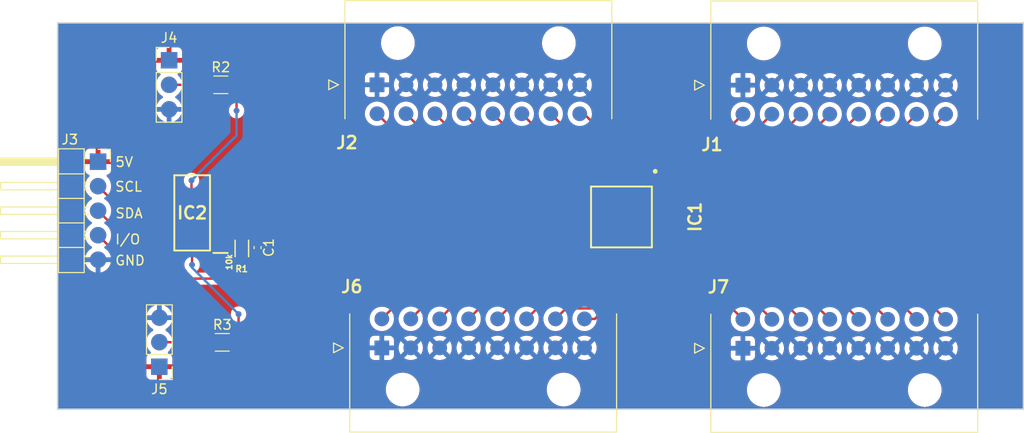
<source format=kicad_pcb>
(kicad_pcb (version 4) (generator gerbview)
  (layers (0 F.Cu signal) (31 B.Cu signal) (34 B.Paste user) (35 F.Paste user) (36 B.SilkS user) (37 F.SilkS user) (38 B.Mask user) (39 F.Mask user) (44 Edge.Cuts user))
  (gr_line (start 98.76 89.47) (end 198.82 89.47) (layer Edge.Cuts) (width 0.15))
  (gr_line (start 198.82 89.47) (end 198.82 129.5) (layer Edge.Cuts) (width 0.15))
  (gr_line (start 198.82 129.5) (end 98.76 129.5) (layer Edge.Cuts) (width 0.15))
  (gr_line (start 98.76 129.5) (end 98.76 89.47) (layer Edge.Cuts) (width 0.15))
  (gr_line (start 105.5011 113.59731) (end 105.40586 113.54969) (layer F.SilkS) (width 0.15))
  (gr_line (start 105.40586 113.54969) (end 105.263 113.54969) (layer F.SilkS) (width 0.15))
  (gr_line (start 105.263 113.54969) (end 105.12015 113.59731) (layer F.SilkS) (width 0.15))
  (gr_line (start 105.12015 113.59731) (end 105.02491 113.69254) (layer F.SilkS) (width 0.15))
  (gr_line (start 105.02491 113.69254) (end 104.97729 113.78778) (layer F.SilkS) (width 0.15))
  (gr_line (start 104.97729 113.78778) (end 104.92967 113.97826) (layer F.SilkS) (width 0.15))
  (gr_line (start 104.92967 113.97826) (end 104.92967 114.12111) (layer F.SilkS) (width 0.15))
  (gr_line (start 104.92967 114.12111) (end 104.97729 114.31159) (layer F.SilkS) (width 0.15))
  (gr_line (start 104.97729 114.31159) (end 105.02491 114.40683) (layer F.SilkS) (width 0.15))
  (gr_line (start 105.02491 114.40683) (end 105.12015 114.50207) (layer F.SilkS) (width 0.15))
  (gr_line (start 105.12015 114.50207) (end 105.263 114.54969) (layer F.SilkS) (width 0.15))
  (gr_line (start 105.263 114.54969) (end 105.35824 114.54969) (layer F.SilkS) (width 0.15))
  (gr_line (start 105.35824 114.54969) (end 105.5011 114.50207) (layer F.SilkS) (width 0.15))
  (gr_line (start 105.5011 114.50207) (end 105.54872 114.45445) (layer F.SilkS) (width 0.15))
  (gr_line (start 105.54872 114.45445) (end 105.54872 114.12111) (layer F.SilkS) (width 0.15))
  (gr_line (start 105.54872 114.12111) (end 105.35824 114.12111) (layer F.SilkS) (width 0.15))
  (gr_line (start 105.97729 114.54969) (end 105.97729 113.54969) (layer F.SilkS) (width 0.15))
  (gr_line (start 105.97729 113.54969) (end 106.54872 114.54969) (layer F.SilkS) (width 0.15))
  (gr_line (start 106.54872 114.54969) (end 106.54872 113.54969) (layer F.SilkS) (width 0.15))
  (gr_line (start 107.02491 114.54969) (end 107.02491 113.54969) (layer F.SilkS) (width 0.15))
  (gr_line (start 107.02491 113.54969) (end 107.263 113.54969) (layer F.SilkS) (width 0.15))
  (gr_line (start 107.263 113.54969) (end 107.40586 113.59731) (layer F.SilkS) (width 0.15))
  (gr_line (start 107.40586 113.59731) (end 107.5011 113.69254) (layer F.SilkS) (width 0.15))
  (gr_line (start 107.5011 113.69254) (end 107.54872 113.78778) (layer F.SilkS) (width 0.15))
  (gr_line (start 107.54872 113.78778) (end 107.59634 113.97826) (layer F.SilkS) (width 0.15))
  (gr_line (start 107.59634 113.97826) (end 107.59634 114.12111) (layer F.SilkS) (width 0.15))
  (gr_line (start 107.59634 114.12111) (end 107.54872 114.31159) (layer F.SilkS) (width 0.15))
  (gr_line (start 107.54872 114.31159) (end 107.5011 114.40683) (layer F.SilkS) (width 0.15))
  (gr_line (start 107.5011 114.40683) (end 107.40586 114.50207) (layer F.SilkS) (width 0.15))
  (gr_line (start 107.40586 114.50207) (end 107.263 114.54969) (layer F.SilkS) (width 0.15))
  (gr_line (start 107.263 114.54969) (end 107.02491 114.54969) (layer F.SilkS) (width 0.15))
  (gr_line (start 104.97729 112.35987) (end 104.97729 111.35987) (layer F.SilkS) (width 0.15))
  (gr_line (start 106.16776 111.31225) (end 105.31062 112.59796) (layer F.SilkS) (width 0.15))
  (gr_line (start 106.69157 111.35987) (end 106.88205 111.35987) (layer F.SilkS) (width 0.15))
  (gr_line (start 106.88205 111.35987) (end 106.97729 111.40748) (layer F.SilkS) (width 0.15))
  (gr_line (start 106.97729 111.40748) (end 107.07253 111.50272) (layer F.SilkS) (width 0.15))
  (gr_line (start 107.07253 111.50272) (end 107.12014 111.6932) (layer F.SilkS) (width 0.15))
  (gr_line (start 107.12014 111.6932) (end 107.12014 112.02653) (layer F.SilkS) (width 0.15))
  (gr_line (start 107.12014 112.02653) (end 107.07253 112.21701) (layer F.SilkS) (width 0.15))
  (gr_line (start 107.07253 112.21701) (end 106.97729 112.31225) (layer F.SilkS) (width 0.15))
  (gr_line (start 106.97729 112.31225) (end 106.88205 112.35987) (layer F.SilkS) (width 0.15))
  (gr_line (start 106.88205 112.35987) (end 106.69157 112.35987) (layer F.SilkS) (width 0.15))
  (gr_line (start 106.69157 112.35987) (end 106.59634 112.31225) (layer F.SilkS) (width 0.15))
  (gr_line (start 106.59634 112.31225) (end 106.5011 112.21701) (layer F.SilkS) (width 0.15))
  (gr_line (start 106.5011 112.21701) (end 106.45348 112.02653) (layer F.SilkS) (width 0.15))
  (gr_line (start 106.45348 112.02653) (end 106.45348 111.6932) (layer F.SilkS) (width 0.15))
  (gr_line (start 106.45348 111.6932) (end 106.5011 111.50272) (layer F.SilkS) (width 0.15))
  (gr_line (start 106.5011 111.50272) (end 106.59634 111.40748) (layer F.SilkS) (width 0.15))
  (gr_line (start 106.59634 111.40748) (end 106.69157 111.35987) (layer F.SilkS) (width 0.15))
  (gr_line (start 104.95045 109.61069) (end 105.0933 109.65831) (layer F.SilkS) (width 0.15))
  (gr_line (start 105.0933 109.65831) (end 105.3314 109.65831) (layer F.SilkS) (width 0.15))
  (gr_line (start 105.3314 109.65831) (end 105.42664 109.61069) (layer F.SilkS) (width 0.15))
  (gr_line (start 105.42664 109.61069) (end 105.47426 109.56307) (layer F.SilkS) (width 0.15))
  (gr_line (start 105.47426 109.56307) (end 105.52187 109.46783) (layer F.SilkS) (width 0.15))
  (gr_line (start 105.52187 109.46783) (end 105.52187 109.3726) (layer F.SilkS) (width 0.15))
  (gr_line (start 105.52187 109.3726) (end 105.47426 109.27736) (layer F.SilkS) (width 0.15))
  (gr_line (start 105.47426 109.27736) (end 105.42664 109.22974) (layer F.SilkS) (width 0.15))
  (gr_line (start 105.42664 109.22974) (end 105.3314 109.18212) (layer F.SilkS) (width 0.15))
  (gr_line (start 105.3314 109.18212) (end 105.14092 109.1345) (layer F.SilkS) (width 0.15))
  (gr_line (start 105.14092 109.1345) (end 105.04568 109.08688) (layer F.SilkS) (width 0.15))
  (gr_line (start 105.04568 109.08688) (end 104.99807 109.03926) (layer F.SilkS) (width 0.15))
  (gr_line (start 104.99807 109.03926) (end 104.95045 108.94402) (layer F.SilkS) (width 0.15))
  (gr_line (start 104.95045 108.94402) (end 104.95045 108.84879) (layer F.SilkS) (width 0.15))
  (gr_line (start 104.95045 108.84879) (end 104.99807 108.75355) (layer F.SilkS) (width 0.15))
  (gr_line (start 104.99807 108.75355) (end 105.04568 108.70593) (layer F.SilkS) (width 0.15))
  (gr_line (start 105.04568 108.70593) (end 105.14092 108.65831) (layer F.SilkS) (width 0.15))
  (gr_line (start 105.14092 108.65831) (end 105.37902 108.65831) (layer F.SilkS) (width 0.15))
  (gr_line (start 105.37902 108.65831) (end 105.52187 108.70593) (layer F.SilkS) (width 0.15))
  (gr_line (start 105.95045 109.65831) (end 105.95045 108.65831) (layer F.SilkS) (width 0.15))
  (gr_line (start 105.95045 108.65831) (end 106.18854 108.65831) (layer F.SilkS) (width 0.15))
  (gr_line (start 106.18854 108.65831) (end 106.3314 108.70593) (layer F.SilkS) (width 0.15))
  (gr_line (start 106.3314 108.70593) (end 106.42664 108.80117) (layer F.SilkS) (width 0.15))
  (gr_line (start 106.42664 108.80117) (end 106.47426 108.89641) (layer F.SilkS) (width 0.15))
  (gr_line (start 106.47426 108.89641) (end 106.52187 109.08688) (layer F.SilkS) (width 0.15))
  (gr_line (start 106.52187 109.08688) (end 106.52187 109.22974) (layer F.SilkS) (width 0.15))
  (gr_line (start 106.52187 109.22974) (end 106.47426 109.42021) (layer F.SilkS) (width 0.15))
  (gr_line (start 106.47426 109.42021) (end 106.42664 109.51545) (layer F.SilkS) (width 0.15))
  (gr_line (start 106.42664 109.51545) (end 106.3314 109.61069) (layer F.SilkS) (width 0.15))
  (gr_line (start 106.3314 109.61069) (end 106.18854 109.65831) (layer F.SilkS) (width 0.15))
  (gr_line (start 106.18854 109.65831) (end 105.95045 109.65831) (layer F.SilkS) (width 0.15))
  (gr_line (start 106.90283 109.3726) (end 107.37902 109.3726) (layer F.SilkS) (width 0.15))
  (gr_line (start 106.80759 109.65831) (end 107.14092 108.65831) (layer F.SilkS) (width 0.15))
  (gr_line (start 107.14092 108.65831) (end 107.47426 109.65831) (layer F.SilkS) (width 0.15))
  (gr_line (start 104.92045 106.85092) (end 105.06331 106.89854) (layer F.SilkS) (width 0.15))
  (gr_line (start 105.06331 106.89854) (end 105.3014 106.89854) (layer F.SilkS) (width 0.15))
  (gr_line (start 105.3014 106.89854) (end 105.39664 106.85092) (layer F.SilkS) (width 0.15))
  (gr_line (start 105.39664 106.85092) (end 105.44426 106.8033) (layer F.SilkS) (width 0.15))
  (gr_line (start 105.44426 106.8033) (end 105.49188 106.70806) (layer F.SilkS) (width 0.15))
  (gr_line (start 105.49188 106.70806) (end 105.49188 106.61282) (layer F.SilkS) (width 0.15))
  (gr_line (start 105.49188 106.61282) (end 105.44426 106.51758) (layer F.SilkS) (width 0.15))
  (gr_line (start 105.44426 106.51758) (end 105.39664 106.46997) (layer F.SilkS) (width 0.15))
  (gr_line (start 105.39664 106.46997) (end 105.3014 106.42235) (layer F.SilkS) (width 0.15))
  (gr_line (start 105.3014 106.42235) (end 105.11093 106.37473) (layer F.SilkS) (width 0.15))
  (gr_line (start 105.11093 106.37473) (end 105.01569 106.32711) (layer F.SilkS) (width 0.15))
  (gr_line (start 105.01569 106.32711) (end 104.96807 106.27949) (layer F.SilkS) (width 0.15))
  (gr_line (start 104.96807 106.27949) (end 104.92045 106.18425) (layer F.SilkS) (width 0.15))
  (gr_line (start 104.92045 106.18425) (end 104.92045 106.08901) (layer F.SilkS) (width 0.15))
  (gr_line (start 104.92045 106.08901) (end 104.96807 105.99378) (layer F.SilkS) (width 0.15))
  (gr_line (start 104.96807 105.99378) (end 105.01569 105.94616) (layer F.SilkS) (width 0.15))
  (gr_line (start 105.01569 105.94616) (end 105.11093 105.89854) (layer F.SilkS) (width 0.15))
  (gr_line (start 105.11093 105.89854) (end 105.34902 105.89854) (layer F.SilkS) (width 0.15))
  (gr_line (start 105.34902 105.89854) (end 105.49188 105.94616) (layer F.SilkS) (width 0.15))
  (gr_line (start 106.49188 106.8033) (end 106.44426 106.85092) (layer F.SilkS) (width 0.15))
  (gr_line (start 106.44426 106.85092) (end 106.3014 106.89854) (layer F.SilkS) (width 0.15))
  (gr_line (start 106.3014 106.89854) (end 106.20616 106.89854) (layer F.SilkS) (width 0.15))
  (gr_line (start 106.20616 106.89854) (end 106.06331 106.85092) (layer F.SilkS) (width 0.15))
  (gr_line (start 106.06331 106.85092) (end 105.96807 106.75568) (layer F.SilkS) (width 0.15))
  (gr_line (start 105.96807 106.75568) (end 105.92045 106.66044) (layer F.SilkS) (width 0.15))
  (gr_line (start 105.92045 106.66044) (end 105.87283 106.46997) (layer F.SilkS) (width 0.15))
  (gr_line (start 105.87283 106.46997) (end 105.87283 106.32711) (layer F.SilkS) (width 0.15))
  (gr_line (start 105.87283 106.32711) (end 105.92045 106.13663) (layer F.SilkS) (width 0.15))
  (gr_line (start 105.92045 106.13663) (end 105.96807 106.04139) (layer F.SilkS) (width 0.15))
  (gr_line (start 105.96807 106.04139) (end 106.06331 105.94616) (layer F.SilkS) (width 0.15))
  (gr_line (start 106.06331 105.94616) (end 106.20616 105.89854) (layer F.SilkS) (width 0.15))
  (gr_line (start 106.20616 105.89854) (end 106.3014 105.89854) (layer F.SilkS) (width 0.15))
  (gr_line (start 106.3014 105.89854) (end 106.44426 105.94616) (layer F.SilkS) (width 0.15))
  (gr_line (start 106.44426 105.94616) (end 106.49188 105.99378) (layer F.SilkS) (width 0.15))
  (gr_line (start 107.39664 106.89854) (end 106.92045 106.89854) (layer F.SilkS) (width 0.15))
  (gr_line (start 106.92045 106.89854) (end 106.92045 105.89854) (layer F.SilkS) (width 0.15))
  (gr_line (start 105.47426 103.34875) (end 104.99807 103.34875) (layer F.SilkS) (width 0.15))
  (gr_line (start 104.99807 103.34875) (end 104.95045 103.82494) (layer F.SilkS) (width 0.15))
  (gr_line (start 104.95045 103.82494) (end 104.99807 103.77732) (layer F.SilkS) (width 0.15))
  (gr_line (start 104.99807 103.77732) (end 105.0933 103.7297) (layer F.SilkS) (width 0.15))
  (gr_line (start 105.0933 103.7297) (end 105.3314 103.7297) (layer F.SilkS) (width 0.15))
  (gr_line (start 105.3314 103.7297) (end 105.42664 103.77732) (layer F.SilkS) (width 0.15))
  (gr_line (start 105.42664 103.77732) (end 105.47426 103.82494) (layer F.SilkS) (width 0.15))
  (gr_line (start 105.47426 103.82494) (end 105.52187 103.92017) (layer F.SilkS) (width 0.15))
  (gr_line (start 105.52187 103.92017) (end 105.52187 104.15827) (layer F.SilkS) (width 0.15))
  (gr_line (start 105.52187 104.15827) (end 105.47426 104.25351) (layer F.SilkS) (width 0.15))
  (gr_line (start 105.47426 104.25351) (end 105.42664 104.30113) (layer F.SilkS) (width 0.15))
  (gr_line (start 105.42664 104.30113) (end 105.3314 104.34875) (layer F.SilkS) (width 0.15))
  (gr_line (start 105.3314 104.34875) (end 105.0933 104.34875) (layer F.SilkS) (width 0.15))
  (gr_line (start 105.0933 104.34875) (end 104.99807 104.30113) (layer F.SilkS) (width 0.15))
  (gr_line (start 104.99807 104.30113) (end 104.95045 104.25351) (layer F.SilkS) (width 0.15))
  (gr_line (start 105.80759 103.34875) (end 106.14092 104.34875) (layer F.SilkS) (width 0.15))
  (gr_line (start 106.14092 104.34875) (end 106.47426 103.34875) (layer F.SilkS) (width 0.15))
  (gr_line (start 166.13667 101.38793) (end 166.13667 102.29507) (layer F.SilkS) (width 0.254))
  (gr_line (start 166.13667 102.29507) (end 166.07619 102.4765) (layer F.SilkS) (width 0.254))
  (gr_line (start 166.07619 102.4765) (end 165.95524 102.59745) (layer F.SilkS) (width 0.254))
  (gr_line (start 165.95524 102.59745) (end 165.77381 102.65793) (layer F.SilkS) (width 0.254))
  (gr_line (start 165.77381 102.65793) (end 165.65286 102.65793) (layer F.SilkS) (width 0.254))
  (gr_line (start 167.40667 102.65793) (end 166.68095 102.65793) (layer F.SilkS) (width 0.254))
  (gr_line (start 167.04381 102.65793) (end 167.04381 101.38793) (layer F.SilkS) (width 0.254))
  (gr_line (start 167.04381 101.38793) (end 166.92286 101.56936) (layer F.SilkS) (width 0.254))
  (gr_line (start 166.92286 101.56936) (end 166.80191 101.69031) (layer F.SilkS) (width 0.254))
  (gr_line (start 166.80191 101.69031) (end 166.68095 101.75079) (layer F.SilkS) (width 0.254))
  (gr_line (start 109.97667 90.47482) (end 109.97667 91.1891) (layer F.SilkS) (width 0.15))
  (gr_line (start 109.97667 91.1891) (end 109.92905 91.33196) (layer F.SilkS) (width 0.15))
  (gr_line (start 109.92905 91.33196) (end 109.83381 91.4272) (layer F.SilkS) (width 0.15))
  (gr_line (start 109.83381 91.4272) (end 109.69095 91.47482) (layer F.SilkS) (width 0.15))
  (gr_line (start 109.69095 91.47482) (end 109.59571 91.47482) (layer F.SilkS) (width 0.15))
  (gr_line (start 110.88143 90.80815) (end 110.88143 91.47482) (layer F.SilkS) (width 0.15))
  (gr_line (start 110.64333 90.4272) (end 110.40524 91.14149) (layer F.SilkS) (width 0.15))
  (gr_line (start 110.40524 91.14149) (end 111.02429 91.14149) (layer F.SilkS) (width 0.15))
  (gr_line (start 111.46024 109.73432) (end 111.46024 108.46432) (layer F.SilkS) (width 0.254))
  (gr_line (start 112.79071 109.61337) (end 112.73024 109.67384) (layer F.SilkS) (width 0.254))
  (gr_line (start 112.73024 109.67384) (end 112.54881 109.73432) (layer F.SilkS) (width 0.254))
  (gr_line (start 112.54881 109.73432) (end 112.42786 109.73432) (layer F.SilkS) (width 0.254))
  (gr_line (start 112.42786 109.73432) (end 112.24643 109.67384) (layer F.SilkS) (width 0.254))
  (gr_line (start 112.24643 109.67384) (end 112.12548 109.55289) (layer F.SilkS) (width 0.254))
  (gr_line (start 112.12548 109.55289) (end 112.065 109.43194) (layer F.SilkS) (width 0.254))
  (gr_line (start 112.065 109.43194) (end 112.00452 109.19003) (layer F.SilkS) (width 0.254))
  (gr_line (start 112.00452 109.19003) (end 112.00452 109.0086) (layer F.SilkS) (width 0.254))
  (gr_line (start 112.00452 109.0086) (end 112.065 108.7667) (layer F.SilkS) (width 0.254))
  (gr_line (start 112.065 108.7667) (end 112.12548 108.64575) (layer F.SilkS) (width 0.254))
  (gr_line (start 112.12548 108.64575) (end 112.24643 108.52479) (layer F.SilkS) (width 0.254))
  (gr_line (start 112.24643 108.52479) (end 112.42786 108.46432) (layer F.SilkS) (width 0.254))
  (gr_line (start 112.42786 108.46432) (end 112.54881 108.46432) (layer F.SilkS) (width 0.254))
  (gr_line (start 112.54881 108.46432) (end 112.73024 108.52479) (layer F.SilkS) (width 0.254))
  (gr_line (start 112.73024 108.52479) (end 112.79071 108.58527) (layer F.SilkS) (width 0.254))
  (gr_line (start 113.27452 108.58527) (end 113.335 108.52479) (layer F.SilkS) (width 0.254))
  (gr_line (start 113.335 108.52479) (end 113.45595 108.46432) (layer F.SilkS) (width 0.254))
  (gr_line (start 113.45595 108.46432) (end 113.75833 108.46432) (layer F.SilkS) (width 0.254))
  (gr_line (start 113.75833 108.46432) (end 113.87929 108.52479) (layer F.SilkS) (width 0.254))
  (gr_line (start 113.87929 108.52479) (end 113.93976 108.58527) (layer F.SilkS) (width 0.254))
  (gr_line (start 113.93976 108.58527) (end 114.00024 108.70622) (layer F.SilkS) (width 0.254))
  (gr_line (start 114.00024 108.70622) (end 114.00024 108.82718) (layer F.SilkS) (width 0.254))
  (gr_line (start 114.00024 108.82718) (end 113.93976 109.0086) (layer F.SilkS) (width 0.254))
  (gr_line (start 113.93976 109.0086) (end 113.21405 109.73432) (layer F.SilkS) (width 0.254))
  (gr_line (start 113.21405 109.73432) (end 114.00024 109.73432) (layer F.SilkS) (width 0.254))
  (gr_line (start 128.31034 101.18446) (end 128.31034 102.0916) (layer F.SilkS) (width 0.254))
  (gr_line (start 128.31034 102.0916) (end 128.24986 102.27303) (layer F.SilkS) (width 0.254))
  (gr_line (start 128.24986 102.27303) (end 128.12891 102.39398) (layer F.SilkS) (width 0.254))
  (gr_line (start 128.12891 102.39398) (end 127.94748 102.45446) (layer F.SilkS) (width 0.254))
  (gr_line (start 127.94748 102.45446) (end 127.82653 102.45446) (layer F.SilkS) (width 0.254))
  (gr_line (start 128.85463 101.30541) (end 128.9151 101.24493) (layer F.SilkS) (width 0.254))
  (gr_line (start 128.9151 101.24493) (end 129.03606 101.18446) (layer F.SilkS) (width 0.254))
  (gr_line (start 129.03606 101.18446) (end 129.33844 101.18446) (layer F.SilkS) (width 0.254))
  (gr_line (start 129.33844 101.18446) (end 129.45939 101.24493) (layer F.SilkS) (width 0.254))
  (gr_line (start 129.45939 101.24493) (end 129.51986 101.30541) (layer F.SilkS) (width 0.254))
  (gr_line (start 129.51986 101.30541) (end 129.58034 101.42636) (layer F.SilkS) (width 0.254))
  (gr_line (start 129.58034 101.42636) (end 129.58034 101.54732) (layer F.SilkS) (width 0.254))
  (gr_line (start 129.58034 101.54732) (end 129.51986 101.72874) (layer F.SilkS) (width 0.254))
  (gr_line (start 129.51986 101.72874) (end 128.79415 102.45446) (layer F.SilkS) (width 0.254))
  (gr_line (start 128.79415 102.45446) (end 129.58034 102.45446) (layer F.SilkS) (width 0.254))
  (gr_line (start 117.71967 115.2579) (end 117.503 114.94838) (layer F.SilkS) (width 0.15))
  (gr_line (start 117.34824 115.2579) (end 117.34824 114.6079) (layer F.SilkS) (width 0.15))
  (gr_line (start 117.34824 114.6079) (end 117.59586 114.6079) (layer F.SilkS) (width 0.15))
  (gr_line (start 117.59586 114.6079) (end 117.65776 114.63885) (layer F.SilkS) (width 0.15))
  (gr_line (start 117.65776 114.63885) (end 117.68871 114.66981) (layer F.SilkS) (width 0.15))
  (gr_line (start 117.68871 114.66981) (end 117.71967 114.73171) (layer F.SilkS) (width 0.15))
  (gr_line (start 117.71967 114.73171) (end 117.71967 114.82457) (layer F.SilkS) (width 0.15))
  (gr_line (start 117.71967 114.82457) (end 117.68871 114.88647) (layer F.SilkS) (width 0.15))
  (gr_line (start 117.68871 114.88647) (end 117.65776 114.91743) (layer F.SilkS) (width 0.15))
  (gr_line (start 117.65776 114.91743) (end 117.59586 114.94838) (layer F.SilkS) (width 0.15))
  (gr_line (start 117.59586 114.94838) (end 117.34824 114.94838) (layer F.SilkS) (width 0.15))
  (gr_line (start 118.33871 115.2579) (end 117.96729 115.2579) (layer F.SilkS) (width 0.15))
  (gr_line (start 118.153 115.2579) (end 118.153 114.6079) (layer F.SilkS) (width 0.15))
  (gr_line (start 118.153 114.6079) (end 118.0911 114.70076) (layer F.SilkS) (width 0.15))
  (gr_line (start 118.0911 114.70076) (end 118.02919 114.76266) (layer F.SilkS) (width 0.15))
  (gr_line (start 118.02919 114.76266) (end 117.96729 114.79362) (layer F.SilkS) (width 0.15))
  (gr_line (start 116.80977 114.61714) (end 116.80977 114.96) (layer F.SilkS) (width 0.15))
  (gr_line (start 116.80977 114.78857) (end 116.20977 114.78857) (layer F.SilkS) (width 0.15))
  (gr_line (start 116.20977 114.78857) (end 116.29549 114.84571) (layer F.SilkS) (width 0.15))
  (gr_line (start 116.29549 114.84571) (end 116.35263 114.90286) (layer F.SilkS) (width 0.15))
  (gr_line (start 116.35263 114.90286) (end 116.3812 114.96) (layer F.SilkS) (width 0.15))
  (gr_line (start 116.20977 114.24571) (end 116.20977 114.18857) (layer F.SilkS) (width 0.15))
  (gr_line (start 116.20977 114.18857) (end 116.23834 114.13143) (layer F.SilkS) (width 0.15))
  (gr_line (start 116.23834 114.13143) (end 116.26691 114.10286) (layer F.SilkS) (width 0.15))
  (gr_line (start 116.26691 114.10286) (end 116.32406 114.07429) (layer F.SilkS) (width 0.15))
  (gr_line (start 116.32406 114.07429) (end 116.43834 114.04571) (layer F.SilkS) (width 0.15))
  (gr_line (start 116.43834 114.04571) (end 116.5812 114.04571) (layer F.SilkS) (width 0.15))
  (gr_line (start 116.5812 114.04571) (end 116.69549 114.07429) (layer F.SilkS) (width 0.15))
  (gr_line (start 116.69549 114.07429) (end 116.75263 114.10286) (layer F.SilkS) (width 0.15))
  (gr_line (start 116.75263 114.10286) (end 116.7812 114.13143) (layer F.SilkS) (width 0.15))
  (gr_line (start 116.7812 114.13143) (end 116.80977 114.18857) (layer F.SilkS) (width 0.15))
  (gr_line (start 116.80977 114.18857) (end 116.80977 114.24571) (layer F.SilkS) (width 0.15))
  (gr_line (start 116.80977 114.24571) (end 116.7812 114.30286) (layer F.SilkS) (width 0.15))
  (gr_line (start 116.7812 114.30286) (end 116.75263 114.33143) (layer F.SilkS) (width 0.15))
  (gr_line (start 116.75263 114.33143) (end 116.69549 114.36) (layer F.SilkS) (width 0.15))
  (gr_line (start 116.69549 114.36) (end 116.5812 114.38857) (layer F.SilkS) (width 0.15))
  (gr_line (start 116.5812 114.38857) (end 116.43834 114.38857) (layer F.SilkS) (width 0.15))
  (gr_line (start 116.43834 114.38857) (end 116.32406 114.36) (layer F.SilkS) (width 0.15))
  (gr_line (start 116.32406 114.36) (end 116.26691 114.33143) (layer F.SilkS) (width 0.15))
  (gr_line (start 116.26691 114.33143) (end 116.23834 114.30286) (layer F.SilkS) (width 0.15))
  (gr_line (start 116.23834 114.30286) (end 116.20977 114.24571) (layer F.SilkS) (width 0.15))
  (gr_line (start 116.80977 113.78857) (end 116.20977 113.78857) (layer F.SilkS) (width 0.15))
  (gr_line (start 116.5812 113.73143) (end 116.80977 113.56) (layer F.SilkS) (width 0.15))
  (gr_line (start 116.40977 113.56) (end 116.63834 113.78857) (layer F.SilkS) (width 0.15))
  (gr_line (start 108.96667 126.87982) (end 108.96667 127.5941) (layer F.SilkS) (width 0.15))
  (gr_line (start 108.96667 127.5941) (end 108.91905 127.73696) (layer F.SilkS) (width 0.15))
  (gr_line (start 108.91905 127.73696) (end 108.82381 127.8322) (layer F.SilkS) (width 0.15))
  (gr_line (start 108.82381 127.8322) (end 108.68095 127.87982) (layer F.SilkS) (width 0.15))
  (gr_line (start 108.68095 127.87982) (end 108.58571 127.87982) (layer F.SilkS) (width 0.15))
  (gr_line (start 109.91905 126.87982) (end 109.44286 126.87982) (layer F.SilkS) (width 0.15))
  (gr_line (start 109.44286 126.87982) (end 109.39524 127.35601) (layer F.SilkS) (width 0.15))
  (gr_line (start 109.39524 127.35601) (end 109.44286 127.30839) (layer F.SilkS) (width 0.15))
  (gr_line (start 109.44286 127.30839) (end 109.5381 127.26077) (layer F.SilkS) (width 0.15))
  (gr_line (start 109.5381 127.26077) (end 109.77619 127.26077) (layer F.SilkS) (width 0.15))
  (gr_line (start 109.77619 127.26077) (end 109.87143 127.30839) (layer F.SilkS) (width 0.15))
  (gr_line (start 109.87143 127.30839) (end 109.91905 127.35601) (layer F.SilkS) (width 0.15))
  (gr_line (start 109.91905 127.35601) (end 109.96667 127.45125) (layer F.SilkS) (width 0.15))
  (gr_line (start 109.96667 127.45125) (end 109.96667 127.68934) (layer F.SilkS) (width 0.15))
  (gr_line (start 109.96667 127.68934) (end 109.91905 127.78458) (layer F.SilkS) (width 0.15))
  (gr_line (start 109.91905 127.78458) (end 109.87143 127.8322) (layer F.SilkS) (width 0.15))
  (gr_line (start 109.87143 127.8322) (end 109.77619 127.87982) (layer F.SilkS) (width 0.15))
  (gr_line (start 109.77619 127.87982) (end 109.5381 127.87982) (layer F.SilkS) (width 0.15))
  (gr_line (start 109.5381 127.87982) (end 109.44286 127.8322) (layer F.SilkS) (width 0.15))
  (gr_line (start 109.44286 127.8322) (end 109.39524 127.78458) (layer F.SilkS) (width 0.15))
  (gr_line (start 99.69667 101.01482) (end 99.69667 101.7291) (layer F.SilkS) (width 0.15))
  (gr_line (start 99.69667 101.7291) (end 99.64905 101.87196) (layer F.SilkS) (width 0.15))
  (gr_line (start 99.64905 101.87196) (end 99.55381 101.9672) (layer F.SilkS) (width 0.15))
  (gr_line (start 99.55381 101.9672) (end 99.41095 102.01482) (layer F.SilkS) (width 0.15))
  (gr_line (start 99.41095 102.01482) (end 99.31571 102.01482) (layer F.SilkS) (width 0.15))
  (gr_line (start 100.07762 101.01482) (end 100.69667 101.01482) (layer F.SilkS) (width 0.15))
  (gr_line (start 100.69667 101.01482) (end 100.36333 101.39577) (layer F.SilkS) (width 0.15))
  (gr_line (start 100.36333 101.39577) (end 100.50619 101.39577) (layer F.SilkS) (width 0.15))
  (gr_line (start 100.50619 101.39577) (end 100.60143 101.44339) (layer F.SilkS) (width 0.15))
  (gr_line (start 100.60143 101.44339) (end 100.64905 101.49101) (layer F.SilkS) (width 0.15))
  (gr_line (start 100.64905 101.49101) (end 100.69667 101.58625) (layer F.SilkS) (width 0.15))
  (gr_line (start 100.69667 101.58625) (end 100.69667 101.82434) (layer F.SilkS) (width 0.15))
  (gr_line (start 100.69667 101.82434) (end 100.64905 101.91958) (layer F.SilkS) (width 0.15))
  (gr_line (start 100.64905 101.91958) (end 100.60143 101.9672) (layer F.SilkS) (width 0.15))
  (gr_line (start 100.60143 101.9672) (end 100.50619 102.01482) (layer F.SilkS) (width 0.15))
  (gr_line (start 100.50619 102.01482) (end 100.22048 102.01482) (layer F.SilkS) (width 0.15))
  (gr_line (start 100.22048 102.01482) (end 100.12524 101.9672) (layer F.SilkS) (width 0.15))
  (gr_line (start 100.12524 101.9672) (end 100.07762 101.91958) (layer F.SilkS) (width 0.15))
  (gr_line (start 166.79842 116.13892) (end 166.79842 117.04606) (layer F.SilkS) (width 0.254))
  (gr_line (start 166.79842 117.04606) (end 166.73794 117.22749) (layer F.SilkS) (width 0.254))
  (gr_line (start 166.73794 117.22749) (end 166.61699 117.34844) (layer F.SilkS) (width 0.254))
  (gr_line (start 166.61699 117.34844) (end 166.43556 117.40892) (layer F.SilkS) (width 0.254))
  (gr_line (start 166.43556 117.40892) (end 166.31461 117.40892) (layer F.SilkS) (width 0.254))
  (gr_line (start 167.28223 116.13892) (end 168.12889 116.13892) (layer F.SilkS) (width 0.254))
  (gr_line (start 168.12889 116.13892) (end 167.58461 117.40892) (layer F.SilkS) (width 0.254))
  (gr_line (start 115.50333 94.52482) (end 115.17 94.04863) (layer F.SilkS) (width 0.15))
  (gr_line (start 114.93191 94.52482) (end 114.93191 93.52482) (layer F.SilkS) (width 0.15))
  (gr_line (start 114.93191 93.52482) (end 115.31286 93.52482) (layer F.SilkS) (width 0.15))
  (gr_line (start 115.31286 93.52482) (end 115.4081 93.57244) (layer F.SilkS) (width 0.15))
  (gr_line (start 115.4081 93.57244) (end 115.45571 93.62006) (layer F.SilkS) (width 0.15))
  (gr_line (start 115.45571 93.62006) (end 115.50333 93.7153) (layer F.SilkS) (width 0.15))
  (gr_line (start 115.50333 93.7153) (end 115.50333 93.85815) (layer F.SilkS) (width 0.15))
  (gr_line (start 115.50333 93.85815) (end 115.45571 93.95339) (layer F.SilkS) (width 0.15))
  (gr_line (start 115.45571 93.95339) (end 115.4081 94.00101) (layer F.SilkS) (width 0.15))
  (gr_line (start 115.4081 94.00101) (end 115.31286 94.04863) (layer F.SilkS) (width 0.15))
  (gr_line (start 115.31286 94.04863) (end 114.93191 94.04863) (layer F.SilkS) (width 0.15))
  (gr_line (start 115.88429 93.62006) (end 115.93191 93.57244) (layer F.SilkS) (width 0.15))
  (gr_line (start 115.93191 93.57244) (end 116.02714 93.52482) (layer F.SilkS) (width 0.15))
  (gr_line (start 116.02714 93.52482) (end 116.26524 93.52482) (layer F.SilkS) (width 0.15))
  (gr_line (start 116.26524 93.52482) (end 116.36048 93.57244) (layer F.SilkS) (width 0.15))
  (gr_line (start 116.36048 93.57244) (end 116.4081 93.62006) (layer F.SilkS) (width 0.15))
  (gr_line (start 116.4081 93.62006) (end 116.45571 93.7153) (layer F.SilkS) (width 0.15))
  (gr_line (start 116.45571 93.7153) (end 116.45571 93.81053) (layer F.SilkS) (width 0.15))
  (gr_line (start 116.45571 93.81053) (end 116.4081 93.95339) (layer F.SilkS) (width 0.15))
  (gr_line (start 116.4081 93.95339) (end 115.83667 94.52482) (layer F.SilkS) (width 0.15))
  (gr_line (start 115.83667 94.52482) (end 116.45571 94.52482) (layer F.SilkS) (width 0.15))
  (gr_line (start 120.99758 112.92167) (end 121.0452 112.96929) (layer F.SilkS) (width 0.15))
  (gr_line (start 121.0452 112.96929) (end 121.09282 113.11214) (layer F.SilkS) (width 0.15))
  (gr_line (start 121.09282 113.11214) (end 121.09282 113.20738) (layer F.SilkS) (width 0.15))
  (gr_line (start 121.09282 113.20738) (end 121.0452 113.35024) (layer F.SilkS) (width 0.15))
  (gr_line (start 121.0452 113.35024) (end 120.94996 113.44548) (layer F.SilkS) (width 0.15))
  (gr_line (start 120.94996 113.44548) (end 120.85472 113.49309) (layer F.SilkS) (width 0.15))
  (gr_line (start 120.85472 113.49309) (end 120.66425 113.54071) (layer F.SilkS) (width 0.15))
  (gr_line (start 120.66425 113.54071) (end 120.52139 113.54071) (layer F.SilkS) (width 0.15))
  (gr_line (start 120.52139 113.54071) (end 120.33091 113.49309) (layer F.SilkS) (width 0.15))
  (gr_line (start 120.33091 113.49309) (end 120.23568 113.44548) (layer F.SilkS) (width 0.15))
  (gr_line (start 120.23568 113.44548) (end 120.14044 113.35024) (layer F.SilkS) (width 0.15))
  (gr_line (start 120.14044 113.35024) (end 120.09282 113.20738) (layer F.SilkS) (width 0.15))
  (gr_line (start 120.09282 113.20738) (end 120.09282 113.11214) (layer F.SilkS) (width 0.15))
  (gr_line (start 120.09282 113.11214) (end 120.14044 112.96929) (layer F.SilkS) (width 0.15))
  (gr_line (start 120.14044 112.96929) (end 120.18806 112.92167) (layer F.SilkS) (width 0.15))
  (gr_line (start 121.09282 111.96929) (end 121.09282 112.54071) (layer F.SilkS) (width 0.15))
  (gr_line (start 121.09282 112.255) (end 120.09282 112.255) (layer F.SilkS) (width 0.15))
  (gr_line (start 120.09282 112.255) (end 120.23568 112.35024) (layer F.SilkS) (width 0.15))
  (gr_line (start 120.23568 112.35024) (end 120.33091 112.44548) (layer F.SilkS) (width 0.15))
  (gr_line (start 120.33091 112.44548) (end 120.37853 112.54071) (layer F.SilkS) (width 0.15))
  (gr_line (start 115.65333 121.20482) (end 115.32 120.72863) (layer F.SilkS) (width 0.15))
  (gr_line (start 115.08191 121.20482) (end 115.08191 120.20482) (layer F.SilkS) (width 0.15))
  (gr_line (start 115.08191 120.20482) (end 115.46286 120.20482) (layer F.SilkS) (width 0.15))
  (gr_line (start 115.46286 120.20482) (end 115.5581 120.25244) (layer F.SilkS) (width 0.15))
  (gr_line (start 115.5581 120.25244) (end 115.60571 120.30006) (layer F.SilkS) (width 0.15))
  (gr_line (start 115.60571 120.30006) (end 115.65333 120.3953) (layer F.SilkS) (width 0.15))
  (gr_line (start 115.65333 120.3953) (end 115.65333 120.53815) (layer F.SilkS) (width 0.15))
  (gr_line (start 115.65333 120.53815) (end 115.60571 120.63339) (layer F.SilkS) (width 0.15))
  (gr_line (start 115.60571 120.63339) (end 115.5581 120.68101) (layer F.SilkS) (width 0.15))
  (gr_line (start 115.5581 120.68101) (end 115.46286 120.72863) (layer F.SilkS) (width 0.15))
  (gr_line (start 115.46286 120.72863) (end 115.08191 120.72863) (layer F.SilkS) (width 0.15))
  (gr_line (start 115.98667 120.20482) (end 116.60571 120.20482) (layer F.SilkS) (width 0.15))
  (gr_line (start 116.60571 120.20482) (end 116.27238 120.58577) (layer F.SilkS) (width 0.15))
  (gr_line (start 116.27238 120.58577) (end 116.41524 120.58577) (layer F.SilkS) (width 0.15))
  (gr_line (start 116.41524 120.58577) (end 116.51048 120.63339) (layer F.SilkS) (width 0.15))
  (gr_line (start 116.51048 120.63339) (end 116.5581 120.68101) (layer F.SilkS) (width 0.15))
  (gr_line (start 116.5581 120.68101) (end 116.60571 120.77625) (layer F.SilkS) (width 0.15))
  (gr_line (start 116.60571 120.77625) (end 116.60571 121.01434) (layer F.SilkS) (width 0.15))
  (gr_line (start 116.60571 121.01434) (end 116.5581 121.10958) (layer F.SilkS) (width 0.15))
  (gr_line (start 116.5581 121.10958) (end 116.51048 121.1572) (layer F.SilkS) (width 0.15))
  (gr_line (start 116.51048 121.1572) (end 116.41524 121.20482) (layer F.SilkS) (width 0.15))
  (gr_line (start 116.41524 121.20482) (end 116.12952 121.20482) (layer F.SilkS) (width 0.15))
  (gr_line (start 116.12952 121.20482) (end 116.03429 121.1572) (layer F.SilkS) (width 0.15))
  (gr_line (start 116.03429 121.1572) (end 115.98667 121.10958) (layer F.SilkS) (width 0.15))
  (gr_line (start 128.81667 116.10432) (end 128.81667 117.01146) (layer F.SilkS) (width 0.254))
  (gr_line (start 128.81667 117.01146) (end 128.75619 117.19289) (layer F.SilkS) (width 0.254))
  (gr_line (start 128.75619 117.19289) (end 128.63524 117.31384) (layer F.SilkS) (width 0.254))
  (gr_line (start 128.63524 117.31384) (end 128.45381 117.37432) (layer F.SilkS) (width 0.254))
  (gr_line (start 128.45381 117.37432) (end 128.33286 117.37432) (layer F.SilkS) (width 0.254))
  (gr_line (start 129.96571 116.10432) (end 129.72381 116.10432) (layer F.SilkS) (width 0.254))
  (gr_line (start 129.72381 116.10432) (end 129.60286 116.16479) (layer F.SilkS) (width 0.254))
  (gr_line (start 129.60286 116.16479) (end 129.54238 116.22527) (layer F.SilkS) (width 0.254))
  (gr_line (start 129.54238 116.22527) (end 129.42143 116.4067) (layer F.SilkS) (width 0.254))
  (gr_line (start 129.42143 116.4067) (end 129.36095 116.6486) (layer F.SilkS) (width 0.254))
  (gr_line (start 129.36095 116.6486) (end 129.36095 117.13241) (layer F.SilkS) (width 0.254))
  (gr_line (start 129.36095 117.13241) (end 129.42143 117.25337) (layer F.SilkS) (width 0.254))
  (gr_line (start 129.42143 117.25337) (end 129.48191 117.31384) (layer F.SilkS) (width 0.254))
  (gr_line (start 129.48191 117.31384) (end 129.60286 117.37432) (layer F.SilkS) (width 0.254))
  (gr_line (start 129.60286 117.37432) (end 129.84476 117.37432) (layer F.SilkS) (width 0.254))
  (gr_line (start 129.84476 117.37432) (end 129.96571 117.31384) (layer F.SilkS) (width 0.254))
  (gr_line (start 129.96571 117.31384) (end 130.02619 117.25337) (layer F.SilkS) (width 0.254))
  (gr_line (start 130.02619 117.25337) (end 130.08667 117.13241) (layer F.SilkS) (width 0.254))
  (gr_line (start 130.08667 117.13241) (end 130.08667 116.83003) (layer F.SilkS) (width 0.254))
  (gr_line (start 130.08667 116.83003) (end 130.02619 116.70908) (layer F.SilkS) (width 0.254))
  (gr_line (start 130.02619 116.70908) (end 129.96571 116.6486) (layer F.SilkS) (width 0.254))
  (gr_line (start 129.96571 116.6486) (end 129.84476 116.58813) (layer F.SilkS) (width 0.254))
  (gr_line (start 129.84476 116.58813) (end 129.60286 116.58813) (layer F.SilkS) (width 0.254))
  (gr_line (start 129.60286 116.58813) (end 129.48191 116.6486) (layer F.SilkS) (width 0.254))
  (gr_line (start 129.48191 116.6486) (end 129.42143 116.70908) (layer F.SilkS) (width 0.254))
  (gr_line (start 129.42143 116.70908) (end 129.36095 116.83003) (layer F.SilkS) (width 0.254))
  (gr_line (start 165.37432 110.81976) (end 164.10432 110.81976) (layer F.SilkS) (width 0.254))
  (gr_line (start 165.25337 109.48929) (end 165.31384 109.54976) (layer F.SilkS) (width 0.254))
  (gr_line (start 165.31384 109.54976) (end 165.37432 109.73119) (layer F.SilkS) (width 0.254))
  (gr_line (start 165.37432 109.73119) (end 165.37432 109.85214) (layer F.SilkS) (width 0.254))
  (gr_line (start 165.37432 109.85214) (end 165.31384 110.03357) (layer F.SilkS) (width 0.254))
  (gr_line (start 165.31384 110.03357) (end 165.19289 110.15452) (layer F.SilkS) (width 0.254))
  (gr_line (start 165.19289 110.15452) (end 165.07194 110.215) (layer F.SilkS) (width 0.254))
  (gr_line (start 165.07194 110.215) (end 164.83003 110.27548) (layer F.SilkS) (width 0.254))
  (gr_line (start 164.83003 110.27548) (end 164.6486 110.27548) (layer F.SilkS) (width 0.254))
  (gr_line (start 164.6486 110.27548) (end 164.4067 110.215) (layer F.SilkS) (width 0.254))
  (gr_line (start 164.4067 110.215) (end 164.28575 110.15452) (layer F.SilkS) (width 0.254))
  (gr_line (start 164.28575 110.15452) (end 164.16479 110.03357) (layer F.SilkS) (width 0.254))
  (gr_line (start 164.16479 110.03357) (end 164.10432 109.85214) (layer F.SilkS) (width 0.254))
  (gr_line (start 164.10432 109.85214) (end 164.10432 109.73119) (layer F.SilkS) (width 0.254))
  (gr_line (start 164.10432 109.73119) (end 164.16479 109.54976) (layer F.SilkS) (width 0.254))
  (gr_line (start 164.16479 109.54976) (end 164.22527 109.48929) (layer F.SilkS) (width 0.254))
  (gr_line (start 165.37432 108.27976) (end 165.37432 109.00548) (layer F.SilkS) (width 0.254))
  (gr_line (start 165.37432 108.64262) (end 164.10432 108.64262) (layer F.SilkS) (width 0.254))
  (gr_line (start 164.10432 108.64262) (end 164.28575 108.76357) (layer F.SilkS) (width 0.254))
  (gr_line (start 164.28575 108.76357) (end 164.4067 108.88452) (layer F.SilkS) (width 0.254))
  (gr_line (start 164.4067 108.88452) (end 164.46718 109.00548) (layer F.SilkS) (width 0.254))
  (gr_line (start 194.08675 87.20901) (end 194.08675 99.44901) (layer F.SilkS) (width 0.127))
  (gr_line (start 166.43675 99.44901) (end 166.43675 87.20901) (layer F.SilkS) (width 0.127))
  (gr_line (start 166.43675 87.20901) (end 194.08675 87.20901) (layer F.SilkS) (width 0.127))
  (gr_line (start 165.76175 95.92901) (end 164.76175 96.42901) (layer F.SilkS) (width 0.127))
  (gr_line (start 164.76175 96.42901) (end 164.76175 95.42901) (layer F.SilkS) (width 0.127))
  (gr_line (start 164.76175 95.42901) (end 165.76175 95.92901) (layer F.SilkS) (width 0.127))
  (gr_line (start 108.98 92.02) (end 110.31 92.02) (layer F.SilkS) (width 0.12))
  (gr_line (start 108.98 93.35) (end 108.98 92.02) (layer F.SilkS) (width 0.12))
  (gr_line (start 108.98 94.62) (end 108.98 99.76) (layer F.SilkS) (width 0.12))
  (gr_line (start 108.98 94.62) (end 111.64 94.62) (layer F.SilkS) (width 0.12))
  (gr_line (start 108.98 99.76) (end 111.64 99.76) (layer F.SilkS) (width 0.12))
  (gr_line (start 111.64 94.62) (end 111.64 99.76) (layer F.SilkS) (width 0.12))
  (gr_line (start 116.375 113.31) (end 114.9 113.31) (layer F.SilkS) (width 0.2))
  (gr_line (start 114.55 113.06) (end 110.85 113.06) (layer F.SilkS) (width 0.2))
  (gr_line (start 114.55 105.26) (end 114.55 113.06) (layer F.SilkS) (width 0.2))
  (gr_line (start 110.85 113.06) (end 110.85 105.26) (layer F.SilkS) (width 0.2))
  (gr_line (start 110.85 105.26) (end 114.55 105.26) (layer F.SilkS) (width 0.2))
  (gr_line (start 156.18042 87.16554) (end 156.18042 99.40554) (layer F.SilkS) (width 0.127))
  (gr_line (start 128.53042 99.40554) (end 128.53042 87.16554) (layer F.SilkS) (width 0.127))
  (gr_line (start 128.53042 87.16554) (end 156.18042 87.16554) (layer F.SilkS) (width 0.127))
  (gr_line (start 127.85542 95.88554) (end 126.85542 96.38554) (layer F.SilkS) (width 0.127))
  (gr_line (start 126.85542 96.38554) (end 126.85542 95.38554) (layer F.SilkS) (width 0.127))
  (gr_line (start 126.85542 95.38554) (end 127.85542 95.88554) (layer F.SilkS) (width 0.127))
  (gr_line (start 118.548 111.995) (end 118.548 113.695) (layer F.SilkS) (width 0.15))
  (gr_line (start 117.148 113.695) (end 117.148 111.995) (layer F.SilkS) (width 0.15))
  (gr_line (start 110.63 126.425) (end 109.3 126.425) (layer F.SilkS) (width 0.12))
  (gr_line (start 110.63 125.095) (end 110.63 126.425) (layer F.SilkS) (width 0.12))
  (gr_line (start 110.63 123.825) (end 110.63 118.685) (layer F.SilkS) (width 0.12))
  (gr_line (start 110.63 123.825) (end 107.97 123.825) (layer F.SilkS) (width 0.12))
  (gr_line (start 110.63 118.685) (end 107.97 118.685) (layer F.SilkS) (width 0.12))
  (gr_line (start 107.97 123.825) (end 107.97 118.685) (layer F.SilkS) (width 0.12))
  (gr_line (start 104.22 103.85) (end 104.22 102.58) (layer F.SilkS) (width 0.12))
  (gr_line (start 104.22 102.58) (end 102.95 102.58) (layer F.SilkS) (width 0.12))
  (gr_line (start 101.90707 114.39) (end 101.51 114.39) (layer F.SilkS) (width 0.12))
  (gr_line (start 101.90707 113.63) (end 101.51 113.63) (layer F.SilkS) (width 0.12))
  (gr_line (start 101.90707 111.85) (end 101.51 111.85) (layer F.SilkS) (width 0.12))
  (gr_line (start 101.90707 111.09) (end 101.51 111.09) (layer F.SilkS) (width 0.12))
  (gr_line (start 101.90707 109.31) (end 101.51 109.31) (layer F.SilkS) (width 0.12))
  (gr_line (start 101.90707 108.55) (end 101.51 108.55) (layer F.SilkS) (width 0.12))
  (gr_line (start 101.90707 106.77) (end 101.51 106.77) (layer F.SilkS) (width 0.12))
  (gr_line (start 101.90707 106.01) (end 101.51 106.01) (layer F.SilkS) (width 0.12))
  (gr_line (start 101.84 104.23) (end 101.51 104.23) (layer F.SilkS) (width 0.12))
  (gr_line (start 101.84 103.47) (end 101.51 103.47) (layer F.SilkS) (width 0.12))
  (gr_line (start 101.51 115.34) (end 98.85 115.34) (layer F.SilkS) (width 0.12))
  (gr_line (start 101.51 112.74) (end 98.85 112.74) (layer F.SilkS) (width 0.12))
  (gr_line (start 101.51 110.2) (end 98.85 110.2) (layer F.SilkS) (width 0.12))
  (gr_line (start 101.51 107.66) (end 98.85 107.66) (layer F.SilkS) (width 0.12))
  (gr_line (start 101.51 105.12) (end 98.85 105.12) (layer F.SilkS) (width 0.12))
  (gr_line (start 101.51 102.52) (end 101.51 115.34) (layer F.SilkS) (width 0.12))
  (gr_line (start 98.85 115.34) (end 98.85 102.52) (layer F.SilkS) (width 0.12))
  (gr_line (start 98.85 113.63) (end 92.85 113.63) (layer F.SilkS) (width 0.12))
  (gr_line (start 98.85 111.09) (end 92.85 111.09) (layer F.SilkS) (width 0.12))
  (gr_line (start 98.85 108.55) (end 92.85 108.55) (layer F.SilkS) (width 0.12))
  (gr_line (start 98.85 106.01) (end 92.85 106.01) (layer F.SilkS) (width 0.12))
  (gr_line (start 98.85 104.13) (end 92.85 104.13) (layer F.SilkS) (width 0.12))
  (gr_line (start 98.85 104.01) (end 92.85 104.01) (layer F.SilkS) (width 0.12))
  (gr_line (start 98.85 103.89) (end 92.85 103.89) (layer F.SilkS) (width 0.12))
  (gr_line (start 98.85 103.77) (end 92.85 103.77) (layer F.SilkS) (width 0.12))
  (gr_line (start 98.85 103.65) (end 92.85 103.65) (layer F.SilkS) (width 0.12))
  (gr_line (start 98.85 103.53) (end 92.85 103.53) (layer F.SilkS) (width 0.12))
  (gr_line (start 98.85 103.47) (end 92.85 103.47) (layer F.SilkS) (width 0.12))
  (gr_line (start 98.85 102.52) (end 101.51 102.52) (layer F.SilkS) (width 0.12))
  (gr_line (start 92.85 114.39) (end 98.85 114.39) (layer F.SilkS) (width 0.12))
  (gr_line (start 92.85 113.63) (end 92.85 114.39) (layer F.SilkS) (width 0.12))
  (gr_line (start 92.85 111.85) (end 98.85 111.85) (layer F.SilkS) (width 0.12))
  (gr_line (start 92.85 111.09) (end 92.85 111.85) (layer F.SilkS) (width 0.12))
  (gr_line (start 92.85 109.31) (end 98.85 109.31) (layer F.SilkS) (width 0.12))
  (gr_line (start 92.85 108.55) (end 92.85 109.31) (layer F.SilkS) (width 0.12))
  (gr_line (start 92.85 106.77) (end 98.85 106.77) (layer F.SilkS) (width 0.12))
  (gr_line (start 92.85 106.01) (end 92.85 106.77) (layer F.SilkS) (width 0.12))
  (gr_line (start 92.85 104.23) (end 98.85 104.23) (layer F.SilkS) (width 0.12))
  (gr_line (start 92.85 103.47) (end 92.85 104.23) (layer F.SilkS) (width 0.12))
  (gr_line (start 164.76175 122.6846) (end 164.76175 123.6846) (layer F.SilkS) (width 0.127))
  (gr_line (start 164.76175 123.6846) (end 165.76175 123.1846) (layer F.SilkS) (width 0.127))
  (gr_line (start 165.76175 123.1846) (end 164.76175 122.6846) (layer F.SilkS) (width 0.127))
  (gr_line (start 166.43675 119.6646) (end 166.43675 131.9046) (layer F.SilkS) (width 0.127))
  (gr_line (start 166.43675 131.9046) (end 194.08675 131.9046) (layer F.SilkS) (width 0.127))
  (gr_line (start 194.08675 131.9046) (end 194.08675 119.6646) (layer F.SilkS) (width 0.127))
  (gr_line (start 114.94294 94.98) (end 116.39706 94.98) (layer F.SilkS) (width 0.12))
  (gr_line (start 114.94294 96.8) (end 116.39706 96.8) (layer F.SilkS) (width 0.12))
  (gr_line (start 119.118 112.64716) (end 119.118 112.86284) (layer F.SilkS) (width 0.12))
  (gr_line (start 119.838 112.64716) (end 119.838 112.86284) (layer F.SilkS) (width 0.12))
  (gr_line (start 115.09294 121.66) (end 116.54706 121.66) (layer F.SilkS) (width 0.12))
  (gr_line (start 115.09294 123.48) (end 116.54706 123.48) (layer F.SilkS) (width 0.12))
  (gr_line (start 127.3485 122.64236) (end 127.3485 123.64236) (layer F.SilkS) (width 0.127))
  (gr_line (start 127.3485 123.64236) (end 128.3485 123.14236) (layer F.SilkS) (width 0.127))
  (gr_line (start 128.3485 123.14236) (end 127.3485 122.64236) (layer F.SilkS) (width 0.127))
  (gr_line (start 129.0235 119.62236) (end 129.0235 131.86236) (layer F.SilkS) (width 0.127))
  (gr_line (start 129.0235 131.86236) (end 156.6735 131.86236) (layer F.SilkS) (width 0.127))
  (gr_line (start 156.6735 131.86236) (end 156.6735 119.62236) (layer F.SilkS) (width 0.127))
  (gr_line (start 160.33 106.43) (end 160.33 112.73) (layer F.SilkS) (width 0.2))
  (gr_line (start 154.03 106.43) (end 160.33 106.43) (layer F.SilkS) (width 0.2))
  (gr_line (start 160.33 112.73) (end 154.03 112.73) (layer F.SilkS) (width 0.2))
  (gr_line (start 154.03 112.73) (end 154.03 106.43) (layer F.SilkS) (width 0.2))
  (gr_circle (center 160.68 104.855) (end 160.805 104.855) (layer F.SilkS) (width 0.25))
  (gr_poly (pts (xy 170.52175 95.16901) (xy 169.00175 95.16901) (xy 169.00175 96.68901) (xy 170.52175 96.68901)) (layer F.Cu) (width 0))
  (gr_circle (center 172.76175 95.92901) (end 173.52175 95.92901) (layer F.Cu) (width 0) (fill solid))
  (gr_circle (center 175.76175 95.92901) (end 176.52175 95.92901) (layer F.Cu) (width 0) (fill solid))
  (gr_circle (center 178.76175 95.92901) (end 179.52175 95.92901) (layer F.Cu) (width 0) (fill solid))
  (gr_circle (center 181.76175 95.92901) (end 182.52175 95.92901) (layer F.Cu) (width 0) (fill solid))
  (gr_circle (center 184.76175 95.92901) (end 185.52175 95.92901) (layer F.Cu) (width 0) (fill solid))
  (gr_circle (center 187.76175 95.92901) (end 188.52175 95.92901) (layer F.Cu) (width 0) (fill solid))
  (gr_circle (center 190.76175 95.92901) (end 191.52175 95.92901) (layer F.Cu) (width 0) (fill solid))
  (gr_circle (center 169.76175 98.92901) (end 170.52175 98.92901) (layer F.Cu) (width 0) (fill solid))
  (gr_circle (center 172.76175 98.92901) (end 173.52175 98.92901) (layer F.Cu) (width 0) (fill solid))
  (gr_circle (center 175.76175 98.92901) (end 176.52175 98.92901) (layer F.Cu) (width 0) (fill solid))
  (gr_circle (center 178.76175 98.92901) (end 179.52175 98.92901) (layer F.Cu) (width 0) (fill solid))
  (gr_circle (center 181.76175 98.92901) (end 182.52175 98.92901) (layer F.Cu) (width 0) (fill solid))
  (gr_circle (center 184.76175 98.92901) (end 185.52175 98.92901) (layer F.Cu) (width 0) (fill solid))
  (gr_circle (center 187.76175 98.92901) (end 188.52175 98.92901) (layer F.Cu) (width 0) (fill solid))
  (gr_circle (center 190.76175 98.92901) (end 191.52175 98.92901) (layer F.Cu) (width 0) (fill solid))
  (gr_poly (pts (xy 111.16 92.5) (xy 109.46 92.5) (xy 109.46 94.2) (xy 111.16 94.2)) (layer F.Cu) (width 0))
  (gr_circle (center 110.31 95.89) (end 111.16 95.89) (layer F.Cu) (width 0) (fill solid))
  (gr_circle (center 110.31 98.43) (end 111.16 98.43) (layer F.Cu) (width 0) (fill solid))
  (gr_poly (pts (xy 116.3755 112.51) (xy 114.9005 112.51) (xy 114.9005 112.96) (xy 116.3755 112.96)) (layer F.Cu) (width 0))
  (gr_poly (pts (xy 116.3755 111.86) (xy 114.9005 111.86) (xy 114.9005 112.31) (xy 116.3755 112.31)) (layer F.Cu) (width 0))
  (gr_poly (pts (xy 116.3755 111.21) (xy 114.9005 111.21) (xy 114.9005 111.66) (xy 116.3755 111.66)) (layer F.Cu) (width 0))
  (gr_poly (pts (xy 116.3755 110.56) (xy 114.9005 110.56) (xy 114.9005 111.01) (xy 116.3755 111.01)) (layer F.Cu) (width 0))
  (gr_poly (pts (xy 116.3755 109.91) (xy 114.9005 109.91) (xy 114.9005 110.36) (xy 116.3755 110.36)) (layer F.Cu) (width 0))
  (gr_poly (pts (xy 116.3755 109.26) (xy 114.9005 109.26) (xy 114.9005 109.71) (xy 116.3755 109.71)) (layer F.Cu) (width 0))
  (gr_poly (pts (xy 116.3755 108.61) (xy 114.9005 108.61) (xy 114.9005 109.06) (xy 116.3755 109.06)) (layer F.Cu) (width 0))
  (gr_poly (pts (xy 116.3755 107.96) (xy 114.9005 107.96) (xy 114.9005 108.41) (xy 116.3755 108.41)) (layer F.Cu) (width 0))
  (gr_poly (pts (xy 116.3755 107.31) (xy 114.9005 107.31) (xy 114.9005 107.76) (xy 116.3755 107.76)) (layer F.Cu) (width 0))
  (gr_poly (pts (xy 116.3755 106.66) (xy 114.9005 106.66) (xy 114.9005 107.11) (xy 116.3755 107.11)) (layer F.Cu) (width 0))
  (gr_poly (pts (xy 116.3755 106.01) (xy 114.9005 106.01) (xy 114.9005 106.46) (xy 116.3755 106.46)) (layer F.Cu) (width 0))
  (gr_poly (pts (xy 116.3755 105.36) (xy 114.9005 105.36) (xy 114.9005 105.81) (xy 116.3755 105.81)) (layer F.Cu) (width 0))
  (gr_poly (pts (xy 110.4995 105.36) (xy 109.0245 105.36) (xy 109.0245 105.81) (xy 110.4995 105.81)) (layer F.Cu) (width 0))
  (gr_poly (pts (xy 110.4995 106.01) (xy 109.0245 106.01) (xy 109.0245 106.46) (xy 110.4995 106.46)) (layer F.Cu) (width 0))
  (gr_poly (pts (xy 110.4995 106.66) (xy 109.0245 106.66) (xy 109.0245 107.11) (xy 110.4995 107.11)) (layer F.Cu) (width 0))
  (gr_poly (pts (xy 110.4995 107.31) (xy 109.0245 107.31) (xy 109.0245 107.76) (xy 110.4995 107.76)) (layer F.Cu) (width 0))
  (gr_poly (pts (xy 110.4995 107.96) (xy 109.0245 107.96) (xy 109.0245 108.41) (xy 110.4995 108.41)) (layer F.Cu) (width 0))
  (gr_poly (pts (xy 110.4995 108.61) (xy 109.0245 108.61) (xy 109.0245 109.06) (xy 110.4995 109.06)) (layer F.Cu) (width 0))
  (gr_poly (pts (xy 110.4995 109.26) (xy 109.0245 109.26) (xy 109.0245 109.71) (xy 110.4995 109.71)) (layer F.Cu) (width 0))
  (gr_poly (pts (xy 110.4995 109.91) (xy 109.0245 109.91) (xy 109.0245 110.36) (xy 110.4995 110.36)) (layer F.Cu) (width 0))
  (gr_poly (pts (xy 110.4995 110.56) (xy 109.0245 110.56) (xy 109.0245 111.01) (xy 110.4995 111.01)) (layer F.Cu) (width 0))
  (gr_poly (pts (xy 110.4995 111.21) (xy 109.0245 111.21) (xy 109.0245 111.66) (xy 110.4995 111.66)) (layer F.Cu) (width 0))
  (gr_poly (pts (xy 110.4995 111.86) (xy 109.0245 111.86) (xy 109.0245 112.31) (xy 110.4995 112.31)) (layer F.Cu) (width 0))
  (gr_poly (pts (xy 110.4995 112.51) (xy 109.0245 112.51) (xy 109.0245 112.96) (xy 110.4995 112.96)) (layer F.Cu) (width 0))
  (gr_poly (pts (xy 132.61542 95.12554) (xy 131.09542 95.12554) (xy 131.09542 96.64554) (xy 132.61542 96.64554)) (layer F.Cu) (width 0))
  (gr_circle (center 134.85542 95.88554) (end 135.61542 95.88554) (layer F.Cu) (width 0) (fill solid))
  (gr_circle (center 137.85542 95.88554) (end 138.61542 95.88554) (layer F.Cu) (width 0) (fill solid))
  (gr_circle (center 140.85542 95.88554) (end 141.61542 95.88554) (layer F.Cu) (width 0) (fill solid))
  (gr_circle (center 143.85542 95.88554) (end 144.61542 95.88554) (layer F.Cu) (width 0) (fill solid))
  (gr_circle (center 146.85542 95.88554) (end 147.61542 95.88554) (layer F.Cu) (width 0) (fill solid))
  (gr_circle (center 149.85542 95.88554) (end 150.61542 95.88554) (layer F.Cu) (width 0) (fill solid))
  (gr_circle (center 152.85542 95.88554) (end 153.61542 95.88554) (layer F.Cu) (width 0) (fill solid))
  (gr_circle (center 131.85542 98.88554) (end 132.61542 98.88554) (layer F.Cu) (width 0) (fill solid))
  (gr_circle (center 134.85542 98.88554) (end 135.61542 98.88554) (layer F.Cu) (width 0) (fill solid))
  (gr_circle (center 137.85542 98.88554) (end 138.61542 98.88554) (layer F.Cu) (width 0) (fill solid))
  (gr_circle (center 140.85542 98.88554) (end 141.61542 98.88554) (layer F.Cu) (width 0) (fill solid))
  (gr_circle (center 143.85542 98.88554) (end 144.61542 98.88554) (layer F.Cu) (width 0) (fill solid))
  (gr_circle (center 146.85542 98.88554) (end 147.61542 98.88554) (layer F.Cu) (width 0) (fill solid))
  (gr_circle (center 149.85542 98.88554) (end 150.61542 98.88554) (layer F.Cu) (width 0) (fill solid))
  (gr_circle (center 152.85542 98.88554) (end 153.61542 98.88554) (layer F.Cu) (width 0) (fill solid))
  (gr_poly (pts (xy 118.348 111.495) (xy 117.348 111.495) (xy 117.348 112.495) (xy 118.348 112.495)) (layer F.Cu) (width 0))
  (gr_poly (pts (xy 118.348 113.195) (xy 117.348 113.195) (xy 117.348 114.195) (xy 118.348 114.195)) (layer F.Cu) (width 0))
  (gr_poly (pts (xy 110.15 124.245) (xy 108.45 124.245) (xy 108.45 125.945) (xy 110.15 125.945)) (layer F.Cu) (width 0))
  (gr_circle (center 109.3 122.555) (end 110.15 122.555) (layer F.Cu) (width 0) (fill solid))
  (gr_circle (center 109.3 120.015) (end 110.15 120.015) (layer F.Cu) (width 0) (fill solid))
  (gr_poly (pts (xy 103.8 103) (xy 102.1 103) (xy 102.1 104.7) (xy 103.8 104.7)) (layer F.Cu) (width 0))
  (gr_circle (center 102.95 106.39) (end 103.8 106.39) (layer F.Cu) (width 0) (fill solid))
  (gr_circle (center 102.95 108.93) (end 103.8 108.93) (layer F.Cu) (width 0) (fill solid))
  (gr_circle (center 102.95 111.47) (end 103.8 111.47) (layer F.Cu) (width 0) (fill solid))
  (gr_circle (center 102.95 114.01) (end 103.8 114.01) (layer F.Cu) (width 0) (fill solid))
  (gr_poly (pts (xy 170.52175 122.4246) (xy 169.00175 122.4246) (xy 169.00175 123.9446) (xy 170.52175 123.9446)) (layer F.Cu) (width 0))
  (gr_circle (center 172.76175 123.1846) (end 173.52175 123.1846) (layer F.Cu) (width 0) (fill solid))
  (gr_circle (center 175.76175 123.1846) (end 176.52175 123.1846) (layer F.Cu) (width 0) (fill solid))
  (gr_circle (center 178.76175 123.1846) (end 179.52175 123.1846) (layer F.Cu) (width 0) (fill solid))
  (gr_circle (center 181.76175 123.1846) (end 182.52175 123.1846) (layer F.Cu) (width 0) (fill solid))
  (gr_circle (center 184.76175 123.1846) (end 185.52175 123.1846) (layer F.Cu) (width 0) (fill solid))
  (gr_circle (center 187.76175 123.1846) (end 188.52175 123.1846) (layer F.Cu) (width 0) (fill solid))
  (gr_circle (center 190.76175 123.1846) (end 191.52175 123.1846) (layer F.Cu) (width 0) (fill solid))
  (gr_circle (center 169.76175 120.1846) (end 170.52175 120.1846) (layer F.Cu) (width 0) (fill solid))
  (gr_circle (center 172.76175 120.1846) (end 173.52175 120.1846) (layer F.Cu) (width 0) (fill solid))
  (gr_circle (center 175.76175 120.1846) (end 176.52175 120.1846) (layer F.Cu) (width 0) (fill solid))
  (gr_circle (center 178.76175 120.1846) (end 179.52175 120.1846) (layer F.Cu) (width 0) (fill solid))
  (gr_circle (center 181.76175 120.1846) (end 182.52175 120.1846) (layer F.Cu) (width 0) (fill solid))
  (gr_circle (center 184.76175 120.1846) (end 185.52175 120.1846) (layer F.Cu) (width 0) (fill solid))
  (gr_circle (center 187.76175 120.1846) (end 188.52175 120.1846) (layer F.Cu) (width 0) (fill solid))
  (gr_circle (center 190.76175 120.1846) (end 191.52175 120.1846) (layer F.Cu) (width 0) (fill solid))
  (gr_poly (pts (xy 114.5445 96.7638) (xy 114.56877 96.7602) (xy 114.59257 96.75424) (xy 114.61567 96.74597) (xy 114.63785 96.73548) (xy 114.65889 96.72287) (xy 114.6786 96.70825) (xy 114.69678 96.69178) (xy 114.71325 96.6736) (xy 114.72787 96.65389) (xy 114.74048 96.63285) (xy 114.75097 96.61067) (xy 114.75924 96.58757) (xy 114.7652 96.56377) (xy 114.7688 96.5395) (xy 114.77 96.515) (xy 114.77 95.265) (xy 114.7688 95.2405) (xy 114.7652 95.21623) (xy 114.75924 95.19243) (xy 114.75097 95.16933) (xy 114.74048 95.14715) (xy 114.72787 95.12611) (xy 114.71325 95.1064) (xy 114.69678 95.08822) (xy 114.6786 95.07175) (xy 114.65889 95.05713) (xy 114.63785 95.04452) (xy 114.61567 95.03403) (xy 114.59257 95.02576) (xy 114.56877 95.0198) (xy 114.5445 95.0162) (xy 114.52 95.015) (xy 113.72 95.015) (xy 113.6955 95.0162) (xy 113.67123 95.0198) (xy 113.64743 95.02576) (xy 113.62433 95.03403) (xy 113.60215 95.04452) (xy 113.58111 95.05713) (xy 113.5614 95.07175) (xy 113.54322 95.08822) (xy 113.52675 95.1064) (xy 113.51213 95.12611) (xy 113.49952 95.14715) (xy 113.48903 95.16933) (xy 113.48076 95.19243) (xy 113.4748 95.21623) (xy 113.4712 95.2405) (xy 113.47 95.265) (xy 113.47 96.515) (xy 113.4712 96.5395) (xy 113.4748 96.56377) (xy 113.48076 96.58757) (xy 113.48903 96.61067) (xy 113.49952 96.63285) (xy 113.51213 96.65389) (xy 113.52675 96.6736) (xy 113.54322 96.69178) (xy 113.5614 96.70825) (xy 113.58111 96.72287) (xy 113.60215 96.73548) (xy 113.62433 96.74597) (xy 113.64743 96.75424) (xy 113.67123 96.7602) (xy 113.6955 96.7638) (xy 113.72 96.765) (xy 114.52 96.765)) (layer F.Cu) (width 0))
  (gr_poly (pts (xy 117.6445 96.7638) (xy 117.66877 96.7602) (xy 117.69257 96.75424) (xy 117.71567 96.74597) (xy 117.73785 96.73548) (xy 117.75889 96.72287) (xy 117.7786 96.70825) (xy 117.79678 96.69178) (xy 117.81325 96.6736) (xy 117.82787 96.65389) (xy 117.84048 96.63285) (xy 117.85097 96.61067) (xy 117.85924 96.58757) (xy 117.8652 96.56377) (xy 117.8688 96.5395) (xy 117.87 96.515) (xy 117.87 95.265) (xy 117.8688 95.2405) (xy 117.8652 95.21623) (xy 117.85924 95.19243) (xy 117.85097 95.16933) (xy 117.84048 95.14715) (xy 117.82787 95.12611) (xy 117.81325 95.1064) (xy 117.79678 95.08822) (xy 117.7786 95.07175) (xy 117.75889 95.05713) (xy 117.73785 95.04452) (xy 117.71567 95.03403) (xy 117.69257 95.02576) (xy 117.66877 95.0198) (xy 117.6445 95.0162) (xy 117.62 95.015) (xy 116.82 95.015) (xy 116.7955 95.0162) (xy 116.77123 95.0198) (xy 116.74743 95.02576) (xy 116.72433 95.03403) (xy 116.70215 95.04452) (xy 116.68111 95.05713) (xy 116.6614 95.07175) (xy 116.64322 95.08822) (xy 116.62675 95.1064) (xy 116.61213 95.12611) (xy 116.59952 95.14715) (xy 116.58903 95.16933) (xy 116.58076 95.19243) (xy 116.5748 95.21623) (xy 116.5712 95.2405) (xy 116.57 95.265) (xy 116.57 96.515) (xy 116.5712 96.5395) (xy 116.5748 96.56377) (xy 116.58076 96.58757) (xy 116.58903 96.61067) (xy 116.59952 96.63285) (xy 116.61213 96.65389) (xy 116.62675 96.6736) (xy 116.64322 96.69178) (xy 116.6614 96.70825) (xy 116.68111 96.72287) (xy 116.70215 96.73548) (xy 116.72433 96.74597) (xy 116.74743 96.75424) (xy 116.77123 96.7602) (xy 116.7955 96.7638) (xy 116.82 96.765) (xy 117.62 96.765)) (layer F.Cu) (width 0))
  (gr_poly (pts (xy 119.66172 113.51433) (xy 119.67531 113.51231) (xy 119.68864 113.50897) (xy 119.70158 113.50434) (xy 119.714 113.49847) (xy 119.72578 113.49141) (xy 119.73682 113.48322) (xy 119.74699 113.47399) (xy 119.75622 113.46382) (xy 119.76441 113.45278) (xy 119.77147 113.441) (xy 119.77734 113.42858) (xy 119.78197 113.41564) (xy 119.78531 113.40231) (xy 119.78733 113.38872) (xy 119.788 113.375) (xy 119.788 113.095) (xy 119.78733 113.08128) (xy 119.78531 113.06769) (xy 119.78197 113.05436) (xy 119.77734 113.04142) (xy 119.77147 113.029) (xy 119.76441 113.01722) (xy 119.75622 113.00618) (xy 119.74699 112.99601) (xy 119.73682 112.98678) (xy 119.72578 112.97859) (xy 119.714 112.97153) (xy 119.70158 112.96566) (xy 119.68864 112.96103) (xy 119.67531 112.95769) (xy 119.66172 112.95567) (xy 119.648 112.955) (xy 119.308 112.955) (xy 119.29428 112.95567) (xy 119.28069 112.95769) (xy 119.26736 112.96103) (xy 119.25442 112.96566) (xy 119.242 112.97153) (xy 119.23022 112.97859) (xy 119.21918 112.98678) (xy 119.20901 112.99601) (xy 119.19978 113.00618) (xy 119.19159 113.01722) (xy 119.18453 113.029) (xy 119.17866 113.04142) (xy 119.17403 113.05436) (xy 119.17069 113.06769) (xy 119.16867 113.08128) (xy 119.168 113.095) (xy 119.168 113.375) (xy 119.16867 113.38872) (xy 119.17069 113.40231) (xy 119.17403 113.41564) (xy 119.17866 113.42858) (xy 119.18453 113.441) (xy 119.19159 113.45278) (xy 119.19978 113.46382) (xy 119.20901 113.47399) (xy 119.21918 113.48322) (xy 119.23022 113.49141) (xy 119.242 113.49847) (xy 119.25442 113.50434) (xy 119.26736 113.50897) (xy 119.28069 113.51231) (xy 119.29428 113.51433) (xy 119.308 113.515) (xy 119.648 113.515)) (layer F.Cu) (width 0))
  (gr_poly (pts (xy 119.66172 112.55433) (xy 119.67531 112.55231) (xy 119.68864 112.54897) (xy 119.70158 112.54434) (xy 119.714 112.53847) (xy 119.72578 112.53141) (xy 119.73682 112.52322) (xy 119.74699 112.51399) (xy 119.75622 112.50382) (xy 119.76441 112.49278) (xy 119.77147 112.481) (xy 119.77734 112.46858) (xy 119.78197 112.45564) (xy 119.78531 112.44231) (xy 119.78733 112.42872) (xy 119.788 112.415) (xy 119.788 112.135) (xy 119.78733 112.12128) (xy 119.78531 112.10769) (xy 119.78197 112.09436) (xy 119.77734 112.08142) (xy 119.77147 112.069) (xy 119.76441 112.05722) (xy 119.75622 112.04618) (xy 119.74699 112.03601) (xy 119.73682 112.02678) (xy 119.72578 112.01859) (xy 119.714 112.01153) (xy 119.70158 112.00566) (xy 119.68864 112.00103) (xy 119.67531 111.99769) (xy 119.66172 111.99567) (xy 119.648 111.995) (xy 119.308 111.995) (xy 119.29428 111.99567) (xy 119.28069 111.99769) (xy 119.26736 112.00103) (xy 119.25442 112.00566) (xy 119.242 112.01153) (xy 119.23022 112.01859) (xy 119.21918 112.02678) (xy 119.20901 112.03601) (xy 119.19978 112.04618) (xy 119.19159 112.05722) (xy 119.18453 112.069) (xy 119.17866 112.08142) (xy 119.17403 112.09436) (xy 119.17069 112.10769) (xy 119.16867 112.12128) (xy 119.168 112.135) (xy 119.168 112.415) (xy 119.16867 112.42872) (xy 119.17069 112.44231) (xy 119.17403 112.45564) (xy 119.17866 112.46858) (xy 119.18453 112.481) (xy 119.19159 112.49278) (xy 119.19978 112.50382) (xy 119.20901 112.51399) (xy 119.21918 112.52322) (xy 119.23022 112.53141) (xy 119.242 112.53847) (xy 119.25442 112.54434) (xy 119.26736 112.54897) (xy 119.28069 112.55231) (xy 119.29428 112.55433) (xy 119.308 112.555) (xy 119.648 112.555)) (layer F.Cu) (width 0))
  (gr_poly (pts (xy 114.6945 123.4438) (xy 114.71877 123.4402) (xy 114.74257 123.43424) (xy 114.76567 123.42597) (xy 114.78785 123.41548) (xy 114.80889 123.40287) (xy 114.8286 123.38825) (xy 114.84678 123.37178) (xy 114.86325 123.3536) (xy 114.87787 123.33389) (xy 114.89048 123.31285) (xy 114.90097 123.29067) (xy 114.90924 123.26757) (xy 114.9152 123.24377) (xy 114.9188 123.2195) (xy 114.92 123.195) (xy 114.92 121.945) (xy 114.9188 121.9205) (xy 114.9152 121.89623) (xy 114.90924 121.87243) (xy 114.90097 121.84933) (xy 114.89048 121.82715) (xy 114.87787 121.80611) (xy 114.86325 121.7864) (xy 114.84678 121.76822) (xy 114.8286 121.75175) (xy 114.80889 121.73713) (xy 114.78785 121.72452) (xy 114.76567 121.71403) (xy 114.74257 121.70576) (xy 114.71877 121.6998) (xy 114.6945 121.6962) (xy 114.67 121.695) (xy 113.87 121.695) (xy 113.8455 121.6962) (xy 113.82123 121.6998) (xy 113.79743 121.70576) (xy 113.77433 121.71403) (xy 113.75215 121.72452) (xy 113.73111 121.73713) (xy 113.7114 121.75175) (xy 113.69322 121.76822) (xy 113.67675 121.7864) (xy 113.66213 121.80611) (xy 113.64952 121.82715) (xy 113.63903 121.84933) (xy 113.63076 121.87243) (xy 113.6248 121.89623) (xy 113.6212 121.9205) (xy 113.62 121.945) (xy 113.62 123.195) (xy 113.6212 123.2195) (xy 113.6248 123.24377) (xy 113.63076 123.26757) (xy 113.63903 123.29067) (xy 113.64952 123.31285) (xy 113.66213 123.33389) (xy 113.67675 123.3536) (xy 113.69322 123.37178) (xy 113.7114 123.38825) (xy 113.73111 123.40287) (xy 113.75215 123.41548) (xy 113.77433 123.42597) (xy 113.79743 123.43424) (xy 113.82123 123.4402) (xy 113.8455 123.4438) (xy 113.87 123.445) (xy 114.67 123.445)) (layer F.Cu) (width 0))
  (gr_poly (pts (xy 117.7945 123.4438) (xy 117.81877 123.4402) (xy 117.84257 123.43424) (xy 117.86567 123.42597) (xy 117.88785 123.41548) (xy 117.90889 123.40287) (xy 117.9286 123.38825) (xy 117.94678 123.37178) (xy 117.96325 123.3536) (xy 117.97787 123.33389) (xy 117.99048 123.31285) (xy 118.00097 123.29067) (xy 118.00924 123.26757) (xy 118.0152 123.24377) (xy 118.0188 123.2195) (xy 118.02 123.195) (xy 118.02 121.945) (xy 118.0188 121.9205) (xy 118.0152 121.89623) (xy 118.00924 121.87243) (xy 118.00097 121.84933) (xy 117.99048 121.82715) (xy 117.97787 121.80611) (xy 117.96325 121.7864) (xy 117.94678 121.76822) (xy 117.9286 121.75175) (xy 117.90889 121.73713) (xy 117.88785 121.72452) (xy 117.86567 121.71403) (xy 117.84257 121.70576) (xy 117.81877 121.6998) (xy 117.7945 121.6962) (xy 117.77 121.695) (xy 116.97 121.695) (xy 116.9455 121.6962) (xy 116.92123 121.6998) (xy 116.89743 121.70576) (xy 116.87433 121.71403) (xy 116.85215 121.72452) (xy 116.83111 121.73713) (xy 116.8114 121.75175) (xy 116.79322 121.76822) (xy 116.77675 121.7864) (xy 116.76213 121.80611) (xy 116.74952 121.82715) (xy 116.73903 121.84933) (xy 116.73076 121.87243) (xy 116.7248 121.89623) (xy 116.7212 121.9205) (xy 116.72 121.945) (xy 116.72 123.195) (xy 116.7212 123.2195) (xy 116.7248 123.24377) (xy 116.73076 123.26757) (xy 116.73903 123.29067) (xy 116.74952 123.31285) (xy 116.76213 123.33389) (xy 116.77675 123.3536) (xy 116.79322 123.37178) (xy 116.8114 123.38825) (xy 116.83111 123.40287) (xy 116.85215 123.41548) (xy 116.87433 123.42597) (xy 116.89743 123.43424) (xy 116.92123 123.4402) (xy 116.9455 123.4438) (xy 116.97 123.445) (xy 117.77 123.445)) (layer F.Cu) (width 0))
  (gr_poly (pts (xy 133.1085 122.38236) (xy 131.5885 122.38236) (xy 131.5885 123.90236) (xy 133.1085 123.90236)) (layer F.Cu) (width 0))
  (gr_circle (center 135.3485 123.14236) (end 136.1085 123.14236) (layer F.Cu) (width 0) (fill solid))
  (gr_circle (center 138.3485 123.14236) (end 139.1085 123.14236) (layer F.Cu) (width 0) (fill solid))
  (gr_circle (center 141.3485 123.14236) (end 142.1085 123.14236) (layer F.Cu) (width 0) (fill solid))
  (gr_circle (center 144.3485 123.14236) (end 145.1085 123.14236) (layer F.Cu) (width 0) (fill solid))
  (gr_circle (center 147.3485 123.14236) (end 148.1085 123.14236) (layer F.Cu) (width 0) (fill solid))
  (gr_circle (center 150.3485 123.14236) (end 151.1085 123.14236) (layer F.Cu) (width 0) (fill solid))
  (gr_circle (center 153.3485 123.14236) (end 154.1085 123.14236) (layer F.Cu) (width 0) (fill solid))
  (gr_circle (center 132.3485 120.14236) (end 133.1085 120.14236) (layer F.Cu) (width 0) (fill solid))
  (gr_circle (center 135.3485 120.14236) (end 136.1085 120.14236) (layer F.Cu) (width 0) (fill solid))
  (gr_circle (center 138.3485 120.14236) (end 139.1085 120.14236) (layer F.Cu) (width 0) (fill solid))
  (gr_circle (center 141.3485 120.14236) (end 142.1085 120.14236) (layer F.Cu) (width 0) (fill solid))
  (gr_circle (center 144.3485 120.14236) (end 145.1085 120.14236) (layer F.Cu) (width 0) (fill solid))
  (gr_circle (center 147.3485 120.14236) (end 148.1085 120.14236) (layer F.Cu) (width 0) (fill solid))
  (gr_circle (center 150.3485 120.14236) (end 151.1085 120.14236) (layer F.Cu) (width 0) (fill solid))
  (gr_circle (center 153.3485 120.14236) (end 154.1085 120.14236) (layer F.Cu) (width 0) (fill solid))
  (gr_poly (pts (xy 160.08 104.6045) (xy 159.78 104.6045) (xy 159.78 106.0795) (xy 160.08 106.0795)) (layer F.Cu) (width 0))
  (gr_poly (pts (xy 159.58 104.6045) (xy 159.28 104.6045) (xy 159.28 106.0795) (xy 159.58 106.0795)) (layer F.Cu) (width 0))
  (gr_poly (pts (xy 159.08 104.6045) (xy 158.78 104.6045) (xy 158.78 106.0795) (xy 159.08 106.0795)) (layer F.Cu) (width 0))
  (gr_poly (pts (xy 158.58 104.6045) (xy 158.28 104.6045) (xy 158.28 106.0795) (xy 158.58 106.0795)) (layer F.Cu) (width 0))
  (gr_poly (pts (xy 158.08 104.6045) (xy 157.78 104.6045) (xy 157.78 106.0795) (xy 158.08 106.0795)) (layer F.Cu) (width 0))
  (gr_poly (pts (xy 157.58 104.6045) (xy 157.28 104.6045) (xy 157.28 106.0795) (xy 157.58 106.0795)) (layer F.Cu) (width 0))
  (gr_poly (pts (xy 157.08 104.6045) (xy 156.78 104.6045) (xy 156.78 106.0795) (xy 157.08 106.0795)) (layer F.Cu) (width 0))
  (gr_poly (pts (xy 156.58 104.6045) (xy 156.28 104.6045) (xy 156.28 106.0795) (xy 156.58 106.0795)) (layer F.Cu) (width 0))
  (gr_poly (pts (xy 156.08 104.6045) (xy 155.78 104.6045) (xy 155.78 106.0795) (xy 156.08 106.0795)) (layer F.Cu) (width 0))
  (gr_poly (pts (xy 155.58 104.6045) (xy 155.28 104.6045) (xy 155.28 106.0795) (xy 155.58 106.0795)) (layer F.Cu) (width 0))
  (gr_poly (pts (xy 155.08 104.6045) (xy 154.78 104.6045) (xy 154.78 106.0795) (xy 155.08 106.0795)) (layer F.Cu) (width 0))
  (gr_poly (pts (xy 154.58 104.6045) (xy 154.28 104.6045) (xy 154.28 106.0795) (xy 154.58 106.0795)) (layer F.Cu) (width 0))
  (gr_poly (pts (xy 153.6795 106.68) (xy 152.2045 106.68) (xy 152.2045 106.98) (xy 153.6795 106.98)) (layer F.Cu) (width 0))
  (gr_poly (pts (xy 153.6795 107.18) (xy 152.2045 107.18) (xy 152.2045 107.48) (xy 153.6795 107.48)) (layer F.Cu) (width 0))
  (gr_poly (pts (xy 153.6795 107.68) (xy 152.2045 107.68) (xy 152.2045 107.98) (xy 153.6795 107.98)) (layer F.Cu) (width 0))
  (gr_poly (pts (xy 153.6795 108.18) (xy 152.2045 108.18) (xy 152.2045 108.48) (xy 153.6795 108.48)) (layer F.Cu) (width 0))
  (gr_poly (pts (xy 153.6795 108.68) (xy 152.2045 108.68) (xy 152.2045 108.98) (xy 153.6795 108.98)) (layer F.Cu) (width 0))
  (gr_poly (pts (xy 153.6795 109.18) (xy 152.2045 109.18) (xy 152.2045 109.48) (xy 153.6795 109.48)) (layer F.Cu) (width 0))
  (gr_poly (pts (xy 153.6795 109.68) (xy 152.2045 109.68) (xy 152.2045 109.98) (xy 153.6795 109.98)) (layer F.Cu) (width 0))
  (gr_poly (pts (xy 153.6795 110.18) (xy 152.2045 110.18) (xy 152.2045 110.48) (xy 153.6795 110.48)) (layer F.Cu) (width 0))
  (gr_poly (pts (xy 153.6795 110.68) (xy 152.2045 110.68) (xy 152.2045 110.98) (xy 153.6795 110.98)) (layer F.Cu) (width 0))
  (gr_poly (pts (xy 153.6795 111.18) (xy 152.2045 111.18) (xy 152.2045 111.48) (xy 153.6795 111.48)) (layer F.Cu) (width 0))
  (gr_poly (pts (xy 153.6795 111.68) (xy 152.2045 111.68) (xy 152.2045 111.98) (xy 153.6795 111.98)) (layer F.Cu) (width 0))
  (gr_poly (pts (xy 153.6795 112.18) (xy 152.2045 112.18) (xy 152.2045 112.48) (xy 153.6795 112.48)) (layer F.Cu) (width 0))
  (gr_poly (pts (xy 154.58 113.0805) (xy 154.28 113.0805) (xy 154.28 114.5555) (xy 154.58 114.5555)) (layer F.Cu) (width 0))
  (gr_poly (pts (xy 155.08 113.0805) (xy 154.78 113.0805) (xy 154.78 114.5555) (xy 155.08 114.5555)) (layer F.Cu) (width 0))
  (gr_poly (pts (xy 155.58 113.0805) (xy 155.28 113.0805) (xy 155.28 114.5555) (xy 155.58 114.5555)) (layer F.Cu) (width 0))
  (gr_poly (pts (xy 156.08 113.0805) (xy 155.78 113.0805) (xy 155.78 114.5555) (xy 156.08 114.5555)) (layer F.Cu) (width 0))
  (gr_poly (pts (xy 156.58 113.0805) (xy 156.28 113.0805) (xy 156.28 114.5555) (xy 156.58 114.5555)) (layer F.Cu) (width 0))
  (gr_poly (pts (xy 157.08 113.0805) (xy 156.78 113.0805) (xy 156.78 114.5555) (xy 157.08 114.5555)) (layer F.Cu) (width 0))
  (gr_poly (pts (xy 157.58 113.0805) (xy 157.28 113.0805) (xy 157.28 114.5555) (xy 157.58 114.5555)) (layer F.Cu) (width 0))
  (gr_poly (pts (xy 158.08 113.0805) (xy 157.78 113.0805) (xy 157.78 114.5555) (xy 158.08 114.5555)) (layer F.Cu) (width 0))
  (gr_poly (pts (xy 158.58 113.0805) (xy 158.28 113.0805) (xy 158.28 114.5555) (xy 158.58 114.5555)) (layer F.Cu) (width 0))
  (gr_poly (pts (xy 159.08 113.0805) (xy 158.78 113.0805) (xy 158.78 114.5555) (xy 159.08 114.5555)) (layer F.Cu) (width 0))
  (gr_poly (pts (xy 159.58 113.0805) (xy 159.28 113.0805) (xy 159.28 114.5555) (xy 159.58 114.5555)) (layer F.Cu) (width 0))
  (gr_poly (pts (xy 160.08 113.0805) (xy 159.78 113.0805) (xy 159.78 114.5555) (xy 160.08 114.5555)) (layer F.Cu) (width 0))
  (gr_poly (pts (xy 162.1555 112.18) (xy 160.6805 112.18) (xy 160.6805 112.48) (xy 162.1555 112.48)) (layer F.Cu) (width 0))
  (gr_poly (pts (xy 162.1555 111.68) (xy 160.6805 111.68) (xy 160.6805 111.98) (xy 162.1555 111.98)) (layer F.Cu) (width 0))
  (gr_poly (pts (xy 162.1555 111.18) (xy 160.6805 111.18) (xy 160.6805 111.48) (xy 162.1555 111.48)) (layer F.Cu) (width 0))
  (gr_poly (pts (xy 162.1555 110.68) (xy 160.6805 110.68) (xy 160.6805 110.98) (xy 162.1555 110.98)) (layer F.Cu) (width 0))
  (gr_poly (pts (xy 162.1555 110.18) (xy 160.6805 110.18) (xy 160.6805 110.48) (xy 162.1555 110.48)) (layer F.Cu) (width 0))
  (gr_poly (pts (xy 162.1555 109.68) (xy 160.6805 109.68) (xy 160.6805 109.98) (xy 162.1555 109.98)) (layer F.Cu) (width 0))
  (gr_poly (pts (xy 162.1555 109.18) (xy 160.6805 109.18) (xy 160.6805 109.48) (xy 162.1555 109.48)) (layer F.Cu) (width 0))
  (gr_poly (pts (xy 162.1555 108.68) (xy 160.6805 108.68) (xy 160.6805 108.98) (xy 162.1555 108.98)) (layer F.Cu) (width 0))
  (gr_poly (pts (xy 162.1555 108.18) (xy 160.6805 108.18) (xy 160.6805 108.48) (xy 162.1555 108.48)) (layer F.Cu) (width 0))
  (gr_poly (pts (xy 162.1555 107.68) (xy 160.6805 107.68) (xy 160.6805 107.98) (xy 162.1555 107.98)) (layer F.Cu) (width 0))
  (gr_poly (pts (xy 162.1555 107.18) (xy 160.6805 107.18) (xy 160.6805 107.48) (xy 162.1555 107.48)) (layer F.Cu) (width 0))
  (gr_poly (pts (xy 162.1555 106.68) (xy 160.6805 106.68) (xy 160.6805 106.98) (xy 162.1555 106.98)) (layer F.Cu) (width 0))
  (gr_circle (center 117.4476 105.57543) (end 117.7476 105.57543) (layer F.Cu) (width 0) (fill solid))
  (gr_circle (center 119.45431 114.26889) (end 119.75431 114.26889) (layer F.Cu) (width 0) (fill solid))
  (gr_circle (center 155.12 109.75) (end 155.42 109.75) (layer F.Cu) (width 0) (fill solid))
  (gr_circle (center 117.3 98.57) (end 117.6 98.57) (layer F.Cu) (width 0) (fill solid))
  (gr_circle (center 112.63 105.8) (end 112.93 105.8) (layer F.Cu) (width 0) (fill solid))
  (gr_circle (center 117.51 119.65) (end 117.81 119.65) (layer F.Cu) (width 0) (fill solid))
  (gr_circle (center 112.69 114.53) (end 112.99 114.53) (layer F.Cu) (width 0) (fill solid))
  (segment (start 117.43803 105.585) (end 117.4476 105.57543) (width 0.25) (layer F.Cu) (net 0))
  (segment (start 115.638 105.585) (end 117.43803 105.585) (width 0.25) (layer F.Cu) (net 0))
  (segment (start 119.478 113.235) (end 119.478 114.2452) (width 0.25) (layer F.Cu) (net 0))
  (segment (start 119.478 114.2452) (end 119.45431 114.26889) (width 0.25) (layer F.Cu) (net 0))
  (segment (start 117.298 111.995) (end 117.848 111.995) (width 0.25) (layer F.Cu) (net 0))
  (segment (start 115.638 111.435) (end 116.738 111.435) (width 0.25) (layer F.Cu) (net 0))
  (segment (start 118.128 112.275) (end 119.478 112.275) (width 0.25) (layer F.Cu) (net 0))
  (segment (start 116.738 111.435) (end 117.298 111.995) (width 0.25) (layer F.Cu) (net 0))
  (segment (start 117.848 111.995) (end 118.128 112.275) (width 0.25) (layer F.Cu) (net 0))
  (segment (start 155.12 109.75) (end 155.1 109.79) (width 0.25) (layer F.Cu) (net 0))
  (segment (start 152.942 111.83) (end 153.9795 111.83) (width 0.25) (layer F.Cu) (net 0))
  (segment (start 155.1 110.7095) (end 155.12 109.75) (width 0.25) (layer F.Cu) (net 0))
  (segment (start 153.9795 111.83) (end 155.02475 110.78475) (width 0.25) (layer F.Cu) (net 0))
  (segment (start 155.02475 110.78475) (end 155.1 110.7095) (width 0.25) (layer F.Cu) (net 0))
  (segment (start 152.942 112.33) (end 152.942 111.83) (width 0.25) (layer F.Cu) (net 0))
  (segment (start 152.942 107.33) (end 154.2 107.33) (width 0.25) (layer F.Cu) (net 0))
  (segment (start 115.638 106.235) (end 150.3095 106.235) (width 0.25) (layer F.Cu) (net 0))
  (segment (start 151.9045 107.83) (end 152.942 107.83) (width 0.25) (layer F.Cu) (net 0))
  (segment (start 150.3095 106.235) (end 151.9045 107.83) (width 0.25) (layer F.Cu) (net 0))
  (segment (start 150.315 106.885) (end 151.76 108.33) (width 0.25) (layer F.Cu) (net 0))
  (segment (start 115.638 106.885) (end 150.315 106.885) (width 0.25) (layer F.Cu) (net 0))
  (segment (start 151.76 108.33) (end 152.942 108.33) (width 0.25) (layer F.Cu) (net 0))
  (segment (start 151.6236 108.83) (end 152.942 108.83) (width 0.25) (layer F.Cu) (net 0))
  (segment (start 115.638 107.535) (end 150.3286 107.535) (width 0.25) (layer F.Cu) (net 0))
  (segment (start 150.3286 107.535) (end 151.6236 108.83) (width 0.25) (layer F.Cu) (net 0))
  (segment (start 150.34221 108.185) (end 151.48721 109.33) (width 0.25) (layer F.Cu) (net 0))
  (segment (start 151.48721 109.33) (end 152.942 109.33) (width 0.25) (layer F.Cu) (net 0))
  (segment (start 115.638 108.185) (end 150.34221 108.185) (width 0.25) (layer F.Cu) (net 0))
  (segment (start 151.35081 109.83) (end 152.942 109.83) (width 0.25) (layer F.Cu) (net 0))
  (segment (start 150.35581 108.835) (end 151.35081 109.83) (width 0.25) (layer F.Cu) (net 0))
  (segment (start 115.638 108.835) (end 150.35581 108.835) (width 0.25) (layer F.Cu) (net 0))
  (segment (start 115.638 109.485) (end 150.36942 109.485) (width 0.25) (layer F.Cu) (net 0))
  (segment (start 150.36942 109.485) (end 151.21442 110.33) (width 0.25) (layer F.Cu) (net 0))
  (segment (start 151.21442 110.33) (end 152.942 110.33) (width 0.25) (layer F.Cu) (net 0))
  (segment (start 115.638 110.135) (end 150.38302 110.135) (width 0.25) (layer F.Cu) (net 0))
  (segment (start 150.38302 110.135) (end 151.07802 110.83) (width 0.25) (layer F.Cu) (net 0))
  (segment (start 151.07802 110.83) (end 152.942 110.83) (width 0.25) (layer F.Cu) (net 0))
  (segment (start 115.638 110.785) (end 150.39662 110.785) (width 0.25) (layer F.Cu) (net 0))
  (segment (start 150.94162 111.33) (end 152.942 111.33) (width 0.25) (layer F.Cu) (net 0))
  (segment (start 150.39662 110.785) (end 150.94162 111.33) (width 0.25) (layer F.Cu) (net 0))
  (segment (start 112.63 110.0645) (end 112.63 105.8) (width 0.25) (layer F.Cu) (net 0))
  (segment (start 115.638 112.085) (end 114.6505 112.085) (width 0.25) (layer F.Cu) (net 0))
  (segment (start 117.3 95.97) (end 117.22 95.89) (width 0.25) (layer F.Cu) (net 0))
  (segment (start 117.3 98.57) (end 117.3 95.97) (width 0.25) (layer F.Cu) (net 0))
  (segment (start 114.6505 112.085) (end 112.63 110.0645) (width 0.25) (layer F.Cu) (net 0))
  (segment (start 109.762 110.785) (end 110.7495 110.785) (width 0.25) (layer F.Cu) (net 0))
  (segment (start 117.51 119.65) (end 117.51 122.43) (width 0.25) (layer F.Cu) (net 0))
  (segment (start 112.69 112.7255) (end 112.69 114.53) (width 0.25) (layer F.Cu) (net 0))
  (segment (start 110.7495 110.785) (end 112.69 112.7255) (width 0.25) (layer F.Cu) (net 0))
  (segment (start 117.51 122.43) (end 117.37 122.57) (width 0.25) (layer F.Cu) (net 0))
  (segment (start 107.995 111.435) (end 102.95 106.39) (width 0.25) (layer F.Cu) (net 0))
  (segment (start 109.762 111.435) (end 107.995 111.435) (width 0.25) (layer F.Cu) (net 0))
  (segment (start 106.105 112.085) (end 102.95 108.93) (width 0.25) (layer F.Cu) (net 0))
  (segment (start 109.762 112.085) (end 106.105 112.085) (width 0.25) (layer F.Cu) (net 0))
  (segment (start 114.12 95.89) (end 110.31 95.89) (width 0.25) (layer F.Cu) (net 0))
  (segment (start 114.255 122.555) (end 109.3 122.555) (width 0.25) (layer F.Cu) (net 0))
  (segment (start 114.27 122.57) (end 114.255 122.555) (width 0.25) (layer F.Cu) (net 0))
  (segment (start 159.93 105.342) (end 159.93 104.49) (width 0.25) (layer F.Cu) (net 0))
  (segment (start 173.79076 103.9) (end 178.76175 98.92901) (width 0.25) (layer F.Cu) (net 0))
  (segment (start 159.93 104.49) (end 160.52 103.9) (width 0.25) (layer F.Cu) (net 0))
  (segment (start 160.52 103.9) (end 164.9 103.9) (width 0.25) (layer F.Cu) (net 0))
  (segment (start 164.9 103.9) (end 173.79076 103.9) (width 0.25) (layer F.Cu) (net 0))
  (segment (start 171.24076 103.45) (end 175.76175 98.92901) (width 0.25) (layer F.Cu) (net 0))
  (segment (start 160.3336 103.45) (end 171.24076 103.45) (width 0.25) (layer F.Cu) (net 0))
  (segment (start 159.43 104.3536) (end 160.3336 103.45) (width 0.25) (layer F.Cu) (net 0))
  (segment (start 159.43 105.342) (end 159.43 104.3536) (width 0.25) (layer F.Cu) (net 0))
  (segment (start 168.69076 103) (end 172.76175 98.92901) (width 0.25) (layer F.Cu) (net 0))
  (segment (start 158.93 105.342) (end 158.93 104.21721) (width 0.25) (layer F.Cu) (net 0))
  (segment (start 158.93 104.21721) (end 160.14721 103) (width 0.25) (layer F.Cu) (net 0))
  (segment (start 160.14721 103) (end 168.69076 103) (width 0.25) (layer F.Cu) (net 0))
  (segment (start 159.96081 102.55) (end 166.14076 102.55) (width 0.25) (layer F.Cu) (net 0))
  (segment (start 158.43 105.342) (end 158.43 104.08081) (width 0.25) (layer F.Cu) (net 0))
  (segment (start 166.14076 102.55) (end 169.76175 98.92901) (width 0.25) (layer F.Cu) (net 0))
  (segment (start 158.43 104.08081) (end 159.96081 102.55) (width 0.25) (layer F.Cu) (net 0))
  (segment (start 157.93 105.342) (end 157.93 103.52523) (width 0.25) (layer F.Cu) (net 0))
  (segment (start 153.29031 98.88554) (end 152.85542 98.88554) (width 0.25) (layer F.Cu) (net 0))
  (segment (start 157.93 103.52523) (end 153.29031 98.88554) (width 0.25) (layer F.Cu) (net 0))
  (segment (start 157.43 103.66162) (end 155.07838 101.31) (width 0.25) (layer F.Cu) (net 0))
  (segment (start 152.27988 101.31) (end 149.85542 98.88554) (width 0.25) (layer F.Cu) (net 0))
  (segment (start 157.43 105.342) (end 157.43 103.66162) (width 0.25) (layer F.Cu) (net 0))
  (segment (start 155.07838 101.31) (end 152.27988 101.31) (width 0.25) (layer F.Cu) (net 0))
  (segment (start 154.89198 101.76) (end 149.72988 101.76) (width 0.25) (layer F.Cu) (net 0))
  (segment (start 149.72988 101.76) (end 146.85542 98.88554) (width 0.25) (layer F.Cu) (net 0))
  (segment (start 156.93 103.79802) (end 154.89198 101.76) (width 0.25) (layer F.Cu) (net 0))
  (segment (start 156.93 105.342) (end 156.93 103.79802) (width 0.25) (layer F.Cu) (net 0))
  (segment (start 156.43 103.93442) (end 154.70558 102.21) (width 0.25) (layer F.Cu) (net 0))
  (segment (start 156.43 105.342) (end 156.43 103.93442) (width 0.25) (layer F.Cu) (net 0))
  (segment (start 147.17988 102.21) (end 143.85542 98.88554) (width 0.25) (layer F.Cu) (net 0))
  (segment (start 154.70558 102.21) (end 147.17988 102.21) (width 0.25) (layer F.Cu) (net 0))
  (segment (start 144.62988 102.66) (end 140.85542 98.88554) (width 0.25) (layer F.Cu) (net 0))
  (segment (start 155.905 105.317) (end 155.905 104.04581) (width 0.25) (layer F.Cu) (net 0))
  (segment (start 155.905 104.04581) (end 154.51919 102.66) (width 0.25) (layer F.Cu) (net 0))
  (segment (start 154.51919 102.66) (end 144.62988 102.66) (width 0.25) (layer F.Cu) (net 0))
  (segment (start 155.93 105.342) (end 155.905 105.317) (width 0.25) (layer F.Cu) (net 0))
  (segment (start 155.43 104.20721) (end 154.33279 103.11) (width 0.25) (layer F.Cu) (net 0))
  (segment (start 154.33279 103.11) (end 142.07988 103.11) (width 0.25) (layer F.Cu) (net 0))
  (segment (start 142.07988 103.11) (end 137.85542 98.88554) (width 0.25) (layer F.Cu) (net 0))
  (segment (start 155.43 105.342) (end 155.43 104.20721) (width 0.25) (layer F.Cu) (net 0))
  (segment (start 154.93 104.3436) (end 154.1464 103.56) (width 0.25) (layer F.Cu) (net 0))
  (segment (start 154.93 105.342) (end 154.93 104.3436) (width 0.25) (layer F.Cu) (net 0))
  (segment (start 139.52988 103.56) (end 134.85542 98.88554) (width 0.25) (layer F.Cu) (net 0))
  (segment (start 154.1464 103.56) (end 139.52988 103.56) (width 0.25) (layer F.Cu) (net 0))
  (segment (start 136.98988 104.02) (end 131.85542 98.88554) (width 0.25) (layer F.Cu) (net 0))
  (segment (start 153.97 104.02) (end 136.98988 104.02) (width 0.25) (layer F.Cu) (net 0))
  (segment (start 154.43 105.342) (end 154.43 104.48) (width 0.25) (layer F.Cu) (net 0))
  (segment (start 154.43 104.48) (end 153.97 104.02) (width 0.25) (layer F.Cu) (net 0))
  (segment (start 154.43 115.23) (end 153.85 115.81) (width 0.25) (layer F.Cu) (net 0))
  (segment (start 153.85 115.81) (end 136.68086 115.81) (width 0.25) (layer F.Cu) (net 0))
  (segment (start 136.68086 115.81) (end 132.3485 120.14236) (width 0.25) (layer F.Cu) (net 0))
  (segment (start 154.43 113.818) (end 154.43 115.23) (width 0.25) (layer F.Cu) (net 0))
  (segment (start 154.93 115.3664) (end 154.0364 116.26) (width 0.25) (layer F.Cu) (net 0))
  (segment (start 154.0364 116.26) (end 139.23086 116.26) (width 0.25) (layer F.Cu) (net 0))
  (segment (start 154.93 113.818) (end 154.93 115.3664) (width 0.25) (layer F.Cu) (net 0))
  (segment (start 139.23086 116.26) (end 135.3485 120.14236) (width 0.25) (layer F.Cu) (net 0))
  (segment (start 155.43 113.818) (end 155.43 115.50279) (width 0.25) (layer F.Cu) (net 0))
  (segment (start 141.77086 116.72) (end 138.3485 120.14236) (width 0.25) (layer F.Cu) (net 0))
  (segment (start 154.21279 116.72) (end 141.77086 116.72) (width 0.25) (layer F.Cu) (net 0))
  (segment (start 155.43 115.50279) (end 154.21279 116.72) (width 0.25) (layer F.Cu) (net 0))
  (segment (start 155.93 115.63919) (end 154.38919 117.18) (width 0.25) (layer F.Cu) (net 0))
  (segment (start 155.93 113.818) (end 155.93 115.63919) (width 0.25) (layer F.Cu) (net 0))
  (segment (start 154.38919 117.18) (end 144.31086 117.18) (width 0.25) (layer F.Cu) (net 0))
  (segment (start 144.31086 117.18) (end 141.3485 120.14236) (width 0.25) (layer F.Cu) (net 0))
  (segment (start 154.57558 117.63) (end 146.86086 117.63) (width 0.25) (layer F.Cu) (net 0))
  (segment (start 156.43 115.77558) (end 154.57558 117.63) (width 0.25) (layer F.Cu) (net 0))
  (segment (start 146.86086 117.63) (end 144.3485 120.14236) (width 0.25) (layer F.Cu) (net 0))
  (segment (start 156.43 113.818) (end 156.43 115.77558) (width 0.25) (layer F.Cu) (net 0))
  (segment (start 154.69198 118.15) (end 149.34086 118.15) (width 0.25) (layer F.Cu) (net 0))
  (segment (start 156.93 113.818) (end 156.93 115.91198) (width 0.25) (layer F.Cu) (net 0))
  (segment (start 149.34086 118.15) (end 147.3485 120.14236) (width 0.25) (layer F.Cu) (net 0))
  (segment (start 156.93 115.91198) (end 154.69198 118.15) (width 0.25) (layer F.Cu) (net 0))
  (segment (start 154.42102 119.05736) (end 151.4335 119.05736) (width 0.25) (layer F.Cu) (net 0))
  (segment (start 157.43 113.818) (end 157.43 116.04838) (width 0.25) (layer F.Cu) (net 0))
  (segment (start 151.4335 119.05736) (end 150.3485 120.14236) (width 0.25) (layer F.Cu) (net 0))
  (segment (start 157.43 116.04838) (end 154.42102 119.05736) (width 0.25) (layer F.Cu) (net 0))
  (segment (start 157.93 116.63567) (end 154.42331 120.14236) (width 0.25) (layer F.Cu) (net 0))
  (segment (start 154.42331 120.14236) (end 153.3485 120.14236) (width 0.25) (layer F.Cu) (net 0))
  (segment (start 157.93 113.818) (end 157.93 116.63567) (width 0.25) (layer F.Cu) (net 0))
  (segment (start 160.14081 117.12) (end 166.69715 117.12) (width 0.25) (layer F.Cu) (net 0))
  (segment (start 158.43 115.40919) (end 160.14081 117.12) (width 0.25) (layer F.Cu) (net 0))
  (segment (start 166.69715 117.12) (end 169.76175 120.1846) (width 0.25) (layer F.Cu) (net 0))
  (segment (start 158.43 113.818) (end 158.43 115.40919) (width 0.25) (layer F.Cu) (net 0))
  (segment (start 160.32721 116.67) (end 169.24715 116.67) (width 0.25) (layer F.Cu) (net 0))
  (segment (start 158.93 115.27279) (end 160.32721 116.67) (width 0.25) (layer F.Cu) (net 0))
  (segment (start 169.24715 116.67) (end 172.76175 120.1846) (width 0.25) (layer F.Cu) (net 0))
  (segment (start 158.93 113.818) (end 158.93 115.27279) (width 0.25) (layer F.Cu) (net 0))
  (segment (start 159.43 113.818) (end 159.43 115.1364) (width 0.25) (layer F.Cu) (net 0))
  (segment (start 160.4936 116.2) (end 171.77715 116.2) (width 0.25) (layer F.Cu) (net 0))
  (segment (start 171.77715 116.2) (end 175.76175 120.1846) (width 0.25) (layer F.Cu) (net 0))
  (segment (start 159.43 115.1364) (end 160.4936 116.2) (width 0.25) (layer F.Cu) (net 0))
  (segment (start 174.32715 115.75) (end 178.76175 120.1846) (width 0.25) (layer F.Cu) (net 0))
  (segment (start 159.93 115) (end 160.68 115.75) (width 0.25) (layer F.Cu) (net 0))
  (segment (start 159.93 113.818) (end 159.93 115) (width 0.25) (layer F.Cu) (net 0))
  (segment (start 160.68 115.75) (end 174.32715 115.75) (width 0.25) (layer F.Cu) (net 0))
  (segment (start 161.418 112.33) (end 173.90715 112.33) (width 0.25) (layer F.Cu) (net 0))
  (segment (start 173.90715 112.33) (end 181.76175 120.1846) (width 0.25) (layer F.Cu) (net 0))
  (segment (start 176.40715 111.83) (end 184.76175 120.1846) (width 0.25) (layer F.Cu) (net 0))
  (segment (start 161.418 111.83) (end 176.40715 111.83) (width 0.25) (layer F.Cu) (net 0))
  (segment (start 161.418 111.33) (end 178.90715 111.33) (width 0.25) (layer F.Cu) (net 0))
  (segment (start 178.90715 111.33) (end 187.76175 120.1846) (width 0.25) (layer F.Cu) (net 0))
  (segment (start 181.40715 110.83) (end 190.76175 120.1846) (width 0.25) (layer F.Cu) (net 0))
  (segment (start 161.418 110.83) (end 181.40715 110.83) (width 0.25) (layer F.Cu) (net 0))
  (segment (start 136.49447 115.36) (end 151.4495 115.36) (width 0.25) (layer F.Cu) (net 0))
  (segment (start 157.4795 109.33) (end 161.418 109.33) (width 0.25) (layer F.Cu) (net 0))
  (segment (start 135.88447 115.97) (end 136.49447 115.36) (width 0.25) (layer F.Cu) (net 0))
  (segment (start 107.45 115.97) (end 135.88447 115.97) (width 0.25) (layer F.Cu) (net 0))
  (segment (start 151.4495 115.36) (end 157.4795 109.33) (width 0.25) (layer F.Cu) (net 0))
  (segment (start 102.95 111.47) (end 107.45 115.97) (width 0.25) (layer F.Cu) (net 0))
  (segment (start 181.36076 108.33) (end 190.76175 98.92901) (width 0.25) (layer F.Cu) (net 0))
  (segment (start 161.418 108.33) (end 181.36076 108.33) (width 0.25) (layer F.Cu) (net 0))
  (segment (start 178.86076 107.83) (end 187.76175 98.92901) (width 0.25) (layer F.Cu) (net 0))
  (segment (start 161.418 107.83) (end 178.86076 107.83) (width 0.25) (layer F.Cu) (net 0))
  (segment (start 161.418 107.33) (end 176.36076 107.33) (width 0.25) (layer F.Cu) (net 0))
  (segment (start 176.36076 107.33) (end 184.76175 98.92901) (width 0.25) (layer F.Cu) (net 0))
  (segment (start 173.86076 106.83) (end 181.76175 98.92901) (width 0.25) (layer F.Cu) (net 0))
  (segment (start 161.418 106.83) (end 173.86076 106.83) (width 0.25) (layer F.Cu) (net 0))
  (gr_poly (pts (xy 104.51085 111.37588) (xy 104.51734 111.38193) (xy 105.60419 112.46878) (xy 105.61402 112.48105) (xy 105.61424 112.48087) (xy 105.61921 112.48687) (xy 105.66895 112.53358) (xy 105.67032 112.53491) (xy 105.69053 112.55512) (xy 105.696 112.55936) (xy 105.696 112.55937) (xy 105.70045 112.56316) (xy 105.73442 112.59506) (xy 105.75197 112.60471) (xy 105.76824 112.6154) (xy 105.78406 112.62767) (xy 105.82682 112.64618) (xy 105.83207 112.64875) (xy 105.87163 112.6705) (xy 105.87291 112.6712) (xy 105.89231 112.67618) (xy 105.91072 112.68248) (xy 105.9291 112.69044) (xy 105.92911 112.69044) (xy 105.97515 112.69773) (xy 105.98083 112.69891) (xy 106.02598 112.7105) (xy 106.04602 112.7105) (xy 106.06541 112.71203) (xy 106.0852 112.71516) (xy 106.13158 112.71078) (xy 106.13742 112.7105) (xy 108.4005 112.7105) (xy 108.46754 112.73019) (xy 108.51329 112.78299) (xy 108.5245 112.8345) (xy 108.5245 113.00784) (xy 108.5309 113.06737) (xy 108.5309 113.06738) (xy 108.58115 113.20209) (xy 108.66731 113.31719) (xy 108.78241 113.40335) (xy 108.91712 113.4536) (xy 108.91713 113.4536) (xy 108.97666 113.46) (xy 108.97667 113.46) (xy 109.537 113.46) (xy 109.537 112.9345) (xy 109.55669 112.86746) (xy 109.60949 112.82171) (xy 109.661 112.8105) (xy 109.863 112.8105) (xy 109.93004 112.83018) (xy 109.97579 112.88299) (xy 109.987 112.9345) (xy 109.987 113.46) (xy 110.54733 113.46) (xy 110.54734 113.46) (xy 110.60687 113.4536) (xy 110.60688 113.4536) (xy 110.74159 113.40335) (xy 110.85669 113.31719) (xy 110.94285 113.20209) (xy 110.9931 113.06738) (xy 110.9931 113.06737) (xy 110.9995 113.00784) (xy 110.9995 113.00783) (xy 110.9995 112.96) (xy 110.83894 112.96) (xy 110.7719 112.94032) (xy 110.72614 112.88751) (xy 110.7162 112.81835) (xy 110.74522 112.7548) (xy 110.76462 112.73673) (xy 110.83219 112.68615) (xy 110.85705 112.66755) (xy 110.93097 112.56879) (xy 110.93779 112.55969) (xy 110.98561 112.52389) (xy 110.9995 112.51) (xy 110.9995 112.46218) (xy 110.9995 112.46216) (xy 110.99557 112.4256) (xy 110.99557 112.39909) (xy 111 112.35787) (xy 111 112.21945) (xy 111.01968 112.15241) (xy 111.07249 112.10666) (xy 111.14165 112.09671) (xy 111.2052 112.12574) (xy 111.21168 112.13177) (xy 112.02818 112.94827) (xy 112.06167 113.00959) (xy 112.0645 113.03595) (xy 112.0645 113.98515) (xy 112.04549 114.05112) (xy 111.96421 114.18048) (xy 111.90463 114.35075) (xy 111.88444 114.53) (xy 111.90463 114.70925) (xy 111.96421 114.87952) (xy 112.06018 115.03226) (xy 112.16074 115.13282) (xy 112.19423 115.19414) (xy 112.18924 115.26383) (xy 112.14737 115.31977) (xy 112.08191 115.34418) (xy 112.07306 115.3445) (xy 107.76045 115.3445) (xy 107.69341 115.32482) (xy 107.67277 115.30818) (xy 104.29024 111.92565) (xy 104.25675 111.86432) (xy 104.25814 111.80588) (xy 104.28506 111.70541) (xy 104.30566 111.47) (xy 104.30566 111.46999) (xy 104.30566 111.46963) (xy 104.30571 111.46947) (xy 104.30613 111.46461) (xy 104.30711 111.46469) (xy 104.32533 111.40259) (xy 104.37813 111.35683) (xy 104.44728 111.34687)) (layer F.Cu) (width 0))
  (gr_poly (pts (xy 198.76254 89.49019) (xy 198.80829 89.54299) (xy 198.8195 89.5945) (xy 198.8195 129.3755) (xy 198.79982 129.44254) (xy 198.74701 129.48829) (xy 198.6955 129.4995) (xy 188.71993 129.4995) (xy 188.65289 129.47982) (xy 188.60714 129.42701) (xy 188.6038 129.40381) (xy 188.57095 129.46348) (xy 188.50952 129.49676) (xy 188.48357 129.4995) (xy 172.03993 129.4995) (xy 171.97289 129.47982) (xy 171.92714 129.42701) (xy 171.9238 129.40381) (xy 171.89095 129.46348) (xy 171.82952 129.49676) (xy 171.80357 129.4995) (xy 98.8845 129.4995) (xy 98.81746 129.47982) (xy 98.77171 129.42701) (xy 98.7605 129.3755) (xy 98.7605 127.59355) (xy 132.758 127.59355) (xy 132.76437 127.63579) (xy 132.79711 127.85298) (xy 132.87444 128.10369) (xy 132.98827 128.34006) (xy 132.98828 128.34007) (xy 133.13607 128.55684) (xy 133.31452 128.74916) (xy 133.31452 128.74917) (xy 133.51965 128.91275) (xy 133.74686 129.04393) (xy 133.99109 129.13978) (xy 134.24687 129.19816) (xy 134.24688 129.19816) (xy 134.44299 129.21286) (xy 134.44301 129.21286) (xy 134.574 129.21286) (xy 134.57402 129.21286) (xy 134.77012 129.19816) (xy 134.77013 129.19816) (xy 135.02592 129.13978) (xy 135.27015 129.04393) (xy 135.49736 128.91275) (xy 135.70248 128.74917) (xy 135.88094 128.55684) (xy 136.02873 128.34007) (xy 136.14257 128.10368) (xy 136.2199 127.85298) (xy 136.259 127.59355) (xy 149.438 127.59355) (xy 149.44437 127.63579) (xy 149.47711 127.85298) (xy 149.55444 128.10369) (xy 149.66827 128.34006) (xy 149.66828 128.34007) (xy 149.81607 128.55684) (xy 149.99452 128.74916) (xy 149.99452 128.74917) (xy 150.19965 128.91275) (xy 150.42686 129.04393) (xy 150.67109 129.13978) (xy 150.92687 129.19816) (xy 150.92688 129.19816) (xy 151.12299 129.21286) (xy 151.12301 129.21286) (xy 151.254 129.21286) (xy 151.25402 129.21286) (xy 151.45012 129.19816) (xy 151.45013 129.19816) (xy 151.70592 129.13978) (xy 151.95015 129.04393) (xy 152.17736 128.91275) (xy 152.38248 128.74917) (xy 152.56094 128.55684) (xy 152.70873 128.34007) (xy 152.82257 128.10368) (xy 152.8999 127.85298) (xy 152.93264 127.63579) (xy 170.17125 127.63579) (xy 170.19154 127.77042) (xy 170.21035 127.89522) (xy 170.21036 127.89522) (xy 170.28769 128.14593) (xy 170.40152 128.3823) (xy 170.52052 128.55684) (xy 170.54932 128.59908) (xy 170.72776 128.7914) (xy 170.72777 128.7914) (xy 170.72777 128.79141) (xy 170.93289 128.95499) (xy 171.16011 129.08617) (xy 171.40433 129.18202) (xy 171.66012 129.2404) (xy 171.66013 129.2404) (xy 171.81284 129.25185) (xy 171.87822 129.27649) (xy 171.9199 129.33256) (xy 171.92105 129.34941) (xy 171.94622 129.2943) (xy 172.00499 129.25652) (xy 172.03066 129.25185) (xy 172.18337 129.2404) (xy 172.18338 129.2404) (xy 172.43917 129.18202) (xy 172.68339 129.08617) (xy 172.91061 128.95499) (xy 173.11573 128.79141) (xy 173.29418 128.59908) (xy 173.44198 128.3823) (xy 173.55581 128.14592) (xy 173.63315 127.89522) (xy 173.67225 127.63579) (xy 186.85125 127.63579) (xy 186.87154 127.77042) (xy 186.89035 127.89522) (xy 186.89036 127.89522) (xy 186.96769 128.14593) (xy 187.08152 128.3823) (xy 187.20052 128.55684) (xy 187.22932 128.59908) (xy 187.40776 128.7914) (xy 187.40777 128.7914) (xy 187.40777 128.79141) (xy 187.61289 128.95499) (xy 187.84011 129.08617) (xy 188.08433 129.18202) (xy 188.34012 129.2404) (xy 188.34013 129.2404) (xy 188.49284 129.25185) (xy 188.55822 129.27649) (xy 188.5999 129.33256) (xy 188.60105 129.34941) (xy 188.62622 129.2943) (xy 188.68499 129.25652) (xy 188.71066 129.25185) (xy 188.86337 129.2404) (xy 188.86338 129.2404) (xy 189.11917 129.18202) (xy 189.36339 129.08617) (xy 189.59061 128.95499) (xy 189.79573 128.79141) (xy 189.97418 128.59908) (xy 190.12198 128.3823) (xy 190.23581 128.14592) (xy 190.31315 127.89522) (xy 190.35225 127.63578) (xy 190.35225 127.37342) (xy 190.31315 127.11399) (xy 190.23581 126.86328) (xy 190.21547 126.82103) (xy 190.12198 126.6269) (xy 189.97418 126.41012) (xy 189.93499 126.36788) (xy 189.79574 126.2178) (xy 189.74277 126.17556) (xy 189.59061 126.05421) (xy 189.36339 125.92303) (xy 189.11917 125.82718) (xy 189.11916 125.82718) (xy 189.11915 125.82718) (xy 188.90157 125.77751) (xy 188.86338 125.7688) (xy 188.86337 125.7688) (xy 188.66727 125.7541) (xy 188.66724 125.7541) (xy 188.53626 125.7541) (xy 188.53623 125.7541) (xy 188.34013 125.7688) (xy 188.34012 125.7688) (xy 188.08435 125.82718) (xy 188.08433 125.82718) (xy 187.84011 125.92303) (xy 187.61289 126.05421) (xy 187.40776 126.2178) (xy 187.22932 126.41012) (xy 187.08152 126.6269) (xy 186.96769 126.86327) (xy 186.89036 127.11398) (xy 186.89035 127.11399) (xy 186.8756 127.21185) (xy 186.85125 127.37341) (xy 186.85125 127.63579) (xy 173.67225 127.63579) (xy 173.67225 127.63578) (xy 173.67225 127.37342) (xy 173.63315 127.11399) (xy 173.55581 126.86328) (xy 173.53547 126.82103) (xy 173.44198 126.6269) (xy 173.29418 126.41012) (xy 173.25499 126.36788) (xy 173.11574 126.2178) (xy 173.06277 126.17556) (xy 172.91061 126.05421) (xy 172.68339 125.92303) (xy 172.43917 125.82718) (xy 172.43916 125.82718) (xy 172.43915 125.82718) (xy 172.22157 125.77751) (xy 172.18338 125.7688) (xy 172.18337 125.7688) (xy 171.98727 125.7541) (xy 171.98724 125.7541) (xy 171.85626 125.7541) (xy 171.85623 125.7541) (xy 171.66013 125.7688) (xy 171.66012 125.7688) (xy 171.40435 125.82718) (xy 171.40433 125.82718) (xy 171.16011 125.92303) (xy 170.93289 126.05421) (xy 170.72776 126.2178) (xy 170.54932 126.41012) (xy 170.40152 126.6269) (xy 170.28769 126.86327) (xy 170.21036 127.11398) (xy 170.21035 127.11399) (xy 170.1956 127.21185) (xy 170.17125 127.37341) (xy 170.17125 127.63579) (xy 152.93264 127.63579) (xy 152.939 127.59354) (xy 152.939 127.33118) (xy 152.8999 127.07175) (xy 152.82257 126.82104) (xy 152.72908 126.6269) (xy 152.70874 126.58466) (xy 152.70873 126.58466) (xy 152.56094 126.36788) (xy 152.49998 126.30219) (xy 152.38249 126.17556) (xy 152.34304 126.1441) (xy 152.17736 126.01198) (xy 151.95015 125.88079) (xy 151.70592 125.78494) (xy 151.70591 125.78494) (xy 151.48832 125.73528) (xy 151.45013 125.72656) (xy 151.45012 125.72656) (xy 151.25402 125.71186) (xy 151.254 125.71186) (xy 151.12301 125.71186) (xy 151.12299 125.71186) (xy 150.92688 125.72656) (xy 150.6711 125.78494) (xy 150.67108 125.78494) (xy 150.42686 125.88079) (xy 150.19965 126.01198) (xy 149.99452 126.17556) (xy 149.81607 126.36788) (xy 149.66827 126.58466) (xy 149.55444 126.82103) (xy 149.47711 127.07174) (xy 149.47711 127.07175) (xy 149.46236 127.16961) (xy 149.438 127.33117) (xy 149.438 127.59355) (xy 136.259 127.59355) (xy 136.259 127.59354) (xy 136.259 127.33118) (xy 136.2199 127.07175) (xy 136.14257 126.82104) (xy 136.04908 126.6269) (xy 136.02874 126.58466) (xy 136.02873 126.58466) (xy 135.88094 126.36788) (xy 135.81998 126.30219) (xy 135.70249 126.17556) (xy 135.66304 126.1441) (xy 135.49736 126.01198) (xy 135.27015 125.88079) (xy 135.02592 125.78494) (xy 135.02591 125.78494) (xy 134.80832 125.73528) (xy 134.77013 125.72656) (xy 134.77012 125.72656) (xy 134.57402 125.71186) (xy 134.574 125.71186) (xy 134.44301 125.71186) (xy 134.44299 125.71186) (xy 134.24688 125.72656) (xy 133.9911 125.78494) (xy 133.99108 125.78494) (xy 133.74686 125.88079) (xy 133.51965 126.01198) (xy 133.31452 126.17556) (xy 133.13607 126.36788) (xy 132.98827 126.58466) (xy 132.87444 126.82103) (xy 132.79711 127.07174) (xy 132.79711 127.07175) (xy 132.78236 127.16961) (xy 132.758 127.33117) (xy 132.758 127.59355) (xy 98.7605 127.59355) (xy 98.7605 122.555) (xy 107.94434 122.555) (xy 107.96494 122.7904) (xy 107.96494 122.79041) (xy 108.02609 123.01866) (xy 108.0261 123.01866) (xy 108.10588 123.18975) (xy 108.12597 123.23283) (xy 108.21647 123.36209) (xy 108.2615 123.4264) (xy 108.26151 123.4264) (xy 108.38382 123.54871) (xy 108.4173 123.61004) (xy 108.41232 123.67973) (xy 108.37045 123.73566) (xy 108.33947 123.75258) (xy 108.20791 123.80165) (xy 108.09281 123.88781) (xy 108.00665 124.00291) (xy 107.9564 124.13762) (xy 107.9564 124.13763) (xy 107.95 124.19716) (xy 107.95 124.845) (xy 108.86631 124.845) (xy 108.84051 124.88516) (xy 108.8 125.02311) (xy 108.8 125.16689) (xy 108.84051 125.30484) (xy 108.86631 125.345) (xy 107.95 125.345) (xy 107.95 125.99284) (xy 107.9564 126.05237) (xy 107.9564 126.05238) (xy 108.00665 126.18709) (xy 108.09281 126.30219) (xy 108.20791 126.38835) (xy 108.34262 126.4386) (xy 108.34263 126.4386) (xy 108.40216 126.445) (xy 108.40217 126.445) (xy 109.05 126.445) (xy 109.05 125.5305) (xy 109.15769 125.57968) (xy 109.26424 125.595) (xy 109.33576 125.595) (xy 109.44232 125.57968) (xy 109.55 125.5305) (xy 109.55 126.445) (xy 110.19783 126.445) (xy 110.19784 126.445) (xy 110.25737 126.4386) (xy 110.25738 126.4386) (xy 110.39209 126.38835) (xy 110.50719 126.30219) (xy 110.59335 126.18709) (xy 110.6436 126.05238) (xy 110.6436 126.05237) (xy 110.65 125.99284) (xy 110.65 125.99283) (xy 110.65 125.345) (xy 109.73369 125.345) (xy 109.75949 125.30484) (xy 109.8 125.16689) (xy 109.8 125.02311) (xy 109.75949 124.88516) (xy 109.73369 124.845) (xy 110.65 124.845) (xy 110.65 124.19717) (xy 110.65 124.19716) (xy 110.6436 124.13763) (xy 110.6436 124.13762) (xy 110.59335 124.00291) (xy 110.55392 123.95023) (xy 131.088 123.95023) (xy 131.088 123.95024) (xy 131.09441 124.00984) (xy 131.14471 124.14469) (xy 131.14471 124.1447) (xy 131.23096 124.25991) (xy 131.34617 124.34615) (xy 131.34617 124.34616) (xy 131.48102 124.39645) (xy 131.48795 124.3972) (xy 131.54063 124.40286) (xy 133.15638 124.40286) (xy 133.21599 124.39645) (xy 133.35083 124.34616) (xy 133.46605 124.25991) (xy 133.5523 124.14469) (xy 133.60259 124.00984) (xy 133.609 123.95023) (xy 133.609 123.14236) (xy 134.08319 123.14236) (xy 134.10241 123.36208) (xy 134.10241 123.36209) (xy 134.15949 123.57512) (xy 134.1595 123.57513) (xy 134.25271 123.77502) (xy 134.37922 123.95569) (xy 134.53517 124.11165) (xy 134.71584 124.23815) (xy 134.71585 124.23816) (xy 134.80643 124.2804) (xy 134.91573 124.33137) (xy 134.91574 124.33137) (xy 135.12878 124.38845) (xy 135.28573 124.40218) (xy 135.3485 124.40768) (xy 135.34851 124.40768) (xy 135.40356 124.40286) (xy 135.56822 124.38845) (xy 135.78127 124.33137) (xy 135.98116 124.23816) (xy 136.16183 124.11165) (xy 136.31779 123.95569) (xy 136.4443 123.77502) (xy 136.53751 123.57512) (xy 136.5946 123.36208) (xy 136.61382 123.14236) (xy 137.08319 123.14236) (xy 137.10241 123.36208) (xy 137.10241 123.36209) (xy 137.15949 123.57512) (xy 137.1595 123.57513) (xy 137.25271 123.77502) (xy 137.37922 123.95569) (xy 137.53517 124.11165) (xy 137.71584 124.23815) (xy 137.71585 124.23816) (xy 137.80643 124.2804) (xy 137.91573 124.33137) (xy 137.91574 124.33137) (xy 138.12878 124.38845) (xy 138.28573 124.40218) (xy 138.3485 124.40768) (xy 138.34851 124.40768) (xy 138.40356 124.40286) (xy 138.56822 124.38845) (xy 138.78127 124.33137) (xy 138.98116 124.23816) (xy 139.16183 124.11165) (xy 139.31779 123.95569) (xy 139.4443 123.77502) (xy 139.53751 123.57512) (xy 139.5946 123.36208) (xy 139.61382 123.14236) (xy 140.08319 123.14236) (xy 140.10241 123.36208) (xy 140.10241 123.36209) (xy 140.15949 123.57512) (xy 140.1595 123.57513) (xy 140.25271 123.77502) (xy 140.37922 123.95569) (xy 140.53517 124.11165) (xy 140.71584 124.23815) (xy 140.71585 124.23816) (xy 140.80643 124.2804) (xy 140.91573 124.33137) (xy 140.91574 124.33137) (xy 141.12878 124.38845) (xy 141.28573 124.40218) (xy 141.3485 124.40768) (xy 141.34851 124.40768) (xy 141.40356 124.40286) (xy 141.56822 124.38845) (xy 141.78127 124.33137) (xy 141.98116 124.23816) (xy 142.16183 124.11165) (xy 142.31779 123.95569) (xy 142.4443 123.77502) (xy 142.53751 123.57512) (xy 142.5946 123.36208) (xy 142.61382 123.14236) (xy 143.08319 123.14236) (xy 143.10241 123.36208) (xy 143.10241 123.36209) (xy 143.15949 123.57512) (xy 143.1595 123.57513) (xy 143.25271 123.77502) (xy 143.37922 123.95569) (xy 143.53517 124.11165) (xy 143.71584 124.23815) (xy 143.71585 124.23816) (xy 143.80643 124.2804) (xy 143.91573 124.33137) (xy 143.91574 124.33137) (xy 144.12878 124.38845) (xy 144.28573 124.40218) (xy 144.3485 124.40768) (xy 144.34851 124.40768) (xy 144.40356 124.40286) (xy 144.56822 124.38845) (xy 144.78127 124.33137) (xy 144.98116 124.23816) (xy 145.16183 124.11165) (xy 145.31779 123.95569) (xy 145.4443 123.77502) (xy 145.53751 123.57512) (xy 145.5946 123.36208) (xy 145.61382 123.14236) (xy 146.08319 123.14236) (xy 146.10241 123.36208) (xy 146.10241 123.36209) (xy 146.15949 123.57512) (xy 146.1595 123.57513) (xy 146.25271 123.77502) (xy 146.37922 123.95569) (xy 146.53517 124.11165) (xy 146.71584 124.23815) (xy 146.71585 124.23816) (xy 146.80643 124.2804) (xy 146.91573 124.33137) (xy 146.91574 124.33137) (xy 147.12878 124.38845) (xy 147.28573 124.40218) (xy 147.3485 124.40768) (xy 147.34851 124.40768) (xy 147.40356 124.40286) (xy 147.56822 124.38845) (xy 147.78127 124.33137) (xy 147.98116 124.23816) (xy 148.16183 124.11165) (xy 148.31779 123.95569) (xy 148.4443 123.77502) (xy 148.53751 123.57512) (xy 148.5946 123.36208) (xy 148.61382 123.14236) (xy 149.08319 123.14236) (xy 149.10241 123.36208) (xy 149.10241 123.36209) (xy 149.15949 123.57512) (xy 149.1595 123.57513) (xy 149.25271 123.77502) (xy 149.37922 123.95569) (xy 149.53517 124.11165) (xy 149.71584 124.23815) (xy 149.71585 124.23816) (xy 149.80643 124.2804) (xy 149.91573 124.33137) (xy 149.91574 124.33137) (xy 150.12878 124.38845) (xy 150.28573 124.40218) (xy 150.3485 124.40768) (xy 150.34851 124.40768) (xy 150.40356 124.40286) (xy 150.56822 124.38845) (xy 150.78127 124.33137) (xy 150.98116 124.23816) (xy 151.16183 124.11165) (xy 151.31779 123.95569) (xy 151.4443 123.77502) (xy 151.53751 123.57512) (xy 151.5946 123.36208) (xy 151.61382 123.14236) (xy 152.08319 123.14236) (xy 152.10241 123.36208) (xy 152.10241 123.36209) (xy 152.15949 123.57512) (xy 152.1595 123.57513) (xy 152.25271 123.77502) (xy 152.37922 123.95569) (xy 152.53517 124.11165) (xy 152.71584 124.23815) (xy 152.71585 124.23816) (xy 152.80643 124.2804) (xy 152.91573 124.33137) (xy 152.91574 124.33137) (xy 153.12878 124.38845) (xy 153.28573 124.40218) (xy 153.3485 124.40768) (xy 153.34851 124.40768) (xy 153.40356 124.40286) (xy 153.56822 124.38845) (xy 153.78127 124.33137) (xy 153.98116 124.23816) (xy 154.16183 124.11165) (xy 154.28101 123.99247) (xy 168.50125 123.99247) (xy 168.50125 123.99248) (xy 168.50766 124.05208) (xy 168.55795 124.18693) (xy 168.55796 124.18694) (xy 168.6442 124.30214) (xy 168.64421 124.30215) (xy 168.75941 124.38839) (xy 168.75942 124.3884) (xy 168.89427 124.43869) (xy 168.90119 124.43944) (xy 168.95388 124.4451) (xy 170.56962 124.4451) (xy 170.62923 124.43869) (xy 170.76408 124.3884) (xy 170.8793 124.30215) (xy 170.96555 124.18693) (xy 171.01584 124.05208) (xy 171.02225 123.99247) (xy 171.02225 123.1846) (xy 171.49644 123.1846) (xy 171.51566 123.40431) (xy 171.51566 123.40432) (xy 171.57274 123.61736) (xy 171.57275 123.61737) (xy 171.66595 123.81725) (xy 171.66596 123.81726) (xy 171.79246 123.99793) (xy 171.94842 124.15389) (xy 172.12909 124.28039) (xy 172.12909 124.2804) (xy 172.17574 124.30215) (xy 172.32898 124.3736) (xy 172.32899 124.37361) (xy 172.54203 124.43069) (xy 172.69897 124.44442) (xy 172.76175 124.44992) (xy 172.81681 124.4451) (xy 172.98147 124.43069) (xy 173.19451 124.37361) (xy 173.39441 124.2804) (xy 173.57508 124.15389) (xy 173.73104 123.99793) (xy 173.85755 123.81726) (xy 173.95076 123.61736) (xy 174.00784 123.40432) (xy 174.02707 123.1846) (xy 174.49644 123.1846) (xy 174.51566 123.40431) (xy 174.51566 123.40432) (xy 174.57274 123.61736) (xy 174.57275 123.61737) (xy 174.66595 123.81725) (xy 174.66596 123.81726) (xy 174.79246 123.99793) (xy 174.94842 124.15389) (xy 175.12909 124.28039) (xy 175.12909 124.2804) (xy 175.17574 124.30215) (xy 175.32898 124.3736) (xy 175.32899 124.37361) (xy 175.54203 124.43069) (xy 175.69897 124.44442) (xy 175.76175 124.44992) (xy 175.81681 124.4451) (xy 175.98147 124.43069) (xy 176.19451 124.37361) (xy 176.39441 124.2804) (xy 176.57508 124.15389) (xy 176.73104 123.99793) (xy 176.85755 123.81726) (xy 176.95076 123.61736) (xy 177.00784 123.40432) (xy 177.02707 123.1846) (xy 177.49644 123.1846) (xy 177.51566 123.40431) (xy 177.51566 123.40432) (xy 177.57274 123.61736) (xy 177.57275 123.61737) (xy 177.66595 123.81725) (xy 177.66596 123.81726) (xy 177.79246 123.99793) (xy 177.94842 124.15389) (xy 178.12909 124.28039) (xy 178.12909 124.2804) (xy 178.17574 124.30215) (xy 178.32898 124.3736) (xy 178.32899 124.37361) (xy 178.54203 124.43069) (xy 178.69897 124.44442) (xy 178.76175 124.44992) (xy 178.81681 124.4451) (xy 178.98147 124.43069) (xy 179.19451 124.37361) (xy 179.39441 124.2804) (xy 179.57508 124.15389) (xy 179.73104 123.99793) (xy 179.85755 123.81726) (xy 179.95076 123.61736) (xy 180.00784 123.40432) (xy 180.02707 123.1846) (xy 180.49644 123.1846) (xy 180.51566 123.40431) (xy 180.51566 123.40432) (xy 180.57274 123.61736) (xy 180.57275 123.61737) (xy 180.66595 123.81725) (xy 180.66596 123.81726) (xy 180.79246 123.99793) (xy 180.94842 124.15389) (xy 181.12909 124.28039) (xy 181.12909 124.2804) (xy 181.17574 124.30215) (xy 181.32898 124.3736) (xy 181.32899 124.37361) (xy 181.54203 124.43069) (xy 181.69897 124.44442) (xy 181.76175 124.44992) (xy 181.81681 124.4451) (xy 181.98147 124.43069) (xy 182.19451 124.37361) (xy 182.39441 124.2804) (xy 182.57508 124.15389) (xy 182.73104 123.99793) (xy 182.85755 123.81726) (xy 182.95076 123.61736) (xy 183.00784 123.40432) (xy 183.02707 123.1846) (xy 183.49644 123.1846) (xy 183.51566 123.40431) (xy 183.51566 123.40432) (xy 183.57274 123.61736) (xy 183.57275 123.61737) (xy 183.66595 123.81725) (xy 183.66596 123.81726) (xy 183.79246 123.99793) (xy 183.94842 124.15389) (xy 184.12909 124.28039) (xy 184.12909 124.2804) (xy 184.17574 124.30215) (xy 184.32898 124.3736) (xy 184.32899 124.37361) (xy 184.54203 124.43069) (xy 184.69897 124.44442) (xy 184.76175 124.44992) (xy 184.81681 124.4451) (xy 184.98147 124.43069) (xy 185.19451 124.37361) (xy 185.39441 124.2804) (xy 185.57508 124.15389) (xy 185.73104 123.99793) (xy 185.85755 123.81726) (xy 185.95076 123.61736) (xy 186.00784 123.40432) (xy 186.02707 123.1846) (xy 186.49644 123.1846) (xy 186.51566 123.40431) (xy 186.51566 123.40432) (xy 186.57274 123.61736) (xy 186.57275 123.61737) (xy 186.66595 123.81725) (xy 186.66596 123.81726) (xy 186.79246 123.99793) (xy 186.94842 124.15389) (xy 187.12909 124.28039) (xy 187.12909 124.2804) (xy 187.17574 124.30215) (xy 187.32898 124.3736) (xy 187.32899 124.37361) (xy 187.54203 124.43069) (xy 187.69897 124.44442) (xy 187.76175 124.44992) (xy 187.81681 124.4451) (xy 187.98147 124.43069) (xy 188.19451 124.37361) (xy 188.39441 124.2804) (xy 188.57508 124.15389) (xy 188.73104 123.99793) (xy 188.85755 123.81726) (xy 188.95076 123.61736) (xy 189.00784 123.40432) (xy 189.02707 123.1846) (xy 189.49644 123.1846) (xy 189.51566 123.40431) (xy 189.51566 123.40432) (xy 189.57274 123.61736) (xy 189.57275 123.61737) (xy 189.66595 123.81725) (xy 189.66596 123.81726) (xy 189.79246 123.99793) (xy 189.94842 124.15389) (xy 190.12909 124.28039) (xy 190.12909 124.2804) (xy 190.17574 124.30215) (xy 190.32898 124.3736) (xy 190.32899 124.37361) (xy 190.54203 124.43069) (xy 190.69897 124.44442) (xy 190.76175 124.44992) (xy 190.81681 124.4451) (xy 190.98147 124.43069) (xy 191.19451 124.37361) (xy 191.39441 124.2804) (xy 191.57508 124.15389) (xy 191.73104 123.99793) (xy 191.85755 123.81726) (xy 191.95076 123.61736) (xy 192.00784 123.40432) (xy 192.02707 123.1846) (xy 192.00784 122.96488) (xy 191.95076 122.75184) (xy 191.85755 122.55194) (xy 191.73104 122.37127) (xy 191.57508 122.21531) (xy 191.39441 122.08881) (xy 191.3944 122.0888) (xy 191.19452 121.9956) (xy 191.19451 121.99559) (xy 190.98147 121.93851) (xy 190.98146 121.93851) (xy 190.76175 121.91929) (xy 190.54204 121.93851) (xy 190.54203 121.93851) (xy 190.32899 121.99559) (xy 190.12909 122.0888) (xy 190.12909 122.08881) (xy 189.94842 122.21531) (xy 189.79246 122.37127) (xy 189.66596 122.55194) (xy 189.66595 122.55194) (xy 189.57274 122.75184) (xy 189.51566 122.96488) (xy 189.51566 122.96489) (xy 189.49644 123.1846) (xy 189.02707 123.1846) (xy 189.00784 122.96488) (xy 188.95076 122.75184) (xy 188.85755 122.55194) (xy 188.73104 122.37127) (xy 188.57508 122.21531) (xy 188.39441 122.08881) (xy 188.3944 122.0888) (xy 188.19452 121.9956) (xy 188.19451 121.99559) (xy 187.98147 121.93851) (xy 187.98146 121.93851) (xy 187.76175 121.91929) (xy 187.54204 121.93851) (xy 187.54203 121.93851) (xy 187.32899 121.99559) (xy 187.12909 122.0888) (xy 187.12909 122.08881) (xy 186.94842 122.21531) (xy 186.79246 122.37127) (xy 186.66596 122.55194) (xy 186.66595 122.55194) (xy 186.57274 122.75184) (xy 186.51566 122.96488) (xy 186.51566 122.96489) (xy 186.49644 123.1846) (xy 186.02707 123.1846) (xy 186.00784 122.96488) (xy 185.95076 122.75184) (xy 185.85755 122.55194) (xy 185.73104 122.37127) (xy 185.57508 122.21531) (xy 185.39441 122.08881) (xy 185.3944 122.0888) (xy 185.19452 121.9956) (xy 185.19451 121.99559) (xy 184.98147 121.93851) (xy 184.98146 121.93851) (xy 184.76175 121.91929) (xy 184.54204 121.93851) (xy 184.54203 121.93851) (xy 184.32899 121.99559) (xy 184.12909 122.0888) (xy 184.12909 122.08881) (xy 183.94842 122.21531) (xy 183.79246 122.37127) (xy 183.66596 122.55194) (xy 183.66595 122.55194) (xy 183.57274 122.75184) (xy 183.51566 122.96488) (xy 183.51566 122.96489) (xy 183.49644 123.1846) (xy 183.02707 123.1846) (xy 183.00784 122.96488) (xy 182.95076 122.75184) (xy 182.85755 122.55194) (xy 182.73104 122.37127) (xy 182.57508 122.21531) (xy 182.39441 122.08881) (xy 182.3944 122.0888) (xy 182.19452 121.9956) (xy 182.19451 121.99559) (xy 181.98147 121.93851) (xy 181.98146 121.93851) (xy 181.76175 121.91929) (xy 181.54204 121.93851) (xy 181.54203 121.93851) (xy 181.32899 121.99559) (xy 181.12909 122.0888) (xy 181.12909 122.08881) (xy 180.94842 122.21531) (xy 180.79246 122.37127) (xy 180.66596 122.55194) (xy 180.66595 122.55194) (xy 180.57274 122.75184) (xy 180.51566 122.96488) (xy 180.51566 122.96489) (xy 180.49644 123.1846) (xy 180.02707 123.1846) (xy 180.00784 122.96488) (xy 179.95076 122.75184) (xy 179.85755 122.55194) (xy 179.73104 122.37127) (xy 179.57508 122.21531) (xy 179.39441 122.08881) (xy 179.3944 122.0888) (xy 179.19452 121.9956) (xy 179.19451 121.99559) (xy 178.98147 121.93851) (xy 178.98146 121.93851) (xy 178.76175 121.91929) (xy 178.54204 121.93851) (xy 178.54203 121.93851) (xy 178.32899 121.99559) (xy 178.12909 122.0888) (xy 178.12909 122.08881) (xy 177.94842 122.21531) (xy 177.79246 122.37127) (xy 177.66596 122.55194) (xy 177.66595 122.55194) (xy 177.57274 122.75184) (xy 177.51566 122.96488) (xy 177.51566 122.96489) (xy 177.49644 123.1846) (xy 177.02707 123.1846) (xy 177.00784 122.96488) (xy 176.95076 122.75184) (xy 176.85755 122.55194) (xy 176.73104 122.37127) (xy 176.57508 122.21531) (xy 176.39441 122.08881) (xy 176.3944 122.0888) (xy 176.19452 121.9956) (xy 176.19451 121.99559) (xy 175.98147 121.93851) (xy 175.98146 121.93851) (xy 175.76175 121.91929) (xy 175.54204 121.93851) (xy 175.54203 121.93851) (xy 175.32899 121.99559) (xy 175.12909 122.0888) (xy 175.12909 122.08881) (xy 174.94842 122.21531) (xy 174.79246 122.37127) (xy 174.66596 122.55194) (xy 174.66595 122.55194) (xy 174.57274 122.75184) (xy 174.51566 122.96488) (xy 174.51566 122.96489) (xy 174.49644 123.1846) (xy 174.02707 123.1846) (xy 174.00784 122.96488) (xy 173.95076 122.75184) (xy 173.85755 122.55194) (xy 173.73104 122.37127) (xy 173.57508 122.21531) (xy 173.39441 122.08881) (xy 173.3944 122.0888) (xy 173.19452 121.9956) (xy 173.19451 121.99559) (xy 172.98147 121.93851) (xy 172.98146 121.93851) (xy 172.76175 121.91929) (xy 172.54204 121.93851) (xy 172.54203 121.93851) (xy 172.32899 121.99559) (xy 172.12909 122.0888) (xy 172.12909 122.08881) (xy 171.94842 122.21531) (xy 171.79246 122.37127) (xy 171.66596 122.55194) (xy 171.66595 122.55194) (xy 171.57274 122.75184) (xy 171.51566 122.96488) (xy 171.51566 122.96489) (xy 171.49644 123.1846) (xy 171.02225 123.1846) (xy 171.02225 122.37673) (xy 171.01705 122.32836) (xy 171.01584 122.31712) (xy 170.96555 122.18227) (xy 170.96554 122.18226) (xy 170.8793 122.06706) (xy 170.87929 122.06705) (xy 170.76409 121.98081) (xy 170.76408 121.9808) (xy 170.62923 121.93051) (xy 170.56963 121.9241) (xy 170.56962 121.9241) (xy 170.56961 121.9241) (xy 168.95388 121.9241) (xy 168.95387 121.9241) (xy 168.89427 121.93051) (xy 168.75942 121.9808) (xy 168.75941 121.98081) (xy 168.64421 122.06705) (xy 168.6442 122.06706) (xy 168.55796 122.18226) (xy 168.55795 122.18227) (xy 168.50766 122.31712) (xy 168.50125 122.37672) (xy 168.50125 122.37674) (xy 168.50125 123.99247) (xy 154.28101 123.99247) (xy 154.31779 123.95569) (xy 154.4443 123.77502) (xy 154.53751 123.57512) (xy 154.5946 123.36208) (xy 154.61382 123.14236) (xy 154.5946 122.92264) (xy 154.53751 122.7096) (xy 154.4443 122.5097) (xy 154.31779 122.32903) (xy 154.16183 122.17307) (xy 153.98117 122.04657) (xy 153.98116 122.04656) (xy 153.78127 121.95336) (xy 153.78126 121.95335) (xy 153.56823 121.89627) (xy 153.56822 121.89627) (xy 153.34851 121.87705) (xy 153.3485 121.87705) (xy 153.12879 121.89627) (xy 153.12878 121.89627) (xy 152.91575 121.95335) (xy 152.91574 121.95336) (xy 152.71585 122.04657) (xy 152.53517 122.17307) (xy 152.37922 122.32903) (xy 152.25271 122.5097) (xy 152.25271 122.50971) (xy 152.1595 122.7096) (xy 152.15949 122.70961) (xy 152.10241 122.92264) (xy 152.10241 122.92265) (xy 152.08319 123.14236) (xy 151.61382 123.14236) (xy 151.5946 122.92264) (xy 151.53751 122.7096) (xy 151.4443 122.5097) (xy 151.31779 122.32903) (xy 151.16183 122.17307) (xy 150.98117 122.04657) (xy 150.98116 122.04656) (xy 150.78127 121.95336) (xy 150.78126 121.95335) (xy 150.56823 121.89627) (xy 150.56822 121.89627) (xy 150.34851 121.87705) (xy 150.3485 121.87705) (xy 150.12879 121.89627) (xy 150.12878 121.89627) (xy 149.91575 121.95335) (xy 149.91574 121.95336) (xy 149.71585 122.04657) (xy 149.53517 122.17307) (xy 149.37922 122.32903) (xy 149.25271 122.5097) (xy 149.25271 122.50971) (xy 149.1595 122.7096) (xy 149.15949 122.70961) (xy 149.10241 122.92264) (xy 149.10241 122.92265) (xy 149.08319 123.14236) (xy 148.61382 123.14236) (xy 148.5946 122.92264) (xy 148.53751 122.7096) (xy 148.4443 122.5097) (xy 148.31779 122.32903) (xy 148.16183 122.17307) (xy 147.98117 122.04657) (xy 147.98116 122.04656) (xy 147.78127 121.95336) (xy 147.78126 121.95335) (xy 147.56823 121.89627) (xy 147.56822 121.89627) (xy 147.34851 121.87705) (xy 147.3485 121.87705) (xy 147.12879 121.89627) (xy 147.12878 121.89627) (xy 146.91575 121.95335) (xy 146.91574 121.95336) (xy 146.71585 122.04657) (xy 146.53517 122.17307) (xy 146.37922 122.32903) (xy 146.25271 122.5097) (xy 146.25271 122.50971) (xy 146.1595 122.7096) (xy 146.15949 122.70961) (xy 146.10241 122.92264) (xy 146.10241 122.92265) (xy 146.08319 123.14236) (xy 145.61382 123.14236) (xy 145.5946 122.92264) (xy 145.53751 122.7096) (xy 145.4443 122.5097) (xy 145.31779 122.32903) (xy 145.16183 122.17307) (xy 144.98117 122.04657) (xy 144.98116 122.04656) (xy 144.78127 121.95336) (xy 144.78126 121.95335) (xy 144.56823 121.89627) (xy 144.56822 121.89627) (xy 144.34851 121.87705) (xy 144.3485 121.87705) (xy 144.12879 121.89627) (xy 144.12878 121.89627) (xy 143.91575 121.95335) (xy 143.91574 121.95336) (xy 143.71585 122.04657) (xy 143.53517 122.17307) (xy 143.37922 122.32903) (xy 143.25271 122.5097) (xy 143.25271 122.50971) (xy 143.1595 122.7096) (xy 143.15949 122.70961) (xy 143.10241 122.92264) (xy 143.10241 122.92265) (xy 143.08319 123.14236) (xy 142.61382 123.14236) (xy 142.5946 122.92264) (xy 142.53751 122.7096) (xy 142.4443 122.5097) (xy 142.31779 122.32903) (xy 142.16183 122.17307) (xy 141.98117 122.04657) (xy 141.98116 122.04656) (xy 141.78127 121.95336) (xy 141.78126 121.95335) (xy 141.56823 121.89627) (xy 141.56822 121.89627) (xy 141.34851 121.87705) (xy 141.3485 121.87705) (xy 141.12879 121.89627) (xy 141.12878 121.89627) (xy 140.91575 121.95335) (xy 140.91574 121.95336) (xy 140.71585 122.04657) (xy 140.53517 122.17307) (xy 140.37922 122.32903) (xy 140.25271 122.5097) (xy 140.25271 122.50971) (xy 140.1595 122.7096) (xy 140.15949 122.70961) (xy 140.10241 122.92264) (xy 140.10241 122.92265) (xy 140.08319 123.14236) (xy 139.61382 123.14236) (xy 139.5946 122.92264) (xy 139.53751 122.7096) (xy 139.4443 122.5097) (xy 139.31779 122.32903) (xy 139.16183 122.17307) (xy 138.98117 122.04657) (xy 138.98116 122.04656) (xy 138.78127 121.95336) (xy 138.78126 121.95335) (xy 138.56823 121.89627) (xy 138.56822 121.89627) (xy 138.34851 121.87705) (xy 138.3485 121.87705) (xy 138.12879 121.89627) (xy 138.12878 121.89627) (xy 137.91575 121.95335) (xy 137.91574 121.95336) (xy 137.71585 122.04657) (xy 137.53517 122.17307) (xy 137.37922 122.32903) (xy 137.25271 122.5097) (xy 137.25271 122.50971) (xy 137.1595 122.7096) (xy 137.15949 122.70961) (xy 137.10241 122.92264) (xy 137.10241 122.92265) (xy 137.08319 123.14236) (xy 136.61382 123.14236) (xy 136.5946 122.92264) (xy 136.53751 122.7096) (xy 136.4443 122.5097) (xy 136.31779 122.32903) (xy 136.16183 122.17307) (xy 135.98117 122.04657) (xy 135.98116 122.04656) (xy 135.78127 121.95336) (xy 135.78126 121.95335) (xy 135.56823 121.89627) (xy 135.56822 121.89627) (xy 135.34851 121.87705) (xy 135.3485 121.87705) (xy 135.12879 121.89627) (xy 135.12878 121.89627) (xy 134.91575 121.95335) (xy 134.91574 121.95336) (xy 134.71585 122.04657) (xy 134.53517 122.17307) (xy 134.37922 122.32903) (xy 134.25271 122.5097) (xy 134.25271 122.50971) (xy 134.1595 122.7096) (xy 134.15949 122.70961) (xy 134.10241 122.92264) (xy 134.10241 122.92265) (xy 134.08319 123.14236) (xy 133.609 123.14236) (xy 133.609 122.33449) (xy 133.60259 122.27488) (xy 133.58038 122.21531) (xy 133.5523 122.14003) (xy 133.46605 122.02482) (xy 133.46605 122.02481) (xy 133.35084 121.93857) (xy 133.35083 121.93856) (xy 133.21599 121.88827) (xy 133.15639 121.88186) (xy 133.15638 121.88186) (xy 133.15637 121.88186) (xy 131.54063 121.88186) (xy 131.48102 121.88827) (xy 131.34617 121.93856) (xy 131.34617 121.93857) (xy 131.23096 122.02481) (xy 131.23096 122.02482) (xy 131.14471 122.14003) (xy 131.09441 122.27488) (xy 131.088 122.33448) (xy 131.088 122.3345) (xy 131.088 123.95023) (xy 110.55392 123.95023) (xy 110.50719 123.88781) (xy 110.39209 123.80165) (xy 110.26053 123.75258) (xy 110.2046 123.71071) (xy 110.18018 123.64524) (xy 110.19503 123.57697) (xy 110.21618 123.54872) (xy 110.3385 123.4264) (xy 110.47365 123.23338) (xy 110.52823 123.18975) (xy 110.57523 123.1805) (xy 113.00093 123.1805) (xy 113.06797 123.20019) (xy 113.11373 123.25299) (xy 113.12429 123.2919) (xy 113.13 123.3478) (xy 113.15605 123.4264) (xy 113.18519 123.51433) (xy 113.27729 123.66366) (xy 113.40134 123.78771) (xy 113.55067 123.87981) (xy 113.7172 123.935) (xy 113.81999 123.9455) (xy 114.72001 123.9455) (xy 114.72002 123.9455) (xy 114.7763 123.93975) (xy 114.8228 123.935) (xy 114.98933 123.87981) (xy 115.13866 123.78771) (xy 115.26271 123.66366) (xy 115.35481 123.51433) (xy 115.41 123.3478) (xy 115.4205 123.24501) (xy 115.4205 123.245) (xy 116.2195 123.245) (xy 116.2195 123.24502) (xy 116.23 123.3478) (xy 116.25605 123.4264) (xy 116.28519 123.51433) (xy 116.37729 123.66366) (xy 116.50134 123.78771) (xy 116.65067 123.87981) (xy 116.8172 123.935) (xy 116.91999 123.9455) (xy 117.82001 123.9455) (xy 117.82002 123.9455) (xy 117.8763 123.93975) (xy 117.9228 123.935) (xy 118.08933 123.87981) (xy 118.23866 123.78771) (xy 118.36271 123.66366) (xy 118.45481 123.51433) (xy 118.51 123.3478) (xy 118.5205 123.24501) (xy 118.5205 121.89499) (xy 118.51 121.7922) (xy 118.45481 121.62567) (xy 118.36271 121.47634) (xy 118.23866 121.35229) (xy 118.1944 121.32499) (xy 118.14768 121.27304) (xy 118.1355 121.21945) (xy 118.1355 120.71079) (xy 118.1355 120.19485) (xy 118.1545 120.12888) (xy 118.23579 119.99952) (xy 118.29537 119.82926) (xy 118.29745 119.81082) (xy 118.31557 119.65) (xy 118.29537 119.47075) (xy 118.27838 119.4222) (xy 118.23579 119.30048) (xy 118.23548 119.29999) (xy 118.16804 119.19265) (xy 118.13982 119.14774) (xy 118.01226 119.02018) (xy 117.85952 118.92421) (xy 117.68925 118.86463) (xy 117.51 118.84444) (xy 117.33075 118.86463) (xy 117.16048 118.92421) (xy 117.00774 119.02018) (xy 116.88018 119.14774) (xy 116.78421 119.30048) (xy 116.72463 119.47075) (xy 116.70444 119.65) (xy 116.72463 119.82925) (xy 116.78421 119.99952) (xy 116.86549 120.12888) (xy 116.8845 120.19485) (xy 116.8845 121.09316) (xy 116.86482 121.1602) (xy 116.81201 121.20595) (xy 116.7995 121.21087) (xy 116.65067 121.26019) (xy 116.65066 121.26019) (xy 116.50134 121.35229) (xy 116.37729 121.47634) (xy 116.28519 121.62566) (xy 116.28519 121.62567) (xy 116.26599 121.6836) (xy 116.23 121.7922) (xy 116.2195 121.89498) (xy 116.2195 123.245) (xy 115.4205 123.245) (xy 115.4205 121.89499) (xy 115.41 121.7922) (xy 115.35481 121.62567) (xy 115.26271 121.47634) (xy 115.13866 121.35229) (xy 115.01018 121.27304) (xy 114.98934 121.26019) (xy 114.98933 121.26019) (xy 114.98786 121.2597) (xy 114.8228 121.205) (xy 114.72001 121.1945) (xy 113.82 121.1945) (xy 113.81998 121.1945) (xy 113.7172 121.205) (xy 113.55067 121.26019) (xy 113.55066 121.26019) (xy 113.40134 121.35229) (xy 113.27729 121.47634) (xy 113.18519 121.62566) (xy 113.18519 121.62567) (xy 113.16599 121.6836) (xy 113.13 121.7922) (xy 113.12736 121.8181) (xy 113.10096 121.88279) (xy 113.04378 121.92295) (xy 113.004 121.9295) (xy 110.57523 121.9295) (xy 110.50819 121.90982) (xy 110.47365 121.87662) (xy 110.33849 121.6836) (xy 110.1714 121.51651) (xy 110.04885 121.43069) (xy 109.98584 121.38657) (xy 109.94222 121.332) (xy 109.93502 121.2625) (xy 109.96655 121.20014) (xy 109.98584 121.18343) (xy 110.1714 121.0535) (xy 110.3385 120.8864) (xy 110.47404 120.69283) (xy 110.5739 120.47866) (xy 110.63506 120.25041) (xy 110.65566 120.015) (xy 110.63506 119.77959) (xy 110.58863 119.60629) (xy 110.57391 119.55134) (xy 110.5739 119.55134) (xy 110.47404 119.33717) (xy 110.44834 119.30048) (xy 110.33849 119.1436) (xy 110.1714 118.97651) (xy 110.1714 118.9765) (xy 109.97783 118.84097) (xy 109.91532 118.81182) (xy 109.76366 118.7411) (xy 109.76366 118.74109) (xy 109.53541 118.67994) (xy 109.5354 118.67994) (xy 109.3 118.65934) (xy 109.0646 118.67994) (xy 109.06459 118.67994) (xy 108.83634 118.74109) (xy 108.83634 118.7411) (xy 108.62217 118.84096) (xy 108.62217 118.84097) (xy 108.4286 118.97651) (xy 108.26151 119.1436) (xy 108.12597 119.33717) (xy 108.12596 119.33717) (xy 108.0261 119.55134) (xy 108.02609 119.55134) (xy 107.96494 119.77959) (xy 107.96494 119.7796) (xy 107.94434 120.015) (xy 107.96494 120.2504) (xy 107.96494 120.25041) (xy 108.02609 120.47866) (xy 108.0261 120.47866) (xy 108.09077 120.61736) (xy 108.12597 120.69283) (xy 108.2615 120.8864) (xy 108.26151 120.8864) (xy 108.4286 121.05349) (xy 108.4286 121.0535) (xy 108.61416 121.18343) (xy 108.65778 121.238) (xy 108.66498 121.3075) (xy 108.63345 121.36986) (xy 108.61416 121.38658) (xy 108.4286 121.51651) (xy 108.26151 121.6836) (xy 108.12597 121.87717) (xy 108.12596 121.87717) (xy 108.0261 122.09134) (xy 108.02609 122.09134) (xy 107.96494 122.31959) (xy 107.96494 122.3196) (xy 107.94434 122.555) (xy 98.7605 122.555) (xy 98.7605 114.01) (xy 101.59434 114.01) (xy 101.61494 114.2454) (xy 101.61494 114.24541) (xy 101.67609 114.47366) (xy 101.6761 114.47366) (xy 101.73659 114.60338) (xy 101.77597 114.68783) (xy 101.8546 114.80014) (xy 101.91151 114.8814) (xy 102.0786 115.0485) (xy 102.15903 115.10482) (xy 102.27217 115.18403) (xy 102.27217 115.18404) (xy 102.48634 115.2839) (xy 102.71459 115.34506) (xy 102.90292 115.36154) (xy 102.95 115.36566) (xy 102.98923 115.36223) (xy 103.18541 115.34506) (xy 103.41366 115.2839) (xy 103.62783 115.18404) (xy 103.8214 115.0485) (xy 103.9885 114.8814) (xy 104.12404 114.68783) (xy 104.2239 114.47366) (xy 104.28506 114.24541) (xy 104.30566 114.01) (xy 104.30566 114.00961) (xy 104.30571 114.00945) (xy 104.30613 114.00461) (xy 104.3071 114.00469) (xy 104.32534 113.94257) (xy 104.37815 113.89682) (xy 104.44731 113.88687) (xy 104.51086 113.9159) (xy 104.51734 113.92193) (xy 106.9492 116.35379) (xy 106.95902 116.36605) (xy 106.95924 116.36587) (xy 106.96421 116.37187) (xy 107.01393 116.41857) (xy 107.01533 116.41992) (xy 107.03552 116.44012) (xy 107.03553 116.44012) (xy 107.04101 116.44437) (xy 107.04544 116.44816) (xy 107.07942 116.48006) (xy 107.09698 116.48971) (xy 107.11323 116.50039) (xy 107.12906 116.51267) (xy 107.14874 116.52119) (xy 107.17183 116.53118) (xy 107.17708 116.53375) (xy 107.21791 116.5562) (xy 107.23052 116.55944) (xy 107.23731 116.56118) (xy 107.25572 116.56748) (xy 107.2741 116.57544) (xy 107.32016 116.58273) (xy 107.32583 116.58391) (xy 107.37098 116.5955) (xy 107.39102 116.5955) (xy 107.41041 116.59703) (xy 107.4302 116.60016) (xy 107.47658 116.59578) (xy 107.48242 116.5955) (xy 134.71141 116.5955) (xy 134.77845 116.61519) (xy 134.82421 116.66799) (xy 134.83415 116.73715) (xy 134.80513 116.8007) (xy 134.79909 116.80718) (xy 132.73067 118.87561) (xy 132.66934 118.90909) (xy 132.61089 118.9077) (xy 132.56823 118.89627) (xy 132.56822 118.89627) (xy 132.34851 118.87705) (xy 132.3485 118.87705) (xy 132.12879 118.89627) (xy 132.12878 118.89627) (xy 131.91575 118.95335) (xy 131.91574 118.95335) (xy 131.90488 118.95842) (xy 131.71585 119.04657) (xy 131.53517 119.17307) (xy 131.37922 119.32903) (xy 131.25271 119.5097) (xy 131.25271 119.50971) (xy 131.1595 119.7096) (xy 131.15949 119.70961) (xy 131.10241 119.92264) (xy 131.10241 119.92265) (xy 131.08319 120.14236) (xy 131.10241 120.36208) (xy 131.10241 120.36209) (xy 131.15949 120.57512) (xy 131.1595 120.57513) (xy 131.25271 120.77502) (xy 131.37922 120.95569) (xy 131.53517 121.11165) (xy 131.71584 121.23815) (xy 131.71585 121.23816) (xy 131.80643 121.2804) (xy 131.91573 121.33137) (xy 131.91574 121.33137) (xy 132.12878 121.38845) (xy 132.28573 121.40218) (xy 132.3485 121.40768) (xy 132.34851 121.40768) (xy 132.40343 121.40287) (xy 132.56822 121.38845) (xy 132.78127 121.33137) (xy 132.98116 121.23816) (xy 133.16183 121.11165) (xy 133.31779 120.95569) (xy 133.4443 120.77502) (xy 133.53751 120.57512) (xy 133.5946 120.36208) (xy 133.61382 120.14236) (xy 133.5946 119.92264) (xy 133.59448 119.92221) (xy 133.58316 119.87997) (xy 133.58482 119.81012) (xy 133.61525 119.7602) (xy 134.1543 119.22115) (xy 134.21563 119.18767) (xy 134.28532 119.19265) (xy 134.34125 119.23452) (xy 134.36567 119.29999) (xy 134.35082 119.36826) (xy 134.34356 119.37995) (xy 134.25271 119.50971) (xy 134.1595 119.7096) (xy 134.15949 119.70961) (xy 134.10241 119.92264) (xy 134.10241 119.92265) (xy 134.08319 120.14236) (xy 134.10241 120.36208) (xy 134.10241 120.36209) (xy 134.15949 120.57512) (xy 134.1595 120.57513) (xy 134.25271 120.77502) (xy 134.37922 120.95569) (xy 134.53517 121.11165) (xy 134.71584 121.23815) (xy 134.71585 121.23816) (xy 134.80643 121.2804) (xy 134.91573 121.33137) (xy 134.91574 121.33137) (xy 135.12878 121.38845) (xy 135.28573 121.40218) (xy 135.3485 121.40768) (xy 135.34851 121.40768) (xy 135.40343 121.40287) (xy 135.56822 121.38845) (xy 135.78127 121.33137) (xy 135.98116 121.23816) (xy 136.16183 121.11165) (xy 136.31779 120.95569) (xy 136.4443 120.77502) (xy 136.53751 120.57512) (xy 136.5946 120.36208) (xy 136.61382 120.14236) (xy 136.5946 119.92264) (xy 136.59448 119.92221) (xy 136.58316 119.87997) (xy 136.58482 119.81012) (xy 136.61525 119.7602) (xy 137.1543 119.22115) (xy 137.21563 119.18767) (xy 137.28532 119.19265) (xy 137.34125 119.23452) (xy 137.36567 119.29999) (xy 137.35082 119.36826) (xy 137.34356 119.37995) (xy 137.25271 119.50971) (xy 137.1595 119.7096) (xy 137.15949 119.70961) (xy 137.10241 119.92264) (xy 137.10241 119.92265) (xy 137.08319 120.14236) (xy 137.10241 120.36208) (xy 137.10241 120.36209) (xy 137.15949 120.57512) (xy 137.1595 120.57513) (xy 137.25271 120.77502) (xy 137.37922 120.95569) (xy 137.53517 121.11165) (xy 137.71584 121.23815) (xy 137.71585 121.23816) (xy 137.80643 121.2804) (xy 137.91573 121.33137) (xy 137.91574 121.33137) (xy 138.12878 121.38845) (xy 138.28573 121.40218) (xy 138.3485 121.40768) (xy 138.34851 121.40768) (xy 138.40343 121.40287) (xy 138.56822 121.38845) (xy 138.78127 121.33137) (xy 138.98116 121.23816) (xy 139.16183 121.11165) (xy 139.31779 120.95569) (xy 139.4443 120.77502) (xy 139.53751 120.57512) (xy 139.5946 120.36208) (xy 139.61382 120.14236) (xy 139.5946 119.92264) (xy 139.59448 119.92221) (xy 139.58316 119.87997) (xy 139.58482 119.81012) (xy 139.61525 119.7602) (xy 140.1543 119.22115) (xy 140.21563 119.18767) (xy 140.28532 119.19265) (xy 140.34125 119.23452) (xy 140.36567 119.29999) (xy 140.35082 119.36826) (xy 140.34356 119.37996) (xy 140.25271 119.5097) (xy 140.25271 119.50971) (xy 140.1595 119.7096) (xy 140.15949 119.70961) (xy 140.10241 119.92264) (xy 140.10241 119.92265) (xy 140.08319 120.14236) (xy 140.10241 120.36208) (xy 140.10241 120.36209) (xy 140.15949 120.57512) (xy 140.1595 120.57513) (xy 140.25271 120.77502) (xy 140.37922 120.95569) (xy 140.53517 121.11165) (xy 140.71584 121.23815) (xy 140.71585 121.23816) (xy 140.80643 121.2804) (xy 140.91573 121.33137) (xy 140.91574 121.33137) (xy 141.12878 121.38845) (xy 141.28573 121.40218) (xy 141.3485 121.40768) (xy 141.34851 121.40768) (xy 141.40343 121.40287) (xy 141.56822 121.38845) (xy 141.78127 121.33137) (xy 141.98116 121.23816) (xy 142.16183 121.11165) (xy 142.31779 120.95569) (xy 142.4443 120.77502) (xy 142.53751 120.57512) (xy 142.5946 120.36208) (xy 142.61382 120.14236) (xy 142.5946 119.92264) (xy 142.59448 119.92221) (xy 142.58316 119.87997) (xy 142.58482 119.81012) (xy 142.61525 119.7602) (xy 143.1543 119.22115) (xy 143.21563 119.18767) (xy 143.28532 119.19265) (xy 143.34125 119.23452) (xy 143.36567 119.29999) (xy 143.35082 119.36826) (xy 143.34356 119.37996) (xy 143.25271 119.5097) (xy 143.25271 119.50971) (xy 143.1595 119.7096) (xy 143.15949 119.70961) (xy 143.10241 119.92264) (xy 143.10241 119.92265) (xy 143.08319 120.14236) (xy 143.10241 120.36208) (xy 143.10241 120.36209) (xy 143.15949 120.57512) (xy 143.1595 120.57513) (xy 143.25271 120.77502) (xy 143.37922 120.95569) (xy 143.53517 121.11165) (xy 143.71584 121.23815) (xy 143.71585 121.23816) (xy 143.80643 121.2804) (xy 143.91573 121.33137) (xy 143.91574 121.33137) (xy 144.12878 121.38845) (xy 144.28573 121.40218) (xy 144.3485 121.40768) (xy 144.34851 121.40768) (xy 144.40343 121.40287) (xy 144.56822 121.38845) (xy 144.78127 121.33137) (xy 144.98116 121.23816) (xy 145.16183 121.11165) (xy 145.31779 120.95569) (xy 145.4443 120.77502) (xy 145.53751 120.57512) (xy 145.5946 120.36208) (xy 145.61382 120.14236) (xy 145.5946 119.92264) (xy 145.59448 119.92221) (xy 145.58316 119.87997) (xy 145.58482 119.81012) (xy 145.61525 119.7602) (xy 146.1543 119.22115) (xy 146.21562 119.18767) (xy 146.28532 119.19265) (xy 146.34125 119.23452) (xy 146.36567 119.29999) (xy 146.35081 119.36826) (xy 146.34356 119.37996) (xy 146.25271 119.50971) (xy 146.1595 119.7096) (xy 146.15949 119.70961) (xy 146.10241 119.92264) (xy 146.10241 119.92265) (xy 146.08319 120.14236) (xy 146.10241 120.36208) (xy 146.10241 120.36209) (xy 146.15949 120.57512) (xy 146.1595 120.57513) (xy 146.25271 120.77502) (xy 146.37922 120.95569) (xy 146.53517 121.11165) (xy 146.71584 121.23815) (xy 146.71585 121.23816) (xy 146.80643 121.2804) (xy 146.91573 121.33137) (xy 146.91574 121.33137) (xy 147.12878 121.38845) (xy 147.28573 121.40218) (xy 147.3485 121.40768) (xy 147.34851 121.40768) (xy 147.40343 121.40287) (xy 147.56822 121.38845) (xy 147.78127 121.33137) (xy 147.98116 121.23816) (xy 148.16183 121.11165) (xy 148.31779 120.95569) (xy 148.4443 120.77502) (xy 148.53751 120.57512) (xy 148.5946 120.36208) (xy 148.61382 120.14236) (xy 148.5946 119.92264) (xy 148.59448 119.92221) (xy 148.58316 119.87997) (xy 148.58482 119.81012) (xy 148.61525 119.7602) (xy 149.1543 119.22115) (xy 149.21562 119.18767) (xy 149.28532 119.19265) (xy 149.34125 119.23452) (xy 149.36567 119.29999) (xy 149.35081 119.36826) (xy 149.34356 119.37996) (xy 149.25271 119.50971) (xy 149.1595 119.7096) (xy 149.15949 119.70961) (xy 149.10241 119.92264) (xy 149.10241 119.92265) (xy 149.08319 120.14236) (xy 149.10241 120.36208) (xy 149.10241 120.36209) (xy 149.15949 120.57512) (xy 149.1595 120.57513) (xy 149.25271 120.77502) (xy 149.37922 120.95569) (xy 149.53517 121.11165) (xy 149.71584 121.23815) (xy 149.71585 121.23816) (xy 149.80643 121.2804) (xy 149.91573 121.33137) (xy 149.91574 121.33137) (xy 150.12878 121.38845) (xy 150.28573 121.40218) (xy 150.3485 121.40768) (xy 150.34851 121.40768) (xy 150.40343 121.40287) (xy 150.56822 121.38845) (xy 150.78127 121.33137) (xy 150.98116 121.23816) (xy 151.16183 121.11165) (xy 151.31779 120.95569) (xy 151.4443 120.77502) (xy 151.53751 120.57512) (xy 151.5946 120.36208) (xy 151.61382 120.14236) (xy 151.5946 119.92264) (xy 151.58316 119.87997) (xy 151.58482 119.81013) (xy 151.61526 119.7602) (xy 151.65628 119.71918) (xy 151.7176 119.68569) (xy 151.74396 119.68286) (xy 152.00506 119.68286) (xy 152.0721 119.70255) (xy 152.11785 119.75535) (xy 152.1278 119.82451) (xy 152.12484 119.83896) (xy 152.10241 119.92264) (xy 152.10241 119.92265) (xy 152.08319 120.14236) (xy 152.10241 120.36208) (xy 152.10241 120.36209) (xy 152.15949 120.57512) (xy 152.1595 120.57513) (xy 152.25271 120.77502) (xy 152.37922 120.95569) (xy 152.53517 121.11165) (xy 152.71584 121.23815) (xy 152.71585 121.23816) (xy 152.80643 121.2804) (xy 152.91573 121.33137) (xy 152.91574 121.33137) (xy 153.12878 121.38845) (xy 153.28573 121.40218) (xy 153.3485 121.40768) (xy 153.34851 121.40768) (xy 153.40343 121.40287) (xy 153.56822 121.38845) (xy 153.78127 121.33137) (xy 153.98116 121.23816) (xy 154.16183 121.11165) (xy 154.31779 120.95569) (xy 154.41406 120.81821) (xy 154.46864 120.77458) (xy 154.51174 120.76539) (xy 154.52193 120.76507) (xy 154.54117 120.75948) (xy 154.56022 120.75554) (xy 154.5801 120.75303) (xy 154.62343 120.73587) (xy 154.62895 120.73398) (xy 154.6327 120.73289) (xy 154.6737 120.72098) (xy 154.69093 120.71078) (xy 154.70841 120.70222) (xy 154.72703 120.69485) (xy 154.72704 120.69485) (xy 154.76475 120.66744) (xy 154.76961 120.66425) (xy 154.80973 120.64053) (xy 154.82389 120.62636) (xy 154.83868 120.61373) (xy 154.85489 120.60196) (xy 154.8846 120.56604) (xy 154.88852 120.56174) (xy 158.31379 117.13647) (xy 158.32605 117.12665) (xy 158.32587 117.12643) (xy 158.33187 117.12145) (xy 158.33188 117.12145) (xy 158.37865 117.07164) (xy 158.37989 117.07036) (xy 158.40012 117.05014) (xy 158.40437 117.04465) (xy 158.40815 117.04023) (xy 158.44006 117.00625) (xy 158.44971 116.98869) (xy 158.46039 116.97244) (xy 158.47267 116.9566) (xy 158.49119 116.91382) (xy 158.49374 116.9086) (xy 158.5162 116.86776) (xy 158.52118 116.84835) (xy 158.52748 116.82996) (xy 158.53544 116.81156) (xy 158.54273 116.76552) (xy 158.54391 116.75983) (xy 158.5555 116.71469) (xy 158.5555 116.71468) (xy 158.55648 116.70694) (xy 158.55885 116.70724) (xy 158.57519 116.6516) (xy 158.62799 116.60585) (xy 158.69715 116.5959) (xy 158.7607 116.62493) (xy 158.76718 116.63096) (xy 159.64001 117.50378) (xy 159.64983 117.51605) (xy 159.65005 117.51587) (xy 159.65502 117.52187) (xy 159.70476 117.56858) (xy 159.70613 117.56991) (xy 159.72634 117.59012) (xy 159.73182 117.59437) (xy 159.73625 117.59816) (xy 159.77023 117.63006) (xy 159.78779 117.63971) (xy 159.80404 117.65039) (xy 159.81988 117.66267) (xy 159.84183 117.67217) (xy 159.86265 117.68118) (xy 159.86789 117.68375) (xy 159.90872 117.7062) (xy 159.92812 117.71118) (xy 159.94652 117.71748) (xy 159.96492 117.72544) (xy 160.01094 117.73273) (xy 160.01664 117.73391) (xy 160.06179 117.7455) (xy 160.08183 117.7455) (xy 160.10123 117.74703) (xy 160.12101 117.75016) (xy 160.1674 117.74578) (xy 160.17323 117.7455) (xy 166.3867 117.7455) (xy 166.45374 117.76519) (xy 166.47438 117.78182) (xy 168.495 119.80244) (xy 168.52848 119.86376) (xy 168.52709 119.92221) (xy 168.51566 119.96487) (xy 168.51566 119.96489) (xy 168.49644 120.1846) (xy 168.51566 120.40431) (xy 168.51566 120.40432) (xy 168.57274 120.61736) (xy 168.57275 120.61737) (xy 168.66595 120.81725) (xy 168.66596 120.81726) (xy 168.79246 120.99793) (xy 168.94842 121.15389) (xy 169.12909 121.28039) (xy 169.12909 121.2804) (xy 169.22473 121.32499) (xy 169.32898 121.3736) (xy 169.32899 121.37361) (xy 169.54203 121.43069) (xy 169.69897 121.44442) (xy 169.76175 121.44992) (xy 169.81668 121.44511) (xy 169.98147 121.43069) (xy 170.19451 121.37361) (xy 170.39441 121.2804) (xy 170.57508 121.15389) (xy 170.73104 120.99793) (xy 170.85755 120.81726) (xy 170.95076 120.61736) (xy 171.00784 120.40432) (xy 171.02707 120.1846) (xy 171.00784 119.96488) (xy 170.95076 119.75184) (xy 170.85755 119.55194) (xy 170.76669 119.42219) (xy 170.74437 119.35599) (xy 170.76138 119.28822) (xy 170.81233 119.24041) (xy 170.88104 119.22773) (xy 170.94569 119.25421) (xy 170.95595 119.26339) (xy 171.495 119.80244) (xy 171.52848 119.86376) (xy 171.52709 119.92221) (xy 171.51566 119.96487) (xy 171.51566 119.96489) (xy 171.49644 120.1846) (xy 171.51566 120.40431) (xy 171.51566 120.40432) (xy 171.57274 120.61736) (xy 171.57275 120.61737) (xy 171.66595 120.81725) (xy 171.66596 120.81726) (xy 171.79246 120.99793) (xy 171.94842 121.15389) (xy 172.12909 121.28039) (xy 172.12909 121.2804) (xy 172.22473 121.32499) (xy 172.32898 121.3736) (xy 172.32899 121.37361) (xy 172.54203 121.43069) (xy 172.69897 121.44442) (xy 172.76175 121.44992) (xy 172.81668 121.44511) (xy 172.98147 121.43069) (xy 173.19451 121.37361) (xy 173.39441 121.2804) (xy 173.57508 121.15389) (xy 173.73104 120.99793) (xy 173.85755 120.81726) (xy 173.95076 120.61736) (xy 174.00784 120.40432) (xy 174.02707 120.1846) (xy 174.00784 119.96488) (xy 173.95076 119.75184) (xy 173.85755 119.55194) (xy 173.76669 119.42219) (xy 173.74437 119.35599) (xy 173.76138 119.28822) (xy 173.81233 119.24041) (xy 173.88104 119.22773) (xy 173.94569 119.25421) (xy 173.95595 119.26339) (xy 174.495 119.80244) (xy 174.52848 119.86376) (xy 174.52709 119.92221) (xy 174.51566 119.96487) (xy 174.51566 119.96489) (xy 174.49644 120.1846) (xy 174.51566 120.40431) (xy 174.51566 120.40432) (xy 174.57274 120.61736) (xy 174.57275 120.61737) (xy 174.66595 120.81725) (xy 174.66596 120.81726) (xy 174.79246 120.99793) (xy 174.94842 121.15389) (xy 175.12909 121.28039) (xy 175.12909 121.2804) (xy 175.22473 121.32499) (xy 175.32898 121.3736) (xy 175.32899 121.37361) (xy 175.54203 121.43069) (xy 175.69897 121.44442) (xy 175.76175 121.44992) (xy 175.81668 121.44511) (xy 175.98147 121.43069) (xy 176.19451 121.37361) (xy 176.39441 121.2804) (xy 176.57508 121.15389) (xy 176.73104 120.99793) (xy 176.85755 120.81726) (xy 176.95076 120.61736) (xy 177.00784 120.40432) (xy 177.02707 120.1846) (xy 177.00784 119.96488) (xy 176.95076 119.75184) (xy 176.85755 119.55194) (xy 176.76669 119.42219) (xy 176.74437 119.35599) (xy 176.76138 119.28822) (xy 176.81233 119.24041) (xy 176.88104 119.22773) (xy 176.94569 119.25421) (xy 176.95595 119.26339) (xy 177.495 119.80244) (xy 177.52848 119.86376) (xy 177.52709 119.92221) (xy 177.51566 119.96487) (xy 177.51566 119.96489) (xy 177.49644 120.1846) (xy 177.51566 120.40431) (xy 177.51566 120.40432) (xy 177.57274 120.61736) (xy 177.57275 120.61737) (xy 177.66595 120.81725) (xy 177.66596 120.81726) (xy 177.79246 120.99793) (xy 177.94842 121.15389) (xy 178.12909 121.28039) (xy 178.12909 121.2804) (xy 178.22473 121.32499) (xy 178.32898 121.3736) (xy 178.32899 121.37361) (xy 178.54203 121.43069) (xy 178.69897 121.44442) (xy 178.76175 121.44992) (xy 178.81668 121.44511) (xy 178.98147 121.43069) (xy 179.19451 121.37361) (xy 179.39441 121.2804) (xy 179.57508 121.15389) (xy 179.73104 120.99793) (xy 179.85755 120.81726) (xy 179.95076 120.61736) (xy 180.00784 120.40432) (xy 180.02707 120.1846) (xy 180.00784 119.96488) (xy 179.95076 119.75184) (xy 179.85755 119.55194) (xy 179.7667 119.4222) (xy 179.74437 119.35599) (xy 179.76138 119.28822) (xy 179.81233 119.24041) (xy 179.88104 119.22773) (xy 179.9457 119.25422) (xy 179.95595 119.26339) (xy 180.24389 119.55134) (xy 180.495 119.80244) (xy 180.52848 119.86376) (xy 180.52709 119.92221) (xy 180.51566 119.96488) (xy 180.51566 119.96489) (xy 180.49644 120.1846) (xy 180.51566 120.40431) (xy 180.51566 120.40432) (xy 180.57274 120.61736) (xy 180.57275 120.61737) (xy 180.66595 120.81725) (xy 180.66596 120.81726) (xy 180.79246 120.99793) (xy 180.94842 121.15389) (xy 181.12909 121.28039) (xy 181.12909 121.2804) (xy 181.22473 121.32499) (xy 181.32898 121.3736) (xy 181.32899 121.37361) (xy 181.54203 121.43069) (xy 181.69897 121.44442) (xy 181.76175 121.44992) (xy 181.81668 121.44511) (xy 181.98147 121.43069) (xy 182.19451 121.37361) (xy 182.39441 121.2804) (xy 182.57508 121.15389) (xy 182.73104 120.99793) (xy 182.85755 120.81726) (xy 182.95076 120.61736) (xy 183.00784 120.40432) (xy 183.02707 120.1846) (xy 183.00784 119.96488) (xy 182.95076 119.75184) (xy 182.85755 119.55194) (xy 182.76669 119.42219) (xy 182.74437 119.35599) (xy 182.76138 119.28822) (xy 182.81233 119.24041) (xy 182.88104 119.22773) (xy 182.94569 119.25421) (xy 182.95595 119.26339) (xy 183.495 119.80244) (xy 183.52848 119.86376) (xy 183.52709 119.92221) (xy 183.51566 119.96487) (xy 183.51566 119.96489) (xy 183.49644 120.1846) (xy 183.51566 120.40431) (xy 183.51566 120.40432) (xy 183.57274 120.61736) (xy 183.57275 120.61737) (xy 183.66595 120.81725) (xy 183.66596 120.81726) (xy 183.79246 120.99793) (xy 183.94842 121.15389) (xy 184.12909 121.28039) (xy 184.12909 121.2804) (xy 184.22473 121.32499) (xy 184.32898 121.3736) (xy 184.32899 121.37361) (xy 184.54203 121.43069) (xy 184.69897 121.44442) (xy 184.76175 121.44992) (xy 184.81668 121.44511) (xy 184.98147 121.43069) (xy 185.19451 121.37361) (xy 185.39441 121.2804) (xy 185.57508 121.15389) (xy 185.73104 120.99793) (xy 185.85755 120.81726) (xy 185.95076 120.61736) (xy 186.00784 120.40432) (xy 186.02707 120.1846) (xy 186.00784 119.96488) (xy 185.95076 119.75184) (xy 185.85755 119.55194) (xy 185.7667 119.4222) (xy 185.74437 119.35599) (xy 185.76138 119.28823) (xy 185.81233 119.24041) (xy 185.88104 119.22774) (xy 185.9457 119.25422) (xy 185.95595 119.2634) (xy 186.495 119.80244) (xy 186.52848 119.86376) (xy 186.52709 119.92221) (xy 186.51566 119.96488) (xy 186.51566 119.96489) (xy 186.49644 120.1846) (xy 186.51566 120.40431) (xy 186.51566 120.40432) (xy 186.57274 120.61736) (xy 186.57275 120.61737) (xy 186.66595 120.81725) (xy 186.66596 120.81726) (xy 186.79246 120.99793) (xy 186.94842 121.15389) (xy 187.12909 121.28039) (xy 187.12909 121.2804) (xy 187.22473 121.32499) (xy 187.32898 121.3736) (xy 187.32899 121.37361) (xy 187.54203 121.43069) (xy 187.69897 121.44442) (xy 187.76175 121.44992) (xy 187.81668 121.44511) (xy 187.98147 121.43069) (xy 188.19451 121.37361) (xy 188.39441 121.2804) (xy 188.57508 121.15389) (xy 188.73104 120.99793) (xy 188.85755 120.81726) (xy 188.95076 120.61736) (xy 189.00784 120.40432) (xy 189.02707 120.1846) (xy 189.00784 119.96488) (xy 188.95076 119.75184) (xy 188.85755 119.55194) (xy 188.7667 119.4222) (xy 188.74437 119.35599) (xy 188.76138 119.28823) (xy 188.81233 119.24041) (xy 188.88104 119.22774) (xy 188.9457 119.25422) (xy 188.95595 119.2634) (xy 189.495 119.80244) (xy 189.52848 119.86376) (xy 189.52709 119.92221) (xy 189.51566 119.96488) (xy 189.51566 119.96489) (xy 189.49644 120.1846) (xy 189.51566 120.40431) (xy 189.51566 120.40432) (xy 189.57274 120.61736) (xy 189.57275 120.61737) (xy 189.66595 120.81725) (xy 189.66596 120.81726) (xy 189.79246 120.99793) (xy 189.94842 121.15389) (xy 190.12909 121.28039) (xy 190.12909 121.2804) (xy 190.22473 121.32499) (xy 190.32898 121.3736) (xy 190.32899 121.37361) (xy 190.54203 121.43069) (xy 190.69897 121.44442) (xy 190.76175 121.44992) (xy 190.81668 121.44511) (xy 190.98147 121.43069) (xy 191.19451 121.37361) (xy 191.39441 121.2804) (xy 191.57508 121.15389) (xy 191.73104 120.99793) (xy 191.85755 120.81726) (xy 191.95076 120.61736) (xy 192.00784 120.40432) (xy 192.02707 120.1846) (xy 192.00784 119.96488) (xy 191.95076 119.75184) (xy 191.85755 119.55194) (xy 191.73104 119.37127) (xy 191.57508 119.21531) (xy 191.39441 119.08881) (xy 191.3944 119.0888) (xy 191.19452 118.9956) (xy 191.19451 118.99559) (xy 190.98147 118.93851) (xy 190.98146 118.93851) (xy 190.76175 118.91929) (xy 190.54204 118.93851) (xy 190.54203 118.93851) (xy 190.49936 118.94994) (xy 190.42951 118.94828) (xy 190.37959 118.91785) (xy 181.90795 110.44621) (xy 181.89813 110.43395) (xy 181.89791 110.43413) (xy 181.89294 110.42812) (xy 181.84322 110.38143) (xy 181.84182 110.38008) (xy 181.82163 110.35988) (xy 181.81614 110.35563) (xy 181.81171 110.35185) (xy 181.77773 110.31994) (xy 181.76018 110.31029) (xy 181.74391 110.2996) (xy 181.72808 110.28733) (xy 181.68532 110.26882) (xy 181.68007 110.26625) (xy 181.63924 110.2438) (xy 181.61984 110.23882) (xy 181.60143 110.23252) (xy 181.58305 110.22456) (xy 181.58304 110.22456) (xy 181.53702 110.21727) (xy 181.5313 110.21609) (xy 181.48617 110.2045) (xy 181.46613 110.2045) (xy 181.44674 110.20297) (xy 181.43931 110.2018) (xy 181.42696 110.19984) (xy 181.42695 110.19984) (xy 181.38057 110.20423) (xy 181.37473 110.2045) (xy 162.77516 110.2045) (xy 162.70813 110.18482) (xy 162.66237 110.13201) (xy 162.6519 110.09398) (xy 162.65184 110.09348) (xy 162.65182 110.06675) (xy 162.656 110.02787) (xy 162.656 109.63213) (xy 162.656 109.63211) (xy 162.65182 109.59325) (xy 162.65182 109.56675) (xy 162.656 109.52787) (xy 162.656 109.13213) (xy 162.656 109.13211) (xy 162.65182 109.09325) (xy 162.65183 109.06661) (xy 162.65189 109.06611) (xy 162.6787 109.00159) (xy 162.73614 108.9618) (xy 162.77516 108.9555) (xy 181.27802 108.9555) (xy 181.29364 108.95722) (xy 181.29367 108.95694) (xy 181.30143 108.95767) (xy 181.30476 108.95757) (xy 181.36961 108.95553) (xy 181.37156 108.9555) (xy 181.40011 108.9555) (xy 181.40699 108.95463) (xy 181.4128 108.95417) (xy 181.45939 108.95271) (xy 181.47863 108.94712) (xy 181.49767 108.94317) (xy 181.51755 108.94066) (xy 181.56088 108.92351) (xy 181.56641 108.92162) (xy 181.57016 108.92053) (xy 181.61115 108.90862) (xy 181.62839 108.89842) (xy 181.64586 108.88986) (xy 181.66449 108.88249) (xy 181.70221 108.85508) (xy 181.70707 108.85189) (xy 181.74718 108.82817) (xy 181.76135 108.814) (xy 181.77614 108.80137) (xy 181.79235 108.78959) (xy 181.82206 108.75368) (xy 181.82597 108.74938) (xy 190.37959 100.19576) (xy 190.44091 100.16228) (xy 190.49936 100.16367) (xy 190.54203 100.1751) (xy 190.69897 100.18883) (xy 190.76175 100.19433) (xy 190.81668 100.18952) (xy 190.98147 100.1751) (xy 191.19451 100.11802) (xy 191.39441 100.02481) (xy 191.57508 99.8983) (xy 191.73104 99.74234) (xy 191.85755 99.56167) (xy 191.95076 99.36177) (xy 192.00784 99.14873) (xy 192.02707 98.92901) (xy 192.00784 98.70929) (xy 191.95076 98.49625) (xy 191.85755 98.29635) (xy 191.73104 98.11568) (xy 191.57508 97.95972) (xy 191.39441 97.83322) (xy 191.3944 97.83321) (xy 191.19452 97.74001) (xy 191.19451 97.74) (xy 190.98147 97.68292) (xy 190.98146 97.68292) (xy 190.76175 97.6637) (xy 190.54204 97.68292) (xy 190.54203 97.68292) (xy 190.32899 97.74) (xy 190.32899 97.74001) (xy 190.12909 97.83322) (xy 189.94842 97.95972) (xy 189.79246 98.11568) (xy 189.66596 98.29635) (xy 189.66595 98.29636) (xy 189.57274 98.49625) (xy 189.57274 98.49626) (xy 189.51566 98.70929) (xy 189.51566 98.7093) (xy 189.49644 98.92901) (xy 189.51566 99.14872) (xy 189.51566 99.14874) (xy 189.52709 99.1914) (xy 189.52543 99.26125) (xy 189.495 99.31117) (xy 188.95596 99.85021) (xy 188.89463 99.8837) (xy 188.82494 99.87871) (xy 188.76901 99.83684) (xy 188.74459 99.77138) (xy 188.75944 99.7031) (xy 188.76669 99.69142) (xy 188.85755 99.56167) (xy 188.95076 99.36177) (xy 189.00784 99.14873) (xy 189.02707 98.92901) (xy 189.00784 98.70929) (xy 188.95076 98.49625) (xy 188.85755 98.29635) (xy 188.73104 98.11568) (xy 188.57508 97.95972) (xy 188.39441 97.83322) (xy 188.3944 97.83321) (xy 188.19452 97.74001) (xy 188.19451 97.74) (xy 187.98147 97.68292) (xy 187.98146 97.68292) (xy 187.76175 97.6637) (xy 187.54204 97.68292) (xy 187.54203 97.68292) (xy 187.32899 97.74) (xy 187.32899 97.74001) (xy 187.12909 97.83322) (xy 186.94842 97.95972) (xy 186.79246 98.11568) (xy 186.66596 98.29635) (xy 186.66595 98.29636) (xy 186.57274 98.49625) (xy 186.57274 98.49626) (xy 186.51566 98.70929) (xy 186.51566 98.7093) (xy 186.49644 98.92901) (xy 186.51566 99.14872) (xy 186.51566 99.14874) (xy 186.52709 99.1914) (xy 186.52543 99.26125) (xy 186.495 99.31117) (xy 185.95596 99.85021) (xy 185.89463 99.8837) (xy 185.82494 99.87871) (xy 185.76901 99.83684) (xy 185.74459 99.77138) (xy 185.75944 99.7031) (xy 185.76669 99.69142) (xy 185.85755 99.56167) (xy 185.95076 99.36177) (xy 186.00784 99.14873) (xy 186.02707 98.92901) (xy 186.00784 98.70929) (xy 185.95076 98.49625) (xy 185.85755 98.29635) (xy 185.73104 98.11568) (xy 185.57508 97.95972) (xy 185.39441 97.83322) (xy 185.3944 97.83321) (xy 185.19452 97.74001) (xy 185.19451 97.74) (xy 184.98147 97.68292) (xy 184.98146 97.68292) (xy 184.76175 97.6637) (xy 184.54204 97.68292) (xy 184.54203 97.68292) (xy 184.32899 97.74) (xy 184.32899 97.74001) (xy 184.12909 97.83322) (xy 183.94842 97.95972) (xy 183.79246 98.11568) (xy 183.66596 98.29635) (xy 183.66595 98.29636) (xy 183.57274 98.49625) (xy 183.57274 98.49626) (xy 183.51566 98.70929) (xy 183.51566 98.7093) (xy 183.49644 98.92901) (xy 183.51566 99.14873) (xy 183.51566 99.14874) (xy 183.52709 99.1914) (xy 183.52543 99.26125) (xy 183.495 99.31117) (xy 182.95596 99.85021) (xy 182.89463 99.8837) (xy 182.82494 99.87872) (xy 182.76901 99.83684) (xy 182.74459 99.77138) (xy 182.75944 99.70311) (xy 182.76669 99.69142) (xy 182.85755 99.56167) (xy 182.95076 99.36177) (xy 183.00784 99.14873) (xy 183.02707 98.92901) (xy 183.00784 98.70929) (xy 182.95076 98.49625) (xy 182.85755 98.29635) (xy 182.73104 98.11568) (xy 182.57508 97.95972) (xy 182.39441 97.83322) (xy 182.3944 97.83321) (xy 182.19452 97.74001) (xy 182.19451 97.74) (xy 181.98147 97.68292) (xy 181.98146 97.68292) (xy 181.76175 97.6637) (xy 181.54204 97.68292) (xy 181.54203 97.68292) (xy 181.32899 97.74) (xy 181.32899 97.74001) (xy 181.12909 97.83322) (xy 180.94842 97.95972) (xy 180.79246 98.11568) (xy 180.66596 98.29635) (xy 180.66595 98.29636) (xy 180.57274 98.49625) (xy 180.57274 98.49626) (xy 180.51566 98.70929) (xy 180.51566 98.7093) (xy 180.49644 98.92901) (xy 180.51566 99.14873) (xy 180.51566 99.14874) (xy 180.52709 99.1914) (xy 180.52543 99.26125) (xy 180.495 99.31117) (xy 179.95596 99.85021) (xy 179.89463 99.8837) (xy 179.82494 99.87872) (xy 179.76901 99.83684) (xy 179.74459 99.77138) (xy 179.75944 99.70311) (xy 179.76669 99.69142) (xy 179.85755 99.56167) (xy 179.95076 99.36177) (xy 180.00784 99.14873) (xy 180.02707 98.92901) (xy 180.00784 98.70929) (xy 179.95076 98.49625) (xy 179.85755 98.29635) (xy 179.73104 98.11568) (xy 179.57508 97.95972) (xy 179.39441 97.83322) (xy 179.3944 97.83321) (xy 179.19452 97.74001) (xy 179.19451 97.74) (xy 178.98147 97.68292) (xy 178.98146 97.68292) (xy 178.76175 97.6637) (xy 178.54204 97.68292) (xy 178.54203 97.68292) (xy 178.32899 97.74) (xy 178.32899 97.74001) (xy 178.12909 97.83322) (xy 177.94842 97.95972) (xy 177.79246 98.11568) (xy 177.66596 98.29635) (xy 177.66595 98.29636) (xy 177.57274 98.49625) (xy 177.57274 98.49626) (xy 177.51566 98.70929) (xy 177.51566 98.7093) (xy 177.49644 98.92901) (xy 177.51566 99.14873) (xy 177.51566 99.14874) (xy 177.52709 99.1914) (xy 177.52543 99.26125) (xy 177.495 99.31117) (xy 176.95596 99.85021) (xy 176.89463 99.8837) (xy 176.82494 99.87872) (xy 176.76901 99.83684) (xy 176.74459 99.77138) (xy 176.75944 99.70311) (xy 176.76669 99.69142) (xy 176.85755 99.56167) (xy 176.95076 99.36177) (xy 177.00784 99.14873) (xy 177.02707 98.92901) (xy 177.00784 98.70929) (xy 176.95076 98.49625) (xy 176.85755 98.29635) (xy 176.73104 98.11568) (xy 176.57508 97.95972) (xy 176.39441 97.83322) (xy 176.3944 97.83321) (xy 176.19452 97.74001) (xy 176.19451 97.74) (xy 175.98147 97.68292) (xy 175.98146 97.68292) (xy 175.76175 97.6637) (xy 175.54204 97.68292) (xy 175.54203 97.68292) (xy 175.32899 97.74) (xy 175.32899 97.74001) (xy 175.12909 97.83322) (xy 174.94842 97.95972) (xy 174.79246 98.11568) (xy 174.66596 98.29635) (xy 174.66595 98.29636) (xy 174.57274 98.49625) (xy 174.57274 98.49626) (xy 174.51566 98.70929) (xy 174.51566 98.7093) (xy 174.49644 98.92901) (xy 174.51566 99.14873) (xy 174.51566 99.14874) (xy 174.52709 99.1914) (xy 174.52543 99.26125) (xy 174.495 99.31117) (xy 173.95596 99.85021) (xy 173.89463 99.8837) (xy 173.82494 99.87872) (xy 173.76901 99.83684) (xy 173.74459 99.77138) (xy 173.75944 99.70311) (xy 173.76669 99.69142) (xy 173.85755 99.56167) (xy 173.95076 99.36177) (xy 174.00784 99.14873) (xy 174.02707 98.92901) (xy 174.00784 98.70929) (xy 173.95076 98.49625) (xy 173.85755 98.29635) (xy 173.73104 98.11568) (xy 173.57508 97.95972) (xy 173.39441 97.83322) (xy 173.3944 97.83321) (xy 173.19452 97.74001) (xy 173.19451 97.74) (xy 172.98147 97.68292) (xy 172.98146 97.68292) (xy 172.76175 97.6637) (xy 172.54204 97.68292) (xy 172.54203 97.68292) (xy 172.32899 97.74) (xy 172.32899 97.74001) (xy 172.12909 97.83322) (xy 171.94842 97.95972) (xy 171.79246 98.11568) (xy 171.66596 98.29635) (xy 171.66595 98.29636) (xy 171.57274 98.49625) (xy 171.57274 98.49626) (xy 171.51566 98.70929) (xy 171.51566 98.7093) (xy 171.49644 98.92901) (xy 171.51566 99.14873) (xy 171.51566 99.14874) (xy 171.52709 99.1914) (xy 171.52543 99.26125) (xy 171.495 99.31117) (xy 170.95596 99.85021) (xy 170.89463 99.8837) (xy 170.82494 99.87872) (xy 170.76901 99.83684) (xy 170.74459 99.77138) (xy 170.75944 99.70311) (xy 170.76669 99.69142) (xy 170.85755 99.56167) (xy 170.95076 99.36177) (xy 171.00784 99.14873) (xy 171.02707 98.92901) (xy 171.00784 98.70929) (xy 170.95076 98.49625) (xy 170.85755 98.29635) (xy 170.73104 98.11568) (xy 170.57508 97.95972) (xy 170.39441 97.83322) (xy 170.3944 97.83321) (xy 170.19452 97.74001) (xy 170.19451 97.74) (xy 169.98147 97.68292) (xy 169.98146 97.68292) (xy 169.76175 97.6637) (xy 169.54204 97.68292) (xy 169.54203 97.68292) (xy 169.32899 97.74) (xy 169.32899 97.74001) (xy 169.12909 97.83322) (xy 168.94842 97.95972) (xy 168.79246 98.11568) (xy 168.66596 98.29635) (xy 168.66595 98.29636) (xy 168.57274 98.49625) (xy 168.57274 98.49626) (xy 168.51566 98.70929) (xy 168.51566 98.7093) (xy 168.49644 98.92901) (xy 168.51566 99.14873) (xy 168.51566 99.14874) (xy 168.52709 99.1914) (xy 168.52543 99.26125) (xy 168.495 99.31117) (xy 165.91799 101.88818) (xy 165.85667 101.92167) (xy 165.83031 101.9245) (xy 160.04355 101.9245) (xy 160.02793 101.92278) (xy 160.02791 101.92306) (xy 160.02014 101.92233) (xy 159.95198 101.92447) (xy 159.95004 101.9245) (xy 159.92146 101.9245) (xy 159.92074 101.92459) (xy 159.91457 101.92537) (xy 159.90876 101.92583) (xy 159.86219 101.92729) (xy 159.86218 101.92729) (xy 159.84294 101.93288) (xy 159.82389 101.93683) (xy 159.80402 101.93933) (xy 159.7607 101.95649) (xy 159.75517 101.95838) (xy 159.71043 101.97138) (xy 159.71042 101.97138) (xy 159.69318 101.98158) (xy 159.67572 101.99013) (xy 159.65709 101.99751) (xy 159.65707 101.99752) (xy 159.61938 102.0249) (xy 159.6145 102.02811) (xy 159.57439 102.05183) (xy 159.56023 102.066) (xy 159.54544 102.07863) (xy 159.52923 102.0904) (xy 159.52922 102.09041) (xy 159.49952 102.12631) (xy 159.49559 102.13063) (xy 158.54763 103.07859) (xy 158.48631 103.11208) (xy 158.41661 103.10709) (xy 158.38091 103.08646) (xy 158.35369 103.06394) (xy 158.34937 103.06) (xy 154.14746 98.8581) (xy 154.11397 98.79677) (xy 154.11161 98.78123) (xy 154.10152 98.66582) (xy 154.04443 98.45278) (xy 153.95122 98.25288) (xy 153.82471 98.07221) (xy 153.66875 97.91625) (xy 153.48809 97.78975) (xy 153.48808 97.78974) (xy 153.28819 97.69654) (xy 153.28818 97.69653) (xy 153.07515 97.63945) (xy 153.07514 97.63945) (xy 152.85543 97.62023) (xy 152.85542 97.62023) (xy 152.63571 97.63945) (xy 152.6357 97.63945) (xy 152.42267 97.69653) (xy 152.42266 97.69653) (xy 152.22277 97.78974) (xy 152.22277 97.78975) (xy 152.04209 97.91625) (xy 151.88614 98.07221) (xy 151.75963 98.25288) (xy 151.66642 98.45278) (xy 151.66641 98.45278) (xy 151.60933 98.66582) (xy 151.60933 98.66583) (xy 151.59011 98.88554) (xy 151.60933 99.10525) (xy 151.60933 99.10526) (xy 151.66641 99.3183) (xy 151.66642 99.31831) (xy 151.75963 99.51819) (xy 151.75963 99.5182) (xy 151.85047 99.64794) (xy 151.8728 99.71415) (xy 151.85579 99.78191) (xy 151.80484 99.82973) (xy 151.73613 99.8424) (xy 151.67148 99.81592) (xy 151.66122 99.80674) (xy 151.12218 99.2677) (xy 151.08869 99.20638) (xy 151.09008 99.14793) (xy 151.10083 99.10783) (xy 151.10152 99.10526) (xy 151.12074 98.88554) (xy 151.10152 98.66582) (xy 151.04443 98.45278) (xy 150.95122 98.25288) (xy 150.82471 98.07221) (xy 150.66875 97.91625) (xy 150.48809 97.78975) (xy 150.48808 97.78974) (xy 150.28819 97.69654) (xy 150.28818 97.69653) (xy 150.07515 97.63945) (xy 150.07514 97.63945) (xy 149.85543 97.62023) (xy 149.85542 97.62023) (xy 149.63571 97.63945) (xy 149.6357 97.63945) (xy 149.42267 97.69653) (xy 149.42266 97.69653) (xy 149.22277 97.78974) (xy 149.22277 97.78975) (xy 149.04209 97.91625) (xy 148.88614 98.07221) (xy 148.75963 98.25288) (xy 148.66642 98.45278) (xy 148.66641 98.45278) (xy 148.60933 98.66582) (xy 148.60933 98.66583) (xy 148.59011 98.88554) (xy 148.60933 99.10525) (xy 148.60933 99.10526) (xy 148.66641 99.3183) (xy 148.66642 99.31831) (xy 148.75963 99.51819) (xy 148.75963 99.5182) (xy 148.85047 99.64794) (xy 148.8728 99.71415) (xy 148.85579 99.78191) (xy 148.80484 99.82973) (xy 148.73613 99.8424) (xy 148.67148 99.81592) (xy 148.66122 99.80674) (xy 148.12218 99.2677) (xy 148.08869 99.20638) (xy 148.09008 99.14793) (xy 148.10083 99.10783) (xy 148.10152 99.10526) (xy 148.12074 98.88554) (xy 148.10152 98.66582) (xy 148.04443 98.45278) (xy 147.95122 98.25288) (xy 147.82471 98.07221) (xy 147.66875 97.91625) (xy 147.48809 97.78975) (xy 147.48808 97.78974) (xy 147.28819 97.69654) (xy 147.28818 97.69653) (xy 147.07515 97.63945) (xy 147.07514 97.63945) (xy 146.85543 97.62023) (xy 146.85542 97.62023) (xy 146.63571 97.63945) (xy 146.6357 97.63945) (xy 146.42267 97.69653) (xy 146.42266 97.69653) (xy 146.22277 97.78974) (xy 146.22277 97.78975) (xy 146.04209 97.91625) (xy 145.88614 98.07221) (xy 145.75963 98.25288) (xy 145.66642 98.45278) (xy 145.66641 98.45278) (xy 145.60933 98.66582) (xy 145.60933 98.66583) (xy 145.59011 98.88554) (xy 145.60933 99.10525) (xy 145.60933 99.10526) (xy 145.66641 99.3183) (xy 145.66642 99.31831) (xy 145.75963 99.51819) (xy 145.75963 99.5182) (xy 145.85047 99.64794) (xy 145.8728 99.71415) (xy 145.85579 99.78191) (xy 145.80484 99.82973) (xy 145.73613 99.8424) (xy 145.67148 99.81592) (xy 145.66122 99.80674) (xy 145.12218 99.2677) (xy 145.08869 99.20638) (xy 145.09008 99.14793) (xy 145.10083 99.10783) (xy 145.10152 99.10526) (xy 145.12074 98.88554) (xy 145.10152 98.66582) (xy 145.04443 98.45278) (xy 144.95122 98.25288) (xy 144.82471 98.07221) (xy 144.66875 97.91625) (xy 144.48809 97.78975) (xy 144.48808 97.78974) (xy 144.28819 97.69654) (xy 144.28818 97.69653) (xy 144.07515 97.63945) (xy 144.07514 97.63945) (xy 143.85543 97.62023) (xy 143.85542 97.62023) (xy 143.63571 97.63945) (xy 143.6357 97.63945) (xy 143.42267 97.69653) (xy 143.42266 97.69653) (xy 143.22277 97.78974) (xy 143.22277 97.78975) (xy 143.04209 97.91625) (xy 142.88614 98.07221) (xy 142.75963 98.25288) (xy 142.66642 98.45278) (xy 142.66641 98.45278) (xy 142.60933 98.66582) (xy 142.60933 98.66583) (xy 142.59011 98.88554) (xy 142.60933 99.10525) (xy 142.60933 99.10526) (xy 142.66641 99.3183) (xy 142.66642 99.31831) (xy 142.75963 99.51819) (xy 142.75963 99.5182) (xy 142.85048 99.64794) (xy 142.8728 99.71415) (xy 142.85579 99.78192) (xy 142.80485 99.82973) (xy 142.73614 99.84241) (xy 142.67148 99.81592) (xy 142.66122 99.80675) (xy 142.12218 99.2677) (xy 142.08869 99.20638) (xy 142.09008 99.14793) (xy 142.10152 99.10526) (xy 142.12074 98.88554) (xy 142.10152 98.66582) (xy 142.04443 98.45278) (xy 141.95122 98.25288) (xy 141.82471 98.07221) (xy 141.66875 97.91625) (xy 141.48809 97.78975) (xy 141.48808 97.78974) (xy 141.28819 97.69654) (xy 141.28818 97.69653) (xy 141.07515 97.63945) (xy 141.07514 97.63945) (xy 140.85543 97.62023) (xy 140.85542 97.62023) (xy 140.63571 97.63945) (xy 140.6357 97.63945) (xy 140.42267 97.69653) (xy 140.42266 97.69653) (xy 140.22277 97.78974) (xy 140.22277 97.78975) (xy 140.04209 97.91625) (xy 139.88614 98.07221) (xy 139.75963 98.25288) (xy 139.66642 98.45278) (xy 139.66641 98.45278) (xy 139.60933 98.66582) (xy 139.60933 98.66583) (xy 139.59011 98.88554) (xy 139.60933 99.10525) (xy 139.60933 99.10526) (xy 139.66641 99.3183) (xy 139.66642 99.31831) (xy 139.75963 99.51819) (xy 139.75963 99.5182) (xy 139.85048 99.64794) (xy 139.8728 99.71415) (xy 139.85579 99.78192) (xy 139.80485 99.82973) (xy 139.73614 99.84241) (xy 139.67148 99.81592) (xy 139.66122 99.80675) (xy 139.12218 99.2677) (xy 139.08869 99.20638) (xy 139.09008 99.14793) (xy 139.10152 99.10526) (xy 139.12074 98.88554) (xy 139.10152 98.66582) (xy 139.04443 98.45278) (xy 138.95122 98.25288) (xy 138.82471 98.07221) (xy 138.66875 97.91625) (xy 138.48809 97.78975) (xy 138.48808 97.78974) (xy 138.28819 97.69654) (xy 138.28818 97.69653) (xy 138.07515 97.63945) (xy 138.07514 97.63945) (xy 137.85543 97.62023) (xy 137.85542 97.62023) (xy 137.63571 97.63945) (xy 137.6357 97.63945) (xy 137.42267 97.69653) (xy 137.42266 97.69653) (xy 137.22277 97.78974) (xy 137.22277 97.78975) (xy 137.04209 97.91625) (xy 136.88614 98.07221) (xy 136.75963 98.25288) (xy 136.66642 98.45278) (xy 136.66641 98.45278) (xy 136.60933 98.66582) (xy 136.60933 98.66583) (xy 136.59011 98.88554) (xy 136.60933 99.10525) (xy 136.60933 99.10526) (xy 136.66641 99.3183) (xy 136.66642 99.31831) (xy 136.75963 99.51819) (xy 136.75963 99.5182) (xy 136.85048 99.64794) (xy 136.8728 99.71415) (xy 136.85579 99.78192) (xy 136.80485 99.82973) (xy 136.73614 99.84241) (xy 136.67148 99.81592) (xy 136.66122 99.80675) (xy 136.12218 99.2677) (xy 136.08869 99.20638) (xy 136.09008 99.14793) (xy 136.10152 99.10526) (xy 136.12074 98.88554) (xy 136.10152 98.66582) (xy 136.04443 98.45278) (xy 135.95122 98.25288) (xy 135.82471 98.07221) (xy 135.66875 97.91625) (xy 135.48809 97.78975) (xy 135.48808 97.78974) (xy 135.28819 97.69654) (xy 135.28818 97.69653) (xy 135.07515 97.63945) (xy 135.07514 97.63945) (xy 134.85543 97.62023) (xy 134.85542 97.62023) (xy 134.63571 97.63945) (xy 134.6357 97.63945) (xy 134.42267 97.69653) (xy 134.42266 97.69653) (xy 134.22277 97.78974) (xy 134.22277 97.78975) (xy 134.04209 97.91625) (xy 133.88614 98.07221) (xy 133.75963 98.25288) (xy 133.66642 98.45278) (xy 133.66641 98.45278) (xy 133.60933 98.66582) (xy 133.60933 98.66583) (xy 133.59011 98.88554) (xy 133.60933 99.10525) (xy 133.60933 99.10526) (xy 133.66641 99.3183) (xy 133.66642 99.31831) (xy 133.75963 99.51819) (xy 133.75963 99.5182) (xy 133.85048 99.64794) (xy 133.8728 99.71415) (xy 133.85579 99.78192) (xy 133.80485 99.82973) (xy 133.73614 99.84241) (xy 133.67148 99.81592) (xy 133.66122 99.80675) (xy 133.12218 99.2677) (xy 133.08869 99.20638) (xy 133.09008 99.14793) (xy 133.10152 99.10526) (xy 133.12074 98.88554) (xy 133.10152 98.66582) (xy 133.04443 98.45278) (xy 132.95122 98.25288) (xy 132.82471 98.07221) (xy 132.66875 97.91625) (xy 132.48809 97.78975) (xy 132.48808 97.78974) (xy 132.28819 97.69654) (xy 132.28818 97.69653) (xy 132.07515 97.63945) (xy 132.07514 97.63945) (xy 131.85543 97.62023) (xy 131.85542 97.62023) (xy 131.63571 97.63945) (xy 131.6357 97.63945) (xy 131.42267 97.69653) (xy 131.42266 97.69653) (xy 131.22277 97.78974) (xy 131.22277 97.78975) (xy 131.04209 97.91625) (xy 130.88614 98.07221) (xy 130.75963 98.25288) (xy 130.66642 98.45278) (xy 130.66641 98.45278) (xy 130.60933 98.66582) (xy 130.60933 98.66583) (xy 130.59011 98.88554) (xy 130.60933 99.10525) (xy 130.60933 99.10526) (xy 130.66641 99.3183) (xy 130.66642 99.31831) (xy 130.75963 99.51819) (xy 130.75963 99.5182) (xy 130.88614 99.69887) (xy 131.04209 99.85483) (xy 131.22276 99.98133) (xy 131.22277 99.98134) (xy 131.31599 100.02481) (xy 131.42265 100.07454) (xy 131.42266 100.07454) (xy 131.42266 100.07455) (xy 131.42267 100.07455) (xy 131.44206 100.07975) (xy 131.6357 100.13163) (xy 131.7901 100.14514) (xy 131.85542 100.15086) (xy 131.85543 100.15086) (xy 131.88588 100.14819) (xy 132.07514 100.13163) (xy 132.11781 100.1202) (xy 132.18766 100.12186) (xy 132.23759 100.15229) (xy 134.3873 102.30201) (xy 136.48908 104.40379) (xy 136.49891 104.41605) (xy 136.49913 104.41587) (xy 136.5041 104.42187) (xy 136.5041 104.42188) (xy 136.50753 104.4251) (xy 136.55382 104.46857) (xy 136.55522 104.46992) (xy 136.57541 104.49012) (xy 136.5809 104.49437) (xy 136.58533 104.49816) (xy 136.6193 104.53006) (xy 136.63686 104.53971) (xy 136.65312 104.55039) (xy 136.66895 104.56267) (xy 136.68862 104.57119) (xy 136.71172 104.58118) (xy 136.71696 104.58375) (xy 136.75779 104.6062) (xy 136.77041 104.60944) (xy 136.77719 104.61118) (xy 136.7956 104.61748) (xy 136.81399 104.62544) (xy 136.86004 104.63273) (xy 136.86571 104.63391) (xy 136.91087 104.6455) (xy 136.9309 104.6455) (xy 136.9503 104.64703) (xy 136.97008 104.65016) (xy 137.01647 104.64578) (xy 137.02231 104.6455) (xy 153.6555 104.6455) (xy 153.72254 104.66519) (xy 153.76829 104.71799) (xy 153.7795 104.7695) (xy 153.7795 106.056) (xy 153.75982 106.12304) (xy 153.70701 106.16879) (xy 153.6555 106.18) (xy 153.092 106.18) (xy 153.092 106.68) (xy 154.1795 106.68) (xy 154.18948 106.67002) (xy 154.19919 106.63696) (xy 154.25199 106.59121) (xy 154.3035 106.58) (xy 154.62787 106.58) (xy 154.62789 106.58) (xy 154.66674 106.57582) (xy 154.69325 106.57582) (xy 154.73213 106.58) (xy 155.12787 106.58) (xy 155.12789 106.58) (xy 155.16674 106.57582) (xy 155.19325 106.57582) (xy 155.23213 106.58) (xy 155.62787 106.58) (xy 155.62789 106.58) (xy 155.66674 106.57582) (xy 155.69325 106.57582) (xy 155.73213 106.58) (xy 156.12787 106.58) (xy 156.12789 106.58) (xy 156.16674 106.57582) (xy 156.19325 106.57582) (xy 156.23213 106.58) (xy 156.62787 106.58) (xy 156.62789 106.58) (xy 156.66674 106.57582) (xy 156.69325 106.57582) (xy 156.73213 106.58) (xy 157.12787 106.58) (xy 157.12789 106.58) (xy 157.16674 106.57582) (xy 157.19325 106.57582) (xy 157.23213 106.58) (xy 157.62787 106.58) (xy 157.62789 106.58) (xy 157.66674 106.57582) (xy 157.69325 106.57582) (xy 157.73213 106.58) (xy 158.12787 106.58) (xy 158.12789 106.58) (xy 158.16674 106.57582) (xy 158.19325 106.57582) (xy 158.23213 106.58) (xy 158.62787 106.58) (xy 158.62789 106.58) (xy 158.66674 106.57582) (xy 158.69325 106.57582) (xy 158.73213 106.58) (xy 159.12787 106.58) (xy 159.12789 106.58) (xy 159.16674 106.57582) (xy 159.19325 106.57582) (xy 159.23213 106.58) (xy 159.62787 106.58) (xy 159.62789 106.58) (xy 159.66674 106.57582) (xy 159.69325 106.57582) (xy 159.73213 106.58) (xy 160.056 106.58) (xy 160.12304 106.59968) (xy 160.16879 106.65249) (xy 160.18 106.704) (xy 160.18 107.02787) (xy 160.18 107.02788) (xy 160.18418 107.06675) (xy 160.18418 107.09325) (xy 160.18 107.13212) (xy 160.18 107.52787) (xy 160.18 107.52788) (xy 160.18418 107.56675) (xy 160.18418 107.59325) (xy 160.18 107.63212) (xy 160.18 108.02787) (xy 160.18 108.02788) (xy 160.18418 108.06675) (xy 160.18418 108.09325) (xy 160.18 108.13212) (xy 160.18 108.52787) (xy 160.18 108.52788) (xy 160.18418 108.56675) (xy 160.18418 108.59323) (xy 160.18413 108.59374) (xy 160.1574 108.65829) (xy 160.10001 108.69815) (xy 160.06084 108.7045) (xy 157.56224 108.7045) (xy 157.54662 108.70278) (xy 157.5466 108.70306) (xy 157.53883 108.70233) (xy 157.47065 108.70447) (xy 157.46871 108.7045) (xy 157.44015 108.7045) (xy 157.43327 108.70537) (xy 157.42745 108.70583) (xy 157.38087 108.70729) (xy 157.36163 108.71288) (xy 157.34258 108.71683) (xy 157.32271 108.71933) (xy 157.27938 108.73649) (xy 157.27386 108.73838) (xy 157.22911 108.75138) (xy 157.21187 108.76158) (xy 157.19441 108.77013) (xy 157.17577 108.77751) (xy 157.17576 108.77752) (xy 157.13807 108.8049) (xy 157.13319 108.80811) (xy 157.09308 108.83183) (xy 157.07891 108.846) (xy 157.06412 108.85863) (xy 157.04791 108.8704) (xy 157.04791 108.87041) (xy 157.01821 108.90631) (xy 157.01428 108.91063) (xy 156.13289 109.79202) (xy 156.07156 109.82551) (xy 156.00187 109.82052) (xy 155.94594 109.77865) (xy 155.92199 109.71822) (xy 155.90537 109.57075) (xy 155.85375 109.42324) (xy 155.84579 109.40048) (xy 155.84151 109.39366) (xy 155.78955 109.31098) (xy 155.74982 109.24774) (xy 155.62226 109.12018) (xy 155.55831 109.08) (xy 155.46952 109.02421) (xy 155.29925 108.96463) (xy 155.12 108.94444) (xy 154.94075 108.96463) (xy 154.77048 109.02421) (xy 154.61774 109.12018) (xy 154.49018 109.24774) (xy 154.40899 109.37695) (xy 154.35666 109.42324) (xy 154.2876 109.43389) (xy 154.22376 109.40552) (xy 154.18538 109.34713) (xy 154.18 109.31098) (xy 154.18 109.13213) (xy 154.18 109.13211) (xy 154.17582 109.09325) (xy 154.17582 109.06675) (xy 154.18 109.02787) (xy 154.18 108.63213) (xy 154.18 108.63211) (xy 154.17582 108.59325) (xy 154.17582 108.56675) (xy 154.18 108.52787) (xy 154.18 108.13213) (xy 154.18 108.13211) (xy 154.17582 108.09325) (xy 154.17582 108.06675) (xy 154.18 108.02787) (xy 154.18 107.63213) (xy 154.17557 107.5909) (xy 154.17557 107.56439) (xy 154.1795 107.52783) (xy 154.1795 107.52782) (xy 154.1795 107.48) (xy 154.16389 107.46439) (xy 154.15002 107.46032) (xy 154.11779 107.43031) (xy 154.07886 107.37831) (xy 154.05444 107.31285) (xy 154.06929 107.24458) (xy 154.1187 107.19517) (xy 154.17813 107.18) (xy 154.1795 107.18) (xy 154.1795 107.13218) (xy 154.1795 107.13217) (xy 154.17532 107.09326) (xy 154.17532 107.06674) (xy 154.1795 107.02783) (xy 154.1795 107.02782) (xy 154.1795 106.98) (xy 152.916 106.98) (xy 152.84896 106.96032) (xy 152.80321 106.90751) (xy 152.792 106.856) (xy 152.792 106.18) (xy 152.15666 106.18) (xy 152.09713 106.1864) (xy 152.09712 106.1864) (xy 151.96241 106.23665) (xy 151.84731 106.32281) (xy 151.76115 106.43791) (xy 151.72965 106.52235) (xy 151.68778 106.57828) (xy 151.62232 106.6027) (xy 151.55404 106.58785) (xy 151.52579 106.5667) (xy 150.8103 105.85121) (xy 150.80048 105.83895) (xy 150.80026 105.83913) (xy 150.79529 105.83312) (xy 150.74557 105.78643) (xy 150.74417 105.78508) (xy 150.72398 105.76488) (xy 150.71849 105.76063) (xy 150.71406 105.75685) (xy 150.68008 105.72494) (xy 150.66253 105.71529) (xy 150.64626 105.7046) (xy 150.63043 105.69233) (xy 150.58767 105.67382) (xy 150.58242 105.67125) (xy 150.54159 105.6488) (xy 150.52219 105.64382) (xy 150.50378 105.63752) (xy 150.4854 105.62956) (xy 150.48539 105.62956) (xy 150.43937 105.62227) (xy 150.43365 105.62109) (xy 150.38852 105.6095) (xy 150.36848 105.6095) (xy 150.34909 105.60797) (xy 150.34166 105.6068) (xy 150.32931 105.60484) (xy 150.3293 105.60484) (xy 150.28292 105.60923) (xy 150.27708 105.6095) (xy 118.36782 105.6095) (xy 118.30078 105.58982) (xy 118.25502 105.53701) (xy 118.2446 105.49938) (xy 118.23297 105.39618) (xy 118.21734 105.35151) (xy 118.17339 105.22591) (xy 118.07742 105.07317) (xy 117.94986 104.94562) (xy 117.90305 104.9162) (xy 117.79712 104.84965) (xy 117.62685 104.79007) (xy 117.62685 104.79006) (xy 117.4476 104.76987) (xy 117.26835 104.79006) (xy 117.26834 104.79007) (xy 117.09808 104.84965) (xy 116.99215 104.9162) (xy 116.95457 104.93982) (xy 116.95349 104.94049) (xy 116.88752 104.9595) (xy 116.71694 104.9595) (xy 116.6499 104.93982) (xy 116.64263 104.93477) (xy 116.61783 104.9162) (xy 116.48298 104.86591) (xy 116.42338 104.8595) (xy 116.42337 104.8595) (xy 116.42336 104.8595) (xy 114.85263 104.8595) (xy 114.85262 104.8595) (xy 114.79302 104.86591) (xy 114.65817 104.9162) (xy 114.65816 104.91621) (xy 114.54296 105.00245) (xy 114.54295 105.00246) (xy 114.45671 105.11766) (xy 114.4567 105.11767) (xy 114.41321 105.23429) (xy 114.40641 105.25252) (xy 114.4 105.31213) (xy 114.4 105.31214) (xy 114.4 105.85787) (xy 114.4 105.85788) (xy 114.40418 105.89675) (xy 114.40418 105.92325) (xy 114.4 105.96212) (xy 114.4 106.50787) (xy 114.4 106.50788) (xy 114.40418 106.54675) (xy 114.40418 106.57325) (xy 114.4 106.61212) (xy 114.4 107.15787) (xy 114.4 107.15788) (xy 114.40418 107.19675) (xy 114.40418 107.22325) (xy 114.4 107.26212) (xy 114.4 107.80787) (xy 114.4 107.80788) (xy 114.40418 107.84675) (xy 114.40418 107.87325) (xy 114.4 107.91212) (xy 114.4 108.45787) (xy 114.4 108.45788) (xy 114.40418 108.49675) (xy 114.40418 108.52325) (xy 114.4 108.56212) (xy 114.4 109.10787) (xy 114.4 109.10788) (xy 114.40418 109.14675) (xy 114.40418 109.17325) (xy 114.4 109.21212) (xy 114.4 109.75787) (xy 114.4 109.75788) (xy 114.40418 109.79675) (xy 114.40418 109.82325) (xy 114.4 109.86212) (xy 114.4 110.40787) (xy 114.4 110.40788) (xy 114.40418 110.44675) (xy 114.40418 110.47325) (xy 114.4 110.51212) (xy 114.4 110.65055) (xy 114.38032 110.71759) (xy 114.32751 110.76334) (xy 114.25835 110.77329) (xy 114.1948 110.74426) (xy 114.18832 110.73823) (xy 113.29182 109.84173) (xy 113.25833 109.78041) (xy 113.2555 109.75405) (xy 113.2555 106.34485) (xy 113.27451 106.27888) (xy 113.35579 106.14952) (xy 113.36354 106.12737) (xy 113.41537 105.97926) (xy 113.4173 105.96213) (xy 113.43557 105.8) (xy 113.41537 105.62075) (xy 113.37963 105.5186) (xy 113.35579 105.45048) (xy 113.25982 105.29774) (xy 113.13226 105.17018) (xy 112.97952 105.07421) (xy 112.80925 105.01463) (xy 112.63 104.99444) (xy 112.45075 105.01463) (xy 112.28048 105.07421) (xy 112.12774 105.17018) (xy 112.00018 105.29774) (xy 111.90421 105.45048) (xy 111.84463 105.62075) (xy 111.82444 105.8) (xy 111.84463 105.97925) (xy 111.90421 106.14952) (xy 111.98549 106.27888) (xy 112.0045 106.34485) (xy 112.0045 109.98176) (xy 112.00278 109.99737) (xy 112.00306 109.9974) (xy 112.00233 110.00517) (xy 112.00447 110.07335) (xy 112.0045 110.07529) (xy 112.0045 110.10384) (xy 112.0045 110.10386) (xy 112.00537 110.11073) (xy 112.00583 110.11655) (xy 112.00729 110.16312) (xy 112.00729 110.16313) (xy 112.01288 110.18237) (xy 112.01682 110.20141) (xy 112.01934 110.22129) (xy 112.03253 110.2546) (xy 112.03649 110.26462) (xy 112.03838 110.27015) (xy 112.05014 110.31063) (xy 112.05138 110.31489) (xy 112.05437 110.31994) (xy 112.06158 110.33213) (xy 112.07014 110.3496) (xy 112.07751 110.36823) (xy 112.1049 110.40592) (xy 112.10811 110.41081) (xy 112.13183 110.45092) (xy 112.14599 110.46508) (xy 112.15863 110.47988) (xy 112.17041 110.49609) (xy 112.18979 110.51212) (xy 112.20631 110.52579) (xy 112.21062 110.52971) (xy 113.20878 111.52787) (xy 114.14969 112.46878) (xy 114.15952 112.48105) (xy 114.15974 112.48087) (xy 114.16471 112.48687) (xy 114.21445 112.53358) (xy 114.21582 112.53491) (xy 114.23603 112.55512) (xy 114.2415 112.55937) (xy 114.24594 112.56316) (xy 114.27992 112.59506) (xy 114.29747 112.60471) (xy 114.31373 112.61539) (xy 114.32513 112.62423) (xy 114.32957 112.62768) (xy 114.33628 112.63164) (xy 114.33495 112.63388) (xy 114.37896 112.6705) (xy 114.39998 112.73713) (xy 114.4 112.73961) (xy 114.4 113.00787) (xy 114.4 113.00788) (xy 114.40641 113.06748) (xy 114.4567 113.20233) (xy 114.45671 113.20234) (xy 114.54295 113.31754) (xy 114.54296 113.31755) (xy 114.65816 113.40379) (xy 114.65817 113.4038) (xy 114.79302 113.45409) (xy 114.79994 113.45484) (xy 114.85263 113.4605) (xy 116.42337 113.4605) (xy 116.48298 113.45409) (xy 116.61783 113.4038) (xy 116.64969 113.37995) (xy 116.71515 113.35553) (xy 116.78342 113.37038) (xy 116.83283 113.41978) (xy 116.83627 113.43327) (xy 116.848 113.445) (xy 117.974 113.445) (xy 118.04104 113.46469) (xy 118.08679 113.51749) (xy 118.098 113.569) (xy 118.098 114.695) (xy 118.39583 114.695) (xy 118.39584 114.695) (xy 118.45537 114.6886) (xy 118.45538 114.6886) (xy 118.59009 114.63835) (xy 118.59787 114.6341) (xy 118.59935 114.6368) (xy 118.65047 114.61772) (xy 118.71875 114.63255) (xy 118.76434 114.67542) (xy 118.82449 114.77115) (xy 118.95205 114.8987) (xy 119.10479 114.99468) (xy 119.14066 115.00723) (xy 119.27505 115.05426) (xy 119.27506 115.05426) (xy 119.45431 115.07445) (xy 119.63356 115.05426) (xy 119.80383 114.99468) (xy 119.95657 114.8987) (xy 120.08413 114.77115) (xy 120.1801 114.61841) (xy 120.23968 114.44814) (xy 120.24092 114.43709) (xy 120.25987 114.26889) (xy 120.25987 114.26888) (xy 120.23968 114.08964) (xy 120.23968 114.08963) (xy 120.18822 113.94257) (xy 120.1801 113.91937) (xy 120.1637 113.89327) (xy 120.1447 113.82604) (xy 120.16196 113.76418) (xy 120.24049 113.6314) (xy 120.28564 113.47599) (xy 120.2885 113.43969) (xy 120.2885 113.03031) (xy 120.28564 112.99401) (xy 120.28501 112.99182) (xy 120.2405 112.83861) (xy 120.24049 112.83861) (xy 120.22838 112.81812) (xy 120.2112 112.7504) (xy 120.22838 112.69188) (xy 120.24049 112.6714) (xy 120.28564 112.51599) (xy 120.2885 112.47969) (xy 120.2885 112.07031) (xy 120.28564 112.03401) (xy 120.28386 112.02788) (xy 120.2405 111.87861) (xy 120.24049 111.87861) (xy 120.15812 111.73931) (xy 120.15811 111.73931) (xy 120.04099 111.62218) (xy 120.0075 111.56086) (xy 120.01249 111.49117) (xy 120.05436 111.43523) (xy 120.11982 111.41082) (xy 120.12867 111.4105) (xy 150.08617 111.4105) (xy 150.15321 111.43019) (xy 150.17385 111.44682) (xy 150.32028 111.59325) (xy 150.44082 111.71379) (xy 150.45065 111.72605) (xy 150.45087 111.72587) (xy 150.45584 111.73187) (xy 150.45584 111.73188) (xy 150.46376 111.73932) (xy 150.50556 111.77857) (xy 150.50696 111.77992) (xy 150.52715 111.80012) (xy 150.53264 111.80437) (xy 150.53707 111.80816) (xy 150.57104 111.84006) (xy 150.5886 111.84971) (xy 150.60486 111.8604) (xy 150.62069 111.87267) (xy 150.66346 111.89118) (xy 150.66868 111.89374) (xy 150.70953 111.9162) (xy 150.72894 111.92118) (xy 150.74734 111.92748) (xy 150.76573 111.93544) (xy 150.80911 111.94231) (xy 150.81174 111.94273) (xy 150.81746 111.94391) (xy 150.86261 111.9555) (xy 150.88264 111.9555) (xy 150.90204 111.95703) (xy 150.92182 111.96016) (xy 150.96821 111.95578) (xy 150.97405 111.9555) (xy 151.58484 111.9555) (xy 151.65188 111.97519) (xy 151.69763 112.02799) (xy 151.70814 112.06635) (xy 151.70819 112.06685) (xy 151.70818 112.09325) (xy 151.704 112.13212) (xy 151.704 112.52787) (xy 151.704 112.52788) (xy 151.71041 112.58748) (xy 151.7607 112.72233) (xy 151.76071 112.72234) (xy 151.84695 112.83754) (xy 151.84696 112.83755) (xy 151.96216 112.92379) (xy 151.96217 112.9238) (xy 152.09702 112.97409) (xy 152.10394 112.97484) (xy 152.15663 112.9805) (xy 152.64505 112.9805) (xy 152.71209 113.00018) (xy 152.75784 113.05299) (xy 152.76778 113.12215) (xy 152.73876 113.1857) (xy 152.73273 113.19218) (xy 151.22673 114.69818) (xy 151.16541 114.73167) (xy 151.13905 114.7345) (xy 136.57721 114.7345) (xy 136.56159 114.73278) (xy 136.56156 114.73306) (xy 136.5538 114.73233) (xy 136.48564 114.73447) (xy 136.48369 114.7345) (xy 136.45512 114.7345) (xy 136.4544 114.73459) (xy 136.44823 114.73537) (xy 136.44241 114.73583) (xy 136.39584 114.73729) (xy 136.3766 114.74288) (xy 136.35755 114.74683) (xy 136.33768 114.74933) (xy 136.33768 114.74934) (xy 136.29435 114.76649) (xy 136.28883 114.76838) (xy 136.24408 114.78138) (xy 136.22684 114.79158) (xy 136.20937 114.80014) (xy 136.19074 114.80751) (xy 136.15304 114.8349) (xy 136.14816 114.83811) (xy 136.10805 114.86183) (xy 136.09388 114.876) (xy 136.07909 114.88863) (xy 136.06522 114.8987) (xy 136.06288 114.90041) (xy 136.03318 114.93631) (xy 136.02924 114.94063) (xy 135.83058 115.1393) (xy 135.6617 115.30818) (xy 135.60037 115.34167) (xy 135.57402 115.3445) (xy 113.30694 115.3445) (xy 113.2399 115.32482) (xy 113.19415 115.27201) (xy 113.1842 115.20285) (xy 113.21323 115.1393) (xy 113.21926 115.13282) (xy 113.2639 115.08818) (xy 113.31982 115.03226) (xy 113.41579 114.87952) (xy 113.47537 114.70926) (xy 113.47697 114.695) (xy 113.49557 114.53) (xy 113.47537 114.35075) (xy 113.41579 114.18048) (xy 113.3587 114.08963) (xy 113.33451 114.05112) (xy 113.3155 113.98515) (xy 113.3155 113.945) (xy 116.848 113.945) (xy 116.848 114.24284) (xy 116.8544 114.30237) (xy 116.8544 114.30238) (xy 116.90465 114.43709) (xy 116.99081 114.55219) (xy 117.10591 114.63835) (xy 117.24062 114.6886) (xy 117.24063 114.6886) (xy 117.30016 114.695) (xy 117.30017 114.695) (xy 117.598 114.695) (xy 117.598 113.945) (xy 116.848 113.945) (xy 113.3155 113.945) (xy 113.3155 112.80824) (xy 113.31722 112.79262) (xy 113.31694 112.7926) (xy 113.31767 112.78483) (xy 113.31553 112.71667) (xy 113.3155 112.71472) (xy 113.3155 112.68615) (xy 113.31463 112.67926) (xy 113.31417 112.67345) (xy 113.31411 112.67139) (xy 113.31271 112.62687) (xy 113.30712 112.60764) (xy 113.30317 112.58858) (xy 113.3028 112.5856) (xy 113.30066 112.56871) (xy 113.2835 112.52536) (xy 113.28161 112.51985) (xy 113.27803 112.50751) (xy 113.26862 112.47511) (xy 113.26488 112.46878) (xy 113.25842 112.45787) (xy 113.24986 112.44039) (xy 113.24249 112.42177) (xy 113.23247 112.40799) (xy 113.21508 112.38405) (xy 113.2119 112.37921) (xy 113.18817 112.33908) (xy 113.18817 112.33907) (xy 113.17401 112.32491) (xy 113.16137 112.31012) (xy 113.14959 112.29391) (xy 113.11369 112.26421) (xy 113.10938 112.26029) (xy 111.2503 110.40121) (xy 111.24048 110.38895) (xy 111.24026 110.38913) (xy 111.23529 110.38312) (xy 111.18557 110.33643) (xy 111.18417 110.33508) (xy 111.16398 110.31488) (xy 111.15849 110.31063) (xy 111.15406 110.30685) (xy 111.12008 110.27494) (xy 111.10253 110.26529) (xy 111.08626 110.2546) (xy 111.07234 110.2438) (xy 111.07044 110.24233) (xy 111.07043 110.24232) (xy 111.06372 110.23835) (xy 111.06504 110.23612) (xy 111.02104 110.1995) (xy 111.00002 110.13286) (xy 111 110.13039) (xy 111 109.86213) (xy 111 109.86211) (xy 110.99582 109.82325) (xy 110.99582 109.79675) (xy 111 109.75787) (xy 111 109.21213) (xy 111 109.21211) (xy 110.99582 109.17325) (xy 110.99582 109.14675) (xy 111 109.10787) (xy 111 108.56213) (xy 111 108.56211) (xy 110.99582 108.52325) (xy 110.99582 108.49675) (xy 111 108.45787) (xy 111 107.91213) (xy 111 107.91211) (xy 110.99582 107.87325) (xy 110.99582 107.84675) (xy 111 107.80787) (xy 111 107.26213) (xy 111 107.26211) (xy 110.99582 107.22325) (xy 110.99582 107.19675) (xy 111 107.15787) (xy 111 106.61213) (xy 111 106.61211) (xy 110.99582 106.57325) (xy 110.99582 106.54675) (xy 111 106.50787) (xy 111 105.96213) (xy 111 105.96211) (xy 110.99582 105.92325) (xy 110.99582 105.89675) (xy 111 105.85787) (xy 111 105.31213) (xy 110.99359 105.25252) (xy 110.98367 105.22591) (xy 110.9433 105.11767) (xy 110.94329 105.11766) (xy 110.85705 105.00246) (xy 110.85704 105.00245) (xy 110.74184 104.91621) (xy 110.74183 104.9162) (xy 110.60698 104.86591) (xy 110.54738 104.8595) (xy 110.54737 104.8595) (xy 110.54736 104.8595) (xy 108.97663 104.8595) (xy 108.97662 104.8595) (xy 108.91702 104.86591) (xy 108.78217 104.9162) (xy 108.78216 104.91621) (xy 108.66696 105.00245) (xy 108.66695 105.00246) (xy 108.58071 105.11766) (xy 108.5807 105.11767) (xy 108.53721 105.23429) (xy 108.53041 105.25252) (xy 108.524 105.31213) (xy 108.524 105.31214) (xy 108.524 105.85787) (xy 108.524 105.85788) (xy 108.52818 105.89675) (xy 108.52818 105.92325) (xy 108.524 105.96212) (xy 108.524 106.50787) (xy 108.524 106.50788) (xy 108.52818 106.54675) (xy 108.52818 106.57325) (xy 108.524 106.61212) (xy 108.524 107.15787) (xy 108.524 107.15788) (xy 108.52818 107.19675) (xy 108.52818 107.22325) (xy 108.524 107.26212) (xy 108.524 107.80787) (xy 108.524 107.80788) (xy 108.52818 107.84675) (xy 108.52818 107.87325) (xy 108.524 107.91212) (xy 108.524 108.45787) (xy 108.524 108.45788) (xy 108.52818 108.49675) (xy 108.52818 108.52325) (xy 108.524 108.56212) (xy 108.524 109.10787) (xy 108.524 109.10788) (xy 108.52818 109.14675) (xy 108.52818 109.17325) (xy 108.524 109.21212) (xy 108.524 109.75787) (xy 108.524 109.75788) (xy 108.52818 109.79675) (xy 108.52818 109.82325) (xy 108.524 109.86212) (xy 108.524 110.40787) (xy 108.524 110.40788) (xy 108.52818 110.44675) (xy 108.52818 110.47325) (xy 108.524 110.51212) (xy 108.524 110.51213) (xy 108.524 110.65055) (xy 108.524 110.6855) (xy 108.50432 110.75254) (xy 108.45151 110.79829) (xy 108.4 110.8095) (xy 108.30545 110.8095) (xy 108.23841 110.78982) (xy 108.21777 110.77318) (xy 104.29024 106.84565) (xy 104.25675 106.78432) (xy 104.25814 106.72588) (xy 104.28506 106.62541) (xy 104.30566 106.39) (xy 104.28506 106.15459) (xy 104.23349 105.96212) (xy 104.22391 105.92634) (xy 104.2239 105.92634) (xy 104.12404 105.71217) (xy 104.12292 105.71059) (xy 103.9885 105.5186) (xy 103.96928 105.49938) (xy 103.86618 105.39628) (xy 103.8327 105.33496) (xy 103.83768 105.26527) (xy 103.87955 105.20934) (xy 103.91053 105.19242) (xy 104.04209 105.14335) (xy 104.15719 105.05719) (xy 104.24335 104.94209) (xy 104.2936 104.80738) (xy 104.2936 104.80737) (xy 104.3 104.74784) (xy 104.3 104.74783) (xy 104.3 104.1) (xy 103.38369 104.1) (xy 103.40949 104.05984) (xy 103.45 103.92189) (xy 103.45 103.77811) (xy 103.40949 103.64016) (xy 103.38369 103.6) (xy 104.3 103.6) (xy 104.3 102.95217) (xy 104.3 102.95216) (xy 104.2936 102.89263) (xy 104.2936 102.89262) (xy 104.24335 102.75791) (xy 104.15719 102.64281) (xy 104.04209 102.55665) (xy 103.90738 102.5064) (xy 103.90737 102.5064) (xy 103.84784 102.5) (xy 103.2 102.5) (xy 103.2 103.4145) (xy 103.09232 103.36532) (xy 102.98576 103.35) (xy 102.91424 103.35) (xy 102.80769 103.36532) (xy 102.7 103.4145) (xy 102.7 102.5) (xy 102.05216 102.5) (xy 101.99263 102.5064) (xy 101.99262 102.5064) (xy 101.85791 102.55665) (xy 101.74281 102.64281) (xy 101.65665 102.75791) (xy 101.6064 102.89262) (xy 101.6064 102.89263) (xy 101.6 102.95216) (xy 101.6 103.6) (xy 102.51631 103.6) (xy 102.49051 103.64016) (xy 102.45 103.77811) (xy 102.45 103.92189) (xy 102.49051 104.05984) (xy 102.51631 104.1) (xy 101.6 104.1) (xy 101.6 104.74784) (xy 101.6064 104.80737) (xy 101.6064 104.80738) (xy 101.65665 104.94209) (xy 101.74281 105.05719) (xy 101.85791 105.14335) (xy 101.98947 105.19242) (xy 102.0454 105.23429) (xy 102.06982 105.29976) (xy 102.05497 105.36803) (xy 102.03382 105.39628) (xy 101.9115 105.5186) (xy 101.77597 105.71217) (xy 101.77596 105.71217) (xy 101.6761 105.92634) (xy 101.67609 105.92634) (xy 101.61494 106.15459) (xy 101.61494 106.1546) (xy 101.59434 106.39) (xy 101.61494 106.6254) (xy 101.61494 106.62541) (xy 101.67609 106.85366) (xy 101.6761 106.85366) (xy 101.75731 107.02783) (xy 101.77597 107.06783) (xy 101.9115 107.2614) (xy 101.91151 107.2614) (xy 102.0786 107.42849) (xy 102.0786 107.4285) (xy 102.26416 107.55843) (xy 102.30778 107.613) (xy 102.31498 107.6825) (xy 102.28345 107.74486) (xy 102.26416 107.76158) (xy 102.0786 107.89151) (xy 101.91151 108.0586) (xy 101.77597 108.25217) (xy 101.77596 108.25217) (xy 101.6761 108.46634) (xy 101.67609 108.46634) (xy 101.61494 108.69459) (xy 101.61494 108.6946) (xy 101.59434 108.93) (xy 101.61494 109.1654) (xy 101.61494 109.16541) (xy 101.67609 109.39366) (xy 101.6761 109.39366) (xy 101.75867 109.57075) (xy 101.77597 109.60783) (xy 101.85326 109.71822) (xy 101.8968 109.78041) (xy 101.9115 109.8014) (xy 101.91151 109.8014) (xy 102.0786 109.96849) (xy 102.0786 109.9685) (xy 102.26416 110.09843) (xy 102.30778 110.153) (xy 102.31498 110.2225) (xy 102.28345 110.28486) (xy 102.26416 110.30158) (xy 102.0786 110.43151) (xy 101.91151 110.5986) (xy 101.77597 110.79217) (xy 101.77596 110.79217) (xy 101.6761 111.00634) (xy 101.67609 111.00634) (xy 101.61494 111.23459) (xy 101.61494 111.2346) (xy 101.59434 111.47) (xy 101.61494 111.7054) (xy 101.61494 111.70541) (xy 101.67609 111.93366) (xy 101.6761 111.93366) (xy 101.73981 112.0703) (xy 101.77597 112.14783) (xy 101.9115 112.3414) (xy 101.91151 112.3414) (xy 102.0786 112.50849) (xy 102.0786 112.5085) (xy 102.26416 112.63843) (xy 102.30778 112.693) (xy 102.31498 112.7625) (xy 102.28345 112.82486) (xy 102.26416 112.84158) (xy 102.0786 112.97151) (xy 101.91151 113.1386) (xy 101.77597 113.33217) (xy 101.77596 113.33217) (xy 101.6761 113.54634) (xy 101.67609 113.54634) (xy 101.61494 113.77459) (xy 101.61494 113.7746) (xy 101.59434 114.01) (xy 98.7605 114.01) (xy 98.7605 98.43) (xy 108.95434 98.43) (xy 108.97494 98.6654) (xy 108.97494 98.66541) (xy 109.03609 98.89366) (xy 109.0361 98.89366) (xy 109.05258 98.92901) (xy 109.13597 99.10783) (xy 109.20037 99.19982) (xy 109.27151 99.3014) (xy 109.4386 99.4685) (xy 109.50958 99.5182) (xy 109.63217 99.60403) (xy 109.63217 99.60404) (xy 109.84634 99.7039) (xy 110.07459 99.76506) (xy 110.26292 99.78154) (xy 110.31 99.78566) (xy 110.35283 99.78191) (xy 110.54541 99.76506) (xy 110.77366 99.7039) (xy 110.98783 99.60404) (xy 111.1814 99.4685) (xy 111.3485 99.3014) (xy 111.48404 99.10783) (xy 111.5839 98.89366) (xy 111.64506 98.66541) (xy 111.66566 98.43) (xy 111.64506 98.19459) (xy 111.5839 97.96634) (xy 111.48404 97.75217) (xy 111.47552 97.74001) (xy 111.34849 97.5586) (xy 111.1814 97.39151) (xy 111.1814 97.3915) (xy 110.99584 97.26158) (xy 110.95222 97.207) (xy 110.94502 97.1375) (xy 110.97655 97.07515) (xy 110.99584 97.05843) (xy 111.04386 97.0248) (xy 111.1814 96.9285) (xy 111.3485 96.7614) (xy 111.48365 96.56838) (xy 111.53823 96.52475) (xy 111.58523 96.5155) (xy 112.85247 96.5155) (xy 112.9195 96.53519) (xy 112.96526 96.58799) (xy 112.97582 96.6269) (xy 112.98 96.6678) (xy 113.02265 96.79649) (xy 113.03519 96.83433) (xy 113.12729 96.98366) (xy 113.25134 97.10771) (xy 113.40067 97.19981) (xy 113.5672 97.255) (xy 113.66999 97.2655) (xy 114.57001 97.2655) (xy 114.57002 97.2655) (xy 114.66334 97.25597) (xy 114.6728 97.255) (xy 114.83933 97.19981) (xy 114.98866 97.10771) (xy 115.11271 96.98366) (xy 115.20481 96.83433) (xy 115.26 96.6678) (xy 115.2705 96.56501) (xy 115.2705 96.565) (xy 116.0695 96.565) (xy 116.0695 96.56502) (xy 116.08 96.6678) (xy 116.12265 96.79649) (xy 116.13519 96.83433) (xy 116.22729 96.98366) (xy 116.35134 97.10771) (xy 116.50067 97.19981) (xy 116.5895 97.22925) (xy 116.64695 97.26902) (xy 116.67377 97.33354) (xy 116.6745 97.34696) (xy 116.6745 98.02515) (xy 116.65549 98.09112) (xy 116.57421 98.22048) (xy 116.51463 98.39075) (xy 116.49444 98.57) (xy 116.51463 98.74925) (xy 116.57421 98.91952) (xy 116.67018 99.07226) (xy 116.79774 99.19982) (xy 116.80818 99.20638) (xy 116.8944 99.26055) (xy 116.95048 99.29579) (xy 117.12074 99.35537) (xy 117.12075 99.35537) (xy 117.3 99.37557) (xy 117.47925 99.35537) (xy 117.47926 99.35537) (xy 117.64952 99.29579) (xy 117.80226 99.19982) (xy 117.92982 99.07226) (xy 118.02579 98.91952) (xy 118.08537 98.74926) (xy 118.08537 98.74925) (xy 118.10557 98.57) (xy 118.08537 98.39075) (xy 118.08537 98.39074) (xy 118.02579 98.22048) (xy 117.95994 98.11568) (xy 117.94451 98.09112) (xy 117.9255 98.02514) (xy 117.9255 97.63945) (xy 117.9255 97.27755) (xy 117.94518 97.21051) (xy 117.9844 97.17202) (xy 118.08866 97.10771) (xy 118.21271 96.98366) (xy 118.30481 96.83433) (xy 118.35151 96.69341) (xy 130.59492 96.69341) (xy 130.59493 96.69342) (xy 130.60133 96.75302) (xy 130.65163 96.88787) (xy 130.65163 96.88788) (xy 130.73788 97.00308) (xy 130.73788 97.00309) (xy 130.85309 97.08933) (xy 130.8531 97.08934) (xy 130.98794 97.13963) (xy 130.99487 97.14038) (xy 131.04755 97.14604) (xy 132.6633 97.14604) (xy 132.72291 97.13963) (xy 132.85776 97.08934) (xy 132.97297 97.00309) (xy 133.05922 96.88787) (xy 133.10952 96.75302) (xy 133.11592 96.69341) (xy 133.11592 95.88554) (xy 133.59011 95.88554) (xy 133.60933 96.10525) (xy 133.60933 96.10526) (xy 133.66641 96.3183) (xy 133.66642 96.31831) (xy 133.75963 96.51819) (xy 133.75963 96.5182) (xy 133.88614 96.69887) (xy 134.04209 96.85483) (xy 134.22276 96.98133) (xy 134.22277 96.98134) (xy 134.31599 97.02481) (xy 134.42265 97.07454) (xy 134.42266 97.07454) (xy 134.42266 97.07455) (xy 134.42267 97.07455) (xy 134.45643 97.0836) (xy 134.6357 97.13163) (xy 134.79265 97.14536) (xy 134.85542 97.15086) (xy 134.85543 97.15086) (xy 134.91048 97.14604) (xy 135.07514 97.13163) (xy 135.28819 97.07455) (xy 135.48808 96.98134) (xy 135.66875 96.85483) (xy 135.82471 96.69887) (xy 135.95122 96.5182) (xy 136.04443 96.3183) (xy 136.10152 96.10526) (xy 136.12074 95.88554) (xy 136.59011 95.88554) (xy 136.60933 96.10525) (xy 136.60933 96.10526) (xy 136.66641 96.3183) (xy 136.66642 96.31831) (xy 136.75963 96.51819) (xy 136.75963 96.5182) (xy 136.88614 96.69887) (xy 137.04209 96.85483) (xy 137.22276 96.98133) (xy 137.22277 96.98134) (xy 137.31599 97.02481) (xy 137.42265 97.07454) (xy 137.42266 97.07454) (xy 137.42266 97.07455) (xy 137.42267 97.07455) (xy 137.45643 97.0836) (xy 137.6357 97.13163) (xy 137.79265 97.14536) (xy 137.85542 97.15086) (xy 137.85543 97.15086) (xy 137.91048 97.14604) (xy 138.07514 97.13163) (xy 138.28819 97.07455) (xy 138.48808 96.98134) (xy 138.66875 96.85483) (xy 138.82471 96.69887) (xy 138.95122 96.5182) (xy 139.04443 96.3183) (xy 139.10152 96.10526) (xy 139.12074 95.88554) (xy 139.59011 95.88554) (xy 139.60933 96.10525) (xy 139.60933 96.10526) (xy 139.66641 96.3183) (xy 139.66642 96.31831) (xy 139.75963 96.51819) (xy 139.75963 96.5182) (xy 139.88614 96.69887) (xy 140.04209 96.85483) (xy 140.22276 96.98133) (xy 140.22277 96.98134) (xy 140.31599 97.02481) (xy 140.42265 97.07454) (xy 140.42266 97.07454) (xy 140.42266 97.07455) (xy 140.42267 97.07455) (xy 140.45643 97.0836) (xy 140.6357 97.13163) (xy 140.79265 97.14536) (xy 140.85542 97.15086) (xy 140.85543 97.15086) (xy 140.91048 97.14604) (xy 141.07514 97.13163) (xy 141.28819 97.07455) (xy 141.48808 96.98134) (xy 141.66875 96.85483) (xy 141.82471 96.69887) (xy 141.95122 96.5182) (xy 142.04443 96.3183) (xy 142.10152 96.10526) (xy 142.12074 95.88554) (xy 142.59011 95.88554) (xy 142.60933 96.10525) (xy 142.60933 96.10526) (xy 142.66641 96.3183) (xy 142.66642 96.31831) (xy 142.75963 96.51819) (xy 142.75963 96.5182) (xy 142.88614 96.69887) (xy 143.04209 96.85483) (xy 143.22276 96.98133) (xy 143.22277 96.98134) (xy 143.31599 97.02481) (xy 143.42265 97.07454) (xy 143.42266 97.07454) (xy 143.42266 97.07455) (xy 143.42267 97.07455) (xy 143.45643 97.0836) (xy 143.6357 97.13163) (xy 143.79265 97.14536) (xy 143.85542 97.15086) (xy 143.85543 97.15086) (xy 143.91048 97.14604) (xy 144.07514 97.13163) (xy 144.28819 97.07455) (xy 144.48808 96.98134) (xy 144.66875 96.85483) (xy 144.82471 96.69887) (xy 144.95122 96.5182) (xy 145.04443 96.3183) (xy 145.10152 96.10526) (xy 145.12074 95.88554) (xy 145.59011 95.88554) (xy 145.60933 96.10525) (xy 145.60933 96.10526) (xy 145.66641 96.3183) (xy 145.66642 96.31831) (xy 145.75963 96.51819) (xy 145.75963 96.5182) (xy 145.88614 96.69887) (xy 146.04209 96.85483) (xy 146.22276 96.98133) (xy 146.22277 96.98134) (xy 146.31599 97.02481) (xy 146.42265 97.07454) (xy 146.42266 97.07454) (xy 146.42266 97.07455) (xy 146.42267 97.07455) (xy 146.45643 97.0836) (xy 146.6357 97.13163) (xy 146.79265 97.14536) (xy 146.85542 97.15086) (xy 146.85543 97.15086) (xy 146.91048 97.14604) (xy 147.07514 97.13163) (xy 147.28819 97.07455) (xy 147.48808 96.98134) (xy 147.66875 96.85483) (xy 147.82471 96.69887) (xy 147.95122 96.5182) (xy 148.04443 96.3183) (xy 148.10152 96.10526) (xy 148.12074 95.88554) (xy 148.59011 95.88554) (xy 148.60933 96.10525) (xy 148.60933 96.10526) (xy 148.66641 96.3183) (xy 148.66642 96.31831) (xy 148.75963 96.51819) (xy 148.75963 96.5182) (xy 148.88614 96.69887) (xy 149.04209 96.85483) (xy 149.22276 96.98133) (xy 149.22277 96.98134) (xy 149.31599 97.02481) (xy 149.42265 97.07454) (xy 149.42266 97.07454) (xy 149.42266 97.07455) (xy 149.42267 97.07455) (xy 149.45643 97.0836) (xy 149.6357 97.13163) (xy 149.79265 97.14536) (xy 149.85542 97.15086) (xy 149.85543 97.15086) (xy 149.91048 97.14604) (xy 150.07514 97.13163) (xy 150.28819 97.07455) (xy 150.48808 96.98134) (xy 150.66875 96.85483) (xy 150.82471 96.69887) (xy 150.95122 96.5182) (xy 151.04443 96.3183) (xy 151.10152 96.10526) (xy 151.12074 95.88554) (xy 151.59011 95.88554) (xy 151.60933 96.10525) (xy 151.60933 96.10526) (xy 151.66641 96.3183) (xy 151.66642 96.31831) (xy 151.75963 96.51819) (xy 151.75963 96.5182) (xy 151.88614 96.69887) (xy 152.04209 96.85483) (xy 152.22276 96.98133) (xy 152.22277 96.98134) (xy 152.31599 97.02481) (xy 152.42265 97.07454) (xy 152.42266 97.07454) (xy 152.42266 97.07455) (xy 152.42267 97.07455) (xy 152.45643 97.0836) (xy 152.6357 97.13163) (xy 152.79265 97.14536) (xy 152.85542 97.15086) (xy 152.85543 97.15086) (xy 152.91048 97.14604) (xy 153.07514 97.13163) (xy 153.28819 97.07455) (xy 153.48808 96.98134) (xy 153.66875 96.85483) (xy 153.7867 96.73688) (xy 168.50125 96.73688) (xy 168.50125 96.73689) (xy 168.50766 96.79649) (xy 168.55795 96.93134) (xy 168.55796 96.93135) (xy 168.6442 97.04656) (xy 168.64421 97.04656) (xy 168.75941 97.1328) (xy 168.75942 97.13281) (xy 168.89427 97.1831) (xy 168.90119 97.18385) (xy 168.95388 97.18951) (xy 170.56962 97.18951) (xy 170.62923 97.1831) (xy 170.76408 97.13281) (xy 170.8793 97.04656) (xy 170.96555 96.93134) (xy 171.01584 96.79649) (xy 171.02225 96.73688) (xy 171.02225 95.92901) (xy 171.49644 95.92901) (xy 171.51566 96.14873) (xy 171.51566 96.14874) (xy 171.57274 96.36177) (xy 171.57275 96.36178) (xy 171.66595 96.56167) (xy 171.66596 96.56167) (xy 171.79246 96.74234) (xy 171.94842 96.8983) (xy 172.12909 97.0248) (xy 172.12909 97.02481) (xy 172.23576 97.07454) (xy 172.32898 97.11802) (xy 172.32899 97.11802) (xy 172.54203 97.1751) (xy 172.69897 97.18883) (xy 172.76175 97.19433) (xy 172.81681 97.18951) (xy 172.98147 97.1751) (xy 173.19451 97.11802) (xy 173.39441 97.02481) (xy 173.57508 96.8983) (xy 173.73104 96.74234) (xy 173.85755 96.56167) (xy 173.95076 96.36177) (xy 174.00784 96.14873) (xy 174.02707 95.92901) (xy 174.49644 95.92901) (xy 174.51566 96.14873) (xy 174.51566 96.14874) (xy 174.57274 96.36177) (xy 174.57275 96.36178) (xy 174.66595 96.56167) (xy 174.66596 96.56167) (xy 174.79246 96.74234) (xy 174.94842 96.8983) (xy 175.12909 97.0248) (xy 175.12909 97.02481) (xy 175.23576 97.07454) (xy 175.32898 97.11802) (xy 175.32899 97.11802) (xy 175.54203 97.1751) (xy 175.69897 97.18883) (xy 175.76175 97.19433) (xy 175.81681 97.18951) (xy 175.98147 97.1751) (xy 176.19451 97.11802) (xy 176.39441 97.02481) (xy 176.57508 96.8983) (xy 176.73104 96.74234) (xy 176.85755 96.56167) (xy 176.95076 96.36177) (xy 177.00784 96.14873) (xy 177.02707 95.92901) (xy 177.49644 95.92901) (xy 177.51566 96.14873) (xy 177.51566 96.14874) (xy 177.57274 96.36177) (xy 177.57275 96.36178) (xy 177.66595 96.56167) (xy 177.66596 96.56167) (xy 177.79246 96.74234) (xy 177.94842 96.8983) (xy 178.12909 97.0248) (xy 178.12909 97.02481) (xy 178.23576 97.07454) (xy 178.32898 97.11802) (xy 178.32899 97.11802) (xy 178.54203 97.1751) (xy 178.69897 97.18883) (xy 178.76175 97.19433) (xy 178.81681 97.18951) (xy 178.98147 97.1751) (xy 179.19451 97.11802) (xy 179.39441 97.02481) (xy 179.57508 96.8983) (xy 179.73104 96.74234) (xy 179.85755 96.56167) (xy 179.95076 96.36177) (xy 180.00784 96.14873) (xy 180.02707 95.92901) (xy 180.49644 95.92901) (xy 180.51566 96.14873) (xy 180.51566 96.14874) (xy 180.57274 96.36177) (xy 180.57275 96.36178) (xy 180.66595 96.56167) (xy 180.66596 96.56167) (xy 180.79246 96.74234) (xy 180.94842 96.8983) (xy 181.12909 97.0248) (xy 181.12909 97.02481) (xy 181.23576 97.07454) (xy 181.32898 97.11802) (xy 181.32899 97.11802) (xy 181.54203 97.1751) (xy 181.69897 97.18883) (xy 181.76175 97.19433) (xy 181.81681 97.18951) (xy 181.98147 97.1751) (xy 182.19451 97.11802) (xy 182.39441 97.02481) (xy 182.57508 96.8983) (xy 182.73104 96.74234) (xy 182.85755 96.56167) (xy 182.95076 96.36177) (xy 183.00784 96.14873) (xy 183.02707 95.92901) (xy 183.49644 95.92901) (xy 183.51566 96.14873) (xy 183.51566 96.14874) (xy 183.57274 96.36177) (xy 183.57275 96.36178) (xy 183.66595 96.56167) (xy 183.66596 96.56167) (xy 183.79246 96.74234) (xy 183.94842 96.8983) (xy 184.12909 97.0248) (xy 184.12909 97.02481) (xy 184.23576 97.07454) (xy 184.32898 97.11802) (xy 184.32899 97.11802) (xy 184.54203 97.1751) (xy 184.69897 97.18883) (xy 184.76175 97.19433) (xy 184.81681 97.18951) (xy 184.98147 97.1751) (xy 185.19451 97.11802) (xy 185.39441 97.02481) (xy 185.57508 96.8983) (xy 185.73104 96.74234) (xy 185.85755 96.56167) (xy 185.95076 96.36177) (xy 186.00784 96.14873) (xy 186.02707 95.92901) (xy 186.49644 95.92901) (xy 186.51566 96.14873) (xy 186.51566 96.14874) (xy 186.57274 96.36177) (xy 186.57275 96.36178) (xy 186.66595 96.56167) (xy 186.66596 96.56167) (xy 186.79246 96.74234) (xy 186.94842 96.8983) (xy 187.12909 97.0248) (xy 187.12909 97.02481) (xy 187.23576 97.07454) (xy 187.32898 97.11802) (xy 187.32899 97.11802) (xy 187.54203 97.1751) (xy 187.69897 97.18883) (xy 187.76175 97.19433) (xy 187.81681 97.18951) (xy 187.98147 97.1751) (xy 188.19451 97.11802) (xy 188.39441 97.02481) (xy 188.57508 96.8983) (xy 188.73104 96.74234) (xy 188.85755 96.56167) (xy 188.95076 96.36177) (xy 189.00784 96.14873) (xy 189.02707 95.92901) (xy 189.49644 95.92901) (xy 189.51566 96.14873) (xy 189.51566 96.14874) (xy 189.57274 96.36177) (xy 189.57275 96.36178) (xy 189.66595 96.56167) (xy 189.66596 96.56167) (xy 189.79246 96.74234) (xy 189.94842 96.8983) (xy 190.12909 97.0248) (xy 190.12909 97.02481) (xy 190.23576 97.07454) (xy 190.32898 97.11802) (xy 190.32899 97.11802) (xy 190.54203 97.1751) (xy 190.69897 97.18883) (xy 190.76175 97.19433) (xy 190.81681 97.18951) (xy 190.98147 97.1751) (xy 191.19451 97.11802) (xy 191.39441 97.02481) (xy 191.57508 96.8983) (xy 191.73104 96.74234) (xy 191.85755 96.56167) (xy 191.95076 96.36177) (xy 192.00784 96.14873) (xy 192.02707 95.92901) (xy 192.00784 95.70929) (xy 191.95076 95.49625) (xy 191.85755 95.29635) (xy 191.73104 95.11568) (xy 191.57508 94.95972) (xy 191.39441 94.83322) (xy 191.3944 94.83321) (xy 191.19452 94.74001) (xy 191.19451 94.74) (xy 190.98147 94.68292) (xy 190.98146 94.68292) (xy 190.76175 94.6637) (xy 190.54204 94.68292) (xy 190.54203 94.68292) (xy 190.32899 94.74) (xy 190.32899 94.74001) (xy 190.12909 94.83322) (xy 189.94842 94.95972) (xy 189.79246 95.11568) (xy 189.66596 95.29635) (xy 189.66595 95.29636) (xy 189.57274 95.49625) (xy 189.57274 95.49626) (xy 189.51566 95.70929) (xy 189.51566 95.7093) (xy 189.49644 95.92901) (xy 189.02707 95.92901) (xy 189.00784 95.70929) (xy 188.95076 95.49625) (xy 188.85755 95.29635) (xy 188.73104 95.11568) (xy 188.57508 94.95972) (xy 188.39441 94.83322) (xy 188.3944 94.83321) (xy 188.19452 94.74001) (xy 188.19451 94.74) (xy 187.98147 94.68292) (xy 187.98146 94.68292) (xy 187.76175 94.6637) (xy 187.54204 94.68292) (xy 187.54203 94.68292) (xy 187.32899 94.74) (xy 187.32899 94.74001) (xy 187.12909 94.83322) (xy 186.94842 94.95972) (xy 186.79246 95.11568) (xy 186.66596 95.29635) (xy 186.66595 95.29636) (xy 186.57274 95.49625) (xy 186.57274 95.49626) (xy 186.51566 95.70929) (xy 186.51566 95.7093) (xy 186.49644 95.92901) (xy 186.02707 95.92901) (xy 186.00784 95.70929) (xy 185.95076 95.49625) (xy 185.85755 95.29635) (xy 185.73104 95.11568) (xy 185.57508 94.95972) (xy 185.39441 94.83322) (xy 185.3944 94.83321) (xy 185.19452 94.74001) (xy 185.19451 94.74) (xy 184.98147 94.68292) (xy 184.98146 94.68292) (xy 184.76175 94.6637) (xy 184.54204 94.68292) (xy 184.54203 94.68292) (xy 184.32899 94.74) (xy 184.32899 94.74001) (xy 184.12909 94.83322) (xy 183.94842 94.95972) (xy 183.79246 95.11568) (xy 183.66596 95.29635) (xy 183.66595 95.29636) (xy 183.57274 95.49625) (xy 183.57274 95.49626) (xy 183.51566 95.70929) (xy 183.51566 95.7093) (xy 183.49644 95.92901) (xy 183.02707 95.92901) (xy 183.00784 95.70929) (xy 182.95076 95.49625) (xy 182.85755 95.29635) (xy 182.73104 95.11568) (xy 182.57508 94.95972) (xy 182.39441 94.83322) (xy 182.3944 94.83321) (xy 182.19452 94.74001) (xy 182.19451 94.74) (xy 181.98147 94.68292) (xy 181.98146 94.68292) (xy 181.76175 94.6637) (xy 181.54204 94.68292) (xy 181.54203 94.68292) (xy 181.32899 94.74) (xy 181.32899 94.74001) (xy 181.12909 94.83322) (xy 180.94842 94.95972) (xy 180.79246 95.11568) (xy 180.66596 95.29635) (xy 180.66595 95.29636) (xy 180.57274 95.49625) (xy 180.57274 95.49626) (xy 180.51566 95.70929) (xy 180.51566 95.7093) (xy 180.49644 95.92901) (xy 180.02707 95.92901) (xy 180.00784 95.70929) (xy 179.95076 95.49625) (xy 179.85755 95.29635) (xy 179.73104 95.11568) (xy 179.57508 94.95972) (xy 179.39441 94.83322) (xy 179.3944 94.83321) (xy 179.19452 94.74001) (xy 179.19451 94.74) (xy 178.98147 94.68292) (xy 178.98146 94.68292) (xy 178.76175 94.6637) (xy 178.54204 94.68292) (xy 178.54203 94.68292) (xy 178.32899 94.74) (xy 178.32899 94.74001) (xy 178.12909 94.83322) (xy 177.94842 94.95972) (xy 177.79246 95.11568) (xy 177.66596 95.29635) (xy 177.66595 95.29636) (xy 177.57274 95.49625) (xy 177.57274 95.49626) (xy 177.51566 95.70929) (xy 177.51566 95.7093) (xy 177.49644 95.92901) (xy 177.02707 95.92901) (xy 177.00784 95.70929) (xy 176.95076 95.49625) (xy 176.85755 95.29635) (xy 176.73104 95.11568) (xy 176.57508 94.95972) (xy 176.39441 94.83322) (xy 176.3944 94.83321) (xy 176.19452 94.74001) (xy 176.19451 94.74) (xy 175.98147 94.68292) (xy 175.98146 94.68292) (xy 175.76175 94.6637) (xy 175.54204 94.68292) (xy 175.54203 94.68292) (xy 175.32899 94.74) (xy 175.32899 94.74001) (xy 175.12909 94.83322) (xy 174.94842 94.95972) (xy 174.79246 95.11568) (xy 174.66596 95.29635) (xy 174.66595 95.29636) (xy 174.57274 95.49625) (xy 174.57274 95.49626) (xy 174.51566 95.70929) (xy 174.51566 95.7093) (xy 174.49644 95.92901) (xy 174.02707 95.92901) (xy 174.00784 95.70929) (xy 173.95076 95.49625) (xy 173.85755 95.29635) (xy 173.73104 95.11568) (xy 173.57508 94.95972) (xy 173.39441 94.83322) (xy 173.3944 94.83321) (xy 173.19452 94.74001) (xy 173.19451 94.74) (xy 172.98147 94.68292) (xy 172.98146 94.68292) (xy 172.76175 94.6637) (xy 172.54204 94.68292) (xy 172.54203 94.68292) (xy 172.32899 94.74) (xy 172.32899 94.74001) (xy 172.12909 94.83322) (xy 171.94842 94.95972) (xy 171.79246 95.11568) (xy 171.66596 95.29635) (xy 171.66595 95.29636) (xy 171.57274 95.49625) (xy 171.57274 95.49626) (xy 171.51566 95.70929) (xy 171.51566 95.7093) (xy 171.49644 95.92901) (xy 171.02225 95.92901) (xy 171.02225 95.12114) (xy 171.01584 95.06153) (xy 170.99963 95.01806) (xy 170.96555 94.92668) (xy 170.96554 94.92668) (xy 170.8793 94.81147) (xy 170.87929 94.81146) (xy 170.76409 94.72522) (xy 170.76408 94.72521) (xy 170.62923 94.67492) (xy 170.56963 94.66851) (xy 170.56962 94.66851) (xy 170.56961 94.66851) (xy 168.95388 94.66851) (xy 168.95387 94.66851) (xy 168.89427 94.67492) (xy 168.75942 94.72521) (xy 168.75941 94.72522) (xy 168.64421 94.81146) (xy 168.6442 94.81147) (xy 168.55796 94.92668) (xy 168.55795 94.92668) (xy 168.50766 95.06153) (xy 168.50125 95.12113) (xy 168.50125 95.12115) (xy 168.50125 96.73688) (xy 153.7867 96.73688) (xy 153.82471 96.69887) (xy 153.95122 96.5182) (xy 154.04443 96.3183) (xy 154.10152 96.10526) (xy 154.12074 95.88554) (xy 154.10152 95.66582) (xy 154.04443 95.45278) (xy 153.95122 95.25288) (xy 153.82471 95.07221) (xy 153.66875 94.91625) (xy 153.48809 94.78975) (xy 153.48808 94.78974) (xy 153.28819 94.69654) (xy 153.28818 94.69653) (xy 153.07515 94.63945) (xy 153.07514 94.63945) (xy 152.85543 94.62023) (xy 152.85542 94.62023) (xy 152.63571 94.63945) (xy 152.6357 94.63945) (xy 152.42267 94.69653) (xy 152.42266 94.69653) (xy 152.22277 94.78974) (xy 152.22277 94.78975) (xy 152.04209 94.91625) (xy 151.88614 95.07221) (xy 151.75963 95.25288) (xy 151.66642 95.45278) (xy 151.66641 95.45278) (xy 151.60933 95.66582) (xy 151.60933 95.66583) (xy 151.59011 95.88554) (xy 151.12074 95.88554) (xy 151.10152 95.66582) (xy 151.04443 95.45278) (xy 150.95122 95.25288) (xy 150.82471 95.07221) (xy 150.66875 94.91625) (xy 150.48809 94.78975) (xy 150.48808 94.78974) (xy 150.28819 94.69654) (xy 150.28818 94.69653) (xy 150.07515 94.63945) (xy 150.07514 94.63945) (xy 149.85543 94.62023) (xy 149.85542 94.62023) (xy 149.63571 94.63945) (xy 149.6357 94.63945) (xy 149.42267 94.69653) (xy 149.42266 94.69653) (xy 149.22277 94.78974) (xy 149.22277 94.78975) (xy 149.04209 94.91625) (xy 148.88614 95.07221) (xy 148.75963 95.25288) (xy 148.66642 95.45278) (xy 148.66641 95.45278) (xy 148.60933 95.66582) (xy 148.60933 95.66583) (xy 148.59011 95.88554) (xy 148.12074 95.88554) (xy 148.10152 95.66582) (xy 148.04443 95.45278) (xy 147.95122 95.25288) (xy 147.82471 95.07221) (xy 147.66875 94.91625) (xy 147.48809 94.78975) (xy 147.48808 94.78974) (xy 147.28819 94.69654) (xy 147.28818 94.69653) (xy 147.07515 94.63945) (xy 147.07514 94.63945) (xy 146.85543 94.62023) (xy 146.85542 94.62023) (xy 146.63571 94.63945) (xy 146.6357 94.63945) (xy 146.42267 94.69653) (xy 146.42266 94.69653) (xy 146.22277 94.78974) (xy 146.22277 94.78975) (xy 146.04209 94.91625) (xy 145.88614 95.07221) (xy 145.75963 95.25288) (xy 145.66642 95.45278) (xy 145.66641 95.45278) (xy 145.60933 95.66582) (xy 145.60933 95.66583) (xy 145.59011 95.88554) (xy 145.12074 95.88554) (xy 145.10152 95.66582) (xy 145.04443 95.45278) (xy 144.95122 95.25288) (xy 144.82471 95.07221) (xy 144.66875 94.91625) (xy 144.48809 94.78975) (xy 144.48808 94.78974) (xy 144.28819 94.69654) (xy 144.28818 94.69653) (xy 144.07515 94.63945) (xy 144.07514 94.63945) (xy 143.85543 94.62023) (xy 143.85542 94.62023) (xy 143.63571 94.63945) (xy 143.6357 94.63945) (xy 143.42267 94.69653) (xy 143.42266 94.69653) (xy 143.22277 94.78974) (xy 143.22277 94.78975) (xy 143.04209 94.91625) (xy 142.88614 95.07221) (xy 142.75963 95.25288) (xy 142.66642 95.45278) (xy 142.66641 95.45278) (xy 142.60933 95.66582) (xy 142.60933 95.66583) (xy 142.59011 95.88554) (xy 142.12074 95.88554) (xy 142.10152 95.66582) (xy 142.04443 95.45278) (xy 141.95122 95.25288) (xy 141.82471 95.07221) (xy 141.66875 94.91625) (xy 141.48809 94.78975) (xy 141.48808 94.78974) (xy 141.28819 94.69654) (xy 141.28818 94.69653) (xy 141.07515 94.63945) (xy 141.07514 94.63945) (xy 140.85543 94.62023) (xy 140.85542 94.62023) (xy 140.63571 94.63945) (xy 140.6357 94.63945) (xy 140.42267 94.69653) (xy 140.42266 94.69653) (xy 140.22277 94.78974) (xy 140.22277 94.78975) (xy 140.04209 94.91625) (xy 139.88614 95.07221) (xy 139.75963 95.25288) (xy 139.66642 95.45278) (xy 139.66641 95.45278) (xy 139.60933 95.66582) (xy 139.60933 95.66583) (xy 139.59011 95.88554) (xy 139.12074 95.88554) (xy 139.10152 95.66582) (xy 139.04443 95.45278) (xy 138.95122 95.25288) (xy 138.82471 95.07221) (xy 138.66875 94.91625) (xy 138.48809 94.78975) (xy 138.48808 94.78974) (xy 138.28819 94.69654) (xy 138.28818 94.69653) (xy 138.07515 94.63945) (xy 138.07514 94.63945) (xy 137.85543 94.62023) (xy 137.85542 94.62023) (xy 137.63571 94.63945) (xy 137.6357 94.63945) (xy 137.42267 94.69653) (xy 137.42266 94.69653) (xy 137.22277 94.78974) (xy 137.22277 94.78975) (xy 137.04209 94.91625) (xy 136.88614 95.07221) (xy 136.75963 95.25288) (xy 136.66642 95.45278) (xy 136.66641 95.45278) (xy 136.60933 95.66582) (xy 136.60933 95.66583) (xy 136.59011 95.88554) (xy 136.12074 95.88554) (xy 136.10152 95.66582) (xy 136.04443 95.45278) (xy 135.95122 95.25288) (xy 135.82471 95.07221) (xy 135.66875 94.91625) (xy 135.48809 94.78975) (xy 135.48808 94.78974) (xy 135.28819 94.69654) (xy 135.28818 94.69653) (xy 135.07515 94.63945) (xy 135.07514 94.63945) (xy 134.85543 94.62023) (xy 134.85542 94.62023) (xy 134.63571 94.63945) (xy 134.6357 94.63945) (xy 134.42267 94.69653) (xy 134.42266 94.69653) (xy 134.22277 94.78974) (xy 134.22277 94.78975) (xy 134.04209 94.91625) (xy 133.88614 95.07221) (xy 133.75963 95.25288) (xy 133.66642 95.45278) (xy 133.66641 95.45278) (xy 133.60933 95.66582) (xy 133.60933 95.66583) (xy 133.59011 95.88554) (xy 133.11592 95.88554) (xy 133.11592 95.07767) (xy 133.10952 95.01806) (xy 133.08776 94.95972) (xy 133.05922 94.88321) (xy 133.05922 94.8832) (xy 132.97297 94.768) (xy 132.97297 94.76799) (xy 132.85776 94.68175) (xy 132.85775 94.68174) (xy 132.72291 94.63145) (xy 132.66331 94.62504) (xy 132.6633 94.62504) (xy 132.66329 94.62504) (xy 131.04755 94.62504) (xy 130.98794 94.63145) (xy 130.8531 94.68174) (xy 130.85309 94.68175) (xy 130.73788 94.76799) (xy 130.73788 94.768) (xy 130.65163 94.8832) (xy 130.65163 94.88321) (xy 130.60133 95.01806) (xy 130.59493 95.07766) (xy 130.59492 95.07768) (xy 130.59492 96.69341) (xy 118.35151 96.69341) (xy 118.36 96.6678) (xy 118.3705 96.56501) (xy 118.3705 95.21499) (xy 118.36 95.1122) (xy 118.30481 94.94567) (xy 118.21271 94.79634) (xy 118.08866 94.67229) (xy 117.93933 94.58019) (xy 117.7728 94.525) (xy 117.67001 94.5145) (xy 116.77 94.5145) (xy 116.76998 94.5145) (xy 116.6672 94.525) (xy 116.50067 94.58019) (xy 116.50066 94.58019) (xy 116.35134 94.67229) (xy 116.22729 94.79634) (xy 116.13519 94.94566) (xy 116.13519 94.94567) (xy 116.1112 95.01806) (xy 116.08 95.1122) (xy 116.0695 95.21498) (xy 116.0695 96.565) (xy 115.2705 96.565) (xy 115.2705 95.21499) (xy 115.26 95.1122) (xy 115.20481 94.94567) (xy 115.11271 94.79634) (xy 114.98866 94.67229) (xy 114.83933 94.58019) (xy 114.6728 94.525) (xy 114.57001 94.5145) (xy 113.67 94.5145) (xy 113.66998 94.5145) (xy 113.5672 94.525) (xy 113.40067 94.58019) (xy 113.40066 94.58019) (xy 113.25134 94.67229) (xy 113.12729 94.79634) (xy 113.03519 94.94566) (xy 113.03519 94.94567) (xy 113.0112 95.01806) (xy 112.99144 95.07768) (xy 112.98 95.1122) (xy 112.98 95.11221) (xy 112.97582 95.1531) (xy 112.94943 95.21779) (xy 112.89225 95.25795) (xy 112.85247 95.2645) (xy 111.58523 95.2645) (xy 111.51819 95.24482) (xy 111.48365 95.21162) (xy 111.3485 95.0186) (xy 111.28962 94.95972) (xy 111.22618 94.89628) (xy 111.1927 94.83496) (xy 111.19768 94.76527) (xy 111.23955 94.70934) (xy 111.27053 94.69242) (xy 111.40209 94.64335) (xy 111.51719 94.55719) (xy 111.60335 94.44209) (xy 111.6536 94.30738) (xy 111.6536 94.30737) (xy 111.66 94.24784) (xy 111.66 94.24783) (xy 111.66 93.6) (xy 110.74369 93.6) (xy 110.76949 93.55984) (xy 110.81 93.42189) (xy 110.81 93.27811) (xy 110.76949 93.14016) (xy 110.74369 93.1) (xy 111.66 93.1) (xy 111.66 92.45217) (xy 111.66 92.45216) (xy 111.6536 92.39263) (xy 111.6536 92.39262) (xy 111.60335 92.25791) (xy 111.51719 92.14281) (xy 111.40209 92.05665) (xy 111.26738 92.0064) (xy 111.26737 92.0064) (xy 111.20784 92) (xy 110.56 92) (xy 110.56 92.9145) (xy 110.45232 92.86532) (xy 110.34576 92.85) (xy 110.27424 92.85) (xy 110.16769 92.86532) (xy 110.06 92.9145) (xy 110.06 92) (xy 109.41216 92) (xy 109.35263 92.0064) (xy 109.35262 92.0064) (xy 109.21791 92.05665) (xy 109.10281 92.14281) (xy 109.01665 92.25791) (xy 108.9664 92.39262) (xy 108.9664 92.39263) (xy 108.96 92.45216) (xy 108.96 92.45217) (xy 108.96 93.1) (xy 109.87631 93.1) (xy 109.85051 93.14016) (xy 109.81 93.27811) (xy 109.81 93.42189) (xy 109.85051 93.55984) (xy 109.87631 93.6) (xy 108.96 93.6) (xy 108.96 94.24784) (xy 108.9664 94.30737) (xy 108.9664 94.30738) (xy 109.01665 94.44209) (xy 109.10281 94.55719) (xy 109.21791 94.64335) (xy 109.34947 94.69242) (xy 109.4054 94.73429) (xy 109.42982 94.79976) (xy 109.41497 94.86803) (xy 109.39382 94.89628) (xy 109.2715 95.0186) (xy 109.13597 95.21217) (xy 109.13596 95.21217) (xy 109.0361 95.42634) (xy 109.03609 95.42634) (xy 108.97494 95.65459) (xy 108.97494 95.6546) (xy 108.95434 95.89) (xy 108.97494 96.1254) (xy 108.97494 96.12541) (xy 109.03609 96.35366) (xy 109.0361 96.35366) (xy 109.11156 96.5155) (xy 109.13597 96.56783) (xy 109.22772 96.69887) (xy 109.2715 96.7614) (xy 109.27151 96.7614) (xy 109.4386 96.92849) (xy 109.4386 96.9285) (xy 109.62416 97.05843) (xy 109.66778 97.113) (xy 109.67498 97.1825) (xy 109.64345 97.24486) (xy 109.62416 97.26158) (xy 109.4386 97.39151) (xy 109.27151 97.5586) (xy 109.13597 97.75217) (xy 109.13596 97.75217) (xy 109.0361 97.96634) (xy 109.03609 97.96634) (xy 108.97494 98.19459) (xy 108.97494 98.1946) (xy 108.95434 98.43) (xy 98.7605 98.43) (xy 98.7605 91.69673) (xy 132.26492 91.69673) (xy 132.27148 91.74019) (xy 132.30403 91.95616) (xy 132.38136 92.20687) (xy 132.49519 92.44324) (xy 132.4952 92.44324) (xy 132.64299 92.66002) (xy 132.82144 92.85234) (xy 132.82144 92.85235) (xy 133.02657 93.01593) (xy 133.25378 93.14711) (xy 133.49801 93.24296) (xy 133.75379 93.30134) (xy 133.7538 93.30134) (xy 133.94991 93.31604) (xy 133.94993 93.31604) (xy 134.08092 93.31604) (xy 134.08094 93.31604) (xy 134.27704 93.30134) (xy 134.27705 93.30134) (xy 134.53284 93.24296) (xy 134.77707 93.14711) (xy 135.00428 93.01593) (xy 135.20941 92.85235) (xy 135.38786 92.66002) (xy 135.53565 92.44324) (xy 135.64949 92.20686) (xy 135.72682 91.95616) (xy 135.76592 91.69673) (xy 148.94492 91.69673) (xy 148.95148 91.74019) (xy 148.98403 91.95616) (xy 149.06136 92.20687) (xy 149.17519 92.44324) (xy 149.1752 92.44324) (xy 149.32299 92.66002) (xy 149.50144 92.85234) (xy 149.50144 92.85235) (xy 149.70657 93.01593) (xy 149.93378 93.14711) (xy 150.17801 93.24296) (xy 150.43379 93.30134) (xy 150.4338 93.30134) (xy 150.62991 93.31604) (xy 150.62993 93.31604) (xy 150.76092 93.31604) (xy 150.76094 93.31604) (xy 150.95704 93.30134) (xy 150.95705 93.30134) (xy 151.21284 93.24296) (xy 151.45707 93.14711) (xy 151.68428 93.01593) (xy 151.88941 92.85235) (xy 152.06786 92.66002) (xy 152.21565 92.44324) (xy 152.32949 92.20686) (xy 152.40682 91.95616) (xy 152.43937 91.7402) (xy 170.17125 91.7402) (xy 170.19154 91.87483) (xy 170.21035 91.99963) (xy 170.21036 91.99963) (xy 170.28769 92.25034) (xy 170.40152 92.48671) (xy 170.40152 92.48672) (xy 170.51968 92.66002) (xy 170.54932 92.70349) (xy 170.72776 92.89581) (xy 170.72777 92.89582) (xy 170.93289 93.0594) (xy 171.16011 93.19058) (xy 171.40433 93.28643) (xy 171.66012 93.34481) (xy 171.66013 93.34481) (xy 171.85623 93.35951) (xy 171.85625 93.35951) (xy 171.85626 93.35951) (xy 171.98724 93.35951) (xy 171.98725 93.35951) (xy 171.98727 93.35951) (xy 172.18337 93.34481) (xy 172.18338 93.34481) (xy 172.43917 93.28643) (xy 172.68339 93.19058) (xy 172.91061 93.0594) (xy 173.11573 92.89582) (xy 173.29418 92.70349) (xy 173.44198 92.48672) (xy 173.55581 92.25033) (xy 173.63315 91.99963) (xy 173.67225 91.7402) (xy 186.85125 91.7402) (xy 186.87154 91.87483) (xy 186.89035 91.99963) (xy 186.89036 91.99963) (xy 186.96769 92.25034) (xy 187.08152 92.48671) (xy 187.08152 92.48672) (xy 187.19968 92.66002) (xy 187.22932 92.70349) (xy 187.40776 92.89581) (xy 187.40777 92.89582) (xy 187.61289 93.0594) (xy 187.84011 93.19058) (xy 188.08433 93.28643) (xy 188.34012 93.34481) (xy 188.34013 93.34481) (xy 188.53623 93.35951) (xy 188.53625 93.35951) (xy 188.53626 93.35951) (xy 188.66724 93.35951) (xy 188.66725 93.35951) (xy 188.66727 93.35951) (xy 188.86337 93.34481) (xy 188.86338 93.34481) (xy 189.11917 93.28643) (xy 189.36339 93.19058) (xy 189.59061 93.0594) (xy 189.79573 92.89582) (xy 189.97418 92.70349) (xy 190.12198 92.48672) (xy 190.23581 92.25033) (xy 190.31315 91.99963) (xy 190.35225 91.74019) (xy 190.35225 91.47783) (xy 190.31315 91.2184) (xy 190.23581 90.96769) (xy 190.22387 90.94289) (xy 190.12198 90.73131) (xy 189.97418 90.51453) (xy 189.93385 90.47106) (xy 189.79574 90.32221) (xy 189.74122 90.27874) (xy 189.59061 90.15863) (xy 189.36339 90.02744) (xy 189.11917 89.93159) (xy 189.11916 89.93159) (xy 189.11915 89.93159) (xy 188.90157 89.88193) (xy 188.86338 89.87321) (xy 188.86337 89.87321) (xy 188.66727 89.85851) (xy 188.66724 89.85851) (xy 188.53626 89.85851) (xy 188.53623 89.85851) (xy 188.34013 89.87321) (xy 188.34012 89.87321) (xy 188.08435 89.93159) (xy 188.08433 89.93159) (xy 187.84011 90.02744) (xy 187.61289 90.15863) (xy 187.40776 90.32221) (xy 187.22932 90.51453) (xy 187.08152 90.73131) (xy 186.96769 90.96768) (xy 186.89036 91.21839) (xy 186.89035 91.2184) (xy 186.8756 91.31626) (xy 186.85125 91.47782) (xy 186.85125 91.7402) (xy 173.67225 91.7402) (xy 173.67225 91.74019) (xy 173.67225 91.47783) (xy 173.63315 91.2184) (xy 173.55581 90.96769) (xy 173.54387 90.94289) (xy 173.44198 90.73131) (xy 173.29418 90.51453) (xy 173.25385 90.47106) (xy 173.11574 90.32221) (xy 173.06122 90.27874) (xy 172.91061 90.15863) (xy 172.68339 90.02744) (xy 172.43917 89.93159) (xy 172.43916 89.93159) (xy 172.43915 89.93159) (xy 172.22157 89.88193) (xy 172.18338 89.87321) (xy 172.18337 89.87321) (xy 171.98727 89.85851) (xy 171.98724 89.85851) (xy 171.85626 89.85851) (xy 171.85623 89.85851) (xy 171.66013 89.87321) (xy 171.66012 89.87321) (xy 171.40435 89.93159) (xy 171.40433 89.93159) (xy 171.16011 90.02744) (xy 170.93289 90.15863) (xy 170.72776 90.32221) (xy 170.54932 90.51453) (xy 170.40152 90.73131) (xy 170.28769 90.96768) (xy 170.21036 91.21839) (xy 170.21035 91.2184) (xy 170.1956 91.31626) (xy 170.17125 91.47782) (xy 170.17125 91.7402) (xy 152.43937 91.7402) (xy 152.44592 91.69672) (xy 152.44592 91.43436) (xy 152.40682 91.17493) (xy 152.32949 90.92422) (xy 152.23659 90.73131) (xy 152.21566 90.68784) (xy 152.21565 90.68784) (xy 152.06786 90.47106) (xy 152.05787 90.46029) (xy 151.88941 90.27874) (xy 151.84996 90.24728) (xy 151.68428 90.11515) (xy 151.45707 89.98397) (xy 151.21284 89.88812) (xy 151.21283 89.88812) (xy 150.99524 89.83845) (xy 150.95705 89.82974) (xy 150.95704 89.82974) (xy 150.76094 89.81504) (xy 150.76092 89.81504) (xy 150.62993 89.81504) (xy 150.62991 89.81504) (xy 150.4338 89.82974) (xy 150.17802 89.88812) (xy 150.178 89.88812) (xy 149.93378 89.98397) (xy 149.70657 90.11515) (xy 149.50144 90.27874) (xy 149.32299 90.47106) (xy 149.17519 90.68784) (xy 149.06136 90.92421) (xy 148.98403 91.17492) (xy 148.98403 91.17493) (xy 148.97748 91.21839) (xy 148.94492 91.43435) (xy 148.94492 91.69673) (xy 135.76592 91.69673) (xy 135.76592 91.69672) (xy 135.76592 91.43436) (xy 135.72682 91.17493) (xy 135.64949 90.92422) (xy 135.55659 90.73131) (xy 135.53566 90.68784) (xy 135.53565 90.68784) (xy 135.38786 90.47106) (xy 135.37787 90.46029) (xy 135.20941 90.27874) (xy 135.16996 90.24728) (xy 135.00428 90.11515) (xy 134.77707 89.98397) (xy 134.53284 89.88812) (xy 134.53283 89.88812) (xy 134.31524 89.83845) (xy 134.27705 89.82974) (xy 134.27704 89.82974) (xy 134.08094 89.81504) (xy 134.08092 89.81504) (xy 133.94993 89.81504) (xy 133.94991 89.81504) (xy 133.7538 89.82974) (xy 133.49802 89.88812) (xy 133.498 89.88812) (xy 133.25378 89.98397) (xy 133.02657 90.11515) (xy 132.82144 90.27874) (xy 132.64299 90.47106) (xy 132.49519 90.68784) (xy 132.38136 90.92421) (xy 132.30403 91.17492) (xy 132.30403 91.17493) (xy 132.29748 91.21839) (xy 132.26492 91.43435) (xy 132.26492 91.69673) (xy 98.7605 91.69673) (xy 98.7605 89.5945) (xy 98.78019 89.52746) (xy 98.83299 89.48171) (xy 98.8845 89.4705) (xy 198.6955 89.4705)) (layer F.Cu) (width 0))
  (gr_poly (pts (xy 170.52175 95.16901) (xy 169.00175 95.16901) (xy 169.00175 96.68901) (xy 170.52175 96.68901)) (layer B.Cu) (width 0))
  (gr_circle (center 172.76175 95.92901) (end 173.52175 95.92901) (layer B.Cu) (width 0) (fill solid))
  (gr_circle (center 175.76175 95.92901) (end 176.52175 95.92901) (layer B.Cu) (width 0) (fill solid))
  (gr_circle (center 178.76175 95.92901) (end 179.52175 95.92901) (layer B.Cu) (width 0) (fill solid))
  (gr_circle (center 181.76175 95.92901) (end 182.52175 95.92901) (layer B.Cu) (width 0) (fill solid))
  (gr_circle (center 184.76175 95.92901) (end 185.52175 95.92901) (layer B.Cu) (width 0) (fill solid))
  (gr_circle (center 187.76175 95.92901) (end 188.52175 95.92901) (layer B.Cu) (width 0) (fill solid))
  (gr_circle (center 190.76175 95.92901) (end 191.52175 95.92901) (layer B.Cu) (width 0) (fill solid))
  (gr_circle (center 169.76175 98.92901) (end 170.52175 98.92901) (layer B.Cu) (width 0) (fill solid))
  (gr_circle (center 172.76175 98.92901) (end 173.52175 98.92901) (layer B.Cu) (width 0) (fill solid))
  (gr_circle (center 175.76175 98.92901) (end 176.52175 98.92901) (layer B.Cu) (width 0) (fill solid))
  (gr_circle (center 178.76175 98.92901) (end 179.52175 98.92901) (layer B.Cu) (width 0) (fill solid))
  (gr_circle (center 181.76175 98.92901) (end 182.52175 98.92901) (layer B.Cu) (width 0) (fill solid))
  (gr_circle (center 184.76175 98.92901) (end 185.52175 98.92901) (layer B.Cu) (width 0) (fill solid))
  (gr_circle (center 187.76175 98.92901) (end 188.52175 98.92901) (layer B.Cu) (width 0) (fill solid))
  (gr_circle (center 190.76175 98.92901) (end 191.52175 98.92901) (layer B.Cu) (width 0) (fill solid))
  (gr_poly (pts (xy 111.16 92.5) (xy 109.46 92.5) (xy 109.46 94.2) (xy 111.16 94.2)) (layer B.Cu) (width 0))
  (gr_circle (center 110.31 95.89) (end 111.16 95.89) (layer B.Cu) (width 0) (fill solid))
  (gr_circle (center 110.31 98.43) (end 111.16 98.43) (layer B.Cu) (width 0) (fill solid))
  (gr_poly (pts (xy 132.61542 95.12554) (xy 131.09542 95.12554) (xy 131.09542 96.64554) (xy 132.61542 96.64554)) (layer B.Cu) (width 0))
  (gr_circle (center 134.85542 95.88554) (end 135.61542 95.88554) (layer B.Cu) (width 0) (fill solid))
  (gr_circle (center 137.85542 95.88554) (end 138.61542 95.88554) (layer B.Cu) (width 0) (fill solid))
  (gr_circle (center 140.85542 95.88554) (end 141.61542 95.88554) (layer B.Cu) (width 0) (fill solid))
  (gr_circle (center 143.85542 95.88554) (end 144.61542 95.88554) (layer B.Cu) (width 0) (fill solid))
  (gr_circle (center 146.85542 95.88554) (end 147.61542 95.88554) (layer B.Cu) (width 0) (fill solid))
  (gr_circle (center 149.85542 95.88554) (end 150.61542 95.88554) (layer B.Cu) (width 0) (fill solid))
  (gr_circle (center 152.85542 95.88554) (end 153.61542 95.88554) (layer B.Cu) (width 0) (fill solid))
  (gr_circle (center 131.85542 98.88554) (end 132.61542 98.88554) (layer B.Cu) (width 0) (fill solid))
  (gr_circle (center 134.85542 98.88554) (end 135.61542 98.88554) (layer B.Cu) (width 0) (fill solid))
  (gr_circle (center 137.85542 98.88554) (end 138.61542 98.88554) (layer B.Cu) (width 0) (fill solid))
  (gr_circle (center 140.85542 98.88554) (end 141.61542 98.88554) (layer B.Cu) (width 0) (fill solid))
  (gr_circle (center 143.85542 98.88554) (end 144.61542 98.88554) (layer B.Cu) (width 0) (fill solid))
  (gr_circle (center 146.85542 98.88554) (end 147.61542 98.88554) (layer B.Cu) (width 0) (fill solid))
  (gr_circle (center 149.85542 98.88554) (end 150.61542 98.88554) (layer B.Cu) (width 0) (fill solid))
  (gr_circle (center 152.85542 98.88554) (end 153.61542 98.88554) (layer B.Cu) (width 0) (fill solid))
  (gr_poly (pts (xy 110.15 124.245) (xy 108.45 124.245) (xy 108.45 125.945) (xy 110.15 125.945)) (layer B.Cu) (width 0))
  (gr_circle (center 109.3 122.555) (end 110.15 122.555) (layer B.Cu) (width 0) (fill solid))
  (gr_circle (center 109.3 120.015) (end 110.15 120.015) (layer B.Cu) (width 0) (fill solid))
  (gr_poly (pts (xy 103.8 103) (xy 102.1 103) (xy 102.1 104.7) (xy 103.8 104.7)) (layer B.Cu) (width 0))
  (gr_circle (center 102.95 106.39) (end 103.8 106.39) (layer B.Cu) (width 0) (fill solid))
  (gr_circle (center 102.95 108.93) (end 103.8 108.93) (layer B.Cu) (width 0) (fill solid))
  (gr_circle (center 102.95 111.47) (end 103.8 111.47) (layer B.Cu) (width 0) (fill solid))
  (gr_circle (center 102.95 114.01) (end 103.8 114.01) (layer B.Cu) (width 0) (fill solid))
  (gr_poly (pts (xy 170.52175 122.4246) (xy 169.00175 122.4246) (xy 169.00175 123.9446) (xy 170.52175 123.9446)) (layer B.Cu) (width 0))
  (gr_circle (center 172.76175 123.1846) (end 173.52175 123.1846) (layer B.Cu) (width 0) (fill solid))
  (gr_circle (center 175.76175 123.1846) (end 176.52175 123.1846) (layer B.Cu) (width 0) (fill solid))
  (gr_circle (center 178.76175 123.1846) (end 179.52175 123.1846) (layer B.Cu) (width 0) (fill solid))
  (gr_circle (center 181.76175 123.1846) (end 182.52175 123.1846) (layer B.Cu) (width 0) (fill solid))
  (gr_circle (center 184.76175 123.1846) (end 185.52175 123.1846) (layer B.Cu) (width 0) (fill solid))
  (gr_circle (center 187.76175 123.1846) (end 188.52175 123.1846) (layer B.Cu) (width 0) (fill solid))
  (gr_circle (center 190.76175 123.1846) (end 191.52175 123.1846) (layer B.Cu) (width 0) (fill solid))
  (gr_circle (center 169.76175 120.1846) (end 170.52175 120.1846) (layer B.Cu) (width 0) (fill solid))
  (gr_circle (center 172.76175 120.1846) (end 173.52175 120.1846) (layer B.Cu) (width 0) (fill solid))
  (gr_circle (center 175.76175 120.1846) (end 176.52175 120.1846) (layer B.Cu) (width 0) (fill solid))
  (gr_circle (center 178.76175 120.1846) (end 179.52175 120.1846) (layer B.Cu) (width 0) (fill solid))
  (gr_circle (center 181.76175 120.1846) (end 182.52175 120.1846) (layer B.Cu) (width 0) (fill solid))
  (gr_circle (center 184.76175 120.1846) (end 185.52175 120.1846) (layer B.Cu) (width 0) (fill solid))
  (gr_circle (center 187.76175 120.1846) (end 188.52175 120.1846) (layer B.Cu) (width 0) (fill solid))
  (gr_circle (center 190.76175 120.1846) (end 191.52175 120.1846) (layer B.Cu) (width 0) (fill solid))
  (gr_poly (pts (xy 133.1085 122.38236) (xy 131.5885 122.38236) (xy 131.5885 123.90236) (xy 133.1085 123.90236)) (layer B.Cu) (width 0))
  (gr_circle (center 135.3485 123.14236) (end 136.1085 123.14236) (layer B.Cu) (width 0) (fill solid))
  (gr_circle (center 138.3485 123.14236) (end 139.1085 123.14236) (layer B.Cu) (width 0) (fill solid))
  (gr_circle (center 141.3485 123.14236) (end 142.1085 123.14236) (layer B.Cu) (width 0) (fill solid))
  (gr_circle (center 144.3485 123.14236) (end 145.1085 123.14236) (layer B.Cu) (width 0) (fill solid))
  (gr_circle (center 147.3485 123.14236) (end 148.1085 123.14236) (layer B.Cu) (width 0) (fill solid))
  (gr_circle (center 150.3485 123.14236) (end 151.1085 123.14236) (layer B.Cu) (width 0) (fill solid))
  (gr_circle (center 153.3485 123.14236) (end 154.1085 123.14236) (layer B.Cu) (width 0) (fill solid))
  (gr_circle (center 132.3485 120.14236) (end 133.1085 120.14236) (layer B.Cu) (width 0) (fill solid))
  (gr_circle (center 135.3485 120.14236) (end 136.1085 120.14236) (layer B.Cu) (width 0) (fill solid))
  (gr_circle (center 138.3485 120.14236) (end 139.1085 120.14236) (layer B.Cu) (width 0) (fill solid))
  (gr_circle (center 141.3485 120.14236) (end 142.1085 120.14236) (layer B.Cu) (width 0) (fill solid))
  (gr_circle (center 144.3485 120.14236) (end 145.1085 120.14236) (layer B.Cu) (width 0) (fill solid))
  (gr_circle (center 147.3485 120.14236) (end 148.1085 120.14236) (layer B.Cu) (width 0) (fill solid))
  (gr_circle (center 150.3485 120.14236) (end 151.1085 120.14236) (layer B.Cu) (width 0) (fill solid))
  (gr_circle (center 153.3485 120.14236) (end 154.1085 120.14236) (layer B.Cu) (width 0) (fill solid))
  (gr_circle (center 117.4476 105.57543) (end 117.7476 105.57543) (layer B.Cu) (width 0) (fill solid))
  (gr_circle (center 119.45431 114.26889) (end 119.75431 114.26889) (layer B.Cu) (width 0) (fill solid))
  (gr_circle (center 155.12 109.75) (end 155.42 109.75) (layer B.Cu) (width 0) (fill solid))
  (gr_circle (center 117.3 98.57) (end 117.6 98.57) (layer B.Cu) (width 0) (fill solid))
  (gr_circle (center 112.63 105.8) (end 112.93 105.8) (layer B.Cu) (width 0) (fill solid))
  (gr_circle (center 117.51 119.65) (end 117.81 119.65) (layer B.Cu) (width 0) (fill solid))
  (gr_circle (center 112.69 114.53) (end 112.99 114.53) (layer B.Cu) (width 0) (fill solid))
  (segment (start 117.3 101.13) (end 117.3 98.57) (width 0.25) (layer B.Cu) (net 0))
  (segment (start 112.63 105.8) (end 117.3 101.13) (width 0.25) (layer B.Cu) (net 0))
  (segment (start 112.69 114.53) (end 112.69 114.83) (width 0.25) (layer B.Cu) (net 0))
  (segment (start 112.69 114.83) (end 117.51 119.65) (width 0.25) (layer B.Cu) (net 0))
  (gr_poly (pts (xy 198.76254 89.49019) (xy 198.80829 89.54299) (xy 198.8195 89.5945) (xy 198.8195 129.3755) (xy 198.79982 129.44254) (xy 198.74701 129.48829) (xy 198.6955 129.4995) (xy 188.71993 129.4995) (xy 188.65289 129.47982) (xy 188.60714 129.42701) (xy 188.6038 129.40381) (xy 188.57095 129.46348) (xy 188.50952 129.49676) (xy 188.48357 129.4995) (xy 172.03993 129.4995) (xy 171.97289 129.47982) (xy 171.92714 129.42701) (xy 171.9238 129.40381) (xy 171.89095 129.46348) (xy 171.82952 129.49676) (xy 171.80357 129.4995) (xy 98.8845 129.4995) (xy 98.81746 129.47982) (xy 98.77171 129.42701) (xy 98.7605 129.3755) (xy 98.7605 127.59355) (xy 132.758 127.59355) (xy 132.76437 127.63579) (xy 132.79711 127.85298) (xy 132.87444 128.10369) (xy 132.98827 128.34006) (xy 132.98828 128.34007) (xy 133.13607 128.55684) (xy 133.31452 128.74916) (xy 133.31452 128.74917) (xy 133.51965 128.91275) (xy 133.74686 129.04393) (xy 133.99109 129.13978) (xy 134.24687 129.19816) (xy 134.24688 129.19816) (xy 134.44299 129.21286) (xy 134.44301 129.21286) (xy 134.574 129.21286) (xy 134.57402 129.21286) (xy 134.77012 129.19816) (xy 134.77013 129.19816) (xy 135.02592 129.13978) (xy 135.27015 129.04393) (xy 135.49736 128.91275) (xy 135.70248 128.74917) (xy 135.88094 128.55684) (xy 136.02873 128.34007) (xy 136.14257 128.10368) (xy 136.2199 127.85298) (xy 136.259 127.59355) (xy 149.438 127.59355) (xy 149.44437 127.63579) (xy 149.47711 127.85298) (xy 149.55444 128.10369) (xy 149.66827 128.34006) (xy 149.66828 128.34007) (xy 149.81607 128.55684) (xy 149.99452 128.74916) (xy 149.99452 128.74917) (xy 150.19965 128.91275) (xy 150.42686 129.04393) (xy 150.67109 129.13978) (xy 150.92687 129.19816) (xy 150.92688 129.19816) (xy 151.12299 129.21286) (xy 151.12301 129.21286) (xy 151.254 129.21286) (xy 151.25402 129.21286) (xy 151.45012 129.19816) (xy 151.45013 129.19816) (xy 151.70592 129.13978) (xy 151.95015 129.04393) (xy 152.17736 128.91275) (xy 152.38248 128.74917) (xy 152.56094 128.55684) (xy 152.70873 128.34007) (xy 152.82257 128.10368) (xy 152.8999 127.85298) (xy 152.93264 127.63579) (xy 170.17125 127.63579) (xy 170.19154 127.77042) (xy 170.21035 127.89522) (xy 170.21036 127.89522) (xy 170.28769 128.14593) (xy 170.40152 128.3823) (xy 170.52052 128.55684) (xy 170.54932 128.59908) (xy 170.72776 128.7914) (xy 170.72777 128.7914) (xy 170.72777 128.79141) (xy 170.93289 128.95499) (xy 171.16011 129.08617) (xy 171.40433 129.18202) (xy 171.66012 129.2404) (xy 171.66013 129.2404) (xy 171.81284 129.25185) (xy 171.87822 129.27649) (xy 171.9199 129.33256) (xy 171.92105 129.34941) (xy 171.94622 129.2943) (xy 172.00499 129.25652) (xy 172.03066 129.25185) (xy 172.18337 129.2404) (xy 172.18338 129.2404) (xy 172.43917 129.18202) (xy 172.68339 129.08617) (xy 172.91061 128.95499) (xy 173.11573 128.79141) (xy 173.29418 128.59908) (xy 173.44198 128.3823) (xy 173.55581 128.14592) (xy 173.63315 127.89522) (xy 173.67225 127.63579) (xy 186.85125 127.63579) (xy 186.87154 127.77042) (xy 186.89035 127.89522) (xy 186.89036 127.89522) (xy 186.96769 128.14593) (xy 187.08152 128.3823) (xy 187.20052 128.55684) (xy 187.22932 128.59908) (xy 187.40776 128.7914) (xy 187.40777 128.7914) (xy 187.40777 128.79141) (xy 187.61289 128.95499) (xy 187.84011 129.08617) (xy 188.08433 129.18202) (xy 188.34012 129.2404) (xy 188.34013 129.2404) (xy 188.49284 129.25185) (xy 188.55822 129.27649) (xy 188.5999 129.33256) (xy 188.60105 129.34941) (xy 188.62622 129.2943) (xy 188.68499 129.25652) (xy 188.71066 129.25185) (xy 188.86337 129.2404) (xy 188.86338 129.2404) (xy 189.11917 129.18202) (xy 189.36339 129.08617) (xy 189.59061 128.95499) (xy 189.79573 128.79141) (xy 189.97418 128.59908) (xy 190.12198 128.3823) (xy 190.23581 128.14592) (xy 190.31315 127.89522) (xy 190.35225 127.63578) (xy 190.35225 127.37342) (xy 190.31315 127.11399) (xy 190.23581 126.86328) (xy 190.21547 126.82103) (xy 190.12198 126.6269) (xy 189.97418 126.41012) (xy 189.93499 126.36788) (xy 189.79574 126.2178) (xy 189.74277 126.17556) (xy 189.59061 126.05421) (xy 189.36339 125.92303) (xy 189.11917 125.82718) (xy 189.11916 125.82718) (xy 189.11915 125.82718) (xy 188.90157 125.77751) (xy 188.86338 125.7688) (xy 188.86337 125.7688) (xy 188.66727 125.7541) (xy 188.66724 125.7541) (xy 188.53626 125.7541) (xy 188.53623 125.7541) (xy 188.34013 125.7688) (xy 188.34012 125.7688) (xy 188.08435 125.82718) (xy 188.08433 125.82718) (xy 187.84011 125.92303) (xy 187.61289 126.05421) (xy 187.40776 126.2178) (xy 187.22932 126.41012) (xy 187.08152 126.6269) (xy 186.96769 126.86327) (xy 186.89036 127.11398) (xy 186.89035 127.11399) (xy 186.8756 127.21185) (xy 186.85125 127.37341) (xy 186.85125 127.63579) (xy 173.67225 127.63579) (xy 173.67225 127.63578) (xy 173.67225 127.37342) (xy 173.63315 127.11399) (xy 173.55581 126.86328) (xy 173.53547 126.82103) (xy 173.44198 126.6269) (xy 173.29418 126.41012) (xy 173.25499 126.36788) (xy 173.11574 126.2178) (xy 173.06277 126.17556) (xy 172.91061 126.05421) (xy 172.68339 125.92303) (xy 172.43917 125.82718) (xy 172.43916 125.82718) (xy 172.43915 125.82718) (xy 172.22157 125.77751) (xy 172.18338 125.7688) (xy 172.18337 125.7688) (xy 171.98727 125.7541) (xy 171.98724 125.7541) (xy 171.85626 125.7541) (xy 171.85623 125.7541) (xy 171.66013 125.7688) (xy 171.66012 125.7688) (xy 171.40435 125.82718) (xy 171.40433 125.82718) (xy 171.16011 125.92303) (xy 170.93289 126.05421) (xy 170.72776 126.2178) (xy 170.54932 126.41012) (xy 170.40152 126.6269) (xy 170.28769 126.86327) (xy 170.21036 127.11398) (xy 170.21035 127.11399) (xy 170.1956 127.21185) (xy 170.17125 127.37341) (xy 170.17125 127.63579) (xy 152.93264 127.63579) (xy 152.939 127.59354) (xy 152.939 127.33118) (xy 152.8999 127.07175) (xy 152.82257 126.82104) (xy 152.72908 126.6269) (xy 152.70874 126.58466) (xy 152.70873 126.58466) (xy 152.56094 126.36788) (xy 152.50031 126.30255) (xy 152.38249 126.17556) (xy 152.34304 126.1441) (xy 152.17736 126.01198) (xy 151.95015 125.88079) (xy 151.70592 125.78494) (xy 151.70591 125.78494) (xy 151.48832 125.73528) (xy 151.45013 125.72656) (xy 151.45012 125.72656) (xy 151.25402 125.71186) (xy 151.254 125.71186) (xy 151.12301 125.71186) (xy 151.12299 125.71186) (xy 150.92688 125.72656) (xy 150.6711 125.78494) (xy 150.67108 125.78494) (xy 150.42686 125.88079) (xy 150.19965 126.01198) (xy 149.99452 126.17556) (xy 149.81607 126.36788) (xy 149.66827 126.58466) (xy 149.55444 126.82103) (xy 149.47711 127.07174) (xy 149.47711 127.07175) (xy 149.46236 127.16961) (xy 149.438 127.33117) (xy 149.438 127.59355) (xy 136.259 127.59355) (xy 136.259 127.59354) (xy 136.259 127.33118) (xy 136.2199 127.07175) (xy 136.14257 126.82104) (xy 136.04908 126.6269) (xy 136.02874 126.58466) (xy 136.02873 126.58466) (xy 135.88094 126.36788) (xy 135.82031 126.30255) (xy 135.70249 126.17556) (xy 135.66304 126.1441) (xy 135.49736 126.01198) (xy 135.27015 125.88079) (xy 135.02592 125.78494) (xy 135.02591 125.78494) (xy 134.80832 125.73528) (xy 134.77013 125.72656) (xy 134.77012 125.72656) (xy 134.57402 125.71186) (xy 134.574 125.71186) (xy 134.44301 125.71186) (xy 134.44299 125.71186) (xy 134.24688 125.72656) (xy 133.9911 125.78494) (xy 133.99108 125.78494) (xy 133.74686 125.88079) (xy 133.51965 126.01198) (xy 133.31452 126.17556) (xy 133.13607 126.36788) (xy 132.98827 126.58466) (xy 132.87444 126.82103) (xy 132.79711 127.07174) (xy 132.79711 127.07175) (xy 132.78236 127.16961) (xy 132.758 127.33117) (xy 132.758 127.59355) (xy 98.7605 127.59355) (xy 98.7605 122.555) (xy 107.94434 122.555) (xy 107.96494 122.7904) (xy 107.96494 122.79041) (xy 108.02609 123.01866) (xy 108.0261 123.01866) (xy 108.11797 123.21569) (xy 108.12597 123.23283) (xy 108.21249 123.3564) (xy 108.2615 123.4264) (xy 108.26151 123.4264) (xy 108.38343 123.54833) (xy 108.41692 123.60965) (xy 108.41193 123.67934) (xy 108.37006 123.73527) (xy 108.33908 123.75219) (xy 108.20767 123.8012) (xy 108.20766 123.80121) (xy 108.09246 123.88745) (xy 108.09245 123.88746) (xy 108.00621 124.00266) (xy 108.0062 124.00267) (xy 107.95591 124.13752) (xy 107.9495 124.19712) (xy 107.9495 124.19714) (xy 107.9495 125.99287) (xy 107.9495 125.99288) (xy 107.95591 126.05248) (xy 108.0062 126.18733) (xy 108.00621 126.18734) (xy 108.09245 126.30254) (xy 108.09246 126.30255) (xy 108.20766 126.38879) (xy 108.20767 126.3888) (xy 108.34252 126.43909) (xy 108.34944 126.43984) (xy 108.40213 126.4455) (xy 110.19787 126.4455) (xy 110.25748 126.43909) (xy 110.39233 126.3888) (xy 110.50755 126.30255) (xy 110.5938 126.18733) (xy 110.64409 126.05248) (xy 110.6505 125.99287) (xy 110.6505 124.19713) (xy 110.64409 124.13752) (xy 110.61219 124.05198) (xy 110.5938 124.00267) (xy 110.59379 124.00266) (xy 110.50755 123.88746) (xy 110.50754 123.88745) (xy 110.39234 123.80121) (xy 110.39233 123.8012) (xy 110.26092 123.75219) (xy 110.20498 123.71032) (xy 110.18057 123.64485) (xy 110.19542 123.57658) (xy 110.21656 123.54833) (xy 110.3385 123.4264) (xy 110.47404 123.23283) (xy 110.5739 123.01866) (xy 110.60775 122.89236) (xy 131.0885 122.89236) (xy 131.90293 122.89236) (xy 131.87982 122.92832) (xy 131.8385 123.06903) (xy 131.8385 123.21569) (xy 131.87982 123.3564) (xy 131.90293 123.39236) (xy 131.0885 123.39236) (xy 131.0885 123.95021) (xy 131.0949 124.00973) (xy 131.09491 124.00974) (xy 131.14515 124.14445) (xy 131.23131 124.25955) (xy 131.23132 124.25955) (xy 131.34641 124.34571) (xy 131.34642 124.34572) (xy 131.48112 124.39596) (xy 131.48113 124.39596) (xy 131.54066 124.40236) (xy 131.54068 124.40236) (xy 132.0985 124.40236) (xy 132.0985 123.58886) (xy 132.20334 123.63673) (xy 132.31203 123.65236) (xy 132.38498 123.65236) (xy 132.49366 123.63673) (xy 132.5985 123.58886) (xy 132.5985 124.40236) (xy 133.15633 124.40236) (xy 133.15635 124.40236) (xy 133.21588 124.39596) (xy 133.35059 124.34572) (xy 133.3506 124.34571) (xy 133.46569 124.25955) (xy 133.55185 124.14445) (xy 133.55186 124.14445) (xy 133.6021 124.00974) (xy 133.6021 124.00973) (xy 133.6085 123.95021) (xy 133.6085 123.95019) (xy 133.6085 123.39236) (xy 132.79408 123.39236) (xy 132.81719 123.3564) (xy 132.8585 123.21569) (xy 132.8585 123.14236) (xy 134.08369 123.14236) (xy 134.1029 123.36199) (xy 134.10291 123.362) (xy 134.15997 123.57495) (xy 134.25314 123.77476) (xy 134.2982 123.83911) (xy 134.85737 123.27994) (xy 134.87982 123.3564) (xy 134.95911 123.47977) (xy 135.06994 123.57581) (xy 135.20334 123.63673) (xy 135.20714 123.63728) (xy 134.65175 124.19267) (xy 134.7161 124.23772) (xy 134.91591 124.33089) (xy 134.91592 124.3309) (xy 135.12887 124.38796) (xy 135.12888 124.38796) (xy 135.3485 124.40717) (xy 135.34851 124.40717) (xy 135.56813 124.38796) (xy 135.56814 124.38796) (xy 135.78109 124.3309) (xy 135.7811 124.33089) (xy 135.98091 124.23772) (xy 136.04525 124.19267) (xy 135.48987 123.63728) (xy 135.49366 123.63673) (xy 135.62707 123.57581) (xy 135.7379 123.47977) (xy 135.81719 123.3564) (xy 135.83964 123.27994) (xy 136.39881 123.83911) (xy 136.44386 123.77477) (xy 136.44387 123.77476) (xy 136.53704 123.57496) (xy 136.53704 123.57495) (xy 136.5941 123.362) (xy 136.5941 123.36199) (xy 136.61332 123.14236) (xy 137.08369 123.14236) (xy 137.1029 123.36199) (xy 137.10291 123.362) (xy 137.15997 123.57495) (xy 137.25314 123.77476) (xy 137.2982 123.83911) (xy 137.85737 123.27994) (xy 137.87982 123.3564) (xy 137.95911 123.47977) (xy 138.06994 123.57581) (xy 138.20334 123.63673) (xy 138.20714 123.63728) (xy 137.65175 124.19267) (xy 137.7161 124.23772) (xy 137.91591 124.33089) (xy 137.91592 124.3309) (xy 138.12887 124.38796) (xy 138.12888 124.38796) (xy 138.3485 124.40717) (xy 138.34851 124.40717) (xy 138.56813 124.38796) (xy 138.56814 124.38796) (xy 138.78109 124.3309) (xy 138.7811 124.33089) (xy 138.98091 124.23772) (xy 139.04525 124.19267) (xy 138.48987 123.63728) (xy 138.49366 123.63673) (xy 138.62707 123.57581) (xy 138.7379 123.47977) (xy 138.81719 123.3564) (xy 138.83964 123.27994) (xy 139.39881 123.83911) (xy 139.44386 123.77477) (xy 139.44387 123.77476) (xy 139.53704 123.57496) (xy 139.53704 123.57495) (xy 139.5941 123.362) (xy 139.5941 123.36199) (xy 139.61332 123.14236) (xy 140.08369 123.14236) (xy 140.1029 123.36199) (xy 140.10291 123.362) (xy 140.15997 123.57495) (xy 140.25314 123.77476) (xy 140.2982 123.83911) (xy 140.85737 123.27994) (xy 140.87982 123.3564) (xy 140.95911 123.47977) (xy 141.06994 123.57581) (xy 141.20334 123.63673) (xy 141.20714 123.63728) (xy 140.65175 124.19267) (xy 140.7161 124.23772) (xy 140.91591 124.33089) (xy 140.91592 124.3309) (xy 141.12887 124.38796) (xy 141.12888 124.38796) (xy 141.3485 124.40717) (xy 141.34851 124.40717) (xy 141.56813 124.38796) (xy 141.56814 124.38796) (xy 141.78109 124.3309) (xy 141.7811 124.33089) (xy 141.98091 124.23772) (xy 142.04525 124.19267) (xy 141.48987 123.63728) (xy 141.49366 123.63673) (xy 141.62707 123.57581) (xy 141.7379 123.47977) (xy 141.81719 123.3564) (xy 141.83964 123.27994) (xy 142.39881 123.83911) (xy 142.44386 123.77477) (xy 142.44387 123.77476) (xy 142.53704 123.57496) (xy 142.53704 123.57495) (xy 142.5941 123.362) (xy 142.5941 123.36199) (xy 142.61332 123.14236) (xy 143.08369 123.14236) (xy 143.1029 123.36199) (xy 143.10291 123.362) (xy 143.15997 123.57495) (xy 143.25314 123.77476) (xy 143.2982 123.83911) (xy 143.85737 123.27994) (xy 143.87982 123.3564) (xy 143.95911 123.47977) (xy 144.06994 123.57581) (xy 144.20334 123.63673) (xy 144.20714 123.63728) (xy 143.65175 124.19267) (xy 143.7161 124.23772) (xy 143.91591 124.33089) (xy 143.91592 124.3309) (xy 144.12887 124.38796) (xy 144.12888 124.38796) (xy 144.3485 124.40717) (xy 144.34851 124.40717) (xy 144.56813 124.38796) (xy 144.56814 124.38796) (xy 144.78109 124.3309) (xy 144.7811 124.33089) (xy 144.98091 124.23772) (xy 145.04525 124.19267) (xy 144.48987 123.63728) (xy 144.49366 123.63673) (xy 144.62707 123.57581) (xy 144.7379 123.47977) (xy 144.81719 123.3564) (xy 144.83964 123.27994) (xy 145.39881 123.83911) (xy 145.44386 123.77477) (xy 145.44387 123.77476) (xy 145.53704 123.57496) (xy 145.53704 123.57495) (xy 145.5941 123.362) (xy 145.5941 123.36199) (xy 145.61332 123.14236) (xy 146.08369 123.14236) (xy 146.1029 123.36199) (xy 146.10291 123.362) (xy 146.15997 123.57495) (xy 146.25314 123.77476) (xy 146.2982 123.83911) (xy 146.85737 123.27994) (xy 146.87982 123.3564) (xy 146.95911 123.47977) (xy 147.06994 123.57581) (xy 147.20334 123.63673) (xy 147.20714 123.63728) (xy 146.65175 124.19267) (xy 146.7161 124.23772) (xy 146.91591 124.33089) (xy 146.91592 124.3309) (xy 147.12887 124.38796) (xy 147.12888 124.38796) (xy 147.3485 124.40717) (xy 147.34851 124.40717) (xy 147.56813 124.38796) (xy 147.56814 124.38796) (xy 147.78109 124.3309) (xy 147.7811 124.33089) (xy 147.98091 124.23772) (xy 148.04525 124.19267) (xy 147.48987 123.63728) (xy 147.49366 123.63673) (xy 147.62707 123.57581) (xy 147.7379 123.47977) (xy 147.81719 123.3564) (xy 147.83964 123.27994) (xy 148.39881 123.83911) (xy 148.44386 123.77477) (xy 148.44387 123.77476) (xy 148.53704 123.57496) (xy 148.53704 123.57495) (xy 148.5941 123.362) (xy 148.5941 123.36199) (xy 148.61332 123.14236) (xy 149.08369 123.14236) (xy 149.1029 123.36199) (xy 149.10291 123.362) (xy 149.15997 123.57495) (xy 149.25314 123.77476) (xy 149.2982 123.83911) (xy 149.85737 123.27994) (xy 149.87982 123.3564) (xy 149.95911 123.47977) (xy 150.06994 123.57581) (xy 150.20334 123.63673) (xy 150.20714 123.63728) (xy 149.65175 124.19267) (xy 149.7161 124.23772) (xy 149.91591 124.33089) (xy 149.91592 124.3309) (xy 150.12887 124.38796) (xy 150.12888 124.38796) (xy 150.3485 124.40717) (xy 150.34851 124.40717) (xy 150.56813 124.38796) (xy 150.56814 124.38796) (xy 150.78109 124.3309) (xy 150.7811 124.33089) (xy 150.98091 124.23772) (xy 151.04525 124.19267) (xy 150.48987 123.63728) (xy 150.49366 123.63673) (xy 150.62707 123.57581) (xy 150.7379 123.47977) (xy 150.81719 123.3564) (xy 150.83964 123.27994) (xy 151.39881 123.83911) (xy 151.44386 123.77477) (xy 151.44387 123.77476) (xy 151.53704 123.57496) (xy 151.53704 123.57495) (xy 151.5941 123.362) (xy 151.5941 123.36199) (xy 151.61332 123.14236) (xy 152.08369 123.14236) (xy 152.1029 123.36199) (xy 152.10291 123.362) (xy 152.15997 123.57495) (xy 152.25314 123.77476) (xy 152.2982 123.83911) (xy 152.85737 123.27994) (xy 152.87982 123.3564) (xy 152.95911 123.47977) (xy 153.06994 123.57581) (xy 153.20334 123.63673) (xy 153.20714 123.63728) (xy 152.65175 124.19267) (xy 152.7161 124.23772) (xy 152.91591 124.33089) (xy 152.91592 124.3309) (xy 153.12887 124.38796) (xy 153.12888 124.38796) (xy 153.3485 124.40717) (xy 153.34851 124.40717) (xy 153.56813 124.38796) (xy 153.56814 124.38796) (xy 153.78109 124.3309) (xy 153.7811 124.33089) (xy 153.98091 124.23772) (xy 154.04525 124.19267) (xy 153.84503 123.99244) (xy 168.50175 123.99244) (xy 168.50815 124.05197) (xy 168.50815 124.05198) (xy 168.5584 124.18669) (xy 168.64456 124.30179) (xy 168.75966 124.38795) (xy 168.89437 124.4382) (xy 168.89438 124.4382) (xy 168.95391 124.4446) (xy 168.95392 124.4446) (xy 169.51175 124.4446) (xy 169.51175 123.63109) (xy 169.61659 123.67897) (xy 169.72528 123.6946) (xy 169.79822 123.6946) (xy 169.90691 123.67897) (xy 170.01175 123.63109) (xy 170.01175 124.4446) (xy 170.56958 124.4446) (xy 170.56959 124.4446) (xy 170.62912 124.4382) (xy 170.62913 124.4382) (xy 170.76384 124.38795) (xy 170.87894 124.30179) (xy 170.9651 124.18669) (xy 171.01535 124.05198) (xy 171.01535 124.05197) (xy 171.02175 123.99244) (xy 171.02175 123.99243) (xy 171.02175 123.4346) (xy 170.20732 123.4346) (xy 170.23043 123.39864) (xy 170.27175 123.25793) (xy 170.27175 123.1846) (xy 171.49694 123.1846) (xy 171.51615 123.40423) (xy 171.57321 123.61719) (xy 171.57322 123.61719) (xy 171.66639 123.817) (xy 171.71144 123.88135) (xy 172.27062 123.32218) (xy 172.29307 123.39864) (xy 172.37236 123.52201) (xy 172.48319 123.61805) (xy 172.61659 123.67897) (xy 172.62038 123.67952) (xy 172.065 124.2349) (xy 172.12934 124.27996) (xy 172.32916 124.37313) (xy 172.32916 124.37314) (xy 172.54212 124.4302) (xy 172.76175 124.44941) (xy 172.98138 124.4302) (xy 173.19434 124.37314) (xy 173.19435 124.37313) (xy 173.39415 124.27996) (xy 173.39416 124.27996) (xy 173.4585 124.23491) (xy 173.4585 124.2349) (xy 172.90312 123.67952) (xy 172.90691 123.67897) (xy 173.04031 123.61805) (xy 173.15115 123.52201) (xy 173.23043 123.39864) (xy 173.25288 123.32218) (xy 173.81205 123.88135) (xy 173.81206 123.88135) (xy 173.85711 123.81701) (xy 173.85711 123.817) (xy 173.95028 123.6172) (xy 173.95029 123.61719) (xy 174.00735 123.40423) (xy 174.02656 123.1846) (xy 174.49694 123.1846) (xy 174.51615 123.40423) (xy 174.57321 123.61719) (xy 174.57322 123.61719) (xy 174.66639 123.817) (xy 174.71144 123.88135) (xy 175.27062 123.32218) (xy 175.29307 123.39864) (xy 175.37236 123.52201) (xy 175.48319 123.61805) (xy 175.61659 123.67897) (xy 175.62038 123.67952) (xy 175.065 124.2349) (xy 175.12934 124.27996) (xy 175.32916 124.37313) (xy 175.32916 124.37314) (xy 175.54212 124.4302) (xy 175.76175 124.44941) (xy 175.98138 124.4302) (xy 176.19434 124.37314) (xy 176.19435 124.37313) (xy 176.39415 124.27996) (xy 176.39416 124.27996) (xy 176.4585 124.23491) (xy 176.4585 124.2349) (xy 175.90312 123.67952) (xy 175.90691 123.67897) (xy 176.04031 123.61805) (xy 176.15115 123.52201) (xy 176.23043 123.39864) (xy 176.25288 123.32218) (xy 176.81205 123.88135) (xy 176.81206 123.88135) (xy 176.85711 123.81701) (xy 176.85711 123.817) (xy 176.95028 123.6172) (xy 176.95029 123.61719) (xy 177.00735 123.40423) (xy 177.02656 123.1846) (xy 177.49694 123.1846) (xy 177.51615 123.40423) (xy 177.57321 123.61719) (xy 177.57322 123.61719) (xy 177.66639 123.817) (xy 177.71144 123.88135) (xy 178.27062 123.32218) (xy 178.29307 123.39864) (xy 178.37236 123.52201) (xy 178.48319 123.61805) (xy 178.61659 123.67897) (xy 178.62038 123.67952) (xy 178.065 124.2349) (xy 178.12934 124.27996) (xy 178.32916 124.37313) (xy 178.32916 124.37314) (xy 178.54212 124.4302) (xy 178.76175 124.44941) (xy 178.98138 124.4302) (xy 179.19434 124.37314) (xy 179.19435 124.37313) (xy 179.39415 124.27996) (xy 179.39416 124.27996) (xy 179.4585 124.23491) (xy 179.4585 124.2349) (xy 178.90312 123.67952) (xy 178.90691 123.67897) (xy 179.04031 123.61805) (xy 179.15115 123.52201) (xy 179.23043 123.39864) (xy 179.25288 123.32218) (xy 179.81206 123.88135) (xy 179.85711 123.81701) (xy 179.85711 123.817) (xy 179.95028 123.6172) (xy 179.95029 123.61719) (xy 180.00735 123.40423) (xy 180.02656 123.1846) (xy 180.49694 123.1846) (xy 180.51615 123.40423) (xy 180.57321 123.61719) (xy 180.57322 123.61719) (xy 180.66639 123.817) (xy 180.71144 123.88135) (xy 181.27062 123.32218) (xy 181.29307 123.39864) (xy 181.37236 123.52201) (xy 181.48319 123.61805) (xy 181.61659 123.67897) (xy 181.62038 123.67952) (xy 181.065 124.2349) (xy 181.12934 124.27996) (xy 181.32916 124.37313) (xy 181.32916 124.37314) (xy 181.54212 124.4302) (xy 181.76175 124.44941) (xy 181.98138 124.4302) (xy 182.19434 124.37314) (xy 182.19435 124.37313) (xy 182.39415 124.27996) (xy 182.39416 124.27996) (xy 182.4585 124.23491) (xy 182.4585 124.2349) (xy 181.90312 123.67952) (xy 181.90691 123.67897) (xy 182.04031 123.61805) (xy 182.15115 123.52201) (xy 182.23043 123.39864) (xy 182.25288 123.32218) (xy 182.81206 123.88135) (xy 182.85711 123.81701) (xy 182.85711 123.817) (xy 182.95028 123.6172) (xy 182.95029 123.61719) (xy 183.00735 123.40423) (xy 183.02656 123.1846) (xy 183.49694 123.1846) (xy 183.51615 123.40423) (xy 183.57321 123.61719) (xy 183.57322 123.61719) (xy 183.66639 123.817) (xy 183.71144 123.88135) (xy 184.27062 123.32218) (xy 184.29307 123.39864) (xy 184.37236 123.52201) (xy 184.48319 123.61805) (xy 184.61659 123.67897) (xy 184.62038 123.67952) (xy 184.065 124.2349) (xy 184.12934 124.27996) (xy 184.32916 124.37313) (xy 184.32916 124.37314) (xy 184.54212 124.4302) (xy 184.76175 124.44941) (xy 184.98138 124.4302) (xy 185.19434 124.37314) (xy 185.19435 124.37313) (xy 185.39415 124.27996) (xy 185.39416 124.27996) (xy 185.4585 124.23491) (xy 185.4585 124.2349) (xy 184.90312 123.67952) (xy 184.90691 123.67897) (xy 185.04031 123.61805) (xy 185.15115 123.52201) (xy 185.23043 123.39864) (xy 185.25288 123.32218) (xy 185.81206 123.88135) (xy 185.85711 123.81701) (xy 185.85711 123.817) (xy 185.95028 123.6172) (xy 185.95029 123.61719) (xy 186.00735 123.40423) (xy 186.02656 123.1846) (xy 186.49694 123.1846) (xy 186.51615 123.40423) (xy 186.57321 123.61719) (xy 186.57322 123.61719) (xy 186.66639 123.817) (xy 186.71144 123.88135) (xy 187.27062 123.32218) (xy 187.29307 123.39864) (xy 187.37236 123.52201) (xy 187.48319 123.61805) (xy 187.61659 123.67897) (xy 187.62038 123.67952) (xy 187.065 124.2349) (xy 187.12934 124.27996) (xy 187.32916 124.37313) (xy 187.32916 124.37314) (xy 187.54212 124.4302) (xy 187.76175 124.44941) (xy 187.98138 124.4302) (xy 188.19434 124.37314) (xy 188.19435 124.37313) (xy 188.39415 124.27996) (xy 188.39416 124.27996) (xy 188.4585 124.23491) (xy 188.4585 124.2349) (xy 187.90312 123.67952) (xy 187.90691 123.67897) (xy 188.04031 123.61805) (xy 188.15115 123.52201) (xy 188.23043 123.39864) (xy 188.25288 123.32218) (xy 188.81206 123.88135) (xy 188.85711 123.81701) (xy 188.85711 123.817) (xy 188.95028 123.6172) (xy 188.95029 123.61719) (xy 189.00735 123.40423) (xy 189.02656 123.1846) (xy 189.49694 123.1846) (xy 189.51615 123.40423) (xy 189.57321 123.61719) (xy 189.57322 123.61719) (xy 189.66639 123.817) (xy 189.71144 123.88135) (xy 190.27062 123.32218) (xy 190.29307 123.39864) (xy 190.37236 123.52201) (xy 190.48319 123.61805) (xy 190.61659 123.67897) (xy 190.62038 123.67952) (xy 190.065 124.2349) (xy 190.12934 124.27996) (xy 190.32916 124.37313) (xy 190.32916 124.37314) (xy 190.54212 124.4302) (xy 190.76175 124.44941) (xy 190.98138 124.4302) (xy 191.19434 124.37314) (xy 191.19435 124.37313) (xy 191.39415 124.27996) (xy 191.39416 124.27996) (xy 191.4585 124.23491) (xy 191.4585 124.2349) (xy 190.90312 123.67952) (xy 190.90691 123.67897) (xy 191.04031 123.61805) (xy 191.15115 123.52201) (xy 191.23043 123.39864) (xy 191.25288 123.32218) (xy 191.81206 123.88135) (xy 191.85711 123.81701) (xy 191.85711 123.817) (xy 191.95028 123.6172) (xy 191.95029 123.61719) (xy 192.00735 123.40423) (xy 192.02656 123.1846) (xy 192.00735 122.96497) (xy 191.95028 122.752) (xy 191.85711 122.5522) (xy 191.85711 122.55219) (xy 191.81205 122.48785) (xy 191.25288 123.04702) (xy 191.23043 122.97056) (xy 191.15115 122.84719) (xy 191.04031 122.75115) (xy 190.90691 122.69023) (xy 190.90312 122.68968) (xy 191.4585 122.13429) (xy 191.39415 122.08924) (xy 191.19434 121.99607) (xy 191.19434 121.99606) (xy 190.98138 121.939) (xy 190.76175 121.91979) (xy 190.54212 121.939) (xy 190.32915 121.99607) (xy 190.12934 122.08924) (xy 190.065 122.13429) (xy 190.62039 122.68968) (xy 190.61659 122.69023) (xy 190.48319 122.75115) (xy 190.37236 122.84719) (xy 190.29307 122.97056) (xy 190.27062 123.04702) (xy 189.71144 122.48785) (xy 189.66639 122.55219) (xy 189.57322 122.752) (xy 189.51615 122.96497) (xy 189.49694 123.1846) (xy 189.02656 123.1846) (xy 189.00735 122.96497) (xy 188.95028 122.752) (xy 188.85711 122.5522) (xy 188.85711 122.55219) (xy 188.81205 122.48785) (xy 188.25288 123.04702) (xy 188.23043 122.97056) (xy 188.15115 122.84719) (xy 188.04031 122.75115) (xy 187.90691 122.69023) (xy 187.90312 122.68968) (xy 188.4585 122.13429) (xy 188.39415 122.08924) (xy 188.19434 121.99607) (xy 188.19434 121.99606) (xy 187.98138 121.939) (xy 187.76175 121.91979) (xy 187.54212 121.939) (xy 187.32915 121.99607) (xy 187.12934 122.08924) (xy 187.065 122.13429) (xy 187.62039 122.68968) (xy 187.61659 122.69023) (xy 187.48319 122.75115) (xy 187.37236 122.84719) (xy 187.29307 122.97056) (xy 187.27062 123.04702) (xy 186.71144 122.48785) (xy 186.66639 122.55219) (xy 186.57322 122.752) (xy 186.51615 122.96497) (xy 186.49694 123.1846) (xy 186.02656 123.1846) (xy 186.00735 122.96497) (xy 185.95028 122.752) (xy 185.85711 122.5522) (xy 185.85711 122.55219) (xy 185.81205 122.48785) (xy 185.25288 123.04702) (xy 185.23043 122.97056) (xy 185.15115 122.84719) (xy 185.04031 122.75115) (xy 184.90691 122.69023) (xy 184.90312 122.68968) (xy 185.4585 122.13429) (xy 185.39415 122.08924) (xy 185.19434 121.99607) (xy 185.19434 121.99606) (xy 184.98138 121.939) (xy 184.76175 121.91979) (xy 184.54212 121.939) (xy 184.32915 121.99607) (xy 184.12934 122.08924) (xy 184.065 122.13429) (xy 184.62039 122.68968) (xy 184.61659 122.69023) (xy 184.48319 122.75115) (xy 184.37236 122.84719) (xy 184.29307 122.97056) (xy 184.27062 123.04702) (xy 183.71144 122.48785) (xy 183.66639 122.55219) (xy 183.57322 122.752) (xy 183.51615 122.96497) (xy 183.49694 123.1846) (xy 183.02656 123.1846) (xy 183.00735 122.96497) (xy 182.95028 122.752) (xy 182.85711 122.5522) (xy 182.85711 122.55219) (xy 182.81205 122.48785) (xy 182.25288 123.04702) (xy 182.23043 122.97056) (xy 182.15115 122.84719) (xy 182.04031 122.75115) (xy 181.90691 122.69023) (xy 181.90311 122.68968) (xy 182.4585 122.13429) (xy 182.39415 122.08924) (xy 182.19434 121.99607) (xy 182.19434 121.99606) (xy 181.98138 121.939) (xy 181.76175 121.91979) (xy 181.54212 121.939) (xy 181.32915 121.99607) (xy 181.12934 122.08924) (xy 181.065 122.13429) (xy 181.62038 122.68968) (xy 181.61659 122.69023) (xy 181.48319 122.75115) (xy 181.37236 122.84719) (xy 181.29307 122.97056) (xy 181.27062 123.04702) (xy 180.71144 122.48785) (xy 180.66639 122.55219) (xy 180.57322 122.752) (xy 180.51615 122.96497) (xy 180.49694 123.1846) (xy 180.02656 123.1846) (xy 180.00735 122.96497) (xy 179.95028 122.752) (xy 179.85711 122.5522) (xy 179.85711 122.55219) (xy 179.81205 122.48785) (xy 179.25288 123.04702) (xy 179.23043 122.97056) (xy 179.15115 122.84719) (xy 179.04031 122.75115) (xy 178.90691 122.69023) (xy 178.90312 122.68968) (xy 179.4585 122.13429) (xy 179.39415 122.08924) (xy 179.19434 121.99607) (xy 179.19434 121.99606) (xy 178.98138 121.939) (xy 178.76175 121.91979) (xy 178.54212 121.939) (xy 178.32915 121.99607) (xy 178.12934 122.08924) (xy 178.065 122.13429) (xy 178.62039 122.68968) (xy 178.61659 122.69023) (xy 178.48319 122.75115) (xy 178.37236 122.84719) (xy 178.29307 122.97056) (xy 178.27062 123.04702) (xy 177.71144 122.48785) (xy 177.66639 122.55219) (xy 177.57322 122.752) (xy 177.51615 122.96497) (xy 177.49694 123.1846) (xy 177.02656 123.1846) (xy 177.00735 122.96497) (xy 176.95028 122.752) (xy 176.85711 122.5522) (xy 176.85711 122.55219) (xy 176.81205 122.48785) (xy 176.25288 123.04702) (xy 176.23043 122.97056) (xy 176.15115 122.84719) (xy 176.04031 122.75115) (xy 175.90691 122.69023) (xy 175.90312 122.68968) (xy 176.4585 122.13429) (xy 176.39415 122.08924) (xy 176.19434 121.99607) (xy 176.19434 121.99606) (xy 175.98138 121.939) (xy 175.76175 121.91979) (xy 175.54212 121.939) (xy 175.32915 121.99607) (xy 175.12934 122.08924) (xy 175.065 122.13429) (xy 175.62039 122.68968) (xy 175.61659 122.69023) (xy 175.48319 122.75115) (xy 175.37236 122.84719) (xy 175.29307 122.97056) (xy 175.27062 123.04702) (xy 174.71144 122.48785) (xy 174.66639 122.55219) (xy 174.57322 122.752) (xy 174.51615 122.96497) (xy 174.49694 123.1846) (xy 174.02656 123.1846) (xy 174.00735 122.96497) (xy 173.95028 122.752) (xy 173.85711 122.5522) (xy 173.85711 122.55219) (xy 173.81205 122.48785) (xy 173.25288 123.04702) (xy 173.23043 122.97056) (xy 173.15115 122.84719) (xy 173.04031 122.75115) (xy 172.90691 122.69023) (xy 172.90312 122.68968) (xy 173.4585 122.13429) (xy 173.39415 122.08924) (xy 173.19434 121.99607) (xy 173.19434 121.99606) (xy 172.98138 121.939) (xy 172.76175 121.91979) (xy 172.54212 121.939) (xy 172.32915 121.99607) (xy 172.12934 122.08924) (xy 172.065 122.13429) (xy 172.62039 122.68968) (xy 172.61659 122.69023) (xy 172.48319 122.75115) (xy 172.37236 122.84719) (xy 172.29307 122.97056) (xy 172.27062 123.04702) (xy 171.71144 122.48785) (xy 171.66639 122.55219) (xy 171.57322 122.752) (xy 171.51615 122.96497) (xy 171.49694 123.1846) (xy 170.27175 123.1846) (xy 170.27175 123.11127) (xy 170.23043 122.97056) (xy 170.20732 122.9346) (xy 171.02175 122.9346) (xy 171.02175 122.37677) (xy 171.02175 122.37676) (xy 171.01535 122.31723) (xy 171.01535 122.31722) (xy 170.9651 122.18251) (xy 170.87894 122.06741) (xy 170.76384 121.98125) (xy 170.62913 121.931) (xy 170.62912 121.931) (xy 170.56959 121.9246) (xy 170.01175 121.9246) (xy 170.01175 122.73811) (xy 169.90691 122.69023) (xy 169.79822 122.6746) (xy 169.72528 122.6746) (xy 169.61659 122.69023) (xy 169.51175 122.73811) (xy 169.51175 121.9246) (xy 168.95391 121.9246) (xy 168.89438 121.931) (xy 168.89437 121.931) (xy 168.75966 121.98125) (xy 168.64456 122.06741) (xy 168.5584 122.18251) (xy 168.50815 122.31722) (xy 168.50815 122.31723) (xy 168.50175 122.37676) (xy 168.50175 122.9346) (xy 169.31618 122.9346) (xy 169.29307 122.97056) (xy 169.25175 123.11127) (xy 169.25175 123.25793) (xy 169.29307 123.39864) (xy 169.31618 123.4346) (xy 168.50175 123.4346) (xy 168.50175 123.99244) (xy 153.84503 123.99244) (xy 153.48987 123.63728) (xy 153.49366 123.63673) (xy 153.62707 123.57581) (xy 153.7379 123.47977) (xy 153.81719 123.3564) (xy 153.83964 123.27994) (xy 154.39881 123.83911) (xy 154.44386 123.77477) (xy 154.44387 123.77476) (xy 154.53704 123.57496) (xy 154.53704 123.57495) (xy 154.5941 123.362) (xy 154.5941 123.36199) (xy 154.61332 123.14236) (xy 154.5941 122.92273) (xy 154.53704 122.70977) (xy 154.44386 122.50996) (xy 154.44386 122.50995) (xy 154.39881 122.44561) (xy 153.83964 123.00478) (xy 153.81719 122.92832) (xy 153.7379 122.80495) (xy 153.62707 122.70891) (xy 153.49366 122.64799) (xy 153.48987 122.64744) (xy 154.04525 122.09206) (xy 153.98091 122.047) (xy 153.7811 121.95383) (xy 153.78109 121.95382) (xy 153.56814 121.89676) (xy 153.56813 121.89676) (xy 153.34851 121.87755) (xy 153.3485 121.87755) (xy 153.12888 121.89676) (xy 153.12887 121.89676) (xy 152.91591 121.95383) (xy 152.7161 122.047) (xy 152.65175 122.09206) (xy 153.20714 122.64744) (xy 153.20334 122.64799) (xy 153.06994 122.70891) (xy 152.95911 122.80495) (xy 152.87982 122.92832) (xy 152.85737 123.00478) (xy 152.2982 122.44561) (xy 152.25314 122.50996) (xy 152.15997 122.70977) (xy 152.10291 122.92273) (xy 152.1029 122.92273) (xy 152.08369 123.14236) (xy 151.61332 123.14236) (xy 151.5941 122.92273) (xy 151.53704 122.70977) (xy 151.44386 122.50996) (xy 151.44386 122.50995) (xy 151.39881 122.44561) (xy 150.83964 123.00478) (xy 150.81719 122.92832) (xy 150.7379 122.80495) (xy 150.62707 122.70891) (xy 150.49366 122.64799) (xy 150.48987 122.64744) (xy 151.04525 122.09206) (xy 150.98091 122.047) (xy 150.7811 121.95383) (xy 150.78109 121.95382) (xy 150.56814 121.89676) (xy 150.56813 121.89676) (xy 150.34851 121.87755) (xy 150.3485 121.87755) (xy 150.12888 121.89676) (xy 150.12887 121.89676) (xy 149.91591 121.95383) (xy 149.7161 122.047) (xy 149.65175 122.09206) (xy 150.20714 122.64744) (xy 150.20334 122.64799) (xy 150.06994 122.70891) (xy 149.95911 122.80495) (xy 149.87982 122.92832) (xy 149.85737 123.00478) (xy 149.2982 122.44561) (xy 149.25314 122.50996) (xy 149.15997 122.70977) (xy 149.10291 122.92273) (xy 149.1029 122.92273) (xy 149.08369 123.14236) (xy 148.61332 123.14236) (xy 148.5941 122.92273) (xy 148.53704 122.70977) (xy 148.44386 122.50996) (xy 148.44386 122.50995) (xy 148.39881 122.44561) (xy 147.83964 123.00478) (xy 147.81719 122.92832) (xy 147.7379 122.80495) (xy 147.62707 122.70891) (xy 147.49366 122.64799) (xy 147.48987 122.64744) (xy 148.04525 122.09206) (xy 147.98091 122.047) (xy 147.7811 121.95383) (xy 147.78109 121.95382) (xy 147.56814 121.89676) (xy 147.56813 121.89676) (xy 147.34851 121.87755) (xy 147.3485 121.87755) (xy 147.12888 121.89676) (xy 147.12887 121.89676) (xy 146.91591 121.95383) (xy 146.7161 122.047) (xy 146.65175 122.09206) (xy 147.20714 122.64744) (xy 147.20334 122.64799) (xy 147.06994 122.70891) (xy 146.95911 122.80495) (xy 146.87982 122.92832) (xy 146.85737 123.00478) (xy 146.2982 122.44561) (xy 146.25314 122.50996) (xy 146.15997 122.70977) (xy 146.10291 122.92273) (xy 146.1029 122.92273) (xy 146.08369 123.14236) (xy 145.61332 123.14236) (xy 145.5941 122.92273) (xy 145.53704 122.70977) (xy 145.44386 122.50996) (xy 145.44386 122.50995) (xy 145.39881 122.44561) (xy 144.83964 123.00478) (xy 144.81719 122.92832) (xy 144.7379 122.80495) (xy 144.62707 122.70891) (xy 144.49366 122.64799) (xy 144.48987 122.64744) (xy 145.04525 122.09206) (xy 144.98091 122.047) (xy 144.7811 121.95383) (xy 144.78109 121.95382) (xy 144.56814 121.89676) (xy 144.56813 121.89676) (xy 144.34851 121.87755) (xy 144.3485 121.87755) (xy 144.12888 121.89676) (xy 144.12887 121.89676) (xy 143.91591 121.95383) (xy 143.7161 122.047) (xy 143.65175 122.09206) (xy 144.20714 122.64744) (xy 144.20334 122.64799) (xy 144.06994 122.70891) (xy 143.95911 122.80495) (xy 143.87982 122.92832) (xy 143.85737 123.00478) (xy 143.2982 122.44561) (xy 143.25314 122.50996) (xy 143.15997 122.70977) (xy 143.10291 122.92273) (xy 143.1029 122.92273) (xy 143.08369 123.14236) (xy 142.61332 123.14236) (xy 142.5941 122.92273) (xy 142.53704 122.70977) (xy 142.44386 122.50996) (xy 142.44386 122.50995) (xy 142.39881 122.44561) (xy 141.83964 123.00478) (xy 141.81719 122.92832) (xy 141.7379 122.80495) (xy 141.62707 122.70891) (xy 141.49366 122.64799) (xy 141.48987 122.64744) (xy 142.04525 122.09206) (xy 141.98091 122.047) (xy 141.7811 121.95383) (xy 141.78109 121.95382) (xy 141.56814 121.89676) (xy 141.56813 121.89676) (xy 141.34851 121.87755) (xy 141.3485 121.87755) (xy 141.12888 121.89676) (xy 141.12887 121.89676) (xy 140.91591 121.95383) (xy 140.7161 122.047) (xy 140.65175 122.09206) (xy 141.20714 122.64744) (xy 141.20334 122.64799) (xy 141.06994 122.70891) (xy 140.95911 122.80495) (xy 140.87982 122.92832) (xy 140.85737 123.00478) (xy 140.2982 122.44561) (xy 140.25314 122.50996) (xy 140.15997 122.70977) (xy 140.10291 122.92273) (xy 140.1029 122.92273) (xy 140.08369 123.14236) (xy 139.61332 123.14236) (xy 139.5941 122.92273) (xy 139.53704 122.70977) (xy 139.44386 122.50996) (xy 139.44386 122.50995) (xy 139.39881 122.44561) (xy 138.83964 123.00478) (xy 138.81719 122.92832) (xy 138.7379 122.80495) (xy 138.62707 122.70891) (xy 138.49366 122.64799) (xy 138.48987 122.64744) (xy 139.04525 122.09206) (xy 138.98091 122.047) (xy 138.7811 121.95383) (xy 138.78109 121.95382) (xy 138.56814 121.89676) (xy 138.56813 121.89676) (xy 138.34851 121.87755) (xy 138.3485 121.87755) (xy 138.12888 121.89676) (xy 138.12887 121.89676) (xy 137.91591 121.95383) (xy 137.7161 122.047) (xy 137.65175 122.09206) (xy 138.20714 122.64744) (xy 138.20334 122.64799) (xy 138.06994 122.70891) (xy 137.95911 122.80495) (xy 137.87982 122.92832) (xy 137.85737 123.00478) (xy 137.2982 122.44561) (xy 137.25314 122.50996) (xy 137.15997 122.70977) (xy 137.10291 122.92273) (xy 137.1029 122.92273) (xy 137.08369 123.14236) (xy 136.61332 123.14236) (xy 136.5941 122.92273) (xy 136.53704 122.70977) (xy 136.44386 122.50996) (xy 136.44386 122.50995) (xy 136.39881 122.44561) (xy 135.83964 123.00478) (xy 135.81719 122.92832) (xy 135.7379 122.80495) (xy 135.62707 122.70891) (xy 135.49366 122.64799) (xy 135.48987 122.64744) (xy 136.04525 122.09206) (xy 135.98091 122.047) (xy 135.7811 121.95383) (xy 135.78109 121.95382) (xy 135.56814 121.89676) (xy 135.56813 121.89676) (xy 135.34851 121.87755) (xy 135.3485 121.87755) (xy 135.12888 121.89676) (xy 135.12887 121.89676) (xy 134.91591 121.95383) (xy 134.7161 122.047) (xy 134.65175 122.09206) (xy 135.20714 122.64744) (xy 135.20334 122.64799) (xy 135.06994 122.70891) (xy 134.95911 122.80495) (xy 134.87982 122.92832) (xy 134.85737 123.00478) (xy 134.2982 122.44561) (xy 134.25314 122.50996) (xy 134.15997 122.70977) (xy 134.10291 122.92273) (xy 134.1029 122.92273) (xy 134.08369 123.14236) (xy 132.8585 123.14236) (xy 132.8585 123.06903) (xy 132.81719 122.92832) (xy 132.79408 122.89236) (xy 133.6085 122.89236) (xy 133.6085 122.33453) (xy 133.6085 122.33452) (xy 133.6021 122.27499) (xy 133.6021 122.27498) (xy 133.55186 122.14027) (xy 133.55185 122.14027) (xy 133.46569 122.02517) (xy 133.3506 121.93901) (xy 133.35059 121.93901) (xy 133.21588 121.88876) (xy 133.15635 121.88236) (xy 132.5985 121.88236) (xy 132.5985 122.69587) (xy 132.49366 122.64799) (xy 132.38498 122.63236) (xy 132.31203 122.63236) (xy 132.20334 122.64799) (xy 132.0985 122.69587) (xy 132.0985 121.88236) (xy 131.54066 121.88236) (xy 131.48113 121.88876) (xy 131.48112 121.88876) (xy 131.34642 121.93901) (xy 131.34641 121.93901) (xy 131.23132 122.02517) (xy 131.23131 122.02517) (xy 131.14515 122.14027) (xy 131.09491 122.27498) (xy 131.0949 122.27499) (xy 131.0885 122.33452) (xy 131.0885 122.33453) (xy 131.0885 122.89236) (xy 110.60775 122.89236) (xy 110.63506 122.79041) (xy 110.65566 122.555) (xy 110.63506 122.31959) (xy 110.58541 122.13429) (xy 110.57391 122.09134) (xy 110.5739 122.09134) (xy 110.47404 121.87717) (xy 110.3385 121.6836) (xy 110.33849 121.6836) (xy 110.1714 121.51651) (xy 109.98541 121.38627) (xy 109.94178 121.33169) (xy 109.93459 121.26219) (xy 109.96611 121.19984) (xy 109.98541 121.18312) (xy 110.17108 121.05311) (xy 110.33811 120.88608) (xy 110.4736 120.69258) (xy 110.57343 120.47849) (xy 110.63064 120.265) (xy 109.73369 120.265) (xy 109.75949 120.22484) (xy 109.8 120.08689) (xy 109.8 119.94311) (xy 109.75949 119.80516) (xy 109.73369 119.765) (xy 110.63064 119.765) (xy 110.57343 119.55151) (xy 110.4736 119.33742) (xy 110.33811 119.14393) (xy 110.33811 119.14392) (xy 110.17108 118.97689) (xy 109.97758 118.8414) (xy 109.76349 118.74157) (xy 109.55 118.68436) (xy 109.55 119.5795) (xy 109.44232 119.53032) (xy 109.33576 119.515) (xy 109.26424 119.515) (xy 109.15769 119.53032) (xy 109.05 119.5795) (xy 109.05 118.68436) (xy 108.83651 118.74157) (xy 108.62242 118.8414) (xy 108.42893 118.97689) (xy 108.42892 118.97689) (xy 108.26189 119.14392) (xy 108.26189 119.14393) (xy 108.1264 119.33742) (xy 108.02657 119.55151) (xy 107.96936 119.765) (xy 108.86631 119.765) (xy 108.84051 119.80516) (xy 108.8 119.94311) (xy 108.8 120.08689) (xy 108.84051 120.22484) (xy 108.86631 120.265) (xy 107.96936 120.265) (xy 108.02657 120.47849) (xy 108.1264 120.69258) (xy 108.26189 120.88608) (xy 108.42892 121.05311) (xy 108.6146 121.18312) (xy 108.65822 121.2377) (xy 108.66541 121.3072) (xy 108.63389 121.36955) (xy 108.6146 121.38627) (xy 108.42859 121.51651) (xy 108.26151 121.6836) (xy 108.12597 121.87717) (xy 108.12596 121.87717) (xy 108.0261 122.09134) (xy 108.02609 122.09134) (xy 107.96494 122.31959) (xy 107.96494 122.3196) (xy 107.94434 122.555) (xy 98.7605 122.555) (xy 98.7605 111.47) (xy 101.59434 111.47) (xy 101.61494 111.7054) (xy 101.61494 111.70541) (xy 101.67609 111.93366) (xy 101.6761 111.93366) (xy 101.77597 112.14783) (xy 101.9115 112.3414) (xy 101.91151 112.3414) (xy 102.0786 112.50849) (xy 102.0786 112.5085) (xy 102.26459 112.63873) (xy 102.30822 112.69331) (xy 102.31541 112.76281) (xy 102.28389 112.82516) (xy 102.2646 112.84188) (xy 102.07892 112.97189) (xy 101.91189 113.13892) (xy 101.91189 113.13893) (xy 101.7764 113.33242) (xy 101.67657 113.54651) (xy 101.61936 113.76) (xy 102.51631 113.76) (xy 102.49051 113.80016) (xy 102.45 113.93811) (xy 102.45 114.08189) (xy 102.49051 114.21984) (xy 102.51631 114.26) (xy 101.61936 114.26) (xy 101.67657 114.47349) (xy 101.7764 114.68758) (xy 101.91189 114.88108) (xy 102.07892 115.04811) (xy 102.27242 115.1836) (xy 102.48651 115.28343) (xy 102.48652 115.28343) (xy 102.7 115.34063) (xy 102.7 114.4455) (xy 102.80769 114.49468) (xy 102.91424 114.51) (xy 102.98576 114.51) (xy 103.09232 114.49468) (xy 103.2 114.4455) (xy 103.2 115.34063) (xy 103.41348 115.28343) (xy 103.41349 115.28343) (xy 103.62758 115.1836) (xy 103.82108 115.04811) (xy 103.98811 114.88108) (xy 104.1236 114.68758) (xy 104.19708 114.53) (xy 111.88444 114.53) (xy 111.90463 114.70925) (xy 111.96421 114.87952) (xy 112.06018 115.03226) (xy 112.10353 115.07561) (xy 112.13114 115.11764) (xy 112.13751 115.13373) (xy 112.1649 115.17142) (xy 112.16811 115.17631) (xy 112.19183 115.21642) (xy 112.20599 115.23058) (xy 112.21863 115.24538) (xy 112.23041 115.26159) (xy 112.26631 115.29129) (xy 112.27062 115.29521) (xy 115.65977 118.68436) (xy 116.68379 119.70838) (xy 116.71727 119.7697) (xy 116.71933 119.78217) (xy 116.72463 119.82925) (xy 116.78421 119.99952) (xy 116.83911 120.08689) (xy 116.88018 120.15226) (xy 117.00774 120.27982) (xy 117.16048 120.37579) (xy 117.33074 120.43537) (xy 117.33075 120.43537) (xy 117.51 120.45557) (xy 117.68925 120.43537) (xy 117.68926 120.43537) (xy 117.85952 120.37579) (xy 118.01226 120.27982) (xy 118.13982 120.15226) (xy 118.14604 120.14236) (xy 131.08319 120.14236) (xy 131.10241 120.36208) (xy 131.10241 120.36209) (xy 131.15949 120.57512) (xy 131.1595 120.57513) (xy 131.25271 120.77502) (xy 131.37922 120.95569) (xy 131.53517 121.11165) (xy 131.71584 121.23815) (xy 131.71585 121.23816) (xy 131.80643 121.2804) (xy 131.91573 121.33137) (xy 131.91574 121.33137) (xy 132.12878 121.38845) (xy 132.28573 121.40218) (xy 132.3485 121.40768) (xy 132.34851 121.40768) (xy 132.40343 121.40287) (xy 132.56822 121.38845) (xy 132.78127 121.33137) (xy 132.98116 121.23816) (xy 133.16183 121.11165) (xy 133.31779 120.95569) (xy 133.4443 120.77502) (xy 133.53751 120.57512) (xy 133.5946 120.36208) (xy 133.61382 120.14236) (xy 134.08319 120.14236) (xy 134.10241 120.36208) (xy 134.10241 120.36209) (xy 134.15949 120.57512) (xy 134.1595 120.57513) (xy 134.25271 120.77502) (xy 134.37922 120.95569) (xy 134.53517 121.11165) (xy 134.71584 121.23815) (xy 134.71585 121.23816) (xy 134.80643 121.2804) (xy 134.91573 121.33137) (xy 134.91574 121.33137) (xy 135.12878 121.38845) (xy 135.28573 121.40218) (xy 135.3485 121.40768) (xy 135.34851 121.40768) (xy 135.40343 121.40287) (xy 135.56822 121.38845) (xy 135.78127 121.33137) (xy 135.98116 121.23816) (xy 136.16183 121.11165) (xy 136.31779 120.95569) (xy 136.4443 120.77502) (xy 136.53751 120.57512) (xy 136.5946 120.36208) (xy 136.61382 120.14236) (xy 137.08319 120.14236) (xy 137.10241 120.36208) (xy 137.10241 120.36209) (xy 137.15949 120.57512) (xy 137.1595 120.57513) (xy 137.25271 120.77502) (xy 137.37922 120.95569) (xy 137.53517 121.11165) (xy 137.71584 121.23815) (xy 137.71585 121.23816) (xy 137.80643 121.2804) (xy 137.91573 121.33137) (xy 137.91574 121.33137) (xy 138.12878 121.38845) (xy 138.28573 121.40218) (xy 138.3485 121.40768) (xy 138.34851 121.40768) (xy 138.40343 121.40287) (xy 138.56822 121.38845) (xy 138.78127 121.33137) (xy 138.98116 121.23816) (xy 139.16183 121.11165) (xy 139.31779 120.95569) (xy 139.4443 120.77502) (xy 139.53751 120.57512) (xy 139.5946 120.36208) (xy 139.61382 120.14236) (xy 140.08319 120.14236) (xy 140.10241 120.36208) (xy 140.10241 120.36209) (xy 140.15949 120.57512) (xy 140.1595 120.57513) (xy 140.25271 120.77502) (xy 140.37922 120.95569) (xy 140.53517 121.11165) (xy 140.71584 121.23815) (xy 140.71585 121.23816) (xy 140.80643 121.2804) (xy 140.91573 121.33137) (xy 140.91574 121.33137) (xy 141.12878 121.38845) (xy 141.28573 121.40218) (xy 141.3485 121.40768) (xy 141.34851 121.40768) (xy 141.40343 121.40287) (xy 141.56822 121.38845) (xy 141.78127 121.33137) (xy 141.98116 121.23816) (xy 142.16183 121.11165) (xy 142.31779 120.95569) (xy 142.4443 120.77502) (xy 142.53751 120.57512) (xy 142.5946 120.36208) (xy 142.61382 120.14236) (xy 143.08319 120.14236) (xy 143.10241 120.36208) (xy 143.10241 120.36209) (xy 143.15949 120.57512) (xy 143.1595 120.57513) (xy 143.25271 120.77502) (xy 143.37922 120.95569) (xy 143.53517 121.11165) (xy 143.71584 121.23815) (xy 143.71585 121.23816) (xy 143.80643 121.2804) (xy 143.91573 121.33137) (xy 143.91574 121.33137) (xy 144.12878 121.38845) (xy 144.28573 121.40218) (xy 144.3485 121.40768) (xy 144.34851 121.40768) (xy 144.40343 121.40287) (xy 144.56822 121.38845) (xy 144.78127 121.33137) (xy 144.98116 121.23816) (xy 145.16183 121.11165) (xy 145.31779 120.95569) (xy 145.4443 120.77502) (xy 145.53751 120.57512) (xy 145.5946 120.36208) (xy 145.61382 120.14236) (xy 146.08319 120.14236) (xy 146.10241 120.36208) (xy 146.10241 120.36209) (xy 146.15949 120.57512) (xy 146.1595 120.57513) (xy 146.25271 120.77502) (xy 146.37922 120.95569) (xy 146.53517 121.11165) (xy 146.71584 121.23815) (xy 146.71585 121.23816) (xy 146.80643 121.2804) (xy 146.91573 121.33137) (xy 146.91574 121.33137) (xy 147.12878 121.38845) (xy 147.28573 121.40218) (xy 147.3485 121.40768) (xy 147.34851 121.40768) (xy 147.40343 121.40287) (xy 147.56822 121.38845) (xy 147.78127 121.33137) (xy 147.98116 121.23816) (xy 148.16183 121.11165) (xy 148.31779 120.95569) (xy 148.4443 120.77502) (xy 148.53751 120.57512) (xy 148.5946 120.36208) (xy 148.61382 120.14236) (xy 149.08319 120.14236) (xy 149.10241 120.36208) (xy 149.10241 120.36209) (xy 149.15949 120.57512) (xy 149.1595 120.57513) (xy 149.25271 120.77502) (xy 149.37922 120.95569) (xy 149.53517 121.11165) (xy 149.71584 121.23815) (xy 149.71585 121.23816) (xy 149.80643 121.2804) (xy 149.91573 121.33137) (xy 149.91574 121.33137) (xy 150.12878 121.38845) (xy 150.28573 121.40218) (xy 150.3485 121.40768) (xy 150.34851 121.40768) (xy 150.40343 121.40287) (xy 150.56822 121.38845) (xy 150.78127 121.33137) (xy 150.98116 121.23816) (xy 151.16183 121.11165) (xy 151.31779 120.95569) (xy 151.4443 120.77502) (xy 151.53751 120.57512) (xy 151.5946 120.36208) (xy 151.61382 120.14236) (xy 152.08319 120.14236) (xy 152.10241 120.36208) (xy 152.10241 120.36209) (xy 152.15949 120.57512) (xy 152.1595 120.57513) (xy 152.25271 120.77502) (xy 152.37922 120.95569) (xy 152.53517 121.11165) (xy 152.71584 121.23815) (xy 152.71585 121.23816) (xy 152.80643 121.2804) (xy 152.91573 121.33137) (xy 152.91574 121.33137) (xy 153.12878 121.38845) (xy 153.28573 121.40218) (xy 153.3485 121.40768) (xy 153.34851 121.40768) (xy 153.40343 121.40287) (xy 153.56822 121.38845) (xy 153.78127 121.33137) (xy 153.98116 121.23816) (xy 154.16183 121.11165) (xy 154.31779 120.95569) (xy 154.4443 120.77502) (xy 154.53751 120.57512) (xy 154.5946 120.36208) (xy 154.61012 120.1846) (xy 168.49644 120.1846) (xy 168.51566 120.40431) (xy 168.51566 120.40432) (xy 168.57274 120.61736) (xy 168.57275 120.61737) (xy 168.66595 120.81725) (xy 168.66596 120.81726) (xy 168.79246 120.99793) (xy 168.94842 121.15389) (xy 169.12909 121.28039) (xy 169.12909 121.2804) (xy 169.24935 121.33647) (xy 169.32898 121.3736) (xy 169.32899 121.37361) (xy 169.54203 121.43069) (xy 169.69897 121.44442) (xy 169.76175 121.44992) (xy 169.81668 121.44511) (xy 169.98147 121.43069) (xy 170.19451 121.37361) (xy 170.39441 121.2804) (xy 170.57508 121.15389) (xy 170.73104 120.99793) (xy 170.85755 120.81726) (xy 170.95076 120.61736) (xy 171.00784 120.40432) (xy 171.02707 120.1846) (xy 171.49644 120.1846) (xy 171.51566 120.40431) (xy 171.51566 120.40432) (xy 171.57274 120.61736) (xy 171.57275 120.61737) (xy 171.66595 120.81725) (xy 171.66596 120.81726) (xy 171.79246 120.99793) (xy 171.94842 121.15389) (xy 172.12909 121.28039) (xy 172.12909 121.2804) (xy 172.24935 121.33647) (xy 172.32898 121.3736) (xy 172.32899 121.37361) (xy 172.54203 121.43069) (xy 172.69897 121.44442) (xy 172.76175 121.44992) (xy 172.81668 121.44511) (xy 172.98147 121.43069) (xy 173.19451 121.37361) (xy 173.39441 121.2804) (xy 173.57508 121.15389) (xy 173.73104 120.99793) (xy 173.85755 120.81726) (xy 173.95076 120.61736) (xy 174.00784 120.40432) (xy 174.02707 120.1846) (xy 174.49644 120.1846) (xy 174.51566 120.40431) (xy 174.51566 120.40432) (xy 174.57274 120.61736) (xy 174.57275 120.61737) (xy 174.66595 120.81725) (xy 174.66596 120.81726) (xy 174.79246 120.99793) (xy 174.94842 121.15389) (xy 175.12909 121.28039) (xy 175.12909 121.2804) (xy 175.24935 121.33647) (xy 175.32898 121.3736) (xy 175.32899 121.37361) (xy 175.54203 121.43069) (xy 175.69897 121.44442) (xy 175.76175 121.44992) (xy 175.81668 121.44511) (xy 175.98147 121.43069) (xy 176.19451 121.37361) (xy 176.39441 121.2804) (xy 176.57508 121.15389) (xy 176.73104 120.99793) (xy 176.85755 120.81726) (xy 176.95076 120.61736) (xy 177.00784 120.40432) (xy 177.02707 120.1846) (xy 177.49644 120.1846) (xy 177.51566 120.40431) (xy 177.51566 120.40432) (xy 177.57274 120.61736) (xy 177.57275 120.61737) (xy 177.66595 120.81725) (xy 177.66596 120.81726) (xy 177.79246 120.99793) (xy 177.94842 121.15389) (xy 178.12909 121.28039) (xy 178.12909 121.2804) (xy 178.24935 121.33647) (xy 178.32898 121.3736) (xy 178.32899 121.37361) (xy 178.54203 121.43069) (xy 178.69897 121.44442) (xy 178.76175 121.44992) (xy 178.81668 121.44511) (xy 178.98147 121.43069) (xy 179.19451 121.37361) (xy 179.39441 121.2804) (xy 179.57508 121.15389) (xy 179.73104 120.99793) (xy 179.85755 120.81726) (xy 179.95076 120.61736) (xy 180.00784 120.40432) (xy 180.02707 120.1846) (xy 180.49644 120.1846) (xy 180.51566 120.40431) (xy 180.51566 120.40432) (xy 180.57274 120.61736) (xy 180.57275 120.61737) (xy 180.66595 120.81725) (xy 180.66596 120.81726) (xy 180.79246 120.99793) (xy 180.94842 121.15389) (xy 181.12909 121.28039) (xy 181.12909 121.2804) (xy 181.24935 121.33647) (xy 181.32898 121.3736) (xy 181.32899 121.37361) (xy 181.54203 121.43069) (xy 181.69897 121.44442) (xy 181.76175 121.44992) (xy 181.81668 121.44511) (xy 181.98147 121.43069) (xy 182.19451 121.37361) (xy 182.39441 121.2804) (xy 182.57508 121.15389) (xy 182.73104 120.99793) (xy 182.85755 120.81726) (xy 182.95076 120.61736) (xy 183.00784 120.40432) (xy 183.02707 120.1846) (xy 183.49644 120.1846) (xy 183.51566 120.40431) (xy 183.51566 120.40432) (xy 183.57274 120.61736) (xy 183.57275 120.61737) (xy 183.66595 120.81725) (xy 183.66596 120.81726) (xy 183.79246 120.99793) (xy 183.94842 121.15389) (xy 184.12909 121.28039) (xy 184.12909 121.2804) (xy 184.24935 121.33647) (xy 184.32898 121.3736) (xy 184.32899 121.37361) (xy 184.54203 121.43069) (xy 184.69897 121.44442) (xy 184.76175 121.44992) (xy 184.81668 121.44511) (xy 184.98147 121.43069) (xy 185.19451 121.37361) (xy 185.39441 121.2804) (xy 185.57508 121.15389) (xy 185.73104 120.99793) (xy 185.85755 120.81726) (xy 185.95076 120.61736) (xy 186.00784 120.40432) (xy 186.02707 120.1846) (xy 186.49644 120.1846) (xy 186.51566 120.40431) (xy 186.51566 120.40432) (xy 186.57274 120.61736) (xy 186.57275 120.61737) (xy 186.66595 120.81725) (xy 186.66596 120.81726) (xy 186.79246 120.99793) (xy 186.94842 121.15389) (xy 187.12909 121.28039) (xy 187.12909 121.2804) (xy 187.24935 121.33647) (xy 187.32898 121.3736) (xy 187.32899 121.37361) (xy 187.54203 121.43069) (xy 187.69897 121.44442) (xy 187.76175 121.44992) (xy 187.81668 121.44511) (xy 187.98147 121.43069) (xy 188.19451 121.37361) (xy 188.39441 121.2804) (xy 188.57508 121.15389) (xy 188.73104 120.99793) (xy 188.85755 120.81726) (xy 188.95076 120.61736) (xy 189.00784 120.40432) (xy 189.02707 120.1846) (xy 189.49644 120.1846) (xy 189.51566 120.40431) (xy 189.51566 120.40432) (xy 189.57274 120.61736) (xy 189.57275 120.61737) (xy 189.66595 120.81725) (xy 189.66596 120.81726) (xy 189.79246 120.99793) (xy 189.94842 121.15389) (xy 190.12909 121.28039) (xy 190.12909 121.2804) (xy 190.24935 121.33647) (xy 190.32898 121.3736) (xy 190.32899 121.37361) (xy 190.54203 121.43069) (xy 190.69897 121.44442) (xy 190.76175 121.44992) (xy 190.81668 121.44511) (xy 190.98147 121.43069) (xy 191.19451 121.37361) (xy 191.39441 121.2804) (xy 191.57508 121.15389) (xy 191.73104 120.99793) (xy 191.85755 120.81726) (xy 191.95076 120.61736) (xy 192.00784 120.40432) (xy 192.02707 120.1846) (xy 192.00784 119.96488) (xy 191.95076 119.75184) (xy 191.85755 119.55194) (xy 191.73104 119.37127) (xy 191.57508 119.21531) (xy 191.39441 119.08881) (xy 191.3944 119.0888) (xy 191.19452 118.9956) (xy 191.19451 118.99559) (xy 190.98147 118.93851) (xy 190.98146 118.93851) (xy 190.76175 118.91929) (xy 190.54204 118.93851) (xy 190.54203 118.93851) (xy 190.32899 118.99559) (xy 190.12909 119.0888) (xy 190.12909 119.08881) (xy 189.94842 119.21531) (xy 189.79246 119.37127) (xy 189.66596 119.55194) (xy 189.66595 119.55194) (xy 189.57274 119.75184) (xy 189.51566 119.96488) (xy 189.51566 119.96489) (xy 189.49644 120.1846) (xy 189.02707 120.1846) (xy 189.00784 119.96488) (xy 188.95076 119.75184) (xy 188.85755 119.55194) (xy 188.73104 119.37127) (xy 188.57508 119.21531) (xy 188.39441 119.08881) (xy 188.3944 119.0888) (xy 188.19452 118.9956) (xy 188.19451 118.99559) (xy 187.98147 118.93851) (xy 187.98146 118.93851) (xy 187.76175 118.91929) (xy 187.54204 118.93851) (xy 187.54203 118.93851) (xy 187.32899 118.99559) (xy 187.12909 119.0888) (xy 187.12909 119.08881) (xy 186.94842 119.21531) (xy 186.79246 119.37127) (xy 186.66596 119.55194) (xy 186.66595 119.55194) (xy 186.57274 119.75184) (xy 186.51566 119.96488) (xy 186.51566 119.96489) (xy 186.49644 120.1846) (xy 186.02707 120.1846) (xy 186.00784 119.96488) (xy 185.95076 119.75184) (xy 185.85755 119.55194) (xy 185.73104 119.37127) (xy 185.57508 119.21531) (xy 185.39441 119.08881) (xy 185.3944 119.0888) (xy 185.19452 118.9956) (xy 185.19451 118.99559) (xy 184.98147 118.93851) (xy 184.98146 118.93851) (xy 184.76175 118.91929) (xy 184.54204 118.93851) (xy 184.54203 118.93851) (xy 184.32899 118.99559) (xy 184.12909 119.0888) (xy 184.12909 119.08881) (xy 183.94842 119.21531) (xy 183.79246 119.37127) (xy 183.66596 119.55194) (xy 183.66595 119.55194) (xy 183.57274 119.75184) (xy 183.51566 119.96488) (xy 183.51566 119.96489) (xy 183.49644 120.1846) (xy 183.02707 120.1846) (xy 183.00784 119.96488) (xy 182.95076 119.75184) (xy 182.85755 119.55194) (xy 182.73104 119.37127) (xy 182.57508 119.21531) (xy 182.39441 119.08881) (xy 182.3944 119.0888) (xy 182.19452 118.9956) (xy 182.19451 118.99559) (xy 181.98147 118.93851) (xy 181.98146 118.93851) (xy 181.76175 118.91929) (xy 181.54204 118.93851) (xy 181.54203 118.93851) (xy 181.32899 118.99559) (xy 181.12909 119.0888) (xy 181.12909 119.08881) (xy 180.94842 119.21531) (xy 180.79246 119.37127) (xy 180.66596 119.55194) (xy 180.66595 119.55194) (xy 180.57274 119.75184) (xy 180.51566 119.96488) (xy 180.51566 119.96489) (xy 180.49644 120.1846) (xy 180.02707 120.1846) (xy 180.00784 119.96488) (xy 179.95076 119.75184) (xy 179.85755 119.55194) (xy 179.73104 119.37127) (xy 179.57508 119.21531) (xy 179.39441 119.08881) (xy 179.3944 119.0888) (xy 179.19452 118.9956) (xy 179.19451 118.99559) (xy 178.98147 118.93851) (xy 178.98146 118.93851) (xy 178.76175 118.91929) (xy 178.54204 118.93851) (xy 178.54203 118.93851) (xy 178.32899 118.99559) (xy 178.12909 119.0888) (xy 178.12909 119.08881) (xy 177.94842 119.21531) (xy 177.79246 119.37127) (xy 177.66596 119.55194) (xy 177.66595 119.55194) (xy 177.57274 119.75184) (xy 177.51566 119.96488) (xy 177.51566 119.96489) (xy 177.49644 120.1846) (xy 177.02707 120.1846) (xy 177.00784 119.96488) (xy 176.95076 119.75184) (xy 176.85755 119.55194) (xy 176.73104 119.37127) (xy 176.57508 119.21531) (xy 176.39441 119.08881) (xy 176.3944 119.0888) (xy 176.19452 118.9956) (xy 176.19451 118.99559) (xy 175.98147 118.93851) (xy 175.98146 118.93851) (xy 175.76175 118.91929) (xy 175.54204 118.93851) (xy 175.54203 118.93851) (xy 175.32899 118.99559) (xy 175.12909 119.0888) (xy 175.12909 119.08881) (xy 174.94842 119.21531) (xy 174.79246 119.37127) (xy 174.66596 119.55194) (xy 174.66595 119.55194) (xy 174.57274 119.75184) (xy 174.51566 119.96488) (xy 174.51566 119.96489) (xy 174.49644 120.1846) (xy 174.02707 120.1846) (xy 174.00784 119.96488) (xy 173.95076 119.75184) (xy 173.85755 119.55194) (xy 173.73104 119.37127) (xy 173.57508 119.21531) (xy 173.39441 119.08881) (xy 173.3944 119.0888) (xy 173.19452 118.9956) (xy 173.19451 118.99559) (xy 172.98147 118.93851) (xy 172.98146 118.93851) (xy 172.76175 118.91929) (xy 172.54204 118.93851) (xy 172.54203 118.93851) (xy 172.32899 118.99559) (xy 172.12909 119.0888) (xy 172.12909 119.08881) (xy 171.94842 119.21531) (xy 171.79246 119.37127) (xy 171.66596 119.55194) (xy 171.66595 119.55194) (xy 171.57274 119.75184) (xy 171.51566 119.96488) (xy 171.51566 119.96489) (xy 171.49644 120.1846) (xy 171.02707 120.1846) (xy 171.00784 119.96488) (xy 170.95076 119.75184) (xy 170.85755 119.55194) (xy 170.73104 119.37127) (xy 170.57508 119.21531) (xy 170.39441 119.08881) (xy 170.3944 119.0888) (xy 170.19452 118.9956) (xy 170.19451 118.99559) (xy 169.98147 118.93851) (xy 169.98146 118.93851) (xy 169.76175 118.91929) (xy 169.54204 118.93851) (xy 169.54203 118.93851) (xy 169.32899 118.99559) (xy 169.12909 119.0888) (xy 169.12909 119.08881) (xy 168.94842 119.21531) (xy 168.79246 119.37127) (xy 168.66596 119.55194) (xy 168.66595 119.55194) (xy 168.57274 119.75184) (xy 168.51566 119.96488) (xy 168.51566 119.96489) (xy 168.49644 120.1846) (xy 154.61012 120.1846) (xy 154.61382 120.14236) (xy 154.5946 119.92264) (xy 154.53751 119.7096) (xy 154.4443 119.5097) (xy 154.31779 119.32903) (xy 154.16183 119.17307) (xy 153.98117 119.04657) (xy 153.98116 119.04656) (xy 153.78127 118.95336) (xy 153.78126 118.95335) (xy 153.56823 118.89627) (xy 153.56822 118.89627) (xy 153.34851 118.87705) (xy 153.3485 118.87705) (xy 153.12879 118.89627) (xy 153.12878 118.89627) (xy 152.91575 118.95335) (xy 152.91574 118.95336) (xy 152.71585 119.04657) (xy 152.53517 119.17307) (xy 152.37922 119.32903) (xy 152.25271 119.5097) (xy 152.25271 119.50971) (xy 152.1595 119.7096) (xy 152.15949 119.70961) (xy 152.10241 119.92264) (xy 152.10241 119.92265) (xy 152.08319 120.14236) (xy 151.61382 120.14236) (xy 151.5946 119.92264) (xy 151.53751 119.7096) (xy 151.4443 119.5097) (xy 151.31779 119.32903) (xy 151.16183 119.17307) (xy 150.98117 119.04657) (xy 150.98116 119.04656) (xy 150.78127 118.95336) (xy 150.78126 118.95335) (xy 150.56823 118.89627) (xy 150.56822 118.89627) (xy 150.34851 118.87705) (xy 150.3485 118.87705) (xy 150.12879 118.89627) (xy 150.12878 118.89627) (xy 149.91575 118.95335) (xy 149.91574 118.95336) (xy 149.71585 119.04657) (xy 149.53517 119.17307) (xy 149.37922 119.32903) (xy 149.25271 119.5097) (xy 149.25271 119.50971) (xy 149.1595 119.7096) (xy 149.15949 119.70961) (xy 149.10241 119.92264) (xy 149.10241 119.92265) (xy 149.08319 120.14236) (xy 148.61382 120.14236) (xy 148.5946 119.92264) (xy 148.53751 119.7096) (xy 148.4443 119.5097) (xy 148.31779 119.32903) (xy 148.16183 119.17307) (xy 147.98117 119.04657) (xy 147.98116 119.04656) (xy 147.78127 118.95336) (xy 147.78126 118.95335) (xy 147.56823 118.89627) (xy 147.56822 118.89627) (xy 147.34851 118.87705) (xy 147.3485 118.87705) (xy 147.12879 118.89627) (xy 147.12878 118.89627) (xy 146.91575 118.95335) (xy 146.91574 118.95336) (xy 146.71585 119.04657) (xy 146.53517 119.17307) (xy 146.37922 119.32903) (xy 146.25271 119.5097) (xy 146.25271 119.50971) (xy 146.1595 119.7096) (xy 146.15949 119.70961) (xy 146.10241 119.92264) (xy 146.10241 119.92265) (xy 146.08319 120.14236) (xy 145.61382 120.14236) (xy 145.5946 119.92264) (xy 145.53751 119.7096) (xy 145.4443 119.5097) (xy 145.31779 119.32903) (xy 145.16183 119.17307) (xy 144.98117 119.04657) (xy 144.98116 119.04656) (xy 144.78127 118.95336) (xy 144.78126 118.95335) (xy 144.56823 118.89627) (xy 144.56822 118.89627) (xy 144.34851 118.87705) (xy 144.3485 118.87705) (xy 144.12879 118.89627) (xy 144.12878 118.89627) (xy 143.91575 118.95335) (xy 143.91574 118.95336) (xy 143.71585 119.04657) (xy 143.53517 119.17307) (xy 143.37922 119.32903) (xy 143.25271 119.5097) (xy 143.25271 119.50971) (xy 143.1595 119.7096) (xy 143.15949 119.70961) (xy 143.10241 119.92264) (xy 143.10241 119.92265) (xy 143.08319 120.14236) (xy 142.61382 120.14236) (xy 142.5946 119.92264) (xy 142.53751 119.7096) (xy 142.4443 119.5097) (xy 142.31779 119.32903) (xy 142.16183 119.17307) (xy 141.98117 119.04657) (xy 141.98116 119.04656) (xy 141.78127 118.95336) (xy 141.78126 118.95335) (xy 141.56823 118.89627) (xy 141.56822 118.89627) (xy 141.34851 118.87705) (xy 141.3485 118.87705) (xy 141.12879 118.89627) (xy 141.12878 118.89627) (xy 140.91575 118.95335) (xy 140.91574 118.95336) (xy 140.71585 119.04657) (xy 140.53517 119.17307) (xy 140.37922 119.32903) (xy 140.25271 119.5097) (xy 140.25271 119.50971) (xy 140.1595 119.7096) (xy 140.15949 119.70961) (xy 140.10241 119.92264) (xy 140.10241 119.92265) (xy 140.08319 120.14236) (xy 139.61382 120.14236) (xy 139.5946 119.92264) (xy 139.53751 119.7096) (xy 139.4443 119.5097) (xy 139.31779 119.32903) (xy 139.16183 119.17307) (xy 138.98117 119.04657) (xy 138.98116 119.04656) (xy 138.78127 118.95336) (xy 138.78126 118.95335) (xy 138.56823 118.89627) (xy 138.56822 118.89627) (xy 138.34851 118.87705) (xy 138.3485 118.87705) (xy 138.12879 118.89627) (xy 138.12878 118.89627) (xy 137.91575 118.95335) (xy 137.91574 118.95336) (xy 137.71585 119.04657) (xy 137.53517 119.17307) (xy 137.37922 119.32903) (xy 137.25271 119.5097) (xy 137.25271 119.50971) (xy 137.1595 119.7096) (xy 137.15949 119.70961) (xy 137.10241 119.92264) (xy 137.10241 119.92265) (xy 137.08319 120.14236) (xy 136.61382 120.14236) (xy 136.5946 119.92264) (xy 136.53751 119.7096) (xy 136.4443 119.5097) (xy 136.31779 119.32903) (xy 136.16183 119.17307) (xy 135.98117 119.04657) (xy 135.98116 119.04656) (xy 135.78127 118.95336) (xy 135.78126 118.95335) (xy 135.56823 118.89627) (xy 135.56822 118.89627) (xy 135.34851 118.87705) (xy 135.3485 118.87705) (xy 135.12879 118.89627) (xy 135.12878 118.89627) (xy 134.91575 118.95335) (xy 134.91574 118.95336) (xy 134.71585 119.04657) (xy 134.53517 119.17307) (xy 134.37922 119.32903) (xy 134.25271 119.5097) (xy 134.25271 119.50971) (xy 134.1595 119.7096) (xy 134.15949 119.70961) (xy 134.10241 119.92264) (xy 134.10241 119.92265) (xy 134.08319 120.14236) (xy 133.61382 120.14236) (xy 133.5946 119.92264) (xy 133.53751 119.7096) (xy 133.4443 119.5097) (xy 133.31779 119.32903) (xy 133.16183 119.17307) (xy 132.98117 119.04657) (xy 132.98116 119.04656) (xy 132.78127 118.95336) (xy 132.78126 118.95335) (xy 132.56823 118.89627) (xy 132.56822 118.89627) (xy 132.34851 118.87705) (xy 132.3485 118.87705) (xy 132.12879 118.89627) (xy 132.12878 118.89627) (xy 131.91575 118.95335) (xy 131.91574 118.95336) (xy 131.71585 119.04657) (xy 131.53517 119.17307) (xy 131.37922 119.32903) (xy 131.25271 119.5097) (xy 131.25271 119.50971) (xy 131.1595 119.7096) (xy 131.15949 119.70961) (xy 131.10241 119.92264) (xy 131.10241 119.92265) (xy 131.08319 120.14236) (xy 118.14604 120.14236) (xy 118.23579 119.99952) (xy 118.29537 119.82926) (xy 118.29537 119.82925) (xy 118.31557 119.65) (xy 118.29537 119.47075) (xy 118.29537 119.47074) (xy 118.23579 119.30048) (xy 118.13982 119.14774) (xy 118.01226 119.02018) (xy 117.97312 118.99559) (xy 117.85952 118.92421) (xy 117.68925 118.86463) (xy 117.64217 118.85933) (xy 117.57776 118.83226) (xy 117.56838 118.82379) (xy 113.51541 114.77082) (xy 113.48193 114.7095) (xy 113.47988 114.66926) (xy 113.49557 114.53) (xy 113.47537 114.35075) (xy 113.41579 114.18048) (xy 113.31982 114.02774) (xy 113.19226 113.90018) (xy 113.03952 113.80421) (xy 112.86925 113.74463) (xy 112.69 113.72444) (xy 112.51075 113.74463) (xy 112.34048 113.80421) (xy 112.18774 113.90018) (xy 112.06018 114.02774) (xy 111.96421 114.18048) (xy 111.90463 114.35075) (xy 111.88444 114.53) (xy 104.19708 114.53) (xy 104.22343 114.47349) (xy 104.28064 114.26) (xy 103.38369 114.26) (xy 103.40949 114.21984) (xy 103.45 114.08189) (xy 103.45 113.93811) (xy 103.40949 113.80016) (xy 103.38369 113.76) (xy 104.28064 113.76) (xy 104.22343 113.54651) (xy 104.1236 113.33242) (xy 103.98811 113.13893) (xy 103.98811 113.13892) (xy 103.82108 112.97189) (xy 103.63541 112.84188) (xy 103.59178 112.7873) (xy 103.58459 112.7178) (xy 103.61611 112.65545) (xy 103.63541 112.63873) (xy 103.8214 112.5085) (xy 103.9885 112.3414) (xy 104.12404 112.14783) (xy 104.2239 111.93366) (xy 104.28506 111.70541) (xy 104.30566 111.47) (xy 104.28506 111.23459) (xy 104.2239 111.00634) (xy 104.12404 110.79217) (xy 103.9885 110.5986) (xy 103.98849 110.5986) (xy 103.8214 110.43151) (xy 103.8214 110.4315) (xy 103.63584 110.30158) (xy 103.59222 110.247) (xy 103.58502 110.1775) (xy 103.61655 110.11515) (xy 103.63584 110.09843) (xy 103.65803 110.08289) (xy 103.8214 109.9685) (xy 103.9885 109.8014) (xy 104.12404 109.60783) (xy 104.2239 109.39366) (xy 104.28506 109.16541) (xy 104.30566 108.93) (xy 104.28506 108.69459) (xy 104.2239 108.46634) (xy 104.12404 108.25217) (xy 103.9885 108.0586) (xy 103.98849 108.0586) (xy 103.8214 107.89151) (xy 103.8214 107.8915) (xy 103.63584 107.76158) (xy 103.59222 107.707) (xy 103.58502 107.6375) (xy 103.61655 107.57515) (xy 103.63584 107.55843) (xy 103.65803 107.54289) (xy 103.8214 107.4285) (xy 103.9885 107.2614) (xy 104.12404 107.06783) (xy 104.2239 106.85366) (xy 104.28506 106.62541) (xy 104.30566 106.39) (xy 104.28506 106.15459) (xy 104.2239 105.92634) (xy 104.16499 105.8) (xy 111.82444 105.8) (xy 111.84463 105.97925) (xy 111.90421 106.14952) (xy 111.9074 106.1546) (xy 112.00018 106.30226) (xy 112.12774 106.42982) (xy 112.28048 106.52579) (xy 112.45074 106.58537) (xy 112.45075 106.58537) (xy 112.63 106.60557) (xy 112.80925 106.58537) (xy 112.80926 106.58537) (xy 112.97952 106.52579) (xy 113.13226 106.42982) (xy 113.25982 106.30226) (xy 113.35579 106.14952) (xy 113.41537 105.97926) (xy 113.42067 105.93217) (xy 113.44774 105.86776) (xy 113.4562 105.85839) (xy 117.68379 101.6308) (xy 117.69604 101.62099) (xy 117.69586 101.62076) (xy 117.70187 101.61579) (xy 117.70188 101.61579) (xy 117.74861 101.56602) (xy 117.74985 101.56474) (xy 117.77012 101.54447) (xy 117.77438 101.53898) (xy 117.77815 101.53456) (xy 117.81006 101.50058) (xy 117.81971 101.48302) (xy 117.8304 101.46676) (xy 117.84267 101.45094) (xy 117.86119 101.40815) (xy 117.86374 101.40294) (xy 117.8862 101.36209) (xy 117.89118 101.34268) (xy 117.89748 101.32428) (xy 117.90544 101.3059) (xy 117.91273 101.25985) (xy 117.91391 101.25417) (xy 117.9255 101.20902) (xy 117.9255 101.18898) (xy 117.92703 101.16958) (xy 117.93016 101.1498) (xy 117.92578 101.10342) (xy 117.9255 101.09758) (xy 117.9255 99.11485) (xy 117.94451 99.04888) (xy 118.02579 98.91952) (xy 118.03768 98.88554) (xy 130.59011 98.88554) (xy 130.60933 99.10525) (xy 130.60933 99.10526) (xy 130.66641 99.3183) (xy 130.66642 99.31831) (xy 130.75963 99.51819) (xy 130.75963 99.5182) (xy 130.88614 99.69887) (xy 131.04209 99.85483) (xy 131.22276 99.98133) (xy 131.22277 99.98134) (xy 131.31599 100.02481) (xy 131.42265 100.07454) (xy 131.42266 100.07454) (xy 131.42266 100.07455) (xy 131.6357 100.13163) (xy 131.79265 100.14536) (xy 131.85542 100.15086) (xy 131.85543 100.15086) (xy 131.91035 100.14605) (xy 132.07514 100.13163) (xy 132.28819 100.07455) (xy 132.48808 99.98134) (xy 132.66875 99.85483) (xy 132.82471 99.69887) (xy 132.95122 99.5182) (xy 133.04443 99.3183) (xy 133.10152 99.10526) (xy 133.12074 98.88554) (xy 133.59011 98.88554) (xy 133.60933 99.10525) (xy 133.60933 99.10526) (xy 133.66641 99.3183) (xy 133.66642 99.31831) (xy 133.75963 99.51819) (xy 133.75963 99.5182) (xy 133.88614 99.69887) (xy 134.04209 99.85483) (xy 134.22276 99.98133) (xy 134.22277 99.98134) (xy 134.31599 100.02481) (xy 134.42265 100.07454) (xy 134.42266 100.07454) (xy 134.42266 100.07455) (xy 134.6357 100.13163) (xy 134.79265 100.14536) (xy 134.85542 100.15086) (xy 134.85543 100.15086) (xy 134.91035 100.14605) (xy 135.07514 100.13163) (xy 135.28819 100.07455) (xy 135.48808 99.98134) (xy 135.66875 99.85483) (xy 135.82471 99.69887) (xy 135.95122 99.5182) (xy 136.04443 99.3183) (xy 136.10152 99.10526) (xy 136.12074 98.88554) (xy 136.59011 98.88554) (xy 136.60933 99.10525) (xy 136.60933 99.10526) (xy 136.66641 99.3183) (xy 136.66642 99.31831) (xy 136.75963 99.51819) (xy 136.75963 99.5182) (xy 136.88614 99.69887) (xy 137.04209 99.85483) (xy 137.22276 99.98133) (xy 137.22277 99.98134) (xy 137.31599 100.02481) (xy 137.42265 100.07454) (xy 137.42266 100.07454) (xy 137.42266 100.07455) (xy 137.6357 100.13163) (xy 137.79265 100.14536) (xy 137.85542 100.15086) (xy 137.85543 100.15086) (xy 137.91035 100.14605) (xy 138.07514 100.13163) (xy 138.28819 100.07455) (xy 138.48808 99.98134) (xy 138.66875 99.85483) (xy 138.82471 99.69887) (xy 138.95122 99.5182) (xy 139.04443 99.3183) (xy 139.10152 99.10526) (xy 139.12074 98.88554) (xy 139.59011 98.88554) (xy 139.60933 99.10525) (xy 139.60933 99.10526) (xy 139.66641 99.3183) (xy 139.66642 99.31831) (xy 139.75963 99.51819) (xy 139.75963 99.5182) (xy 139.88614 99.69887) (xy 140.04209 99.85483) (xy 140.22276 99.98133) (xy 140.22277 99.98134) (xy 140.31599 100.02481) (xy 140.42265 100.07454) (xy 140.42266 100.07454) (xy 140.42266 100.07455) (xy 140.6357 100.13163) (xy 140.79265 100.14536) (xy 140.85542 100.15086) (xy 140.85543 100.15086) (xy 140.91035 100.14605) (xy 141.07514 100.13163) (xy 141.28819 100.07455) (xy 141.48808 99.98134) (xy 141.66875 99.85483) (xy 141.82471 99.69887) (xy 141.95122 99.5182) (xy 142.04443 99.3183) (xy 142.10152 99.10526) (xy 142.12074 98.88554) (xy 142.59011 98.88554) (xy 142.60933 99.10525) (xy 142.60933 99.10526) (xy 142.66641 99.3183) (xy 142.66642 99.31831) (xy 142.75963 99.51819) (xy 142.75963 99.5182) (xy 142.88614 99.69887) (xy 143.04209 99.85483) (xy 143.22276 99.98133) (xy 143.22277 99.98134) (xy 143.31599 100.02481) (xy 143.42265 100.07454) (xy 143.42266 100.07454) (xy 143.42266 100.07455) (xy 143.6357 100.13163) (xy 143.79265 100.14536) (xy 143.85542 100.15086) (xy 143.85543 100.15086) (xy 143.91035 100.14605) (xy 144.07514 100.13163) (xy 144.28819 100.07455) (xy 144.48808 99.98134) (xy 144.66875 99.85483) (xy 144.82471 99.69887) (xy 144.95122 99.5182) (xy 145.04443 99.3183) (xy 145.10152 99.10526) (xy 145.12074 98.88554) (xy 145.59011 98.88554) (xy 145.60933 99.10525) (xy 145.60933 99.10526) (xy 145.66641 99.3183) (xy 145.66642 99.31831) (xy 145.75963 99.51819) (xy 145.75963 99.5182) (xy 145.88614 99.69887) (xy 146.04209 99.85483) (xy 146.22276 99.98133) (xy 146.22277 99.98134) (xy 146.31599 100.02481) (xy 146.42265 100.07454) (xy 146.42266 100.07454) (xy 146.42266 100.07455) (xy 146.6357 100.13163) (xy 146.79265 100.14536) (xy 146.85542 100.15086) (xy 146.85543 100.15086) (xy 146.91035 100.14605) (xy 147.07514 100.13163) (xy 147.28819 100.07455) (xy 147.48808 99.98134) (xy 147.66875 99.85483) (xy 147.82471 99.69887) (xy 147.95122 99.5182) (xy 148.04443 99.3183) (xy 148.10152 99.10526) (xy 148.12074 98.88554) (xy 148.59011 98.88554) (xy 148.60933 99.10525) (xy 148.60933 99.10526) (xy 148.66641 99.3183) (xy 148.66642 99.31831) (xy 148.75963 99.51819) (xy 148.75963 99.5182) (xy 148.88614 99.69887) (xy 149.04209 99.85483) (xy 149.22276 99.98133) (xy 149.22277 99.98134) (xy 149.31599 100.02481) (xy 149.42265 100.07454) (xy 149.42266 100.07454) (xy 149.42266 100.07455) (xy 149.6357 100.13163) (xy 149.79265 100.14536) (xy 149.85542 100.15086) (xy 149.85543 100.15086) (xy 149.91035 100.14605) (xy 150.07514 100.13163) (xy 150.28819 100.07455) (xy 150.48808 99.98134) (xy 150.66875 99.85483) (xy 150.82471 99.69887) (xy 150.95122 99.5182) (xy 151.04443 99.3183) (xy 151.10152 99.10526) (xy 151.12074 98.88554) (xy 151.59011 98.88554) (xy 151.60933 99.10525) (xy 151.60933 99.10526) (xy 151.66641 99.3183) (xy 151.66642 99.31831) (xy 151.75963 99.51819) (xy 151.75963 99.5182) (xy 151.88614 99.69887) (xy 152.04209 99.85483) (xy 152.22276 99.98133) (xy 152.22277 99.98134) (xy 152.31599 100.02481) (xy 152.42265 100.07454) (xy 152.42266 100.07454) (xy 152.42266 100.07455) (xy 152.6357 100.13163) (xy 152.79265 100.14536) (xy 152.85542 100.15086) (xy 152.85543 100.15086) (xy 152.91035 100.14605) (xy 153.07514 100.13163) (xy 153.28819 100.07455) (xy 153.48808 99.98134) (xy 153.66875 99.85483) (xy 153.82471 99.69887) (xy 153.95122 99.5182) (xy 154.04443 99.3183) (xy 154.10152 99.10526) (xy 154.11694 98.92901) (xy 168.49644 98.92901) (xy 168.51566 99.14873) (xy 168.51566 99.14874) (xy 168.57274 99.36177) (xy 168.57275 99.36178) (xy 168.66595 99.56167) (xy 168.66596 99.56167) (xy 168.79246 99.74234) (xy 168.94842 99.8983) (xy 169.12909 100.0248) (xy 169.12909 100.02481) (xy 169.23576 100.07454) (xy 169.32898 100.11802) (xy 169.32899 100.11802) (xy 169.54203 100.1751) (xy 169.69897 100.18883) (xy 169.76175 100.19433) (xy 169.81668 100.18952) (xy 169.98147 100.1751) (xy 170.19451 100.11802) (xy 170.39441 100.02481) (xy 170.57508 99.8983) (xy 170.73104 99.74234) (xy 170.85755 99.56167) (xy 170.95076 99.36177) (xy 171.00784 99.14873) (xy 171.02707 98.92901) (xy 171.49644 98.92901) (xy 171.51566 99.14873) (xy 171.51566 99.14874) (xy 171.57274 99.36177) (xy 171.57275 99.36178) (xy 171.66595 99.56167) (xy 171.66596 99.56167) (xy 171.79246 99.74234) (xy 171.94842 99.8983) (xy 172.12909 100.0248) (xy 172.12909 100.02481) (xy 172.23576 100.07454) (xy 172.32898 100.11802) (xy 172.32899 100.11802) (xy 172.54203 100.1751) (xy 172.69897 100.18883) (xy 172.76175 100.19433) (xy 172.81668 100.18952) (xy 172.98147 100.1751) (xy 173.19451 100.11802) (xy 173.39441 100.02481) (xy 173.57508 99.8983) (xy 173.73104 99.74234) (xy 173.85755 99.56167) (xy 173.95076 99.36177) (xy 174.00784 99.14873) (xy 174.02707 98.92901) (xy 174.49644 98.92901) (xy 174.51566 99.14873) (xy 174.51566 99.14874) (xy 174.57274 99.36177) (xy 174.57275 99.36178) (xy 174.66595 99.56167) (xy 174.66596 99.56167) (xy 174.79246 99.74234) (xy 174.94842 99.8983) (xy 175.12909 100.0248) (xy 175.12909 100.02481) (xy 175.23576 100.07454) (xy 175.32898 100.11802) (xy 175.32899 100.11802) (xy 175.54203 100.1751) (xy 175.69897 100.18883) (xy 175.76175 100.19433) (xy 175.81668 100.18952) (xy 175.98147 100.1751) (xy 176.19451 100.11802) (xy 176.39441 100.02481) (xy 176.57508 99.8983) (xy 176.73104 99.74234) (xy 176.85755 99.56167) (xy 176.95076 99.36177) (xy 177.00784 99.14873) (xy 177.02707 98.92901) (xy 177.49644 98.92901) (xy 177.51566 99.14873) (xy 177.51566 99.14874) (xy 177.57274 99.36177) (xy 177.57275 99.36178) (xy 177.66595 99.56167) (xy 177.66596 99.56167) (xy 177.79246 99.74234) (xy 177.94842 99.8983) (xy 178.12909 100.0248) (xy 178.12909 100.02481) (xy 178.23576 100.07454) (xy 178.32898 100.11802) (xy 178.32899 100.11802) (xy 178.54203 100.1751) (xy 178.69897 100.18883) (xy 178.76175 100.19433) (xy 178.81668 100.18952) (xy 178.98147 100.1751) (xy 179.19451 100.11802) (xy 179.39441 100.02481) (xy 179.57508 99.8983) (xy 179.73104 99.74234) (xy 179.85755 99.56167) (xy 179.95076 99.36177) (xy 180.00784 99.14873) (xy 180.02707 98.92901) (xy 180.49644 98.92901) (xy 180.51566 99.14873) (xy 180.51566 99.14874) (xy 180.57274 99.36177) (xy 180.57275 99.36178) (xy 180.66595 99.56167) (xy 180.66596 99.56167) (xy 180.79246 99.74234) (xy 180.94842 99.8983) (xy 181.12909 100.0248) (xy 181.12909 100.02481) (xy 181.23576 100.07454) (xy 181.32898 100.11802) (xy 181.32899 100.11802) (xy 181.54203 100.1751) (xy 181.69897 100.18883) (xy 181.76175 100.19433) (xy 181.81668 100.18952) (xy 181.98147 100.1751) (xy 182.19451 100.11802) (xy 182.39441 100.02481) (xy 182.57508 99.8983) (xy 182.73104 99.74234) (xy 182.85755 99.56167) (xy 182.95076 99.36177) (xy 183.00784 99.14873) (xy 183.02707 98.92901) (xy 183.49644 98.92901) (xy 183.51566 99.14873) (xy 183.51566 99.14874) (xy 183.57274 99.36177) (xy 183.57275 99.36178) (xy 183.66595 99.56167) (xy 183.66596 99.56167) (xy 183.79246 99.74234) (xy 183.94842 99.8983) (xy 184.12909 100.0248) (xy 184.12909 100.02481) (xy 184.23576 100.07454) (xy 184.32898 100.11802) (xy 184.32899 100.11802) (xy 184.54203 100.1751) (xy 184.69897 100.18883) (xy 184.76175 100.19433) (xy 184.81668 100.18952) (xy 184.98147 100.1751) (xy 185.19451 100.11802) (xy 185.39441 100.02481) (xy 185.57508 99.8983) (xy 185.73104 99.74234) (xy 185.85755 99.56167) (xy 185.95076 99.36177) (xy 186.00784 99.14873) (xy 186.02707 98.92901) (xy 186.49644 98.92901) (xy 186.51566 99.14873) (xy 186.51566 99.14874) (xy 186.57274 99.36177) (xy 186.57275 99.36178) (xy 186.66595 99.56167) (xy 186.66596 99.56167) (xy 186.79246 99.74234) (xy 186.94842 99.8983) (xy 187.12909 100.0248) (xy 187.12909 100.02481) (xy 187.23576 100.07454) (xy 187.32898 100.11802) (xy 187.32899 100.11802) (xy 187.54203 100.1751) (xy 187.69897 100.18883) (xy 187.76175 100.19433) (xy 187.81668 100.18952) (xy 187.98147 100.1751) (xy 188.19451 100.11802) (xy 188.39441 100.02481) (xy 188.57508 99.8983) (xy 188.73104 99.74234) (xy 188.85755 99.56167) (xy 188.95076 99.36177) (xy 189.00784 99.14873) (xy 189.02707 98.92901) (xy 189.49644 98.92901) (xy 189.51566 99.14873) (xy 189.51566 99.14874) (xy 189.57274 99.36177) (xy 189.57275 99.36178) (xy 189.66595 99.56167) (xy 189.66596 99.56167) (xy 189.79246 99.74234) (xy 189.94842 99.8983) (xy 190.12909 100.0248) (xy 190.12909 100.02481) (xy 190.23576 100.07454) (xy 190.32898 100.11802) (xy 190.32899 100.11802) (xy 190.54203 100.1751) (xy 190.69897 100.18883) (xy 190.76175 100.19433) (xy 190.81668 100.18952) (xy 190.98147 100.1751) (xy 191.19451 100.11802) (xy 191.39441 100.02481) (xy 191.57508 99.8983) (xy 191.73104 99.74234) (xy 191.85755 99.56167) (xy 191.95076 99.36177) (xy 192.00784 99.14873) (xy 192.02707 98.92901) (xy 192.00784 98.70929) (xy 191.95076 98.49625) (xy 191.85755 98.29635) (xy 191.73104 98.11568) (xy 191.57508 97.95972) (xy 191.39441 97.83322) (xy 191.3944 97.83321) (xy 191.19452 97.74001) (xy 191.19451 97.74) (xy 190.98147 97.68292) (xy 190.98146 97.68292) (xy 190.76175 97.6637) (xy 190.54204 97.68292) (xy 190.54203 97.68292) (xy 190.32899 97.74) (xy 190.32899 97.74001) (xy 190.12909 97.83322) (xy 189.94842 97.95972) (xy 189.79246 98.11568) (xy 189.66596 98.29635) (xy 189.66595 98.29636) (xy 189.57274 98.49625) (xy 189.57274 98.49626) (xy 189.51566 98.70929) (xy 189.51566 98.7093) (xy 189.49644 98.92901) (xy 189.02707 98.92901) (xy 189.00784 98.70929) (xy 188.95076 98.49625) (xy 188.85755 98.29635) (xy 188.73104 98.11568) (xy 188.57508 97.95972) (xy 188.39441 97.83322) (xy 188.3944 97.83321) (xy 188.19452 97.74001) (xy 188.19451 97.74) (xy 187.98147 97.68292) (xy 187.98146 97.68292) (xy 187.76175 97.6637) (xy 187.54204 97.68292) (xy 187.54203 97.68292) (xy 187.32899 97.74) (xy 187.32899 97.74001) (xy 187.12909 97.83322) (xy 186.94842 97.95972) (xy 186.79246 98.11568) (xy 186.66596 98.29635) (xy 186.66595 98.29636) (xy 186.57274 98.49625) (xy 186.57274 98.49626) (xy 186.51566 98.70929) (xy 186.51566 98.7093) (xy 186.49644 98.92901) (xy 186.02707 98.92901) (xy 186.00784 98.70929) (xy 185.95076 98.49625) (xy 185.85755 98.29635) (xy 185.73104 98.11568) (xy 185.57508 97.95972) (xy 185.39441 97.83322) (xy 185.3944 97.83321) (xy 185.19452 97.74001) (xy 185.19451 97.74) (xy 184.98147 97.68292) (xy 184.98146 97.68292) (xy 184.76175 97.6637) (xy 184.54204 97.68292) (xy 184.54203 97.68292) (xy 184.32899 97.74) (xy 184.32899 97.74001) (xy 184.12909 97.83322) (xy 183.94842 97.95972) (xy 183.79246 98.11568) (xy 183.66596 98.29635) (xy 183.66595 98.29636) (xy 183.57274 98.49625) (xy 183.57274 98.49626) (xy 183.51566 98.70929) (xy 183.51566 98.7093) (xy 183.49644 98.92901) (xy 183.02707 98.92901) (xy 183.00784 98.70929) (xy 182.95076 98.49625) (xy 182.85755 98.29635) (xy 182.73104 98.11568) (xy 182.57508 97.95972) (xy 182.39441 97.83322) (xy 182.3944 97.83321) (xy 182.19452 97.74001) (xy 182.19451 97.74) (xy 181.98147 97.68292) (xy 181.98146 97.68292) (xy 181.76175 97.6637) (xy 181.54204 97.68292) (xy 181.54203 97.68292) (xy 181.32899 97.74) (xy 181.32899 97.74001) (xy 181.12909 97.83322) (xy 180.94842 97.95972) (xy 180.79246 98.11568) (xy 180.66596 98.29635) (xy 180.66595 98.29636) (xy 180.57274 98.49625) (xy 180.57274 98.49626) (xy 180.51566 98.70929) (xy 180.51566 98.7093) (xy 180.49644 98.92901) (xy 180.02707 98.92901) (xy 180.00784 98.70929) (xy 179.95076 98.49625) (xy 179.85755 98.29635) (xy 179.73104 98.11568) (xy 179.57508 97.95972) (xy 179.39441 97.83322) (xy 179.3944 97.83321) (xy 179.19452 97.74001) (xy 179.19451 97.74) (xy 178.98147 97.68292) (xy 178.98146 97.68292) (xy 178.76175 97.6637) (xy 178.54204 97.68292) (xy 178.54203 97.68292) (xy 178.32899 97.74) (xy 178.32899 97.74001) (xy 178.12909 97.83322) (xy 177.94842 97.95972) (xy 177.79246 98.11568) (xy 177.66596 98.29635) (xy 177.66595 98.29636) (xy 177.57274 98.49625) (xy 177.57274 98.49626) (xy 177.51566 98.70929) (xy 177.51566 98.7093) (xy 177.49644 98.92901) (xy 177.02707 98.92901) (xy 177.00784 98.70929) (xy 176.95076 98.49625) (xy 176.85755 98.29635) (xy 176.73104 98.11568) (xy 176.57508 97.95972) (xy 176.39441 97.83322) (xy 176.3944 97.83321) (xy 176.19452 97.74001) (xy 176.19451 97.74) (xy 175.98147 97.68292) (xy 175.98146 97.68292) (xy 175.76175 97.6637) (xy 175.54204 97.68292) (xy 175.54203 97.68292) (xy 175.32899 97.74) (xy 175.32899 97.74001) (xy 175.12909 97.83322) (xy 174.94842 97.95972) (xy 174.79246 98.11568) (xy 174.66596 98.29635) (xy 174.66595 98.29636) (xy 174.57274 98.49625) (xy 174.57274 98.49626) (xy 174.51566 98.70929) (xy 174.51566 98.7093) (xy 174.49644 98.92901) (xy 174.02707 98.92901) (xy 174.00784 98.70929) (xy 173.95076 98.49625) (xy 173.85755 98.29635) (xy 173.73104 98.11568) (xy 173.57508 97.95972) (xy 173.39441 97.83322) (xy 173.3944 97.83321) (xy 173.19452 97.74001) (xy 173.19451 97.74) (xy 172.98147 97.68292) (xy 172.98146 97.68292) (xy 172.76175 97.6637) (xy 172.54204 97.68292) (xy 172.54203 97.68292) (xy 172.32899 97.74) (xy 172.32899 97.74001) (xy 172.12909 97.83322) (xy 171.94842 97.95972) (xy 171.79246 98.11568) (xy 171.66596 98.29635) (xy 171.66595 98.29636) (xy 171.57274 98.49625) (xy 171.57274 98.49626) (xy 171.51566 98.70929) (xy 171.51566 98.7093) (xy 171.49644 98.92901) (xy 171.02707 98.92901) (xy 171.00784 98.70929) (xy 170.95076 98.49625) (xy 170.85755 98.29635) (xy 170.73104 98.11568) (xy 170.57508 97.95972) (xy 170.39441 97.83322) (xy 170.3944 97.83321) (xy 170.19452 97.74001) (xy 170.19451 97.74) (xy 169.98147 97.68292) (xy 169.98146 97.68292) (xy 169.76175 97.6637) (xy 169.54204 97.68292) (xy 169.54203 97.68292) (xy 169.32899 97.74) (xy 169.32899 97.74001) (xy 169.12909 97.83322) (xy 168.94842 97.95972) (xy 168.79246 98.11568) (xy 168.66596 98.29635) (xy 168.66595 98.29636) (xy 168.57274 98.49625) (xy 168.57274 98.49626) (xy 168.51566 98.70929) (xy 168.51566 98.7093) (xy 168.49644 98.92901) (xy 154.11694 98.92901) (xy 154.12074 98.88554) (xy 154.10152 98.66582) (xy 154.04443 98.45278) (xy 153.95122 98.25288) (xy 153.82471 98.07221) (xy 153.66875 97.91625) (xy 153.48809 97.78975) (xy 153.48808 97.78974) (xy 153.28819 97.69654) (xy 153.28818 97.69653) (xy 153.07515 97.63945) (xy 153.07514 97.63945) (xy 152.85543 97.62023) (xy 152.85542 97.62023) (xy 152.63571 97.63945) (xy 152.6357 97.63945) (xy 152.42267 97.69653) (xy 152.42266 97.69653) (xy 152.22277 97.78974) (xy 152.22277 97.78975) (xy 152.04209 97.91625) (xy 151.88614 98.07221) (xy 151.75963 98.25288) (xy 151.66642 98.45278) (xy 151.66641 98.45278) (xy 151.60933 98.66582) (xy 151.60933 98.66583) (xy 151.59011 98.88554) (xy 151.12074 98.88554) (xy 151.10152 98.66582) (xy 151.04443 98.45278) (xy 150.95122 98.25288) (xy 150.82471 98.07221) (xy 150.66875 97.91625) (xy 150.48809 97.78975) (xy 150.48808 97.78974) (xy 150.28819 97.69654) (xy 150.28818 97.69653) (xy 150.07515 97.63945) (xy 150.07514 97.63945) (xy 149.85543 97.62023) (xy 149.85542 97.62023) (xy 149.63571 97.63945) (xy 149.6357 97.63945) (xy 149.42267 97.69653) (xy 149.42266 97.69653) (xy 149.22277 97.78974) (xy 149.22277 97.78975) (xy 149.04209 97.91625) (xy 148.88614 98.07221) (xy 148.75963 98.25288) (xy 148.66642 98.45278) (xy 148.66641 98.45278) (xy 148.60933 98.66582) (xy 148.60933 98.66583) (xy 148.59011 98.88554) (xy 148.12074 98.88554) (xy 148.10152 98.66582) (xy 148.04443 98.45278) (xy 147.95122 98.25288) (xy 147.82471 98.07221) (xy 147.66875 97.91625) (xy 147.48809 97.78975) (xy 147.48808 97.78974) (xy 147.28819 97.69654) (xy 147.28818 97.69653) (xy 147.07515 97.63945) (xy 147.07514 97.63945) (xy 146.85543 97.62023) (xy 146.85542 97.62023) (xy 146.63571 97.63945) (xy 146.6357 97.63945) (xy 146.42267 97.69653) (xy 146.42266 97.69653) (xy 146.22277 97.78974) (xy 146.22277 97.78975) (xy 146.04209 97.91625) (xy 145.88614 98.07221) (xy 145.75963 98.25288) (xy 145.66642 98.45278) (xy 145.66641 98.45278) (xy 145.60933 98.66582) (xy 145.60933 98.66583) (xy 145.59011 98.88554) (xy 145.12074 98.88554) (xy 145.10152 98.66582) (xy 145.04443 98.45278) (xy 144.95122 98.25288) (xy 144.82471 98.07221) (xy 144.66875 97.91625) (xy 144.48809 97.78975) (xy 144.48808 97.78974) (xy 144.28819 97.69654) (xy 144.28818 97.69653) (xy 144.07515 97.63945) (xy 144.07514 97.63945) (xy 143.85543 97.62023) (xy 143.85542 97.62023) (xy 143.63571 97.63945) (xy 143.6357 97.63945) (xy 143.42267 97.69653) (xy 143.42266 97.69653) (xy 143.22277 97.78974) (xy 143.22277 97.78975) (xy 143.04209 97.91625) (xy 142.88614 98.07221) (xy 142.75963 98.25288) (xy 142.66642 98.45278) (xy 142.66641 98.45278) (xy 142.60933 98.66582) (xy 142.60933 98.66583) (xy 142.59011 98.88554) (xy 142.12074 98.88554) (xy 142.10152 98.66582) (xy 142.04443 98.45278) (xy 141.95122 98.25288) (xy 141.82471 98.07221) (xy 141.66875 97.91625) (xy 141.48809 97.78975) (xy 141.48808 97.78974) (xy 141.28819 97.69654) (xy 141.28818 97.69653) (xy 141.07515 97.63945) (xy 141.07514 97.63945) (xy 140.85543 97.62023) (xy 140.85542 97.62023) (xy 140.63571 97.63945) (xy 140.6357 97.63945) (xy 140.42267 97.69653) (xy 140.42266 97.69653) (xy 140.22277 97.78974) (xy 140.22277 97.78975) (xy 140.04209 97.91625) (xy 139.88614 98.07221) (xy 139.75963 98.25288) (xy 139.66642 98.45278) (xy 139.66641 98.45278) (xy 139.60933 98.66582) (xy 139.60933 98.66583) (xy 139.59011 98.88554) (xy 139.12074 98.88554) (xy 139.10152 98.66582) (xy 139.04443 98.45278) (xy 138.95122 98.25288) (xy 138.82471 98.07221) (xy 138.66875 97.91625) (xy 138.48809 97.78975) (xy 138.48808 97.78974) (xy 138.28819 97.69654) (xy 138.28818 97.69653) (xy 138.07515 97.63945) (xy 138.07514 97.63945) (xy 137.85543 97.62023) (xy 137.85542 97.62023) (xy 137.63571 97.63945) (xy 137.6357 97.63945) (xy 137.42267 97.69653) (xy 137.42266 97.69653) (xy 137.22277 97.78974) (xy 137.22277 97.78975) (xy 137.04209 97.91625) (xy 136.88614 98.07221) (xy 136.75963 98.25288) (xy 136.66642 98.45278) (xy 136.66641 98.45278) (xy 136.60933 98.66582) (xy 136.60933 98.66583) (xy 136.59011 98.88554) (xy 136.12074 98.88554) (xy 136.10152 98.66582) (xy 136.04443 98.45278) (xy 135.95122 98.25288) (xy 135.82471 98.07221) (xy 135.66875 97.91625) (xy 135.48809 97.78975) (xy 135.48808 97.78974) (xy 135.28819 97.69654) (xy 135.28818 97.69653) (xy 135.07515 97.63945) (xy 135.07514 97.63945) (xy 134.85543 97.62023) (xy 134.85542 97.62023) (xy 134.63571 97.63945) (xy 134.6357 97.63945) (xy 134.42267 97.69653) (xy 134.42266 97.69653) (xy 134.22277 97.78974) (xy 134.22277 97.78975) (xy 134.04209 97.91625) (xy 133.88614 98.07221) (xy 133.75963 98.25288) (xy 133.66642 98.45278) (xy 133.66641 98.45278) (xy 133.60933 98.66582) (xy 133.60933 98.66583) (xy 133.59011 98.88554) (xy 133.12074 98.88554) (xy 133.10152 98.66582) (xy 133.04443 98.45278) (xy 132.95122 98.25288) (xy 132.82471 98.07221) (xy 132.66875 97.91625) (xy 132.48809 97.78975) (xy 132.48808 97.78974) (xy 132.28819 97.69654) (xy 132.28818 97.69653) (xy 132.07515 97.63945) (xy 132.07514 97.63945) (xy 131.85543 97.62023) (xy 131.85542 97.62023) (xy 131.63571 97.63945) (xy 131.6357 97.63945) (xy 131.42267 97.69653) (xy 131.42266 97.69653) (xy 131.22277 97.78974) (xy 131.22277 97.78975) (xy 131.04209 97.91625) (xy 130.88614 98.07221) (xy 130.75963 98.25288) (xy 130.66642 98.45278) (xy 130.66641 98.45278) (xy 130.60933 98.66582) (xy 130.60933 98.66583) (xy 130.59011 98.88554) (xy 118.03768 98.88554) (xy 118.08537 98.74926) (xy 118.08537 98.74925) (xy 118.10557 98.57) (xy 118.08537 98.39075) (xy 118.07395 98.35811) (xy 118.02579 98.22048) (xy 117.92982 98.06774) (xy 117.80226 97.94018) (xy 117.76418 97.91625) (xy 117.64952 97.84421) (xy 117.47925 97.78463) (xy 117.3 97.76444) (xy 117.12075 97.78463) (xy 116.95048 97.84421) (xy 116.79774 97.94018) (xy 116.67018 98.06774) (xy 116.57421 98.22048) (xy 116.51463 98.39075) (xy 116.49444 98.57) (xy 116.51463 98.74925) (xy 116.57421 98.91952) (xy 116.65549 99.04888) (xy 116.6745 99.11485) (xy 116.6745 100.81955) (xy 116.65482 100.88659) (xy 116.63818 100.90723) (xy 112.57162 104.97379) (xy 112.5103 105.00727) (xy 112.49783 105.00933) (xy 112.45075 105.01463) (xy 112.28048 105.07421) (xy 112.12774 105.17018) (xy 112.00018 105.29774) (xy 111.90421 105.45048) (xy 111.84463 105.62075) (xy 111.82444 105.8) (xy 104.16499 105.8) (xy 104.12404 105.71217) (xy 103.9885 105.5186) (xy 103.86657 105.39667) (xy 103.83308 105.33535) (xy 103.83807 105.26566) (xy 103.87994 105.20973) (xy 103.91092 105.19281) (xy 104.04233 105.1438) (xy 104.15755 105.05755) (xy 104.2438 104.94233) (xy 104.29409 104.80748) (xy 104.3005 104.74787) (xy 104.3005 102.95213) (xy 104.29409 102.89252) (xy 104.2438 102.75767) (xy 104.24379 102.75766) (xy 104.15755 102.64246) (xy 104.15754 102.64245) (xy 104.04234 102.55621) (xy 104.04233 102.5562) (xy 103.90748 102.50591) (xy 103.84788 102.4995) (xy 103.84787 102.4995) (xy 103.84786 102.4995) (xy 102.05213 102.4995) (xy 102.05212 102.4995) (xy 101.99252 102.50591) (xy 101.85767 102.5562) (xy 101.85766 102.55621) (xy 101.74246 102.64245) (xy 101.74245 102.64246) (xy 101.65621 102.75766) (xy 101.6562 102.75767) (xy 101.60591 102.89252) (xy 101.5995 102.95212) (xy 101.5995 102.95214) (xy 101.5995 104.74787) (xy 101.5995 104.74788) (xy 101.60591 104.80748) (xy 101.6562 104.94233) (xy 101.65621 104.94234) (xy 101.74245 105.05754) (xy 101.74246 105.05755) (xy 101.85766 105.14379) (xy 101.85767 105.1438) (xy 101.98908 105.19281) (xy 102.04502 105.23468) (xy 102.06943 105.30015) (xy 102.05458 105.36842) (xy 102.03343 105.39667) (xy 101.9115 105.5186) (xy 101.77597 105.71217) (xy 101.77596 105.71217) (xy 101.6761 105.92634) (xy 101.67609 105.92634) (xy 101.61494 106.15459) (xy 101.61494 106.1546) (xy 101.59434 106.39) (xy 101.61494 106.6254) (xy 101.61494 106.62541) (xy 101.67609 106.85366) (xy 101.6761 106.85366) (xy 101.77597 107.06783) (xy 101.9115 107.2614) (xy 101.91151 107.2614) (xy 102.0786 107.42849) (xy 102.0786 107.4285) (xy 102.26416 107.55843) (xy 102.30778 107.613) (xy 102.31498 107.6825) (xy 102.28345 107.74486) (xy 102.26416 107.76158) (xy 102.0786 107.89151) (xy 101.91151 108.0586) (xy 101.77597 108.25217) (xy 101.77596 108.25217) (xy 101.6761 108.46634) (xy 101.67609 108.46634) (xy 101.61494 108.69459) (xy 101.61494 108.6946) (xy 101.59434 108.93) (xy 101.61494 109.1654) (xy 101.61494 109.16541) (xy 101.67609 109.39366) (xy 101.6761 109.39366) (xy 101.77597 109.60783) (xy 101.9115 109.8014) (xy 101.91151 109.8014) (xy 102.0786 109.96849) (xy 102.0786 109.9685) (xy 102.26416 110.09843) (xy 102.30778 110.153) (xy 102.31498 110.2225) (xy 102.28345 110.28486) (xy 102.26416 110.30158) (xy 102.0786 110.43151) (xy 101.91151 110.5986) (xy 101.77597 110.79217) (xy 101.77596 110.79217) (xy 101.6761 111.00634) (xy 101.67609 111.00634) (xy 101.61494 111.23459) (xy 101.61494 111.2346) (xy 101.59434 111.47) (xy 98.7605 111.47) (xy 98.7605 95.89) (xy 108.95434 95.89) (xy 108.97494 96.1254) (xy 108.97494 96.12541) (xy 109.03609 96.35366) (xy 109.0361 96.35366) (xy 109.04834 96.37991) (xy 109.13597 96.56783) (xy 109.17653 96.62576) (xy 109.27151 96.7614) (xy 109.4386 96.9285) (xy 109.6067 97.0462) (xy 109.62459 97.05873) (xy 109.66822 97.11331) (xy 109.67541 97.18281) (xy 109.64389 97.24516) (xy 109.6246 97.26188) (xy 109.43892 97.39189) (xy 109.27189 97.55892) (xy 109.27189 97.55893) (xy 109.1364 97.75242) (xy 109.03657 97.96651) (xy 108.97936 98.18) (xy 109.87631 98.18) (xy 109.85051 98.22016) (xy 109.81 98.35811) (xy 109.81 98.50189) (xy 109.85051 98.63984) (xy 109.87631 98.68) (xy 108.97936 98.68) (xy 109.03657 98.89349) (xy 109.1364 99.10758) (xy 109.27189 99.30108) (xy 109.43892 99.46811) (xy 109.63242 99.6036) (xy 109.84651 99.70343) (xy 109.84652 99.70343) (xy 110.06 99.76063) (xy 110.06 98.8655) (xy 110.16769 98.91468) (xy 110.27424 98.93) (xy 110.34576 98.93) (xy 110.45232 98.91468) (xy 110.56 98.8655) (xy 110.56 99.76063) (xy 110.77348 99.70343) (xy 110.77349 99.70343) (xy 110.98758 99.6036) (xy 111.18108 99.46811) (xy 111.34811 99.30108) (xy 111.4836 99.10758) (xy 111.58343 98.89349) (xy 111.64064 98.68) (xy 110.74369 98.68) (xy 110.76949 98.63984) (xy 110.81 98.50189) (xy 110.81 98.35811) (xy 110.76949 98.22016) (xy 110.74369 98.18) (xy 111.64064 98.18) (xy 111.58343 97.96651) (xy 111.4836 97.75242) (xy 111.34811 97.55893) (xy 111.34811 97.55892) (xy 111.18108 97.39189) (xy 110.99541 97.26188) (xy 110.95178 97.2073) (xy 110.94459 97.1378) (xy 110.97611 97.07545) (xy 110.99541 97.05873) (xy 111.1814 96.9285) (xy 111.3485 96.7614) (xy 111.39612 96.69338) (xy 130.59542 96.69338) (xy 130.60183 96.75291) (xy 130.60183 96.75292) (xy 130.65207 96.88763) (xy 130.73823 97.00273) (xy 130.73824 97.00273) (xy 130.85333 97.08889) (xy 130.85334 97.08889) (xy 130.98804 97.13914) (xy 130.98805 97.13914) (xy 131.04758 97.14554) (xy 131.0476 97.14554) (xy 131.60542 97.14554) (xy 131.60542 96.33203) (xy 131.71026 96.37991) (xy 131.81895 96.39554) (xy 131.8919 96.39554) (xy 132.00059 96.37991) (xy 132.10542 96.33203) (xy 132.10542 97.14554) (xy 132.66325 97.14554) (xy 132.66327 97.14554) (xy 132.7228 97.13914) (xy 132.85751 97.08889) (xy 132.85752 97.08889) (xy 132.97261 97.00273) (xy 133.05877 96.88763) (xy 133.05878 96.88763) (xy 133.10902 96.75292) (xy 133.10902 96.75291) (xy 133.11542 96.69338) (xy 133.11542 96.69337) (xy 133.11542 96.13554) (xy 132.301 96.13554) (xy 132.32411 96.09958) (xy 132.36542 95.95887) (xy 132.36542 95.88554) (xy 133.59061 95.88554) (xy 133.60983 96.10517) (xy 133.66689 96.31813) (xy 133.76006 96.51794) (xy 133.80512 96.58229) (xy 134.36429 96.02312) (xy 134.38674 96.09958) (xy 134.46603 96.22295) (xy 134.57686 96.31899) (xy 134.71026 96.37991) (xy 134.71406 96.38046) (xy 134.15867 96.93584) (xy 134.22302 96.9809) (xy 134.42283 97.07407) (xy 134.42284 97.07408) (xy 134.63579 97.13114) (xy 134.6358 97.13114) (xy 134.85542 97.15035) (xy 134.85543 97.15035) (xy 135.07505 97.13114) (xy 135.07506 97.13114) (xy 135.28801 97.07408) (xy 135.28802 97.07407) (xy 135.48783 96.9809) (xy 135.55218 96.93585) (xy 135.55218 96.93584) (xy 134.99679 96.38046) (xy 135.00059 96.37991) (xy 135.13399 96.31899) (xy 135.24482 96.22295) (xy 135.32411 96.09958) (xy 135.34656 96.02312) (xy 135.90573 96.58229) (xy 135.95078 96.51795) (xy 135.95079 96.51794) (xy 136.04396 96.31814) (xy 136.04396 96.31813) (xy 136.10102 96.10517) (xy 136.12024 95.88554) (xy 136.59061 95.88554) (xy 136.60983 96.10517) (xy 136.66689 96.31813) (xy 136.76006 96.51794) (xy 136.80512 96.58229) (xy 137.36429 96.02312) (xy 137.38674 96.09958) (xy 137.46603 96.22295) (xy 137.57686 96.31899) (xy 137.71026 96.37991) (xy 137.71406 96.38046) (xy 137.15867 96.93584) (xy 137.22302 96.9809) (xy 137.42283 97.07407) (xy 137.42284 97.07408) (xy 137.63579 97.13114) (xy 137.6358 97.13114) (xy 137.85542 97.15035) (xy 137.85543 97.15035) (xy 138.07505 97.13114) (xy 138.07506 97.13114) (xy 138.28801 97.07408) (xy 138.28802 97.07407) (xy 138.48783 96.9809) (xy 138.55218 96.93585) (xy 138.55218 96.93584) (xy 137.99679 96.38046) (xy 138.00059 96.37991) (xy 138.13399 96.31899) (xy 138.24482 96.22295) (xy 138.32411 96.09958) (xy 138.34656 96.02312) (xy 138.90573 96.58229) (xy 138.95078 96.51795) (xy 138.95079 96.51794) (xy 139.04396 96.31814) (xy 139.04396 96.31813) (xy 139.10102 96.10517) (xy 139.12024 95.88554) (xy 139.59061 95.88554) (xy 139.60983 96.10517) (xy 139.66689 96.31813) (xy 139.76006 96.51794) (xy 139.80512 96.58229) (xy 140.36429 96.02312) (xy 140.38674 96.09958) (xy 140.46603 96.22295) (xy 140.57686 96.31899) (xy 140.71026 96.37991) (xy 140.71406 96.38046) (xy 140.15867 96.93584) (xy 140.22302 96.9809) (xy 140.42283 97.07407) (xy 140.42284 97.07408) (xy 140.63579 97.13114) (xy 140.6358 97.13114) (xy 140.85542 97.15035) (xy 140.85543 97.15035) (xy 141.07505 97.13114) (xy 141.07506 97.13114) (xy 141.28801 97.07408) (xy 141.28802 97.07407) (xy 141.48783 96.9809) (xy 141.55218 96.93585) (xy 141.55218 96.93584) (xy 140.99679 96.38046) (xy 141.00059 96.37991) (xy 141.13399 96.31899) (xy 141.24482 96.22295) (xy 141.32411 96.09958) (xy 141.34656 96.02312) (xy 141.90573 96.58229) (xy 141.95078 96.51795) (xy 141.95079 96.51794) (xy 142.04396 96.31814) (xy 142.04396 96.31813) (xy 142.10102 96.10517) (xy 142.12024 95.88554) (xy 142.59061 95.88554) (xy 142.60983 96.10517) (xy 142.66689 96.31813) (xy 142.76006 96.51794) (xy 142.80512 96.58229) (xy 143.36429 96.02312) (xy 143.38674 96.09958) (xy 143.46603 96.22295) (xy 143.57686 96.31899) (xy 143.71026 96.37991) (xy 143.71406 96.38046) (xy 143.15867 96.93584) (xy 143.22302 96.9809) (xy 143.42283 97.07407) (xy 143.42284 97.07408) (xy 143.63579 97.13114) (xy 143.6358 97.13114) (xy 143.85542 97.15035) (xy 143.85543 97.15035) (xy 144.07505 97.13114) (xy 144.07506 97.13114) (xy 144.28801 97.07408) (xy 144.28802 97.07407) (xy 144.48783 96.9809) (xy 144.55218 96.93585) (xy 144.55218 96.93584) (xy 143.99679 96.38046) (xy 144.00059 96.37991) (xy 144.13399 96.31899) (xy 144.24482 96.22295) (xy 144.32411 96.09958) (xy 144.34656 96.02312) (xy 144.90573 96.58229) (xy 144.95078 96.51795) (xy 144.95079 96.51794) (xy 145.04396 96.31814) (xy 145.04396 96.31813) (xy 145.10102 96.10517) (xy 145.12024 95.88554) (xy 145.59061 95.88554) (xy 145.60983 96.10517) (xy 145.66689 96.31813) (xy 145.76006 96.51794) (xy 145.80512 96.58229) (xy 146.36429 96.02312) (xy 146.38674 96.09958) (xy 146.46603 96.22295) (xy 146.57686 96.31899) (xy 146.71026 96.37991) (xy 146.71406 96.38046) (xy 146.15867 96.93584) (xy 146.22302 96.9809) (xy 146.42283 97.07407) (xy 146.42284 97.07408) (xy 146.63579 97.13114) (xy 146.6358 97.13114) (xy 146.85542 97.15035) (xy 146.85543 97.15035) (xy 147.07505 97.13114) (xy 147.07506 97.13114) (xy 147.28801 97.07408) (xy 147.28802 97.07407) (xy 147.48783 96.9809) (xy 147.55218 96.93585) (xy 147.55218 96.93584) (xy 146.99679 96.38046) (xy 147.00059 96.37991) (xy 147.13399 96.31899) (xy 147.24482 96.22295) (xy 147.32411 96.09958) (xy 147.34656 96.02312) (xy 147.90573 96.58229) (xy 147.95078 96.51795) (xy 147.95079 96.51794) (xy 148.04396 96.31814) (xy 148.04396 96.31813) (xy 148.10102 96.10517) (xy 148.12024 95.88554) (xy 148.59061 95.88554) (xy 148.60983 96.10517) (xy 148.66689 96.31813) (xy 148.76006 96.51794) (xy 148.80512 96.58229) (xy 149.36429 96.02312) (xy 149.38674 96.09958) (xy 149.46603 96.22295) (xy 149.57686 96.31899) (xy 149.71026 96.37991) (xy 149.71406 96.38046) (xy 149.15867 96.93584) (xy 149.22302 96.9809) (xy 149.42283 97.07407) (xy 149.42284 97.07408) (xy 149.63579 97.13114) (xy 149.6358 97.13114) (xy 149.85542 97.15035) (xy 149.85543 97.15035) (xy 150.07505 97.13114) (xy 150.07506 97.13114) (xy 150.28801 97.07408) (xy 150.28802 97.07407) (xy 150.48783 96.9809) (xy 150.55218 96.93585) (xy 150.55218 96.93584) (xy 149.99679 96.38046) (xy 150.00059 96.37991) (xy 150.13399 96.31899) (xy 150.24482 96.22295) (xy 150.32411 96.09958) (xy 150.34656 96.02312) (xy 150.90573 96.58229) (xy 150.95078 96.51795) (xy 150.95079 96.51794) (xy 151.04396 96.31814) (xy 151.04396 96.31813) (xy 151.10102 96.10517) (xy 151.12024 95.88554) (xy 151.59061 95.88554) (xy 151.60983 96.10517) (xy 151.66689 96.31813) (xy 151.76006 96.51794) (xy 151.80512 96.58229) (xy 152.36429 96.02312) (xy 152.38674 96.09958) (xy 152.46603 96.22295) (xy 152.57686 96.31899) (xy 152.71026 96.37991) (xy 152.71406 96.38046) (xy 152.15867 96.93584) (xy 152.22302 96.9809) (xy 152.42283 97.07407) (xy 152.42284 97.07408) (xy 152.63579 97.13114) (xy 152.6358 97.13114) (xy 152.85542 97.15035) (xy 152.85543 97.15035) (xy 153.07505 97.13114) (xy 153.07506 97.13114) (xy 153.28801 97.07408) (xy 153.28802 97.07407) (xy 153.48783 96.9809) (xy 153.55218 96.93585) (xy 153.55218 96.93584) (xy 153.35319 96.73686) (xy 168.50175 96.73686) (xy 168.50815 96.79638) (xy 168.50815 96.79639) (xy 168.5584 96.9311) (xy 168.64456 97.0462) (xy 168.75966 97.13236) (xy 168.75966 97.13237) (xy 168.89437 97.18261) (xy 168.89438 97.18261) (xy 168.95391 97.18901) (xy 168.95392 97.18901) (xy 169.51175 97.18901) (xy 169.51175 96.37551) (xy 169.61659 96.42338) (xy 169.72528 96.43901) (xy 169.79822 96.43901) (xy 169.90691 96.42338) (xy 170.01175 96.37551) (xy 170.01175 97.18901) (xy 170.56958 97.18901) (xy 170.56959 97.18901) (xy 170.62912 97.18261) (xy 170.62913 97.18261) (xy 170.76384 97.13237) (xy 170.76384 97.13236) (xy 170.87894 97.0462) (xy 170.9651 96.9311) (xy 171.01535 96.79639) (xy 171.01535 96.79638) (xy 171.02175 96.73686) (xy 171.02175 96.73684) (xy 171.02175 96.17901) (xy 170.20732 96.17901) (xy 170.23043 96.14305) (xy 170.27175 96.00234) (xy 170.27175 95.92901) (xy 171.49694 95.92901) (xy 171.51615 96.14864) (xy 171.51615 96.14865) (xy 171.57321 96.3616) (xy 171.57322 96.3616) (xy 171.66639 96.56141) (xy 171.71144 96.62576) (xy 172.27062 96.06659) (xy 172.29307 96.14305) (xy 172.37236 96.26642) (xy 172.48319 96.36246) (xy 172.61659 96.42338) (xy 172.62038 96.42393) (xy 172.065 96.97932) (xy 172.12934 97.02437) (xy 172.32916 97.11754) (xy 172.32916 97.11755) (xy 172.54212 97.17461) (xy 172.76175 97.19382) (xy 172.98138 97.17461) (xy 173.19434 97.11755) (xy 173.19435 97.11754) (xy 173.39415 97.02437) (xy 173.39416 97.02437) (xy 173.4585 96.97932) (xy 172.90312 96.42393) (xy 172.90691 96.42338) (xy 173.04031 96.36246) (xy 173.15115 96.26642) (xy 173.23043 96.14305) (xy 173.25288 96.06659) (xy 173.81205 96.62576) (xy 173.81206 96.62576) (xy 173.85711 96.56142) (xy 173.85711 96.56141) (xy 173.95028 96.36161) (xy 173.95029 96.3616) (xy 174.00735 96.14865) (xy 174.00735 96.14864) (xy 174.02656 95.92901) (xy 174.49694 95.92901) (xy 174.51615 96.14864) (xy 174.51615 96.14865) (xy 174.57321 96.3616) (xy 174.57322 96.3616) (xy 174.66639 96.56141) (xy 174.71144 96.62576) (xy 175.27062 96.06659) (xy 175.29307 96.14305) (xy 175.37236 96.26642) (xy 175.48319 96.36246) (xy 175.61659 96.42338) (xy 175.62038 96.42393) (xy 175.065 96.97932) (xy 175.12934 97.02437) (xy 175.32916 97.11754) (xy 175.32916 97.11755) (xy 175.54212 97.17461) (xy 175.76175 97.19382) (xy 175.98138 97.17461) (xy 176.19434 97.11755) (xy 176.19435 97.11754) (xy 176.39415 97.02437) (xy 176.39416 97.02437) (xy 176.4585 96.97932) (xy 175.90312 96.42393) (xy 175.90691 96.42338) (xy 176.04031 96.36246) (xy 176.15115 96.26642) (xy 176.23043 96.14305) (xy 176.25288 96.06659) (xy 176.81205 96.62576) (xy 176.81206 96.62576) (xy 176.85711 96.56142) (xy 176.85711 96.56141) (xy 176.95028 96.36161) (xy 176.95029 96.3616) (xy 177.00735 96.14865) (xy 177.00735 96.14864) (xy 177.02656 95.92901) (xy 177.49694 95.92901) (xy 177.51615 96.14864) (xy 177.51615 96.14865) (xy 177.57321 96.3616) (xy 177.57322 96.3616) (xy 177.66639 96.56141) (xy 177.71144 96.62576) (xy 178.27062 96.06659) (xy 178.29307 96.14305) (xy 178.37236 96.26642) (xy 178.48319 96.36246) (xy 178.61659 96.42338) (xy 178.62038 96.42393) (xy 178.065 96.97932) (xy 178.12934 97.02437) (xy 178.32916 97.11754) (xy 178.32916 97.11755) (xy 178.54212 97.17461) (xy 178.76175 97.19382) (xy 178.98138 97.17461) (xy 179.19434 97.11755) (xy 179.19435 97.11754) (xy 179.39415 97.02437) (xy 179.39416 97.02437) (xy 179.4585 96.97932) (xy 178.90312 96.42393) (xy 178.90691 96.42338) (xy 179.04031 96.36246) (xy 179.15115 96.26642) (xy 179.23043 96.14305) (xy 179.25288 96.06659) (xy 179.81206 96.62576) (xy 179.85711 96.56142) (xy 179.85711 96.56141) (xy 179.95028 96.36161) (xy 179.95029 96.3616) (xy 180.00735 96.14865) (xy 180.00735 96.14864) (xy 180.02656 95.92901) (xy 180.49694 95.92901) (xy 180.51615 96.14864) (xy 180.51615 96.14865) (xy 180.57321 96.3616) (xy 180.57322 96.3616) (xy 180.66639 96.56141) (xy 180.71144 96.62576) (xy 181.27062 96.06659) (xy 181.29307 96.14305) (xy 181.37236 96.26642) (xy 181.48319 96.36246) (xy 181.61659 96.42338) (xy 181.62038 96.42393) (xy 181.065 96.97932) (xy 181.12934 97.02437) (xy 181.32916 97.11754) (xy 181.32916 97.11755) (xy 181.54212 97.17461) (xy 181.76175 97.19382) (xy 181.98138 97.17461) (xy 182.19434 97.11755) (xy 182.19435 97.11754) (xy 182.39415 97.02437) (xy 182.39416 97.02437) (xy 182.4585 96.97932) (xy 181.90312 96.42393) (xy 181.90691 96.42338) (xy 182.04031 96.36246) (xy 182.15115 96.26642) (xy 182.23043 96.14305) (xy 182.25288 96.06659) (xy 182.81206 96.62576) (xy 182.85711 96.56142) (xy 182.85711 96.56141) (xy 182.95028 96.36161) (xy 182.95029 96.3616) (xy 183.00735 96.14865) (xy 183.00735 96.14864) (xy 183.02656 95.92901) (xy 183.49694 95.92901) (xy 183.51615 96.14864) (xy 183.51615 96.14865) (xy 183.57321 96.3616) (xy 183.57322 96.3616) (xy 183.66639 96.56141) (xy 183.71144 96.62576) (xy 184.27062 96.06659) (xy 184.29307 96.14305) (xy 184.37236 96.26642) (xy 184.48319 96.36246) (xy 184.61659 96.42338) (xy 184.62038 96.42393) (xy 184.065 96.97932) (xy 184.12934 97.02437) (xy 184.32916 97.11754) (xy 184.32916 97.11755) (xy 184.54212 97.17461) (xy 184.76175 97.19382) (xy 184.98138 97.17461) (xy 185.19434 97.11755) (xy 185.19435 97.11754) (xy 185.39415 97.02437) (xy 185.39416 97.02437) (xy 185.4585 96.97932) (xy 184.90312 96.42393) (xy 184.90691 96.42338) (xy 185.04031 96.36246) (xy 185.15115 96.26642) (xy 185.23043 96.14305) (xy 185.25288 96.06659) (xy 185.81205 96.62576) (xy 185.81206 96.62576) (xy 185.85711 96.56142) (xy 185.85711 96.56141) (xy 185.95028 96.36161) (xy 185.95029 96.3616) (xy 186.00735 96.14865) (xy 186.00735 96.14864) (xy 186.02656 95.92901) (xy 186.49694 95.92901) (xy 186.51615 96.14864) (xy 186.51615 96.14865) (xy 186.57321 96.3616) (xy 186.57322 96.3616) (xy 186.66639 96.56141) (xy 186.71144 96.62576) (xy 187.27062 96.06659) (xy 187.29307 96.14305) (xy 187.37236 96.26642) (xy 187.48319 96.36246) (xy 187.61659 96.42338) (xy 187.62038 96.42393) (xy 187.065 96.97932) (xy 187.12934 97.02437) (xy 187.32916 97.11754) (xy 187.32916 97.11755) (xy 187.54212 97.17461) (xy 187.76175 97.19382) (xy 187.98138 97.17461) (xy 188.19434 97.11755) (xy 188.19435 97.11754) (xy 188.39415 97.02437) (xy 188.39416 97.02437) (xy 188.4585 96.97932) (xy 187.90312 96.42393) (xy 187.90691 96.42338) (xy 188.04031 96.36246) (xy 188.15115 96.26642) (xy 188.23043 96.14305) (xy 188.25288 96.06659) (xy 188.81206 96.62576) (xy 188.85711 96.56142) (xy 188.85711 96.56141) (xy 188.95028 96.36161) (xy 188.95029 96.3616) (xy 189.00735 96.14865) (xy 189.00735 96.14864) (xy 189.02656 95.92901) (xy 189.49694 95.92901) (xy 189.51615 96.14864) (xy 189.51615 96.14865) (xy 189.57321 96.3616) (xy 189.57322 96.3616) (xy 189.66639 96.56141) (xy 189.71144 96.62576) (xy 190.27062 96.06659) (xy 190.29307 96.14305) (xy 190.37236 96.26642) (xy 190.48319 96.36246) (xy 190.61659 96.42338) (xy 190.62038 96.42393) (xy 190.065 96.97932) (xy 190.12934 97.02437) (xy 190.32916 97.11754) (xy 190.32916 97.11755) (xy 190.54212 97.17461) (xy 190.76175 97.19382) (xy 190.98138 97.17461) (xy 191.19434 97.11755) (xy 191.19435 97.11754) (xy 191.39415 97.02437) (xy 191.39416 97.02437) (xy 191.4585 96.97932) (xy 190.90312 96.42393) (xy 190.90691 96.42338) (xy 191.04031 96.36246) (xy 191.15115 96.26642) (xy 191.23043 96.14305) (xy 191.25288 96.06659) (xy 191.81206 96.62576) (xy 191.85711 96.56142) (xy 191.85711 96.56141) (xy 191.95028 96.36161) (xy 191.95029 96.3616) (xy 192.00735 96.14865) (xy 192.00735 96.14864) (xy 192.02656 95.92901) (xy 192.00735 95.70938) (xy 191.95028 95.49642) (xy 191.85711 95.29661) (xy 191.85711 95.2966) (xy 191.81205 95.23226) (xy 191.25288 95.79143) (xy 191.23043 95.71497) (xy 191.15115 95.5916) (xy 191.04031 95.49556) (xy 190.90691 95.43464) (xy 190.90312 95.43409) (xy 191.4585 94.87871) (xy 191.39415 94.83365) (xy 191.19434 94.74048) (xy 191.19434 94.74047) (xy 190.98138 94.68341) (xy 190.76175 94.6642) (xy 190.54212 94.68341) (xy 190.32915 94.74048) (xy 190.12934 94.83365) (xy 190.065 94.87871) (xy 190.62039 95.43409) (xy 190.61659 95.43464) (xy 190.48319 95.49556) (xy 190.37236 95.5916) (xy 190.29307 95.71497) (xy 190.27062 95.79143) (xy 189.71144 95.23226) (xy 189.66639 95.29661) (xy 189.57322 95.49642) (xy 189.51615 95.70938) (xy 189.49694 95.92901) (xy 189.02656 95.92901) (xy 189.00735 95.70938) (xy 188.95028 95.49642) (xy 188.85711 95.29661) (xy 188.85711 95.2966) (xy 188.81205 95.23226) (xy 188.25288 95.79143) (xy 188.23043 95.71497) (xy 188.15115 95.5916) (xy 188.04031 95.49556) (xy 187.90691 95.43464) (xy 187.90312 95.43409) (xy 188.4585 94.87871) (xy 188.39415 94.83365) (xy 188.19434 94.74048) (xy 188.19434 94.74047) (xy 187.98138 94.68341) (xy 187.76175 94.6642) (xy 187.54212 94.68341) (xy 187.32915 94.74048) (xy 187.12934 94.83365) (xy 187.065 94.87871) (xy 187.62039 95.43409) (xy 187.61659 95.43464) (xy 187.48319 95.49556) (xy 187.37236 95.5916) (xy 187.29307 95.71497) (xy 187.27062 95.79143) (xy 186.71144 95.23226) (xy 186.66639 95.29661) (xy 186.57322 95.49642) (xy 186.51615 95.70938) (xy 186.49694 95.92901) (xy 186.02656 95.92901) (xy 186.00735 95.70938) (xy 185.95028 95.49642) (xy 185.85711 95.29661) (xy 185.85711 95.2966) (xy 185.81205 95.23226) (xy 185.25288 95.79143) (xy 185.23043 95.71497) (xy 185.15115 95.5916) (xy 185.04031 95.49556) (xy 184.90691 95.43464) (xy 184.90312 95.43409) (xy 185.4585 94.87871) (xy 185.39415 94.83365) (xy 185.19434 94.74048) (xy 185.19434 94.74047) (xy 184.98138 94.68341) (xy 184.76175 94.6642) (xy 184.54212 94.68341) (xy 184.32915 94.74048) (xy 184.12934 94.83365) (xy 184.065 94.87871) (xy 184.62039 95.43409) (xy 184.61659 95.43464) (xy 184.48319 95.49556) (xy 184.37236 95.5916) (xy 184.29307 95.71497) (xy 184.27062 95.79143) (xy 183.71144 95.23226) (xy 183.66639 95.29661) (xy 183.57322 95.49642) (xy 183.51615 95.70938) (xy 183.49694 95.92901) (xy 183.02656 95.92901) (xy 183.00735 95.70938) (xy 182.95028 95.49642) (xy 182.85711 95.29661) (xy 182.85711 95.2966) (xy 182.81205 95.23226) (xy 182.25288 95.79143) (xy 182.23043 95.71497) (xy 182.15115 95.5916) (xy 182.04031 95.49556) (xy 181.90691 95.43464) (xy 181.90312 95.43409) (xy 182.4585 94.87871) (xy 182.39415 94.83365) (xy 182.19434 94.74048) (xy 182.19434 94.74047) (xy 181.98138 94.68341) (xy 181.76175 94.6642) (xy 181.54212 94.68341) (xy 181.32915 94.74048) (xy 181.12934 94.83365) (xy 181.065 94.87871) (xy 181.62039 95.43409) (xy 181.61659 95.43464) (xy 181.48319 95.49556) (xy 181.37236 95.5916) (xy 181.29307 95.71497) (xy 181.27062 95.79143) (xy 180.71144 95.23226) (xy 180.66639 95.29661) (xy 180.57322 95.49642) (xy 180.51615 95.70938) (xy 180.49694 95.92901) (xy 180.02656 95.92901) (xy 180.00735 95.70938) (xy 179.95028 95.49642) (xy 179.85711 95.29661) (xy 179.85711 95.2966) (xy 179.81205 95.23226) (xy 179.25288 95.79143) (xy 179.23043 95.71497) (xy 179.15115 95.5916) (xy 179.04031 95.49556) (xy 178.90691 95.43464) (xy 178.90312 95.43409) (xy 179.4585 94.87871) (xy 179.39415 94.83365) (xy 179.19434 94.74048) (xy 179.19434 94.74047) (xy 178.98138 94.68341) (xy 178.76175 94.6642) (xy 178.54212 94.68341) (xy 178.32915 94.74048) (xy 178.12934 94.83365) (xy 178.065 94.87871) (xy 178.62039 95.43409) (xy 178.61659 95.43464) (xy 178.48319 95.49556) (xy 178.37236 95.5916) (xy 178.29307 95.71497) (xy 178.27062 95.79143) (xy 177.71144 95.23226) (xy 177.66639 95.29661) (xy 177.57322 95.49642) (xy 177.51615 95.70938) (xy 177.49694 95.92901) (xy 177.02656 95.92901) (xy 177.00735 95.70938) (xy 176.95028 95.49642) (xy 176.85711 95.29661) (xy 176.85711 95.2966) (xy 176.81205 95.23226) (xy 176.25288 95.79143) (xy 176.23043 95.71497) (xy 176.15115 95.5916) (xy 176.04031 95.49556) (xy 175.90691 95.43464) (xy 175.90312 95.43409) (xy 176.4585 94.87871) (xy 176.39415 94.83365) (xy 176.19434 94.74048) (xy 176.19434 94.74047) (xy 175.98138 94.68341) (xy 175.76175 94.6642) (xy 175.54212 94.68341) (xy 175.32915 94.74048) (xy 175.12934 94.83365) (xy 175.065 94.87871) (xy 175.62039 95.43409) (xy 175.61659 95.43464) (xy 175.48319 95.49556) (xy 175.37236 95.5916) (xy 175.29307 95.71497) (xy 175.27062 95.79143) (xy 174.71144 95.23226) (xy 174.66639 95.29661) (xy 174.57322 95.49642) (xy 174.51615 95.70938) (xy 174.49694 95.92901) (xy 174.02656 95.92901) (xy 174.00735 95.70938) (xy 173.95028 95.49642) (xy 173.85711 95.29661) (xy 173.85711 95.2966) (xy 173.81205 95.23226) (xy 173.25288 95.79143) (xy 173.23043 95.71497) (xy 173.15115 95.5916) (xy 173.04031 95.49556) (xy 172.90691 95.43464) (xy 172.90312 95.43409) (xy 173.4585 94.87871) (xy 173.39415 94.83365) (xy 173.19434 94.74048) (xy 173.19434 94.74047) (xy 172.98138 94.68341) (xy 172.76175 94.6642) (xy 172.54212 94.68341) (xy 172.32915 94.74048) (xy 172.12934 94.83365) (xy 172.065 94.87871) (xy 172.62039 95.43409) (xy 172.61659 95.43464) (xy 172.48319 95.49556) (xy 172.37236 95.5916) (xy 172.29307 95.71497) (xy 172.27062 95.79143) (xy 171.71144 95.23226) (xy 171.66639 95.29661) (xy 171.57322 95.49642) (xy 171.51615 95.70938) (xy 171.49694 95.92901) (xy 170.27175 95.92901) (xy 170.27175 95.85568) (xy 170.23043 95.71497) (xy 170.20732 95.67901) (xy 171.02175 95.67901) (xy 171.02175 95.12118) (xy 171.02175 95.12117) (xy 171.01535 95.06164) (xy 171.01535 95.06163) (xy 170.9651 94.92692) (xy 170.87894 94.81182) (xy 170.76384 94.72566) (xy 170.62913 94.67541) (xy 170.62912 94.67541) (xy 170.56959 94.66901) (xy 170.01175 94.66901) (xy 170.01175 95.48252) (xy 169.90691 95.43464) (xy 169.79822 95.41901) (xy 169.72528 95.41901) (xy 169.61659 95.43464) (xy 169.51175 95.48252) (xy 169.51175 94.66901) (xy 168.95391 94.66901) (xy 168.89438 94.67541) (xy 168.89437 94.67541) (xy 168.75966 94.72566) (xy 168.64456 94.81182) (xy 168.5584 94.92692) (xy 168.50815 95.06163) (xy 168.50815 95.06164) (xy 168.50175 95.12117) (xy 168.50175 95.67901) (xy 169.31618 95.67901) (xy 169.29307 95.71497) (xy 169.25175 95.85568) (xy 169.25175 96.00234) (xy 169.29307 96.14305) (xy 169.31618 96.17901) (xy 168.50175 96.17901) (xy 168.50175 96.73686) (xy 153.35319 96.73686) (xy 152.99679 96.38046) (xy 153.00059 96.37991) (xy 153.13399 96.31899) (xy 153.24482 96.22295) (xy 153.32411 96.09958) (xy 153.34656 96.02312) (xy 153.90573 96.58229) (xy 153.95078 96.51795) (xy 153.95079 96.51794) (xy 154.04396 96.31814) (xy 154.04396 96.31813) (xy 154.10102 96.10517) (xy 154.12024 95.88554) (xy 154.10102 95.66591) (xy 154.04396 95.45294) (xy 153.95078 95.25314) (xy 153.95078 95.25313) (xy 153.90573 95.18879) (xy 153.34656 95.74796) (xy 153.32411 95.6715) (xy 153.24482 95.54813) (xy 153.13399 95.45209) (xy 153.00059 95.39117) (xy 152.99679 95.39062) (xy 153.55218 94.83523) (xy 153.48783 94.79018) (xy 153.28802 94.69701) (xy 153.28801 94.697) (xy 153.07506 94.63994) (xy 153.07505 94.63994) (xy 152.85543 94.62073) (xy 152.85542 94.62073) (xy 152.6358 94.63994) (xy 152.63579 94.63994) (xy 152.42283 94.69701) (xy 152.22302 94.79018) (xy 152.15867 94.83523) (xy 152.71406 95.39062) (xy 152.71026 95.39117) (xy 152.57686 95.45209) (xy 152.46603 95.54813) (xy 152.38674 95.6715) (xy 152.36429 95.74796) (xy 151.80512 95.18879) (xy 151.76006 95.25313) (xy 151.66689 95.45294) (xy 151.60983 95.66591) (xy 151.59061 95.88554) (xy 151.12024 95.88554) (xy 151.10102 95.66591) (xy 151.04396 95.45294) (xy 150.95078 95.25314) (xy 150.95078 95.25313) (xy 150.90573 95.18879) (xy 150.34656 95.74796) (xy 150.32411 95.6715) (xy 150.24482 95.54813) (xy 150.13399 95.45209) (xy 150.00059 95.39117) (xy 149.99679 95.39062) (xy 150.55218 94.83523) (xy 150.48783 94.79018) (xy 150.28802 94.69701) (xy 150.28801 94.697) (xy 150.07506 94.63994) (xy 150.07505 94.63994) (xy 149.85543 94.62073) (xy 149.85542 94.62073) (xy 149.6358 94.63994) (xy 149.63579 94.63994) (xy 149.42283 94.69701) (xy 149.22302 94.79018) (xy 149.15867 94.83523) (xy 149.71406 95.39062) (xy 149.71026 95.39117) (xy 149.57686 95.45209) (xy 149.46603 95.54813) (xy 149.38674 95.6715) (xy 149.36429 95.74796) (xy 148.80512 95.18879) (xy 148.76006 95.25313) (xy 148.66689 95.45294) (xy 148.60983 95.66591) (xy 148.59061 95.88554) (xy 148.12024 95.88554) (xy 148.10102 95.66591) (xy 148.04396 95.45294) (xy 147.95078 95.25314) (xy 147.95078 95.25313) (xy 147.90573 95.18879) (xy 147.34656 95.74796) (xy 147.32411 95.6715) (xy 147.24482 95.54813) (xy 147.13399 95.45209) (xy 147.00059 95.39117) (xy 146.99679 95.39062) (xy 147.55218 94.83523) (xy 147.48783 94.79018) (xy 147.28802 94.69701) (xy 147.28801 94.697) (xy 147.07506 94.63994) (xy 147.07505 94.63994) (xy 146.85543 94.62073) (xy 146.85542 94.62073) (xy 146.6358 94.63994) (xy 146.63579 94.63994) (xy 146.42283 94.69701) (xy 146.22302 94.79018) (xy 146.15867 94.83523) (xy 146.71406 95.39062) (xy 146.71026 95.39117) (xy 146.57686 95.45209) (xy 146.46603 95.54813) (xy 146.38674 95.6715) (xy 146.36429 95.74796) (xy 145.80512 95.18879) (xy 145.76006 95.25313) (xy 145.66689 95.45294) (xy 145.60983 95.66591) (xy 145.59061 95.88554) (xy 145.12024 95.88554) (xy 145.10102 95.66591) (xy 145.04396 95.45294) (xy 144.95078 95.25314) (xy 144.95078 95.25313) (xy 144.90573 95.18879) (xy 144.34656 95.74796) (xy 144.32411 95.6715) (xy 144.24482 95.54813) (xy 144.13399 95.45209) (xy 144.00059 95.39117) (xy 143.99679 95.39062) (xy 144.55218 94.83523) (xy 144.48783 94.79018) (xy 144.28802 94.69701) (xy 144.28801 94.697) (xy 144.07506 94.63994) (xy 144.07505 94.63994) (xy 143.85543 94.62073) (xy 143.85542 94.62073) (xy 143.6358 94.63994) (xy 143.63579 94.63994) (xy 143.42283 94.69701) (xy 143.22302 94.79018) (xy 143.15867 94.83523) (xy 143.71406 95.39062) (xy 143.71026 95.39117) (xy 143.57686 95.45209) (xy 143.46603 95.54813) (xy 143.38674 95.6715) (xy 143.36429 95.74796) (xy 142.80512 95.18879) (xy 142.76006 95.25313) (xy 142.66689 95.45294) (xy 142.60983 95.66591) (xy 142.59061 95.88554) (xy 142.12024 95.88554) (xy 142.10102 95.66591) (xy 142.04396 95.45294) (xy 141.95078 95.25314) (xy 141.95078 95.25313) (xy 141.90573 95.18879) (xy 141.34656 95.74796) (xy 141.32411 95.6715) (xy 141.24482 95.54813) (xy 141.13399 95.45209) (xy 141.00059 95.39117) (xy 140.99679 95.39062) (xy 141.55218 94.83523) (xy 141.48783 94.79018) (xy 141.28802 94.69701) (xy 141.28801 94.697) (xy 141.07506 94.63994) (xy 141.07505 94.63994) (xy 140.85543 94.62073) (xy 140.85542 94.62073) (xy 140.6358 94.63994) (xy 140.63579 94.63994) (xy 140.42283 94.69701) (xy 140.22302 94.79018) (xy 140.15867 94.83523) (xy 140.71406 95.39062) (xy 140.71026 95.39117) (xy 140.57686 95.45209) (xy 140.46603 95.54813) (xy 140.38674 95.6715) (xy 140.36429 95.74796) (xy 139.80512 95.18879) (xy 139.76006 95.25313) (xy 139.66689 95.45294) (xy 139.60983 95.66591) (xy 139.59061 95.88554) (xy 139.12024 95.88554) (xy 139.10102 95.66591) (xy 139.04396 95.45294) (xy 138.95078 95.25314) (xy 138.95078 95.25313) (xy 138.90573 95.18879) (xy 138.34656 95.74796) (xy 138.32411 95.6715) (xy 138.24482 95.54813) (xy 138.13399 95.45209) (xy 138.00059 95.39117) (xy 137.99679 95.39062) (xy 138.55218 94.83523) (xy 138.48783 94.79018) (xy 138.28802 94.69701) (xy 138.28801 94.697) (xy 138.07506 94.63994) (xy 138.07505 94.63994) (xy 137.85543 94.62073) (xy 137.85542 94.62073) (xy 137.6358 94.63994) (xy 137.63579 94.63994) (xy 137.42283 94.69701) (xy 137.22302 94.79018) (xy 137.15867 94.83523) (xy 137.71406 95.39062) (xy 137.71026 95.39117) (xy 137.57686 95.45209) (xy 137.46603 95.54813) (xy 137.38674 95.6715) (xy 137.36429 95.74796) (xy 136.80512 95.18879) (xy 136.76006 95.25313) (xy 136.66689 95.45294) (xy 136.60983 95.66591) (xy 136.59061 95.88554) (xy 136.12024 95.88554) (xy 136.10102 95.66591) (xy 136.04396 95.45294) (xy 135.95078 95.25314) (xy 135.95078 95.25313) (xy 135.90573 95.18879) (xy 135.34656 95.74796) (xy 135.32411 95.6715) (xy 135.24482 95.54813) (xy 135.13399 95.45209) (xy 135.00059 95.39117) (xy 134.99679 95.39062) (xy 135.55218 94.83523) (xy 135.48783 94.79018) (xy 135.28802 94.69701) (xy 135.28801 94.697) (xy 135.07506 94.63994) (xy 135.07505 94.63994) (xy 134.85543 94.62073) (xy 134.85542 94.62073) (xy 134.6358 94.63994) (xy 134.63579 94.63994) (xy 134.42283 94.69701) (xy 134.22302 94.79018) (xy 134.15867 94.83523) (xy 134.71406 95.39062) (xy 134.71026 95.39117) (xy 134.57686 95.45209) (xy 134.46603 95.54813) (xy 134.38674 95.6715) (xy 134.36429 95.74796) (xy 133.80512 95.18879) (xy 133.76006 95.25313) (xy 133.66689 95.45294) (xy 133.60983 95.66591) (xy 133.59061 95.88554) (xy 132.36542 95.88554) (xy 132.36542 95.81221) (xy 132.32411 95.6715) (xy 132.301 95.63554) (xy 133.11542 95.63554) (xy 133.11542 95.07771) (xy 133.11542 95.0777) (xy 133.10902 95.01817) (xy 133.10902 95.01816) (xy 133.05878 94.88345) (xy 133.05877 94.88345) (xy 132.97261 94.76835) (xy 132.85752 94.68219) (xy 132.85751 94.68219) (xy 132.7228 94.63194) (xy 132.66327 94.62554) (xy 132.10542 94.62554) (xy 132.10542 95.43905) (xy 132.00059 95.39117) (xy 131.8919 95.37554) (xy 131.81895 95.37554) (xy 131.71026 95.39117) (xy 131.60542 95.43905) (xy 131.60542 94.62554) (xy 131.04758 94.62554) (xy 130.98805 94.63194) (xy 130.98804 94.63194) (xy 130.85334 94.68219) (xy 130.85333 94.68219) (xy 130.73824 94.76835) (xy 130.73823 94.76835) (xy 130.65207 94.88345) (xy 130.60183 95.01816) (xy 130.60183 95.01817) (xy 130.59542 95.0777) (xy 130.59542 95.63554) (xy 131.40985 95.63554) (xy 131.38674 95.6715) (xy 131.34542 95.81221) (xy 131.34542 95.95887) (xy 131.38674 96.09958) (xy 131.40985 96.13554) (xy 130.59542 96.13554) (xy 130.59542 96.69338) (xy 111.39612 96.69338) (xy 111.48404 96.56783) (xy 111.5839 96.35366) (xy 111.64506 96.12541) (xy 111.66566 95.89) (xy 111.64506 95.65459) (xy 111.5839 95.42634) (xy 111.48404 95.21217) (xy 111.46766 95.18879) (xy 111.3485 95.0186) (xy 111.34806 95.01816) (xy 111.22657 94.89667) (xy 111.19308 94.83535) (xy 111.19807 94.76566) (xy 111.23994 94.70973) (xy 111.27092 94.69281) (xy 111.40233 94.6438) (xy 111.51755 94.55755) (xy 111.6038 94.44233) (xy 111.65409 94.30748) (xy 111.6605 94.24787) (xy 111.6605 92.45213) (xy 111.65409 92.39252) (xy 111.6038 92.25767) (xy 111.60379 92.25766) (xy 111.51755 92.14246) (xy 111.51754 92.14245) (xy 111.40234 92.05621) (xy 111.40233 92.0562) (xy 111.26748 92.00591) (xy 111.20788 91.9995) (xy 111.20787 91.9995) (xy 111.20786 91.9995) (xy 109.41213 91.9995) (xy 109.41212 91.9995) (xy 109.35252 92.00591) (xy 109.21767 92.0562) (xy 109.21766 92.05621) (xy 109.10246 92.14245) (xy 109.10245 92.14246) (xy 109.01621 92.25766) (xy 109.0162 92.25767) (xy 108.96591 92.39252) (xy 108.96046 92.44324) (xy 108.9595 92.45212) (xy 108.9595 92.45214) (xy 108.9595 94.24787) (xy 108.9595 94.24788) (xy 108.96591 94.30748) (xy 109.0162 94.44233) (xy 109.01621 94.44234) (xy 109.10245 94.55754) (xy 109.10246 94.55755) (xy 109.21766 94.64379) (xy 109.21767 94.6438) (xy 109.34908 94.69281) (xy 109.40502 94.73468) (xy 109.42943 94.80015) (xy 109.41458 94.86842) (xy 109.39343 94.89667) (xy 109.2715 95.0186) (xy 109.13597 95.21217) (xy 109.13596 95.21217) (xy 109.0361 95.42634) (xy 109.03609 95.42634) (xy 108.97494 95.65459) (xy 108.97494 95.6546) (xy 108.95434 95.89) (xy 98.7605 95.89) (xy 98.7605 91.69673) (xy 132.26492 91.69673) (xy 132.27148 91.74019) (xy 132.30403 91.95616) (xy 132.38136 92.20687) (xy 132.49519 92.44324) (xy 132.4952 92.44324) (xy 132.64299 92.66002) (xy 132.82144 92.85234) (xy 132.82144 92.85235) (xy 133.02657 93.01593) (xy 133.25378 93.14711) (xy 133.49801 93.24296) (xy 133.75379 93.30134) (xy 133.7538 93.30134) (xy 133.94991 93.31604) (xy 133.94993 93.31604) (xy 134.08092 93.31604) (xy 134.08094 93.31604) (xy 134.27704 93.30134) (xy 134.27705 93.30134) (xy 134.53284 93.24296) (xy 134.77707 93.14711) (xy 135.00428 93.01593) (xy 135.20941 92.85235) (xy 135.38786 92.66002) (xy 135.53565 92.44324) (xy 135.64949 92.20686) (xy 135.72682 91.95616) (xy 135.76592 91.69673) (xy 148.94492 91.69673) (xy 148.95148 91.74019) (xy 148.98403 91.95616) (xy 149.06136 92.20687) (xy 149.17519 92.44324) (xy 149.1752 92.44324) (xy 149.32299 92.66002) (xy 149.50144 92.85234) (xy 149.50144 92.85235) (xy 149.70657 93.01593) (xy 149.93378 93.14711) (xy 150.17801 93.24296) (xy 150.43379 93.30134) (xy 150.4338 93.30134) (xy 150.62991 93.31604) (xy 150.62993 93.31604) (xy 150.76092 93.31604) (xy 150.76094 93.31604) (xy 150.95704 93.30134) (xy 150.95705 93.30134) (xy 151.21284 93.24296) (xy 151.45707 93.14711) (xy 151.68428 93.01593) (xy 151.88941 92.85235) (xy 152.06786 92.66002) (xy 152.21565 92.44324) (xy 152.32949 92.20686) (xy 152.40682 91.95616) (xy 152.43937 91.7402) (xy 170.17125 91.7402) (xy 170.19154 91.87483) (xy 170.21035 91.99963) (xy 170.21036 91.99963) (xy 170.28769 92.25034) (xy 170.40152 92.48671) (xy 170.40152 92.48672) (xy 170.51968 92.66002) (xy 170.54932 92.70349) (xy 170.72776 92.89581) (xy 170.72777 92.89582) (xy 170.93289 93.0594) (xy 171.16011 93.19058) (xy 171.40433 93.28643) (xy 171.66012 93.34481) (xy 171.66013 93.34481) (xy 171.85623 93.35951) (xy 171.85625 93.35951) (xy 171.85626 93.35951) (xy 171.98724 93.35951) (xy 171.98725 93.35951) (xy 171.98727 93.35951) (xy 172.18337 93.34481) (xy 172.18338 93.34481) (xy 172.43917 93.28643) (xy 172.68339 93.19058) (xy 172.91061 93.0594) (xy 173.11573 92.89582) (xy 173.29418 92.70349) (xy 173.44198 92.48672) (xy 173.55581 92.25033) (xy 173.63315 91.99963) (xy 173.67225 91.7402) (xy 186.85125 91.7402) (xy 186.87154 91.87483) (xy 186.89035 91.99963) (xy 186.89036 91.99963) (xy 186.96769 92.25034) (xy 187.08152 92.48671) (xy 187.08152 92.48672) (xy 187.19968 92.66002) (xy 187.22932 92.70349) (xy 187.40776 92.89581) (xy 187.40777 92.89582) (xy 187.61289 93.0594) (xy 187.84011 93.19058) (xy 188.08433 93.28643) (xy 188.34012 93.34481) (xy 188.34013 93.34481) (xy 188.53623 93.35951) (xy 188.53625 93.35951) (xy 188.53626 93.35951) (xy 188.66724 93.35951) (xy 188.66725 93.35951) (xy 188.66727 93.35951) (xy 188.86337 93.34481) (xy 188.86338 93.34481) (xy 189.11917 93.28643) (xy 189.36339 93.19058) (xy 189.59061 93.0594) (xy 189.79573 92.89582) (xy 189.97418 92.70349) (xy 190.12198 92.48672) (xy 190.23581 92.25033) (xy 190.31315 91.99963) (xy 190.35225 91.74019) (xy 190.35225 91.47783) (xy 190.31315 91.2184) (xy 190.23581 90.96769) (xy 190.22387 90.94289) (xy 190.12198 90.73131) (xy 189.97418 90.51453) (xy 189.93385 90.47106) (xy 189.79574 90.32221) (xy 189.74122 90.27874) (xy 189.59061 90.15863) (xy 189.36339 90.02744) (xy 189.11917 89.93159) (xy 189.11916 89.93159) (xy 189.11915 89.93159) (xy 188.90157 89.88193) (xy 188.86338 89.87321) (xy 188.86337 89.87321) (xy 188.66727 89.85851) (xy 188.66724 89.85851) (xy 188.53626 89.85851) (xy 188.53623 89.85851) (xy 188.34013 89.87321) (xy 188.34012 89.87321) (xy 188.08435 89.93159) (xy 188.08433 89.93159) (xy 187.84011 90.02744) (xy 187.61289 90.15863) (xy 187.40776 90.32221) (xy 187.22932 90.51453) (xy 187.08152 90.73131) (xy 186.96769 90.96768) (xy 186.89036 91.21839) (xy 186.89035 91.2184) (xy 186.8756 91.31626) (xy 186.85125 91.47782) (xy 186.85125 91.7402) (xy 173.67225 91.7402) (xy 173.67225 91.74019) (xy 173.67225 91.47783) (xy 173.63315 91.2184) (xy 173.55581 90.96769) (xy 173.54387 90.94289) (xy 173.44198 90.73131) (xy 173.29418 90.51453) (xy 173.25385 90.47106) (xy 173.11574 90.32221) (xy 173.06122 90.27874) (xy 172.91061 90.15863) (xy 172.68339 90.02744) (xy 172.43917 89.93159) (xy 172.43916 89.93159) (xy 172.43915 89.93159) (xy 172.22157 89.88193) (xy 172.18338 89.87321) (xy 172.18337 89.87321) (xy 171.98727 89.85851) (xy 171.98724 89.85851) (xy 171.85626 89.85851) (xy 171.85623 89.85851) (xy 171.66013 89.87321) (xy 171.66012 89.87321) (xy 171.40435 89.93159) (xy 171.40433 89.93159) (xy 171.16011 90.02744) (xy 170.93289 90.15863) (xy 170.72776 90.32221) (xy 170.54932 90.51453) (xy 170.40152 90.73131) (xy 170.28769 90.96768) (xy 170.21036 91.21839) (xy 170.21035 91.2184) (xy 170.1956 91.31626) (xy 170.17125 91.47782) (xy 170.17125 91.7402) (xy 152.43937 91.7402) (xy 152.44592 91.69672) (xy 152.44592 91.43436) (xy 152.40682 91.17493) (xy 152.32949 90.92422) (xy 152.23659 90.73131) (xy 152.21566 90.68784) (xy 152.21565 90.68784) (xy 152.06786 90.47106) (xy 152.05787 90.46029) (xy 151.88941 90.27874) (xy 151.84996 90.24728) (xy 151.68428 90.11515) (xy 151.45707 89.98397) (xy 151.21284 89.88812) (xy 151.21283 89.88812) (xy 150.99524 89.83845) (xy 150.95705 89.82974) (xy 150.95704 89.82974) (xy 150.76094 89.81504) (xy 150.76092 89.81504) (xy 150.62993 89.81504) (xy 150.62991 89.81504) (xy 150.4338 89.82974) (xy 150.17802 89.88812) (xy 150.178 89.88812) (xy 149.93378 89.98397) (xy 149.70657 90.11515) (xy 149.50144 90.27874) (xy 149.32299 90.47106) (xy 149.17519 90.68784) (xy 149.06136 90.92421) (xy 148.98403 91.17492) (xy 148.98403 91.17493) (xy 148.97748 91.21839) (xy 148.94492 91.43435) (xy 148.94492 91.69673) (xy 135.76592 91.69673) (xy 135.76592 91.69672) (xy 135.76592 91.43436) (xy 135.72682 91.17493) (xy 135.64949 90.92422) (xy 135.55659 90.73131) (xy 135.53566 90.68784) (xy 135.53565 90.68784) (xy 135.38786 90.47106) (xy 135.37787 90.46029) (xy 135.20941 90.27874) (xy 135.16996 90.24728) (xy 135.00428 90.11515) (xy 134.77707 89.98397) (xy 134.53284 89.88812) (xy 134.53283 89.88812) (xy 134.31524 89.83845) (xy 134.27705 89.82974) (xy 134.27704 89.82974) (xy 134.08094 89.81504) (xy 134.08092 89.81504) (xy 133.94993 89.81504) (xy 133.94991 89.81504) (xy 133.7538 89.82974) (xy 133.49802 89.88812) (xy 133.498 89.88812) (xy 133.25378 89.98397) (xy 133.02657 90.11515) (xy 132.82144 90.27874) (xy 132.64299 90.47106) (xy 132.49519 90.68784) (xy 132.38136 90.92421) (xy 132.30403 91.17492) (xy 132.30403 91.17493) (xy 132.29748 91.21839) (xy 132.26492 91.43435) (xy 132.26492 91.69673) (xy 98.7605 91.69673) (xy 98.7605 89.5945) (xy 98.78019 89.52746) (xy 98.83299 89.48171) (xy 98.8845 89.4705) (xy 198.6955 89.4705)) (layer B.Cu) (width 0))
)
</source>
